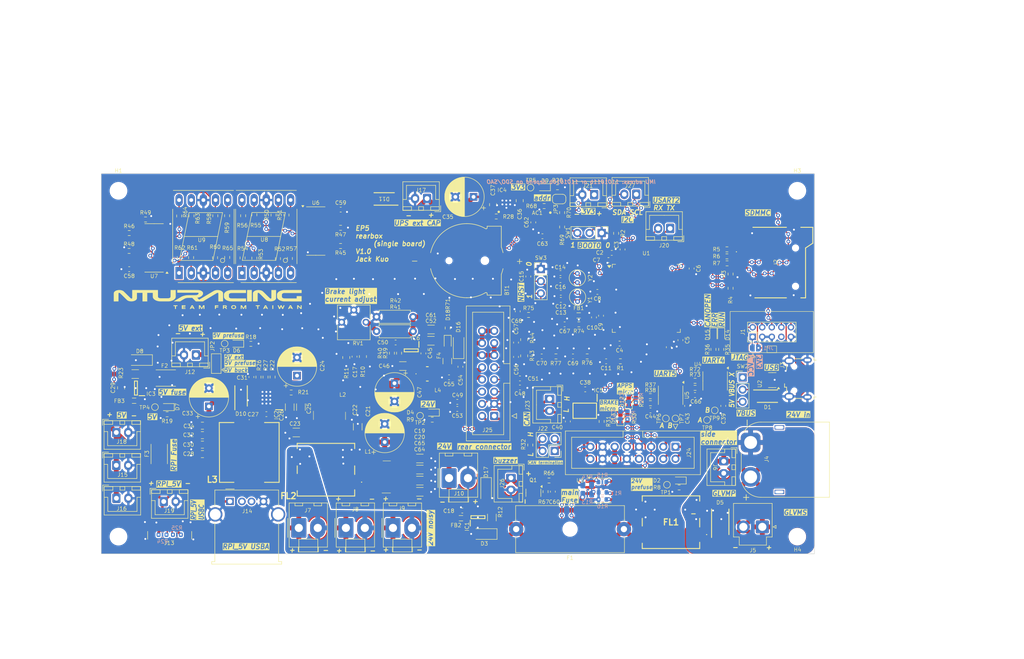
<source format=kicad_pcb>
(kicad_pcb (version 20240108) (generator "pcbnew") (generator_version "8.0")
  (title_block (title "EP5 rearbox ") (date "2024-08-07") (rev "1.0") (company "NTURacing") (comment 1 "郭哲明") (comment 2 "Electrical group") (comment 3 "1.6T/1oz/綠色防焊/白色文字/無鉛噴錫/各5pcs"))
  (layers (0 "F.Cu" signal) (31 "B.Cu" signal) (34 "B.Paste" user) (35 "F.Paste" user) (36 "B.SilkS" user "B.Silkscreen") (37 "F.SilkS" user "F.Silkscreen") (38 "B.Mask" user) (39 "F.Mask" user) (44 "Edge.Cuts" user))
  (net 0 "")
  (net 1 "+5V")
  (net 2 "GND")
  (net 3 "+24V")
  (net 4 "/IMU/LSM6D_INT1")
  (net 5 "Net-(AC1-SDO{slash}SA0)")
  (net 6 "+3V3")
  (net 7 "/I2C1_SCL")
  (net 10 "/I2C1_SDA")
  (net 11 "/IMU/LSM6D_INT2")
  (net 12 "/VBAT")
  (net 13 "/5V_3V3/5V_buck_sw")
  (net 14 "/24V_measure_all")
  (net 15 "/5V_3V3/24V_5VbuckIn")
  (net 16 "/5V_3V3/5V_buck_SS")
  (net 17 "/5V_3V3/5V_buck")
  (net 18 "Net-(Q1-G)")
  (net 19 "/electrical2/BL_SW")
  (net 20 "oilpressure_shunt_1")
  (net 21 "/electrical2/VCC_brakelightprefuse")
  (net 22 "/5V_3V3/5V_proUPS")
  (net 23 "oilpressure_shunt_2")
  (net 24 "/brake_gate")
  (net 25 "/brakemicro")
  (net 26 "suspension_R1")
  (net 27 "suspension_R2")
  (net 28 "/VCAP1")
  (net 29 "/VCAP2")
  (net 30 "/OSC_OUT")
  (net 31 "/OSC_IN")
  (net 32 "/power/+24V_premessure")
  (net 33 "/5V_3V3/5V_premeasure")
  (net 34 "/power/+24V_preCMfilter")
  (net 35 "GNDPWR")
  (net 36 "Net-(D6-K)")
  (net 37 "/5V_3V3/5V_prefuse")
  (net 38 "Net-(D7-K)")
  (net 39 "/electrical3/buzzer_outbox")
  (net 40 "Net-(U1-PC4)")
  (net 41 "brakelight_outboxN")
  (net 42 "brakelight_outboxP")
  (net 43 "/power/+24V_proCMfilter")
  (net 44 "/power/24V_noisyP")
  (net 45 "CANL")
  (net 46 "CANH")
  (net 47 "/APPSmicro")
  (net 48 "/5V_3V3/5V_buck_FB")
  (net 49 "/VDDA_MCU")
  (net 50 "/NRST")
  (net 51 "/SDMMC1_D3")
  (net 52 "/power/+24V_in")
  (net 53 "/5V_3V3/5V_ext")
  (net 54 "/SDMMC1_D0")
  (net 55 "/SDMMC1_CK")
  (net 56 "/SDMMC1_D2")
  (net 57 "/SDMMC1_CMD")
  (net 58 "/SDMMC1_D1")
  (net 59 "RS485_1B")
  (net 60 "RS485_1A")
  (net 61 "brakemicro_raw")
  (net 62 "APPSmicro_raw")
  (net 63 "RS485_2A")
  (net 64 "RS485_2B")
  (net 65 "/OSC32_OUT")
  (net 66 "/OSC32_IN")
  (net 67 "Net-(U6-QA)")
  (net 68 "Net-(U6-QB)")
  (net 69 "Net-(U6-QC)")
  (net 70 "Net-(U6-~{SRCLR})")
  (net 71 "Net-(U6-QD)")
  (net 72 "Net-(U6-QE)")
  (net 73 "Net-(U6-QF)")
  (net 74 "Net-(U6-~{OE})")
  (net 75 "Net-(U6-QG)")
  (net 76 "Net-(U6-QH)")
  (net 77 "Net-(U6-QH')")
  (net 78 "Net-(D9-K)")
  (net 79 "VBUS")
  (net 80 "/5V_3V3/Rpi_Vbus")
  (net 81 "/I_meassure_all")
  (net 82 "/I_measure_5v")
  (net 83 "/FDCAN1_RX")
  (net 84 "/JTCK{slash}SWLCK")
  (net 85 "/T_VCC")
  (net 86 "/JTDI{slash}SWO")
  (net 87 "/JTMS{slash}SWDIO")
  (net 88 "/NJTRST")
  (net 89 "/JTDO")
  (net 90 "/USB_D+")
  (net 91 "/USB_D-")
  (net 92 "/buzzer_gate")
  (net 93 "/BOOT0")
  (net 94 "/24V_lowTrig")
  (net 95 "/UART5_TX")
  (net 96 "/UART5_DE")
  (net 97 "/UART5_RX")
  (net 98 "/SPI4_CS")
  (net 99 "/SPI4_MOSI")
  (net 100 "/UART4_DE")
  (net 101 "/UART4_TX")
  (net 102 "/UART4_RX")
  (net 103 "/USB_DN")
  (net 104 "/USB_DP")
  (net 105 "/SPI4_MISO")
  (net 106 "Net-(IC1-VDD)")
  (net 107 "Net-(IC2-BOOT)")
  (net 108 "Net-(IC3-VDD)")
  (net 109 "Net-(IC6-CB)")
  (net 110 "Net-(D1-K)")
  (net 111 "Net-(D4-K)")
  (net 112 "Net-(IC2-EN)")
  (net 113 "Net-(IC2-RT{slash}SYNC)")
  (net 114 "Net-(IC4-EN)")
  (net 117 "Net-(IC5-S)")
  (net 118 "Net-(IC6-EN)")
  (net 119 "Net-(U3A-+)")
  (net 120 "Net-(U3B-+)")
  (net 121 "Net-(U3B--)")
  (net 122 "Net-(U7-QA)")
  (net 123 "Net-(U7-QB)")
  (net 124 "Net-(U7-QC)")
  (net 125 "Net-(U7-~{SRCLR})")
  (net 126 "Net-(U7-QD)")
  (net 127 "Net-(U7-QE)")
  (net 128 "Net-(U7-QF)")
  (net 129 "Net-(U7-~{OE})")
  (net 130 "Net-(U7-QG)")
  (net 131 "Net-(U7-QH)")
  (net 132 "Net-(U8-A)")
  (net 133 "Net-(U8-B)")
  (net 134 "Net-(U8-C)")
  (net 135 "Net-(U8-D)")
  (net 136 "Net-(U8-E)")
  (net 137 "Net-(U8-F)")
  (net 138 "Net-(U8-G)")
  (net 139 "Net-(U8-DP)")
  (net 141 "Net-(U7-QH')")
  (net 142 "Net-(C44-Pad1)")
  (net 143 "Net-(D2-K)")
  (net 144 "Net-(D12-K)")
  (net 145 "Net-(D13-K)")
  (net 146 "Net-(D14-A)")
  (net 147 "Net-(D15-A)")
  (net 151 "Net-(J13-CC1)")
  (net 152 "Net-(J13-CC2)")
  (net 155 "Net-(J22-Pin_2)")
  (net 156 "Net-(J22-Pin_4)")
  (net 158 "Net-(SW1-B)")
  (net 159 "Net-(R41-Pad1)")
  (net 160 "Net-(U9-A)")
  (net 161 "Net-(U9-B)")
  (net 162 "Net-(U9-C)")
  (net 163 "Net-(U9-D)")
  (net 164 "Net-(U9-E)")
  (net 165 "Net-(U9-F)")
  (net 166 "Net-(U9-G)")
  (net 167 "Net-(U9-DP)")
  (net 201 "Net-(D18-K)")
  (net 202 "/power/24V_noisyP_proCMfilt")
  (net 203 "Net-(C66-Pad1)")
  (net 204 "/FDCAN1_TX")
  (net 205 "/SPI4_SCK")
  (net 206 "/CAN_RUN")
  (net 207 "/CAN_ERR")
  (net 208 "Net-(U1-PA0)")
  (net 209 "Net-(U1-PA1)")
  (net 210 "Net-(U1-PA7)")
  (net 211 "Net-(U1-PA6)")
  (net 212 "/USART2_TX")
  (net 213 "/USART2_RX")
  (net 214 "/power/24V_noisyN")
  (footprint "Resistor_SMD:R_0603_1608Metric" (layer "F.Cu") (at 75.544 72.601 -90)
    (property "Reference" "R62")
    (property "Value" "150R")
  )
  (footprint "Connector_JST:JST_XH_B2B-XH-A_1x02_P2.50mm_Vertical" (layer "F.Cu") (at 152.8064 102.1334 -90)
    (property "Reference" "J23")
    (property "Value" "CAN")
  )
  (footprint "SamacSys_Parts:MSD4A" (layer "F.Cu") (at 200.067 73.6534 90)
    (property "Reference" "J2")
    (property "Value" "MSD-4-A" (hide yes))
  )
  (footprint "LED_SMD:LED_0603_1608Metric" (layer "F.Cu") (at 87.4366 90.6074 180)
    (property "Reference" "D6")
    (property "Value" "RED 5Vext")
  )
  (footprint "TestPoint:TestPoint_Pad_D1.0mm" (layer "F.Cu") (at 125.7554 105.664 180)
    (property "Reference" "TP2")
    (property "Value" "24V")
  )
  (footprint "TestPoint:TestPoint_Pad_D1.0mm" (layer "F.Cu") (at 84.9376 90.6018 180)
    (property "Reference" "TP3")
    (property "Value" "5V_prefuse")
  )
  (footprint "Resistor_SMD:R_0603_1608Metric" (layer "F.Cu") (at 95.1528 63.711 90)
    (property "Reference" "R50")
    (property "Value" "150R")
  )
  (footprint "Resistor_SMD:R_0603_1608Metric" (layer "F.Cu") (at 188.6458 91.7956 90)
    (property "Reference" "R35")
    (property "Value" "150R")
  )
  (footprint "Resistor_SMD:R_0603_1608Metric" (layer "F.Cu") (at 187.0202 91.7956 90)
    (property "Reference" "R36")
    (property "Value" "150R")
  )
  (footprint "TestPoint:TestPoint_Pad_D1.0mm" (layer "F.Cu") (at 70.3834 103.8606 90)
    (property "Reference" "TP4")
    (property "Value" "5V")
  )
  (footprint "Resistor_SMD:R_0603_1608Metric" (layer "F.Cu") (at 85.45 63.8634 90)
    (property "Reference" "R59")
    (property "Value" "150R")
  )
  (footprint "Capacitor_SMD:C_0603_1608Metric" (layer "F.Cu") (at 151.1554 93.2688 180)
    (property "Reference" "C70")
    (property "Value" "1u")
  )
  (footprint "Resistor_SMD:R_0805_2012Metric" (layer "F.Cu") (at 147.4978 93.1418 -90)
    (property "Reference" "R43")
    (property "Value" "120R 1%")
  )
  (footprint "LED_SMD:LED_0603_1608Metric" (layer "F.Cu") (at 169.3418 102.7561 90)
    (property "Reference" "D12")
    (property "Value" "APPS micro")
  )
  (footprint "Capacitor_SMD:C_0805_2012Metric" (layer "F.Cu") (at 80.294929 113.687892 180)
    (property "Reference" "C28")
    (property "Value" "10u 16V")
  )
  (footprint "Connector_Molex:Molex_KK-396_A-41791-0002_1x02_P3.96mm_Vertical" (layer "F.Cu") (at 120.08817 129.115)
    (property "Reference" "J9")
    (property "Value" "24V_noisy1")
  )
  (footprint "Resistor_SMD:R_0603_1608Metric" (layer "F.Cu") (at 183.183858 99.8388)
    (property "Reference" "R73")
    (property "Value" "60R")
  )
  (footprint "Resistor_SMD:R_0603_1608Metric" (layer "F.Cu") (at 91.1396 63.6612 90)
    (property "Reference" "R55")
    (property "Value" "150R")
  )
  (footprint "Resistor_SMD:R_0603_1608Metric" (layer "F.Cu") (at 173.8376 101.5776 180)
    (property "Reference" "R37")
    (property "Value" "60R")
  )
  (footprint "Capacitor_SMD:C_0603_1608Metric" (layer "F.Cu") (at 109.1736 62.5856)
    (property "Reference" "C59")
    (property "Value" "0u1")
  )
  (footprint "Resistor_SMD:R_1206_3216Metric" (layer "F.Cu") (at 66.26417 96.9552)
    (property "Reference" "R23")
    (property "Value" "3m")
  )
  (footprint "TestPoint:TestPoint_Pad_D1.0mm" (layer "F.Cu") (at 185.674 106.553)
    (property "Reference" "TP8")
    (property "Value" "USART1A")
  )
  (footprint "Resistor_SMD:R_0603_1608Metric" (layer "F.Cu") (at 78.0078 63.8888 90)
    (property "Reference" "R63")
    (property "Value" "150R")
  )
  (footprint "Resistor_SMD:R_0603_1608Metric" (layer "F.Cu") (at 190.6016 79.0194 -90)
    (property "Reference" "R4")
    (property "Value" "4k7")
  )
  (footprint "Connector_USB:USB_Micro-B_Wuerth_629105150521" (layer "F.Cu") (at 204.7056 97.8966 90)
    (property "Reference" "J3")
    (property "Value" "USB_OTG")
  )
  (footprint "SamacSys_Parts:SRR6040A180M" (layer "F.Cu") (at 118.7958 118.4656 -90)
    (property "Reference" "L1")
    (property "Value" "1.5uH 10A (SRP6530A-1R5M)" (hide yes))
  )
  (footprint "Resistor_SMD:R_0603_1608Metric" (layer "F.Cu") (at 90.4085 90.63495)
    (property "Reference" "R18")
    (property "Value" "1k")
  )
  (footprint "Package_TO_SOT_SMD:SOT-23-3" (layer "F.Cu") (at 149.418 121.7621 -90)
    (property "Reference" "Q1")
    (property "Value" "SI3407")
  )
  (footprint "Resistor_SMD:R_0603_1608Metric" (layer "F.Cu") (at 93.473099 97.587092 90)
    (property "Reference" "R27")
    (property "Value" "47k 1%")
  )
  (footprint "Capacitor_SMD:C_1206_3216Metric" (layer "F.Cu") (at 122.1562 95.2806 180)
    (property "Reference" "C46")
    (property "Value" "10u 35V")
  )
  (footprint "Capacitor_SMD:C_0805_2012Metric" (layer "F.Cu") (at 146.560975 60.718226 -90)
    (property "Reference" "C36")
    (property "Value" "10u 16V")
  )
  (footprint "SamacSys_Parts:SOT95P280X145-6N" (layer "F.Cu") (at 123.9088 92.004 -90)
    (property "Reference" "IC6")
    (property "Value" "LMR50410Y3FQDBVRQ1" (hide yes))
  )
  (footprint "Resistor_SMD:R_0805_2012Metric" (layer "F.Cu") (at 110.3376 93.4974 -90)
    (property "Reference" "R11")
    (property "Value" "5k9")
  )
  (footprint "Capacitor_SMD:C_0603_1608Metric" (layer "F.Cu") (at 168.0464 70.9168 90)
    (property "Reference" "C3")
    (property "Value" "2u2 16V")
  )
  (footprint "Capacitor_SMD:C_0603_1608Metric" (layer "F.Cu") (at 146.6086 99.7588)
    (property "Reference" "C48")
    (property "Value" "1u 16V")
  )
  (footprint "Capacitor_SMD:C_0603_1608Metric" (layer "F.Cu") (at 145.7958 93.3704 -90)
    (property "Reference" "C56")
    (property "Value" "330p")
  )
  (footprint "Capacitor_SMD:C_0603_1608Metric" (layer "F.Cu") (at 120.6452 90.353 180)
    (property "Reference" "C50")
    (property "Value" "0u1")
  )
  (footprint "Package_SO:SOIC-8_3.9x4.9mm_P1.27mm" (layer "F.Cu") (at 163.7528 121.2992)
    (property "Reference" "U3")
    (property "Value" "LM2903")
  )
  (footprint "Resistor_SMD:R_0603_1608Metric" (layer "F.Cu") (at 97.8452 63.711 90)
    (property "Reference" "R51")
    (property "Value" "150R")
  )
  (footprint "LED_SMD:LED_0603_1608Metric" (layer "F.Cu") (at 167.5892 106.2475 90)
    (property "Reference" "D13")
    (property "Value" "brake micro")
  )
  (footprint "Capacitor_SMD:C_1206_3216Metric" (layer "F.Cu") (at 128.0508 87.6352 180)
    (property "Reference" "C61")
    (property "Value" "10u 35V")
  )
  (footprint "Capacitor_SMD:C_0603_1608Metric" (layer "F.Cu") (at 146.1516 83.8454 90)
    (property "Reference" "C68")
    (property "Value" "1u")
  )
  (footprint "LED_SMD:LED_0603_1608Metric" (layer "F.Cu") (at 179.8574 119.2022 180)
    (property "Reference" "D2")
    (property "Value" "RED 24VpreFuse")
  )
  (footprint "MountingHole:MountingHole_3.2mm_M3" (layer "F.Cu") (at 62.7634 58.6486)
    (property "Reference" "H1")
    (property "Value" "MountingHole")
  )
  (footprint "Capacitor_SMD:C_1206_3216Metric" (layer "F.Cu") (at 125.7064 121.5644)
    (property "Reference" "C64")
    (property "Value" "10u 35V")
  )
  (footprint "Resistor_SMD:R_0603_1608Metric" (layer "F.Cu") (at 91.1396 72.7158 -90)
    (property "Reference" "R53")
    (property "Value" "150R")
  )
  (footprint "Resistor_SMD:R_1206_3216Metric" (layer "F.Cu") (at 140.7414 126.9345 -90)
    (property "Reference" "R12")
    (property "Value" "3m")
  )
  (footprint "Capacitor_SMD:C_0603_1608Metric" (layer "F.Cu") (at 134.1787 95.4278 90)
    (property "Reference" "C54")
    (property "Value" "0u1")
  )
  (footprint "SamacSys_Parts:SON95P300X300X90-7N-D" (layer "F.Cu") (at 143.782175 61.151426 90)
    (property "Reference" "IC4")
    (property "Value" "LD39100PU33RY" (hide yes))
  )
  (footprint "SamacSys_Parts:SRR6040A180M" (layer "F.Cu") (at 106.8324 105.6894 180)
    (property "Reference" "L2")
    (property "Value" "18uH 1.5A (SRR6040A-180M)" (hide yes))
  )
  (footprint "Capacitor_SMD:C_0603_1608Metric" (layer "F.Cu") (at 134.5692 125.4867 180)
    (property "Reference" "C18")
    (property "Value" "1u 16V")
  )
  (footprint "Resistor_SMD:R_0603_1608Metric" (layer "F.Cu") (at 98.832499 100.812892 180)
    (property "Reference" "R21")
    (property "Value" "10k")
  )
  (footprint "Capacitor_SMD:C_0603_1608Metric" (layer "F.Cu") (at 133.5278 102.7684 180)
    (property "Reference" "C49")
    (property "Value" "1u 16V")
  )
  (footprint "Resistor_SMD:R_0603_1608Metric" (layer "F.Cu") (at 77.9316 72.601 -90)
    (property "Reference" "R61")
    (property "Value" "150R")
  )
  (footprint "Capacitor_SMD:C_0603_1608Metric" (layer "F.Cu") (at 155.0728 75.8444 180)
    (property "Reference" "C14")
    (property "Value" "?p")
  )
  (footprint "Connector_USB:USB_C_Receptacle_GCT_USB4135-GF-A_6P_TopMnt_Horizontal" (layer "F.Cu") (at 73.4568 131.8768)
    (property "Reference" "J13")
    (property "Value" "USBC_RPI_5VOnly")
  )
  (footprint "Capacitor_SMD:C_0603_1608Metric" (layer "F.Cu") (at 155.1432 81.4578 180)
    (property "Reference" "C13")
    (property "Value" "20p")
  )
  (footprint "Connector_AMASS:AMASS_XT60PW-M_1x02_P7.20mm_Horizontal" (layer "F.Cu") (at 194.7926 111.252 -90)
    (property "Reference" "J4")
    (property "Value" "LVBattery")
  )
  (footprint "Resistor_SMD:R_0603_1608Metric" (layer "F.Cu") (at 160.655 93.2688)
    (property "Reference" "R76")
    (property "Value" "10k")
  )
  (footprint "Fuse:Fuse_2512_6332Metric_Pad1.52x3.35mm_HandSolder" (layer "F.Cu") (at 71.2724 113.665 -90)
    (property "Reference" "F3")
    (property "Value" "2.5A")
  )
  (footprint "Connector_IDC:IDC-Header_2x08_P2.54mm_Vertical" (layer "F.Cu") (at 141.2399 105.7148 180)
    (property "Reference" "J25")
    (property "Value" "rear_connector")
  )
  (footprint "Capacitor_SMD:C_0603_1608Metric" (layer "F.Cu") (at 153.482 121.528 90)
    (property "Reference" "C60")
    (property "Value" "0u1")
  )
  (footprint "Resistor_SMD:R_0603_1608Metric" (layer "F.Cu") (at 148.4122 84.6074)
    (property "Reference" "R75")
    (property "Value" "10k")
  )
  (footprint "Jumper:SolderJumper-3_P1.3mm_Open_Pad1.0x1.5mm" (layer "F.Cu") (at 83.185 94.7674 90)
    (property "Reference" "JP2")
    (property "Value" "5VonBoard")
  )
  (footprint "Connector_JST:JST_XH_B2B-XH-A_1x02_P2.50mm_Vertical" (layer "F.Cu") (at 62.3316 122.9106)
    (property "Reference" "J16")
    (property "Value" "fan2")
  )
  (footprint "Fuse:Fuseholder_Cylinder-5x20mm_Schurter_0031_8201_Horizontal_Open" (layer "F.Cu") (at 168.3258 129.3622 180)
    (property "Reference" "F1")
    (property "Value" "main fuse box")
  )
  (footprint "Capacitor_SMD:C_0805_2012Metric" (layer "F.Cu") (at 80.290499 109.725492 180)
    (property "Reference" "C32")
    (property "Value" "10u 16V")
  )
  (footprint "Resistor_SMD:R_0603_1608Metric" (layer "F.Cu") (at 151.6634 61.849)
    (property "Reference" "R68")
    (property "Value" "10k")
  )
  (footprint "SamacSys_Parts:SRN3012BTA100M" (layer "F.Cu") (at 127.2616 96.914)
    (property "Reference" "L4")
    (property "Value" "10uH 2A (SRN3012BTA-100M)" (hide yes))
  )
  (footprint "Capacitor_SMD:C_0603_1608Metric" (layer "F.Cu") (at 183.171458 101.3374)
    (property "Reference" "C66")
    (property "Value" "220p")
  )
  (footprint "Connector_PinHeader_2.54mm:PinHeader_1x03_P2.54mm_Vertical" (layer "F.Cu") (at 163.6776 67.4624 -90)
    (property "Reference" "SW1")
    (property "Value" "BOOT0")
  )
  (footprint "Capacitor_THT:CP_Radial_D8.0mm_P3.80mm" (layer "F.Cu") (at 118.364 111.175051 90)
    (property "Reference" "C21")
    (property "Value" "220u 35V")
  )
  (footprint "Capacitor_SMD:C_0603_1608Metric" (layer "F.Cu") (at 164.6174 94.2848 180)
    (property "Reference" "C11")
    (property "Value" "1u")
  )
  (footprint "Fuse:Fuse_1206_3216Metric" (layer "F.Cu") (at 131.4448 94.247 -90)
    (property "Reference" "F4")
    (property "Value" "1A")
  )
  (footprint "Diode_SMD:D_MiniMELF" (layer "F.Cu") (at 139.5476 121.2596 -90)
    (property "Reference" "D17")
    (property "Value" "1N4148")
  )
  (footprint "Connector_PinHeader_2.54mm:PinHeader_1x03_P2.54mm_Vertical" (layer "F.Cu") (at 150.9776 75.0062)
    (property "Reference" "SW3")
    (property "Value" "NRST")
  )
  (footprint "SamacSys_Parts:ACM12V3512PLTL00" (layer "F.Cu") (at 178.1556 127.9144 180)
    (property "Reference" "FL1")
    (property "Value" "ACM12V-351-2PL-TL00" (hide yes))
  )
  (footprint "SamacSys_Parts:DIOM5336X262N" (layer "F.Cu") (at 188.4426 127.8382 90)
    (property "Reference" "D5")
    (property "Value" "SMBJP6KE33A-TP" (hide yes))
  )
  (footprint "Diode_SMD:D_MiniMELF" (layer "F.Cu") (at 139.1666 130.3889 180)
    (property "Reference" "D3")
    (property "Value" "zener 30V")
  )
  (footprint "SamacSys_Parts:ACM12V3512PLTL00" (layer "F.Cu") (at 106.0958 116.9416 180)
    (property "Reference" "FL2")
    (property "Value" "ACM12V-351-2PL-TL00" (hide yes))
  )
  (footprint "Resistor_SMD:R_0603_1608Metric" (layer "F.Cu") (at 189.8414 70.8914 180)
    (property "Reference" "R5")
    (property "Value" "4k7")
  )
  (footprint "Resistor_SMD:R_0603_1608Metric" (layer "F.Cu") (at 163.6776 106.8578 -90)
    (property "Reference" "R31")
    (property "Value" "10k")
  )
  (footprint "Resistor_SMD:R_0603_1608Metric" (layer "F.Cu") (at 119.8702 92.5882 90)
    (property "Reference" "R40")
    (property "Value" "1k")
  )
  (footprint "Connector_JST:JST_XH_B2B-XH-A_1x02_P2.50mm_Vertical" (layer "F.Cu") (at 162.1282 59.4614 180)
    (property "Reference" "J21")
    (property "Value" "3V3out")
  )
  (footprint "Capacitor_SMD:C_0603_1608Metric" (layer "F.Cu") (at 163.5506 84.7598 90)
    (property "Reference" "C9")
    (property "Value" "0u1")
  )
  (footprint "Connector_JST:JST_XH_B2B-XH-A_1x02_P2.50mm_Vertical" (layer "F.Cu") (at 127.2086 60.2658 180)
    (property "Reference" "J17")
    (property "Value" "UPS_cap")
  )
  (footprint "Resistor_SMD:R_0603_1608Metric" (layer "F.Cu") (at 68.4138 64.6456)
    (property "Reference" "R49")
    (property "Value" "1k")
  )
  (footprint "Capacitor_SMD:C_0603_1608Metric" (layer "F.Cu") (at 173.8754 104.5494)
    (property "Reference" "C44")
    (property "Value" "220p")
  )
  (footprint "LED_SMD:LED_0603_1608Metric" (layer "F.Cu") (at 187.0202 88.7984 -90)
    (property "Reference" "D15")
    (property "Value" "RED CANopen_ERR")
  )
  (footprint "Resistor_SMD:R_0603_1608Metric" (layer "F.Cu") (at 170.815 102.7562 -90)
    (property "Reference" "R29")
    (property "Value" "1k")
  )
  (footprint "SamacSys_Parts:SODFL5226X100N" (layer "F.Cu") (at 118.253 60.3504 180)
    (property "Reference" "D11")
    (property "Value" "45V 3A (VSSAF5L45HM3_A_H)" (hide yes))
  )
  (footprint "Capacitor_THT:CP_Radial_D8.0mm_P3.80mm" (layer "F.Cu") (at 120.4036 98.872 -90)
    (property "Reference" "C47")
    (property "Value" "220u 35V")
  )
  (footprint "SamacSys_Parts:LGA-14_1" (layer "F.Cu") (at 152.2008 65.031 -90)
    (property "Reference" "AC1")
    (property "Value" "LSM6DSO32" (hide yes))
  )
  (footprint "Connector_Molex:Molex_KK-396_A-41791-0002_1x02_P3.96mm_Vertical" (layer "F.Cu") (at 100.42817 129.115)
    (property "Reference" "J7")
    (property "Value" "24V_noisy1")
  )
  (footprint "SamacSys_Parts:SODFL5226X100N" (layer "F.Cu") (at 88.367699 101.524092 90)
    (property "Reference" "D10")
    (property "Value" "45V 3A (VSSAF5L45HM3_A_H)" (hide yes))
  )
  (footprint "Capacitor_SMD:C_0603_1608Metric" (layer "F.Cu") (at 177.6984 91.3426 -90)
    (property "Reference" "C1" (hide yes))
    (property "Value" "2u2 16V")
  )
  (footprint "LED_SMD:LED_0603_1608Metric" (layer "F.Cu") (at 188.6458 88.7985 -90)
    (property "Reference" "D14")
    (property "Value" "GREEN CANopen_RUN")
  )
  (footprint "Resistor_SMD:R_0603_1608Metric" (layer "F.Cu") (at 154.1272 93.2688)
    (property "Reference" "R77")
    (property "Value" "10k")
  )
  (footprint "Connector_JST:JST_XH_B2B-XH-A_1x02_P2.50mm_Vertical" (layer "F.Cu") (at 72.2122 123.5964)
    (property "Reference" "J19")
    (property "Value" "Rpi")
  )
  (footprint "Resistor_SMD:R_0603_1608Metric" (layer "F.Cu") (at 65.003 67.4834)
    (property "Reference" "R46")
    (property "Value" "1k")
  )
  (footprint "Resistor_SMD:R_0603_1608Metric" (layer "F.Cu") (at 96.0672 72.8296 -90)
    (property "Reference" "R52")
    (property "Value" "150R")
  )
  (footprint "MountingHole:MountingHole_3.2mm_M3" (layer "F.Cu") (at 204.5462 58.6486)
    (property "Reference" "H3")
    (property "Value" "MountingHole")
  )
  (footprint "Capacitor_SMD:C_1206_3216Metric" (layer "F.Cu") (at 98.527699 103.860892 -90)
    (property "Reference" "C26")
    (property "Value" "10u 35V")
  )
  (footprint "SamacSys_Parts:SODFL5226X100N" (layer "F.Cu") (at 198.2978 101.5746)
    (property "Reference" "D1")
    (property "Value" "45V 3A (VSSAF5L45HM3_A_H)" (hide yes))
  )
  (footprint "Resistor_SMD:R_0603_1608Metric" (layer "F.Cu") (at 166.7002 67.5386 -90)
    (property "Reference" "R2")
    (property "Value" "10k")
  )
  (footprint "Resistor_SMD:R_0603_1608Metric" (layer "F.Cu") (at 167.5892 94.2848)
    (property "Reference" "R1")
    (property "Value" "1k")
  )
  (footprint "Capacitor_SMD:C_0603_1608Metric" (layer "F.Cu") (at 180.1302 89.8694 -90)
    (property "Reference" "C5")
    (property "Value" "0u1")
  )
  (footprint "Capacitor_THT:CP_Radial_D8.0mm_P3.80mm" (layer "F.Cu") (at 100.0506 97.282 90)
    (property "Reference" "C24")
    (property "Value" "220u 35V")
  )
  (footprint "Resistor_SMD:R_0603_1608Metric" (layer "F.Cu") (at 109.1482 66.3868 180)
    (property "Reference" "R47")
    (property "Value" "1k")
  )
  (footprint "Resistor_SMD:R_0603_1608Metric" (layer "F.Cu") (at 189.8414 72.356 180)
    (property "Reference" "R6")
    (property "Value" "4k7")
  )
  (footprint "Capacitor_SMD:C_0603_1608Metric" (layer "F.Cu") (at 148.3614 76.5556 90)
    (property "Reference" "C15")
    (property "Value" "0u1")
  )
  (footprint "Capacitor_SMD:C_0603_1608Metric" (layer "F.Cu") (at 65.003 75.0272 180)
    (property "Reference" "C58")
    (property "Value" "0u1")
  )
  (footprint "Resistor_SMD:R_0805_2012Metric" (layer "F.Cu") (at 147.4978 89.7636 90)
    (property "Reference" "R44")
    (property "Value" "120R 1%")
  )
  (footprint "Capacitor_SMD:C_0805_2012Metric" (layer "F.Cu") (at 140.998375 61.556426 -90)
    (property "Reference" "C37")
    (property "Value" "10u 16V")
  )
  (footprint "LED_SMD:LED_0603_1608Metric" (layer "F.Cu") (at 151.4857 57.912 180)
    (property "Reference" "D9")
    (property "Value" "RED 3V3")
  )
  (footprint "nturt_kicad_lib:IDC-Header_2x05_P2.00mm_Vertical" (layer "F.Cu") (at 195.2122 89.1728 90)
    (property "Reference" "J1")
    (property "Value" "JTAG")
  )
  (footprint "Resistor_SMD:R_0603_1608Metric" (layer "F.Cu") (at 151.958 121.528 -90)
    (property "Reference" "R67")
    (property "Value" "100k")
  )
  (footprint "Capacitor_SMD:C_1206_3216Metric" (layer "F.Cu") (at 125.7064 119.2276)
    (property "Reference" "C65")
    (property "Value" "10u 35V")
  )
  (footprint "SamacSys_Parts:SOIC127P600X175-8N" (layer "F.Cu") (at 160.147 104.6226 -90)
    (property "Reference" "IC5")
    (property "Value" "TCAN1057AVDRQ1" (hide yes))
  )
  (footprint "Capacitor_SMD:C_0603_1608Metric" (layer "F.Cu") (at 145.7958 90.3732 90)
    (property "Reference" "C57")
    (property "Value" "330p")
  )
  (footprint "Resistor_SMD:R_0603_1608Metric" (layer "F.Cu") (at 121.3688 92.5882 -90)
    (property "Reference" "R39")
    (property "Value" "100k")
  )
  (footprint "SamacSys_Parts:SOT95P280X145-6N" (layer "F.Cu") (at 66.41117 99.8762 180)
    (property "Reference" "IC3")
    (property "Value" "MCP6C04T-100E_CHY" (hide yes))
  )
  (footprint "Resistor_SMD:R_0603_1608Metric" (layer "F.Cu") (at 148.7678 111.7854 -90)
    (property "Reference" "R32")
    (property "Value" "120R")
  )
  (footprint "Capacitor_SMD:C_1206_3216Metric" (layer "F.Cu") (at 100.864499 103.862692 -90)
    (property "Reference" "C25")
    (property "Value" "10u 35V")
  )
  (footprint "Capacitor_SMD:C_1206_3216Metric" (layer "F.Cu") (at 128.0236 89.9974 180)
    (property "Reference" "C52")
    (property "Value" "10u 35V")
  )
  (footprint "Resistor_SMD:R_0603_1608Metric" (layer "F.Cu") (at 85.4754 72.5756 -90)
    (property "Reference" "R65")
    (property "Value" "150R")
  )
  (footprint "TestPoint:TestPoint_Pad_D1.0mm" (layer "F.Cu") (at 179.0954 106.237 90)
    (property "Reference" "TP7")
    (property "Value" "USART1B")
  )
  (footprint "Capacitor_SMD:C_0603_1608Metric" (layer "F.Cu") (at 126.4488 92.639 90)
    (property "Reference" "C45")
    (property "Value" "0u1")
  )
  (footprint "Resistor_SMD:R_0603_1608Metric" (layer "F.Cu") (at 190.6016 76.0476 90)
    (property "Reference" "R3")
    (property "Value" "4k7")
  )
  (footprint "LED_SMD:LED_0603_1608Metric" (layer "F.Cu") (at 72.9234 103.8606 180)
    (property "Reference" "D7")
    (property "Value" "RED 5V")
  )
  (footprint "Capacitor_SMD:C_1206_3216Metric" (layer "F.Cu") (at 112.7252 107.9754 90)
    (property "Reference" "C22")
    (property "Value" "10u 35V")
  )
  (footprint "Inductor_SMD:L_0805_2012Metric" (layer "F.Cu") (at 158.877 84.709)
    (property "Reference" "FB1")
    (property "Value" "FerriteBead")
  )
  (footprint "Diode_SMD:D_MiniMELF" (layer "F.Cu") (at 67.183 94.0308 180)
    (property "Reference" "D8")
    (property "Value" "zener 5.6V")
  )
  (footprint "LED_SMD:LED_0603_1608Metric" (layer "F.Cu") (at 131.5212 90.3478 -90)
    (property "Reference" "D18")
    (property "Value" "brake light")
  )
  (footprint "TestPoint:TestPoint_Pad_D1.0mm" (layer "F.Cu") (at 187.2996 104.5464)
    (property "Reference" "TP9")
    (property "Value" "USART1B")
  )
  (footprint "Capacitor_SMD:C_0603_1608Metric" (layer "F.Cu") (at 112.0648 93.3066 -90)
    (property "Reference" "C17")
    (property "Value" "1u 16V")
  )
  (footprint "Resistor_SMD:R_0603_1608Metric" (layer "F.Cu") (at 82.9354 72.6264 -90)
    (property "Reference" "R60")
    (property "Value" "150R")
  )
  (footprint "Package_SO:SOIC-8_3.9x4.9mm_P1.27mm" (layer "F.Cu") (at 187.376858 98.391 -90)
    (property "Reference" "U4")
    (property "Value" "MAX487E")
  )
  (footprint "Resistor_SMD:R_0603_1608Metric" (layer "F.Cu") (at 94.946299 97.574892 90)
    (property "Reference" "R22")
    (property "Value" "10k")
  )
  (footprint "Capacitor_SMD:C_0603_1608Metric" (layer "F.Cu") (at 93.650899 105.334092)
    (property "Reference" "C27")
    (property "Value" "10n")
  )
  (footprint "Resistor_SMD:R_0603_1608Metric" (layer "F.Cu") (at 155.4226 63.2084 -90)
    (property "Reference" "R70")
    (property "Value" "3k3")
  )
  (footprint "Package_SO:SOIC-16_3.9x9.9mm_P1.27mm" (layer "F.Cu") (at 70.1988 70.5822 180)
    (property "Reference" "U7")
    (property "Value" "74HC595")
  )
  (footprint "Connector_JST:JST_XH_B2B-XH-A_1x02_P2.50mm_Vertical" (layer "F.Cu") (at 62.3062 109.1692)
    (property "Reference" "J18")
    (property "Value" "5Vout")
  )
  (footprint "Resistor_SMD:R_0603_1608Metric" (layer "F.Cu") (at 131.5212 87.3252 90)
    (property "Reference" "R71")
    (property "Value" "1k")
  )
  (footprint "TestPoint:TestPoint_Pad_D1.0mm" (layer "F.Cu") (at 177.0888 106.237 90)
    (property "Reference" "TP6")
    (property "Value" "USART1A")
  )
  (footprint "Crystal:Crystal_C38-LF_D3.0mm_L8.0mm_Vertical" (layer "F.Cu") (at 158.5976 75.9206 -90)
    (property "Reference" "Y2")
    (property "Value" "32.768kHz")
  )
  (footprint "Resistor_SMD:R_0603_1608Metric" (layer "F.Cu") (at 128.2954 106.4768 180)
    (property "Reference" "R9")
    (property "Value" "10k")
  )
  (footprint "Capacitor_SMD:C_0603_1608Metric" (layer "F.Cu") (at 181.5338 103.6084 90)
    (property "Reference" "C43")
    (property "Value" "0u1")
  )
  (footprint "Resistor_SMD:R_0603_1608Metric" (layer "F.Cu") (at 169.0624 106.2476 -90)
    (property "Reference" "R33")
    (property "Value" "1k")
  )
  (footprint "Resistor_SMD:R_0603_1608Metric" (layer "F.Cu") (at 155.4226 66.2178 90)
    (property "Reference" "R69")
    (property "Value" "3k3")
  )
  (footprint "Resistor_SMD:R_0603_1608Metric" (layer "F.Cu") (at 154.4477 57.9048)
    (property "Reference" "R20")
    (property "Value" "510R")
  )
  (footprint "Resistor_SMD:R_0603_1608Metric" (layer "F.Cu") (at 109.1482 70.1968 180)
    (property "Reference" "R45")
    (property "Value" "1k")
  )
  (footprint "Connector_JST:JST_XH_B2B-XH-A_1x02_P2.50mm_Vertical" (layer "F.Cu") (at 62.3062 116.0272)
    (property "Reference" "J15")
    (property "Value" "fan1")
  )
  (footprint "Resistor_SMD:R_0603_1608Metric" (layer "F.Cu") (at 82.9862 63.8634 90)
    (property "Reference" "R58")
    (property "Value" "150R")
  )
  (footprint "Capacitor_SMD:C_0805_2012Metric" (layer "F.Cu") (at 80.290499 107.744292 180)
    (property "Reference" "C34")
    (property "Value" "10u 16V")
  )
  (footprint "Resistor_SMD:R_0603_1608Metric" (layer "F.Cu") (at 64.9776 71.2172)
    (property "Reference" "R48")
    (property "Value" "1k")
  )
  (footprint "Capacitor_SMD:C_1206_3216Metric" (layer "F.Cu") (at 125.7046 116.9162)
    (property "Reference" "C20")
    (property "Value" "10u 35V")
  )
  (footprint "TestPoint:TestPoint_Pad_D1.0mm" (layer "F.Cu") (at 177.3174 120.0912 180)
    (property "Reference" "TP1")
    (property "Value" "24V_prefuse")
  )
  (footprint "Resistor_SMD:R_0603_1608Metric" (layer "F.Cu") (at 158.9146 86.5632)
    (property "Reference" "R74")
    (property "Value" "10k")
  )
  (footprint "Package_SO:SOIC-16_3.9x9.9mm_P1.27mm" (layer "F.Cu") (at 103.9666 67.0604)
    (property "Reference" "U6")
    (property "Value" "74HC595")
  )
  (footprint "Package_TO_SOT_SMD:SOT-23-6" (layer "F.Cu") (at 199.315 98.2156 180)
    (property "Reference" "U2")
    (property "Value" "USBLC6-2SC6")
  )
  (footprint "Capacitor_SMD:C_0603_1608Metric" (layer "F.Cu") (at 160.2486 100.1522)
    (property "Reference" "C38")
    (property "Value" "0u1")
  )
  (footprint "Resistor_SMD:R_0603_1608Metric" (layer "F.Cu") (at 88.6758 72.6772 -90)
    (property "Reference" "R54")
    (property "Value" "150R")
  )
  (footprint "Connector_JST:JST_XH_B2B-XH-A_1x02_P2.50mm_Vertical" (layer "F.Cu") (at 144.7292 118.6434 -90)
    (property "Reference" "J26")
    (property "Value" "buzzer")
  )
  (footprint "Connector_JST:JST_VH_B2P-VH_1x02_P3.96mm_Vertical" (layer "F.Cu") (at 197.2333 128.8962 180)
    (property "Reference" "J5")
    (property "Value" "GLVMS")
  )
  (footprint "Potentiometer_THT:Potentiometer_Vishay_T73YP_Vertical" (layer "F.Cu") (at 114.4524 86.106 90)
    (property "Reference" "RV1")
    (property "Value" "100R")
  )
  (footprint "Resistor_SMD:R_0603_1608Metric" (layer "F.Cu") (at 173.863 103.0508)
    (property "Reference" "R38")
    (property "Value" "60R")
  )
  (footprint "Connector_Molex:Molex_KK-396_A-41791-0002_1x02_P3.96mm_Vertical" (layer "F.Cu") (at 131.8006 118.6942)
    (property "Reference" "J10")
    (property "Value" "24V_raw")
  )
  (footprint "Connector_PinHeader_2.54mm:PinHeader_2x02_P2.54mm_Vertical" (layer "F.Cu") (at 153.8732 113.03 180)
    (property "Reference" "J22")
    (property "Value" "CAN_termination")
  )
  (footprint "Resistor_SMD:R_0603_1608Metric" (layer "F.Cu") (at 183.183858 98.3656 180)
    (property "Reference" "R72")
    (property "Value" "60R")
  )
  (footprint "SamacSys_Parts:SRR1260A220M" (layer "F.Cu") (at 90.0684 113.3348)
    (property "Reference" "L3")
    (property "Value" "22uH 4A (SRR1260A-220M)" (hide yes))
  )
  (footprint "Capacitor_THT:CP_Radial_D8.0mm_P3.80mm" (layer "F.Cu") (at 81.649099 103.707743 90)
    (property "Reference" "C33")
    (property "Value" "220u 35V")
  )
  (footprint "Connector_JST:JST_XH_B2B-XH-A_1x02_P2.50mm_Vertical" (layer "F.Cu") (at 177.9778 66.5226 180)
    (property "Reference" "J20")
    (property "Value" "GPS_UART")
  )
  (footprint "Resistor_SMD:R_0603_1608Metric" (layer "F.Cu") (at 152.6794 119.2022 180)
    (property "Reference" "R66")
    (property "Value" "100k")
  )
  (footprint "Capacitor_SMD:C_0603_1608Metric" (layer "F.Cu") (at 133.5278 104.2416 180)
    (property "Reference" "C53")
    (property "Value" "1u 16V")
  )
  (footprint "Diode_SMD:D_MiniMELF" (layer "F.Cu") (at 133.8039 91.059 90)
    (property "Reference" "D16")
    (property "Value" "1N4148")
  )
  (footprint "Capacitor_SMD:C_0603_1608Metric" (layer "F.Cu") (at 155.943 86.5632 180)
    (property "Reference" "C67")
    (property "Value" "1u")
  )
  (footprint "Display_7Segment:7SegmentLED_LTS6760_LTS6780" (layer "F.Cu") (at 75.4192 75.8268 90)
    (property "Reference" "U9")
    (property "Value" "SM420561N")
  )
  (footprint "LED_SMD:LED_0603_1608Metric" (layer "F.Cu") (at 128.2955 105.0036 180)
    (property "Reference" "D4")
    (property "Value" "RED 24V")
  )
  (footprint "Package_QFP:LQFP-100_14x14mm_P0.5mm" (layer "F.Cu") (at 172.9994 81.1276)
    (property "Reference" "U1")
    (property "Value" "STM32H562VGTx")
  )
  (footprint "Capacitor_SMD:C_0603_1608Metric" (layer "F.Cu") (at 149.4028 65.2526 90)
    (property "Reference" "C62")
    (property "Value" "0u1")
  )
  (footprint "Display_7Segment:7SegmentLED_LTS6760_LTS6780" (layer "F.Cu") (at 88.5488 75.8146 90)
    (property "Reference" "U8")
    (property "Value" "SM420561N")
  )
  (footprint "Connector_JST:JST_XH_B2B-XH-A_1x02_P2.50mm_Vertical" (layer "F.Cu") (at 78.9432 92.964 180)
    (property "Reference" "J12")
    (property "Value" "5V external")
  )
  (footprint "TestPoint:TestPoint_Pad_D1.0mm" (layer "F.Cu") (at 148.8187 57.9882 180)
    (property "Reference" "TP5")
    (property "Value" "3V3")
  )
  (footprint "Capacitor_SMD:C_0603_1608Metric" (layer "F.Cu") (at 165.7858 71.628)
    (property "Reference" "C2")
    (property "Value" "10u 6V")
  )
  (footprint "Capacitor_SMD:C_0603_1608Metric" (layer "F.Cu") (at 189.0776 103.6066 -90)
    (property "Reference" "C39")
    (property "Value" "0u1")
  )
  (footprint "Resistor_SMD:R_0603_1608Metric" (layer "F.Cu") (at 88.8028 63.8634 90)
    (property "Reference" "R56")
    (property "Value" "150R")
  )
  (footprint "Resistor_SMD:R_0603_1608Metric" (layer "F.Cu") (at 98.5564 72.792 -90)
    (property "Reference" "R57")
    (property "Value" "150R")
  )
  (footprint "Resistor_SMD:R_0603_1608Metric" (layer "F.Cu") (at 72.9234 105.3592 180)
    (property "Reference" "R19")
    (property "Value" "1k")
  )
  (footprint "Capacitor_SMD:C_0603_1608Metric" (layer "F.Cu") (at 90.526699 97.574692 90)
    (property "Reference" "C31")
    (property "Value" "1n")
  )
  (footprint "Capacitor_SMD:C_0603_1608Metric" (layer "F.Cu") (at 155.067 77.3176 180)
    (property "Reference" "C16")
    (property "Value" "?p")
  )
  (footprint "Capacitor_SMD:C_0603_1608Metric" (layer "F.Cu") (at 182.4694 74.89 -90)
    (property "Reference" "C6")
    (property "Value" "0u1")
  )
  (footprint "Capacitor_SMD:C_0603_1608Metric" (layer "F.Cu") (at 162.782 79.7814 180)
    (property "Reference" "C8")
    (property "Value" "0u1")
  )
  (footprint "Inductor_SMD:L_0805_2012Metric" (layer "F.Cu") (at 134.2898 127.0869 180)
    (property "Reference" "FB2")
    (property "Value" "FerriteBead")
  )
  (footprint "Resistor_SMD:R_0603_1608Metric" (layer "F.Cu") (at 75.4424 63.9142 90)
    (property "Reference" "R64")
    (property "Value" "150R")
  )
  (footprint "Capacitor_SMD:C_1206_3216Metric" (layer "F.Cu") (at 99.8982 109.1692 180)
    (property "Reference" "C23")
    (property "Value" "10u 35V")
  )
  (footprint "Resistor_THT:R_Axial_DIN0207_L6.3mm_D2.5mm_P7.62mm_Horizontal" (layer "F.Cu") (at 116.6622 84.9884)
    (property "Reference" "R42")
    (property "Value" "5.1R 1/4W")
  )
  (footprint "Capacitor_SMD:C_0805_2012Metric" (layer "F.Cu") (at 80.290499 111.709492 180)
    (property "Reference" "C30")
    (property "Value" "10u 16V")
  )
  (footprint "Capacitor_SMD:C_0603_1608Metric" (layer "F.Cu") (at 151.3078 68.1482)
    (property "Reference" "C63")
    (property "Value" "0u1")
  )
  (footprint "Crystal:Crystal_C38-LF_D3.0mm_L8.0mm_Vertical" (layer "F.Cu") (at 158.6484 79.9084 -90)
    (property "Reference" "Y1")
    (property "Value" "24MHz")
  )
  (footprint "Connector_IDC:IDC-Header_2x08_P2.54mm_Vertical" (layer "F.Cu") (at 179.0954 112.141 -90)
    (property "Reference" "J24")
    (property "Value" "left connector")
  )
  (footprint "Capacitor_SMD:C_0603_1608Metric" (layer "F.Cu") (at 156.6164 106.8578 90)
    (property "Reference" "C40")
    (property "Value" "0u1")
  )
  (footprint "MountingHole:MountingHole_3.2mm_M3" (layer "F.Cu") (at 204.5462 130.937)
    (property "Reference" "H4")
    (property "Value" "MountingHole")
  )
  (footprint "Capacitor_SMD:C_0603_1608Metric" (layer "F.Cu") (at 165.0934 73.1308 180)
    (property "Reference" "C7")
    (property "Value" "0u1")
  )
  (footprint "Capacitor_SMD:C_0603_1608Metric" (layer "F.Cu") (at 131.8006 97.6376 180)
    (property "Reference" "C55")
    (property "Value" "0u1")
  )
  (footprint "SamacSys_Parts:SOT95P280X145-6N" (layer "F.Cu") (at 137.8356 126.8676 90)
    (property "Reference" "IC1")
    (property "Value" "MCP6C04T-100E_CHY" (hide yes))
  )
  (footprint "Capacitor_SMD:C_0805_2012Metric" (layer "F.Cu") (at 63.30697 99.8356 90)
    (property "Reference" "C29")
    (property "Value" "10u 16V")
  )
  (footprint "SamacSys_Parts:SOIC127P600X170-9N" (layer "F.Cu") (at 93.619699 101.828892 180)
    (property "Reference" "IC2")
    (property "Value" "LMR14050SDDAR" (hide yes))
  )
  (footprint "Connector_JST:JST_XH_B2B-XH-A_1x02_P2.50mm_Vertical" (layer "F.Cu") (at 189.1792 115.1782 -90)
    (property "Reference" "J6")
    (property "Value" "GPVMP")
  )
  (footprint "Connector_JST:JST_XH_B2B-XH-A_1x02_P2.50mm_Vertical" (layer "F.Cu") (at 170.902 59.3852 180)
    (property "Reference" "J27")
    (property "Value" "I2C")
  )
  (footprint "Resistor_SMD:R_0603_1608Metric" (layer "F.Cu") (at 189.865 73.8124 180)
    (property "Reference" "R7")
    (property "Value" "4k7")
  )
  (footprint "Connector_USB:USB_A_Molex_67643_Horizontal" (layer "F.Cu") (at 86.0436 123.5788)
    (property "Reference" "J14")
    (property "Value" "USBA_RPI_5Vonly")
  )
  (footprint "Capacitor_SMD:C_0603_1608Metric" (layer "F.Cu") (at 155.1432 79.9592 180)
    (property "Reference" "C12")
    (property "Value" "20p")
  )
  (footprint "Capacitor_SMD:C_0603_1608Metric" (layer "F.Cu") (at 167.4114 90.5764 180)
    (property "Reference" "C4")
    (property "Value" "0u1")
  )
  (footprint "Resistor_SMD:R_0603_1608Metric" (layer "F.Cu") (at 179.8574 120.65 180)
    (property "Reference" "R8")
    (property "Value" "10k")
  )
  (footprint "Resistor_SMD:R_0603_1608Metric" (layer "F.Cu") (at 91.999899 97.587092 -90)
    (property "Reference" "R26")
    (property "Value" "270k 1%")
  )
  (footprint "MountingHole:MountingHole_3.2mm_M3" (layer "F.Cu") (at 62.7634 130.937)
    (property "Reference" "H2" (hide yes))
    (property "Value" "MountingHole")
  )
  (footprint "Resistor_SMD:R_0603_1608Metric" (layer "F.Cu") (at 141.658775 64.020226)
    (property "Reference" "R28")
    (property "Value" "10k")
  )
  (footprint "Fuse:Fuse_2512_6332Metric_Pad1.52x3.35mm_HandSolder" (layer "F.Cu") (at 72.644 97.79 180)
    (property "Reference" "F2")
    (property "Value" "3A")
  )
  (footprint "Capacitor_SMD:C_0603_1608Metric" (layer "F.Cu") (at 146.6088 97.8662)
    (property "Reference" "C51")
    (property "Value" "1u 16V")
  )
  (footprint "nturt_kicad_lib:BAT_1056" (layer "F.Cu") (at 135.3058 73.2536 180)
    (property "Reference" "BT1")
    (property "Value" "1056")
  )
  (footprint "Capacitor_THT:CP_Radial_D8.0mm_P3.80mm" (layer "F.Cu") (at 136.9214 59.9186 180)
    (property "Reference" "C35")
    (property "Value" "470u 16V")
  )
  (footprint "Connector_Molex:Molex_KK-396_A-41791-0002_1x02_P3.96mm_Vertical" (layer "F.Cu") (at 110.25817 129.115)
    (property "Reference" "J8")
    (property "Value" "24V_noisy1")
  )
  (footprint "Capacitor_SMD:C_0603_1608Metric" (layer "F.Cu") (at 157.6832 93.2688 180)
    (property "Reference" "C69")
    (property "Value" "1u")
  )
  (footprint "Capacitor_SMD:C_1206_3216Metric" (layer "F.Cu") (at 125.7064 114.6048)
    (property "Reference" "C19")
    (property "Value" "10u 35V")
  )
  (footprint "Inductor_SMD:L_0805_2012Metric" (layer "F.Cu") (at 66.02477 102.528)
    (property "Reference" "FB3")
    (property "Value" "FerriteBead")
  )
  (footprint "Package_SO:SOIC-8_3.9x4.9mm_P1.27mm" (layer "F.Cu") (at 178.0794 101.3856 -90)
    (property "Reference" "U5")
    (property "Value" "MAX487E")
  )
  (footprint "Resistor_THT:R_Axial_DIN0207_L6.3mm_D2.5mm_P7.62mm_Horizontal" (layer "F.Cu") (at 116.6622 88.011)
    (property "Reference" "R41")
    (property "Value" "5.1R 1/4W")
  )
  (footprint "Jumper:SolderJumper-2_P1.3mm_Open_RoundedPad1.0x1.5mm" (layer "F.Cu") (at 154.8026 60.3758 180)
    (property "Reference" "JP3")
    (property "Value" "LSM6D_addr")
  )
  (footprint "Capacitor_SMD:C_0603_1608Metric" (layer "F.Cu") (at 162.0774 85.1154 90)
    (property "Reference" "C10")
    (property "Value" "10u 6V")
  )
  (footprint "Resistor_SMD:R_0805_2012Metric" (layer "F.Cu") (at 113.8174 93.2942 90)
    (property "Reference" "R10")
    (property "Value" "47k5")
  )
  (footprint "Connector_PinHeader_2.54mm:PinHeader_1x03_P2.54mm_Vertical" (layer "F.Cu") (at 193.1162 97.663)
    (property "Reference" "SW2")
    (property "Value" "VBUS")
  )
  (footprint "Jumper:SolderJumper-2_P1.3mm_Open_RoundedPad1.0x1.5mm" (layer "B.Cu") (at 195.7832 91.4908 180)
    (property "Reference" "JP1")
    (property "Value" "T_VCC")
  )
  (footprint "Resistor_SMD:R_0805_2012Metric" (layer "B.Cu") (at 160.6648 122.0724)
    (property "Reference" "R13")
    (property "Value" "270k")
  )
  (footprint "Resistor_SMD:R_0603_1608Metric" (layer "B.Cu") (at 163.829 119.5324 180)
    (property "Reference" "R15")
    (property "Value" "10k")
  )
  (footprint "Resistor_SMD:R_0603_1608Metric" (layer "B.Cu") (at 170.8404 101.9811 -90)
    (property "Reference" "R30")
    (property "Value" "10k")
  )
  (footprint "Capacitor_SMD:C_0603_1608Metric" (layer "B.Cu") (at 167.5892 105.5494 -90)
    (property "Reference" "C42")
    (property "Value" "330p")
  )
  (footprint "Resistor_SMD:R_0805_2012Metric" (layer "B.Cu") (at 160.6648 120.142 180)
    (property "Reference" "R14")
    (property "Value" "100k")
  )
  (footprint "Resistor_SMD:R_0603_1608Metric" (layer "B.Cu") (at 169.0624 105.5494 -90)
    (property "Reference" "R34")
    (property "Value" "10k")
  )
  (footprint "Resistor_SMD:R_0603_1608Metric" (layer "B.Cu") (at 163.8544 123.1646)
    (property "Reference" "R16")
    (property "Value" "10k")
  )
  (footprint "Resistor_SMD:R_0603_1608Metric" (layer "B.Cu") (at 71.9582 130.5306)
    (property "Reference" "R24")
    (property "Value" "56k")
  )
  (footprint "Resistor_SMD:R_0603_1608Metric" (layer "B.Cu") (at 163.8676 121.6914)
    (property "Reference" "R17")
    (property "Value" "10M")
  )
  (footprint "Resistor_SMD:R_0603_1608Metric" (layer "B.Cu") (at 74.9554 130.5306 180)
    (property "Reference" "R25")
    (property "Value" "56k")
  )
  (footprint "Capacitor_SMD:C_0603_1608Metric" (layer "B.Cu") (at 169.3418 101.9811 -90)
    (property "Reference" "C41")
    (property "Value" "330p")
  )
  (gr_poly (pts (xy 88.426875 82.58046) (xy 88.566574 82.583635) (xy 88.714739 82.860918) (xy 88.772651 82.969149) (xy 88.820839 83.057636) (xy 88.839736 83.091654) (xy 88.854342 83.117349) (xy 88.864037 83.133594) (xy 88.866848 83.13782) (xy 88.8682 83.13926) (xy 88.872028 83.134171) (xy 88.880768 83.119582) (xy 88.910798 83.06597) (xy 88.953925 82.986562) (xy 89.005782 82.889494) (xy 89.104737 82.70402) (xy 89.156064 82.609035) (xy 89.175118 82.578343) (xy 89.450281 82.578343) (xy 89.450281 83.341401) (xy 89.347625 83.338226) (xy 89.243907 83.335051) (xy 89.24179 83.087401) (xy 89.240814 82.991374) (xy 89.239541 82.912115) (xy 89.238824 82.881409) (xy 89.238069 82.858057) (xy 89.23729 82.843115) (xy 89.236895 82.839126) (xy 89.236498 82.837635) (xy 89.235431 82.838544) (xy 89.233066 82.84198) (xy 89.22471 82.855924) (xy 89.195358 82.908543) (xy 89.15271 82.987356) (xy 89.101033 83.084226) (xy 88.968739 83.335051) (xy 88.767657 83.335051) (xy 88.63325 83.081052) (xy 88.612892 83.043048) (xy 88.594612 83.009091) (xy 88.578304 82.979014) (xy 88.563862 82.952646) (xy 88.551182 82.929819) (xy 88.540157 82.910364) (xy 88.535233 82.901848) (xy 88.530683 82.894112) (xy 88.526494 82.887134) (xy 88.522653 82.880894) (xy 88.519147 82.87537) (xy 88.515963 82.870541) (xy 88.513088 82.866386) (xy 88.510507 82.862884) (xy 88.508209 82.860013) (xy 88.50618 82.857754) (xy 88.504407 82.856083) (xy 88.503612 82.855463) (xy 88.502876 82.854981) (xy 88.502197 82.854637) (xy 88.501575 82.854427) (xy 88.501006 82.854348) (xy 88.50049 82.854398) (xy 88.500024 82.854575) (xy 88.499608 82.854875) (xy 88.499239 82.855296) (xy 88.498916 82.855835) (xy 88.498637 82.85649) (xy 88.4984 82.857258) (xy 88.498049 82.859123) (xy 88.497847 82.861408) (xy 88.497783 82.864093) (xy 88.49699 82.953787) (xy 88.494608 83.118093) (xy 88.492491 83.335051) (xy 88.389833 83.338226) (xy 88.286117 83.341401) (xy 88.286117 82.577285)) (stroke (width -0.000001)) (fill solid) (layer "F.SilkS"))
  (gr_poly (pts (xy 92.276031 82.747677) (xy 91.958533 82.747677) (xy 91.958533 83.341401) (xy 91.855873 83.338226) (xy 91.752159 83.335051) (xy 91.748983 83.040835) (xy 91.746867 82.747677) (xy 91.429366 82.747677) (xy 91.429366 82.578343) (xy 92.276031 82.578343)) (stroke (width -0.000001)) (fill solid) (layer "F.SilkS"))
  (gr_poly (pts (xy 75.0887 82.747677) (xy 74.771201 82.747677) (xy 74.771201 83.340343) (xy 74.559533 83.340343) (xy 74.559533 82.747677) (xy 74.242033 82.747677) (xy 74.242033 82.578343) (xy 75.0887 82.578343)) (stroke (width -0.000001)) (fill solid) (layer "F.SilkS"))
  (gr_poly (pts (xy 76.760867 82.747677) (xy 76.212651 82.747677) (xy 76.208418 82.805885) (xy 76.205243 82.864093) (xy 76.729117 82.864093) (xy 76.729117 83.033426) (xy 76.210534 83.033426) (xy 76.210534 83.091635) (xy 76.210487 83.103396) (xy 76.210352 83.114687) (xy 76.210144 83.125233) (xy 76.209873 83.134762) (xy 76.209553 83.143001) (xy 76.209195 83.149678) (xy 76.208813 83.154519) (xy 76.208616 83.156166) (xy 76.208418 83.157251) (xy 76.209485 83.158243) (xy 76.213386 83.159232) (xy 76.229121 83.161187) (xy 76.254479 83.163093) (xy 76.288321 83.164924) (xy 76.37689 83.168265) (xy 76.4857 83.17101) (xy 76.766159 83.176301) (xy 76.766159 83.335051) (xy 76.37775 83.338226) (xy 75.988283 83.340343) (xy 75.988283 82.578343) (xy 76.760867 82.578343)) (stroke (width -0.000001)) (fill solid) (layer "F.SilkS"))
  (gr_poly (pts (xy 77.960833 79.382279) (xy 78.536469 79.382988) (xy 78.76334 79.38376) (xy 78.954521 79.384912) (xy 79.11372 79.38652) (xy 79.244643 79.38866) (xy 79.350997 79.391407) (xy 79.436489 79.394838) (xy 79.47257 79.396834) (xy 79.504825 79.399029) (xy 79.533718 79.401433) (xy 79.559712 79.404055) (xy 79.583271 79.406905) (xy 79.604857 79.409993) (xy 79.624935 79.413327) (xy 79.643967 79.416918) (xy 79.680749 79.424907) (xy 79.718908 79.434035) (xy 79.780896 79.450287) (xy 79.840606 79.468448) (xy 79.897969 79.488469) (xy 79.952916 79.510302) (xy 80.005375 79.533895) (xy 80.055278 79.5592) (xy 80.102555 79.586167) (xy 80.147136 79.614746) (xy 80.188952 79.644888) (xy 80.227931 79.676543) (xy 80.246336 79.692922) (xy 80.264006 79.709661) (xy 80.280932 79.726753) (xy 80.297105 79.744193) (xy 80.312518 79.761974) (xy 80.32716 79.78009) (xy 80.341024 79.798534) (xy 80.3541 79.817301) (xy 80.366381 79.836384) (xy 80.377856 79.855777) (xy 80.388518 79.875474) (xy 80.398358 79.895469) (xy 80.407532 79.915548) (xy 80.411311 79.924597) (xy 80.414597 79.933271) (xy 80.417424 79.941784) (xy 80.419827 79.950349) (xy 80.421838 79.959181) (xy 80.423494 79.968494) (xy 80.424826 79.978501) (xy 80.425871 79.989417) (xy 80.426661 80.001455) (xy 80.427231 80.014829) (xy 80.427847 80.046442) (xy 80.427992 80.085969) (xy 80.427424 80.121803) (xy 80.426421 80.152181) (xy 80.425715 80.165633) (xy 80.424848 80.178093) (xy 80.423805 80.189685) (xy 80.422568 80.200533) (xy 80.42112 80.210761) (xy 80.419445 80.220493) (xy 80.417524 80.229852) (xy 80.415341 80.238964) (xy 80.41288 80.247952) (xy 80.410122 80.256939) (xy 80.407051 80.266051) (xy 80.40365 80.27541) (xy 80.376618 80.338767) (xy 80.343269 80.40017) (xy 80.303784 80.459501) (xy 80.258344 80.516644) (xy 80.207131 80.57148) (xy 80.150326 80.623891) (xy 80.08811 80.67376) (xy 80.020666 80.720969) (xy 79.948173 80.765399) (xy 79.870815 80.806933) (xy 79.788771 80.845454) (xy 79.702224 80.880843) (xy 79.611354 80.912983) (xy 79.516344 80.941755) (xy 79.417374 80.967042) (xy 79.314626 80.988727) (xy 79.2162 81.007777) (xy 79.415168 81.204627) (xy 79.613075 81.402535) (xy 81.147658 80.480727) (xy 82.250971 79.821253) (xy 82.601411 79.613803) (xy 82.747857 79.529285) (xy 82.788254 79.512214) (xy 82.832707 79.495303) (xy 82.880408 79.478814) (xy 82.930553 79.463007) (xy 82.982335 79.448143) (xy 83.034947 79.434482) (xy 83.087585 79.422284) (xy 83.139441 79.41181) (xy 83.173337 79.40623) (xy 83.209347 79.401394) (xy 83.286533 79.393967) (xy 83.368655 79.389542) (xy 83.45337 79.38813) (xy 83.538333 79.389744) (xy 83.621199 79.394397) (xy 83.699626 79.402101) (xy 83.736442 79.407101) (xy 83.771269 79.412869) (xy 83.85392 79.42965) (xy 83.933457 79.449733) (xy 84.009672 79.472972) (xy 84.082351 79.499222) (xy 84.1173 79.513431) (xy 84.151285 79.528337) (xy 84.184282 79.543923) (xy 84.216263 79.560171) (xy 84.247202 79.577063) (xy 84.277074 79.594579) (xy 84.30585 79.612703) (xy 84.333506 79.631415) (xy 84.360015 79.650697) (xy 84.38535 79.670532) (xy 84.409485 79.690901) (xy 84.432394 79.711786) (xy 84.454051 79.733168) (xy 84.474428 79.75503) (xy 84.4935 79.777353) (xy 84.511241 79.80012) (xy 84.527623 79.82331) (xy 84.542621 79.846908) (xy 84.556208 79.870894) (xy 84.568358 79.89525) (xy 84.579045 79.919958) (xy 84.588242 79.944999) (xy 84.595922 79.970356) (xy 84.60206 79.99601) (xy 84.605291 80.022064) (xy 84.607864 80.069697) (xy 84.611187 80.237046) (xy 84.612328 80.512742) (xy 84.611584 80.911469) (xy 84.608409 81.768719) (xy 84.114167 81.771893) (xy 83.618866 81.77401) (xy 83.618866 80.058452) (xy 83.593468 80.033052) (xy 83.589018 80.028873) (xy 83.584216 80.02487) (xy 83.573628 80.017404) (xy 83.561855 80.010677) (xy 83.54905 80.004709) (xy 83.535365 79.999522) (xy 83.52095 79.995138) (xy 83.505959 79.991579) (xy 83.490543 79.988867) (xy 83.474855 79.987022) (xy 83.459045 79.986068) (xy 83.443267 79.986025) (xy 83.427671 79.986915) (xy 83.412411 79.988761) (xy 83.397637 79.991583) (xy 83.383502 79.995403) (xy 83.370158 80.000244) (xy 82.913752 80.269589) (xy 81.868384 80.894535) (xy 80.40365 81.77401) (xy 78.914576 81.77401) (xy 78.544159 81.403594) (xy 78.173742 81.033177) (xy 77.702784 81.033177) (xy 77.511339 81.033824) (xy 77.354906 81.03617) (xy 77.287769 81.03817) (xy 77.226925 81.040823) (xy 77.171553 81.044205) (xy 77.120833 81.048391) (xy 77.073946 81.053457) (xy 77.030071 81.05948) (xy 76.988388 81.066536) (xy 76.948077 81.0747) (xy 76.908318 81.084048) (xy 76.86829 81.094657) (xy 76.827175 81.106603) (xy 76.784151 81.11996) (xy 76.728077 81.138531) (xy 76.675489 81.158391) (xy 76.620049 81.182914) (xy 76.555418 81.215475) (xy 76.47526 81.259445) (xy 76.373236 81.318199) (xy 76.078243 81.493552) (xy 75.610459 81.77401) (xy 74.940533 81.771893) (xy 74.270609 81.768719) (xy 75.036841 81.308344) (xy 75.518912 81.019782) (xy 75.680002 80.924256) (xy 75.800164 80.854054) (xy 75.888676 80.803796) (xy 75.923962 80.784463) (xy 75.954814 80.768098) (xy 75.982392 80.754027) (xy 76.007855 80.741577) (xy 76.057076 80.718852) (xy 76.108676 80.696853) (xy 76.162845 80.675363) (xy 76.277556 80.634268) (xy 76.398544 80.596274) (xy 76.52314 80.562086) (xy 76.648678 80.532414) (xy 76.772493 80.507963) (xy 76.891917 80.48944) (xy 76.949149 80.482622) (xy 77.004284 80.477552) (xy 77.036099 80.47441) (xy 77.064344 80.471467) (xy 77.076134 80.470131) (xy 77.085841 80.46892) (xy 77.093068 80.467857) (xy 77.095627 80.46739) (xy 77.097417 80.466969) (xy 77.173782 80.464786) (xy 77.37179 80.463) (xy 78.012876 80.460619) (xy 78.330268 80.459736) (xy 78.574983 80.45832) (xy 78.673698 80.457245) (xy 78.758578 80.455837) (xy 78.831069 80.45403) (xy 78.892615 80.451755) (xy 78.94466 80.448947) (xy 78.98865 80.445539) (xy 79.026029 80.441465) (xy 79.058243 80.436657) (xy 79.086737 80.43105) (xy 79.112954 80.424575) (xy 79.13834 80.417168) (xy 79.164341 80.40876) (xy 79.198975 80.396091) (xy 79.232159 80.381967) (xy 79.263784 80.366498) (xy 79.293739 80.349791) (xy 79.321914 80.331956) (xy 79.3482 80.313101) (xy 79.372486 80.293334) (xy 79.394661 80.272764) (xy 79.404924 80.262212) (xy 79.414617 80.2515) (xy 79.423728 80.240641) (xy 79.432243 80.22965) (xy 79.440147 80.218539) (xy 79.447428 80.207322) (xy 79.454071 80.196013) (xy 79.460063 80.184625) (xy 79.46539 80.173172) (xy 79.470038 80.161668) (xy 79.473994 80.150126) (xy 79.477243 80.138559) (xy 79.479772 80.126981) (xy 79.481567 80.115406) (xy 79.482614 80.103848) (xy 79.4829 80.092319) (xy 79.482534 80.081979) (xy 79.481811 80.072355) (xy 79.480693 80.063395) (xy 79.479976 80.059147) (xy 79.479146 80.055046) (xy 79.478201 80.051083) (xy 79.477134 80.047254) (xy 79.475943 80.043551) (xy 79.474622 80.039968) (xy 79.473166 80.036499) (xy 79.471572 80.033135) (xy 79.469835 80.029872) (xy 79.467951 80.026702) (xy 79.465915 80.023619) (xy 79.463722 80.020616) (xy 79.461369 80.017687) (xy 79.45885 80.014825) (xy 79.456161 80.012023) (xy 79.453299 80.009275) (xy 79.450257 80.006575) (xy 79.447033 80.003915) (xy 79.443621 80.001289) (xy 79.440016 79.998691) (xy 79.432214 79.99355) (xy 79.42359 79.988441) (xy 79.414109 79.98331) (xy 79.369659 79.958969) (xy 77.20325 79.955794) (xy 75.035783 79.953677) (xy 75.035783 79.382177) (xy 77.197958 79.382177)) (stroke (width -0.000001)) (fill solid) (layer "F.SilkS"))
  (gr_poly (pts (xy 98.986923 82.949818) (xy 99.125565 83.214931) (xy 99.168493 83.297778) (xy 99.180407 83.321305) (xy 99.184831 83.330818) (xy 99.184878 83.331311) (xy 99.184629 83.331797) (xy 99.183268 83.332747) (xy 99.180803 83.333662) (xy 99.17729 83.334539) (xy 99.167344 83.336157) (xy 99.153876 83.337565) (xy 99.137331 83.338725) (xy 99.118158 83.339599) (xy 99.096801 83.340151) (xy 99.073708 83.340343) (xy 98.958351 83.340343) (xy 98.922364 83.26626) (xy 98.886383 83.192177) (xy 98.468343 83.192177) (xy 98.433417 83.263085) (xy 98.398492 83.335051) (xy 98.285248 83.338226) (xy 98.262105 83.338522) (xy 98.2406 83.338607) (xy 98.221178 83.338469) (xy 98.204286 83.338094) (xy 98.190371 83.337472) (xy 98.184669 83.337064) (xy 98.179879 83.33659) (xy 98.176056 83.336047) (xy 98.173257 83.335434) (xy 98.172258 83.335101) (xy 98.171536 83.33475) (xy 98.171098 83.334381) (xy 98.17095 83.333994) (xy 98.185618 83.303616) (xy 98.225587 83.225117) (xy 98.323572 83.03594) (xy 98.554039 83.03594) (xy 98.554352 83.036336) (xy 98.555963 83.037122) (xy 98.558832 83.037896) (xy 98.562896 83.038652) (xy 98.574343 83.040082) (xy 98.589784 83.041364) (xy 98.608698 83.042447) (xy 98.630563 83.043282) (xy 98.654858 83.04382) (xy 98.681064 83.04401) (xy 98.812299 83.04401) (xy 98.74774 82.911718) (xy 98.734887 82.885371) (xy 98.722704 82.860687) (xy 98.711463 82.838234) (xy 98.701438 82.818585) (xy 98.692901 82.802309) (xy 98.686125 82.789977) (xy 98.683483 82.785468) (xy 98.681383 82.782159) (xy 98.67986 82.780122) (xy 98.679325 82.779602) (xy 98.678947 82.779427) (xy 98.677033 82.781826) (xy 98.673061 82.788652) (xy 98.660031 82.813343) (xy 98.62127 82.891213) (xy 98.580127 82.977219) (xy 98.56412 83.01208) (xy 98.554065 83.035543) (xy 98.554039 83.03594) (xy 98.323572 83.03594) (xy 98.357216 82.970985) (xy 98.554065 82.596335) (xy 98.555595 82.593517) (xy 98.557476 82.591004) (xy 98.559809 82.58878) (xy 98.562697 82.586827) (xy 98.566243 82.585128) (xy 98.570548 82.583666) (xy 98.575715 82.582425) (xy 98.581847 82.581386) (xy 98.589045 82.580534) (xy 98.597412 82.57985) (xy 98.618062 82.578922) (xy 98.644616 82.578465) (xy 98.677892 82.578343) (xy 98.793249 82.578343)) (stroke (width -0.000001)) (fill solid) (layer "F.SilkS"))
  (gr_poly (pts (xy 83.62945 82.747677) (xy 83.110866 82.747677) (xy 83.110866 82.874677) (xy 83.605108 82.874677) (xy 83.607226 82.954052) (xy 83.609343 83.033426) (xy 83.110866 83.033426) (xy 83.110866 83.341401) (xy 83.008208 83.338226) (xy 82.904491 83.335051) (xy 82.901316 82.969926) (xy 82.90092 82.826952) (xy 82.901317 82.707989) (xy 82.902507 82.625538) (xy 82.9034 82.601912) (xy 82.903921 82.595182) (xy 82.904491 82.592101) (xy 82.906045 82.590203) (xy 82.909632 82.588472) (xy 82.923591 82.585487) (xy 82.947745 82.583097) (xy 82.98347 82.581254) (xy 83.032143 82.579906) (xy 83.095141 82.579005) (xy 83.269616 82.578343) (xy 83.62945 82.578343)) (stroke (width -0.000001)) (fill solid) (layer "F.SilkS"))
  (gr_poly (pts (xy 96.310397 82.827051) (xy 96.348928 82.923509) (xy 96.381306 83.002603) (xy 96.394135 83.033065) (xy 96.40416 83.056098) (xy 96.410961 83.070673) (xy 96.41302 83.074467) (xy 96.413692 83.075434) (xy 96.414115 83.07576) (xy 96.415198 83.074467) (xy 96.41722 83.070673) (xy 96.423872 83.056098) (xy 96.44613 83.002603) (xy 96.477517 82.923509) (xy 96.514659 82.827051) (xy 96.609906 82.578343) (xy 96.725266 82.58046) (xy 96.839565 82.583635) (xy 96.858615 82.63126) (xy 96.953866 82.889494) (xy 97.031126 83.099043) (xy 97.133782 82.841868) (xy 97.2375 82.583635) (xy 97.34439 82.58046) (xy 97.365997 82.58021) (xy 97.386079 82.580245) (xy 97.404201 82.580553) (xy 97.41993 82.581121) (xy 97.426761 82.581499) (xy 97.43283 82.581938) (xy 97.438085 82.582435) (xy 97.442469 82.58299) (xy 97.44593 82.583601) (xy 97.448412 82.584265) (xy 97.449269 82.584618) (xy 97.449862 82.584983) (xy 97.450183 82.585361) (xy 97.450225 82.585752) (xy 97.438352 82.618014) (xy 97.406039 82.700184) (xy 97.299939 82.964635) (xy 97.149657 83.335051) (xy 96.918941 83.335051) (xy 96.823689 83.08846) (xy 96.786102 82.993326) (xy 96.76946 82.952078) (xy 96.754766 82.916349) (xy 96.742404 82.887118) (xy 96.732757 82.865367) (xy 96.729072 82.857602) (xy 96.726211 82.852073) (xy 96.724221 82.848905) (xy 96.723567 82.848244) (xy 96.72315 82.848218) (xy 96.721099 82.851662) (xy 96.717461 82.859298) (xy 96.706216 82.88526) (xy 96.691002 82.922335) (xy 96.673407 82.966752) (xy 96.627369 83.085682) (xy 96.578156 83.210168) (xy 96.528417 83.340343) (xy 96.301934 83.340343) (xy 96.151648 82.966752) (xy 96.093342 82.821793) (xy 96.045552 82.701639) (xy 96.01324 82.618792) (xy 96.004438 82.595264) (xy 96.001366 82.585752) (xy 96.001505 82.585358) (xy 96.001915 82.584971) (xy 96.003524 82.584218) (xy 96.006138 82.583496) (xy 96.009701 82.582808) (xy 96.019449 82.581547) (xy 96.032323 82.58046) (xy 96.047876 82.579571) (xy 96.065661 82.578906) (xy 96.085232 82.578488) (xy 96.106143 82.578343) (xy 96.210916 82.578343)) (stroke (width -0.000001)) (fill solid) (layer "F.SilkS"))
  (gr_poly (pts (xy 93.485706 82.58046) (xy 93.600008 82.583635) (xy 93.703726 82.779427) (xy 93.825779 83.012839) (xy 93.915786 83.186223) (xy 93.971465 83.295116) (xy 93.985717 83.323982) (xy 93.990531 83.335051) (xy 93.989946 83.335622) (xy 93.988227 83.336143) (xy 93.981618 83.337036) (xy 93.971165 83.337731) (xy 93.957326 83.338227) (xy 93.921327 83.338624) (xy 93.877292 83.338226) (xy 93.76299 83.335051) (xy 93.725948 83.264143) (xy 93.688905 83.192177) (xy 93.275102 83.192177) (xy 93.239114 83.26626) (xy 93.203134 83.340343) (xy 92.972417 83.340343) (xy 93.092007 83.109627) (xy 93.12829 83.039409) (xy 93.358595 83.039409) (xy 93.358708 83.039776) (xy 93.359763 83.040335) (xy 93.362091 83.040822) (xy 93.3703 83.041596) (xy 93.382799 83.042121) (xy 93.399057 83.042423) (xy 93.440712 83.042456) (xy 93.490998 83.041893) (xy 93.618 83.038718) (xy 93.551324 82.906427) (xy 93.485706 82.774135) (xy 93.420092 82.905368) (xy 93.407036 82.931719) (xy 93.395022 82.956433) (xy 93.384298 82.978964) (xy 93.375112 82.998766) (xy 93.367712 83.015294) (xy 93.362346 83.028003) (xy 93.360503 83.032754) (xy 93.359262 83.036345) (xy 93.358653 83.038709) (xy 93.358595 83.039409) (xy 93.12829 83.039409) (xy 93.194269 82.911718) (xy 93.24039 82.823579) (xy 93.275102 82.75826) (xy 93.301641 82.708717) (xy 93.325502 82.663539) (xy 93.344007 82.627886) (xy 93.350412 82.615244) (xy 93.354474 82.606918) (xy 93.370349 82.577285)) (stroke (width -0.000001)) (fill solid) (layer "F.SilkS"))
  (gr_poly (pts (xy 94.993832 82.58046) (xy 95.096492 82.583635) (xy 95.096492 83.335051) (xy 94.993832 83.338226) (xy 94.890114 83.341401) (xy 94.890114 82.577285)) (stroke (width -0.000001)) (fill solid) (layer "F.SilkS"))
  (gr_poly (pts (xy 90.614447 79.383236) (xy 90.614447 81.77401) (xy 89.619617 81.77401) (xy 89.619617 80.585502) (xy 89.620179 80.123143) (xy 89.621733 79.743333) (xy 89.62408 79.485365) (xy 89.625489 79.414349) (xy 89.627022 79.388527) (xy 89.638543 79.387343) (xy 89.66858 79.386195) (xy 89.776117 79.384162) (xy 89.933461 79.382723) (xy 90.124439 79.382177)) (stroke (width -0.000001)) (fill solid) (layer "F.SilkS"))
  (gr_poly (pts (xy 78.165173 82.578393) (xy 78.17797 82.578542) (xy 78.189918 82.57879) (xy 78.201026 82.579137) (xy 78.211303 82.579584) (xy 78.220758 82.580129) (xy 78.229401 82.580774) (xy 78.237241 82.581518) (xy 78.244287 82.582362) (xy 78.250549 82.583304) (xy 78.256035 82.584346) (xy 78.260756 82.585487) (xy 78.26472 82.586727) (xy 78.266422 82.587385) (xy 78.267937 82.588067) (xy 78.269268 82.588774) (xy 78.270416 82.589505) (xy 78.271382 82.590262) (xy 78.272166 82.591043) (xy 78.286256 82.61598) (xy 78.317411 82.673858) (xy 78.360869 82.755945) (xy 78.411867 82.85351) (xy 78.52167 83.064118) (xy 78.569625 83.155333) (xy 78.604485 83.220752) (xy 78.666925 83.340343) (xy 78.434092 83.340343) (xy 78.398108 83.268377) (xy 78.362126 83.197468) (xy 78.154693 83.194293) (xy 77.9462 83.192177) (xy 77.909158 83.26626) (xy 77.872116 83.340343) (xy 77.760991 83.340343) (xy 77.740225 83.340285) (xy 77.721908 83.340077) (xy 77.705935 83.339666) (xy 77.698794 83.33937) (xy 77.6922 83.339004) (xy 77.686139 83.338562) (xy 77.680599 83.338037) (xy 77.675565 83.337424) (xy 77.671025 83.336715) (xy 77.666966 83.335905) (xy 77.663374 83.334988) (xy 77.660236 83.333955) (xy 77.65754 83.332802) (xy 77.655271 83.331522) (xy 77.653417 83.330109) (xy 77.652641 83.32935) (xy 77.651965 83.328555) (xy 77.651385 83.327724) (xy 77.6509 83.326855) (xy 77.65051 83.325949) (xy 77.650211 83.325003) (xy 77.649885 83.322991) (xy 77.649906 83.320814) (xy 77.650264 83.318465) (xy 77.650944 83.315938) (xy 77.651933 83.313226) (xy 77.653219 83.310323) (xy 77.654787 83.307223) (xy 77.656625 83.303918) (xy 77.65872 83.300404) (xy 77.663626 83.292718) (xy 77.682692 83.259067) (xy 77.723289 83.183048) (xy 77.795909 83.04401) (xy 78.020283 83.04401) (xy 78.152575 83.04401) (xy 78.179226 83.043913) (xy 78.204053 83.04363) (xy 78.226524 83.043173) (xy 78.246106 83.042555) (xy 78.262264 83.041788) (xy 78.274465 83.040884) (xy 78.278916 83.040386) (xy 78.282177 83.039857) (xy 78.284183 83.039301) (xy 78.284694 83.039013) (xy 78.284867 83.038718) (xy 78.283571 83.034987) (xy 78.279856 83.026531) (xy 78.266214 82.997575) (xy 78.246023 82.956119) (xy 78.221368 82.906427) (xy 78.196513 82.857115) (xy 78.185481 82.835547) (xy 78.175726 82.816733) (xy 78.16751 82.801193) (xy 78.161092 82.789448) (xy 78.156733 82.782019) (xy 78.155407 82.780085) (xy 78.154972 82.779593) (xy 78.154693 82.779427) (xy 78.152952 82.782116) (xy 78.148706 82.789828) (xy 78.13379 82.818188) (xy 78.085901 82.911718) (xy 78.020283 83.04401) (xy 77.795909 83.04401) (xy 77.845659 82.94876) (xy 77.911292 82.821446) (xy 77.967499 82.713677) (xy 78.026633 82.601627) (xy 78.029349 82.597877) (xy 78.032043 82.594549) (xy 78.034863 82.591618) (xy 78.037961 82.589059) (xy 78.041486 82.586847) (xy 78.04559 82.584958) (xy 78.050423 82.583366) (xy 78.056134 82.582048) (xy 78.062875 82.580977) (xy 78.070796 82.580129) (xy 78.080047 82.57948) (xy 78.090778 82.579005) (xy 78.117284 82.578476) (xy 78.151516 82.578343)) (stroke (width -0.000001)) (fill solid) (layer "F.SilkS"))
  (gr_poly (pts (xy 100.561725 82.838693) (xy 100.81678 83.099043) (xy 100.81678 82.578343) (xy 101.017867 82.578343) (xy 101.017867 83.340343) (xy 100.79773 83.340343) (xy 100.542675 83.077877) (xy 100.287616 82.816468) (xy 100.287616 83.340343) (xy 100.08653 83.340343) (xy 100.08653 82.578343) (xy 100.306667 82.578343)) (stroke (width -0.000001)) (fill solid) (layer "F.SilkS"))
  (gr_poly (pts (xy 68.318542 79.385352) (xy 71.008826 79.387469) (xy 71.014117 80.117719) (xy 71.019409 80.847969) (xy 71.047985 80.89771) (xy 71.054713 80.908256) (xy 71.061823 80.91848) (xy 71.069353 80.928406) (xy 71.077337 80.938059) (xy 71.08581 80.947464) (xy 71.09481 80.956646) (xy 71.10437 80.96563) (xy 71.114527 80.974439) (xy 71.125317 80.9831) (xy 71.136775 80.991637) (xy 71.148937 81.000075) (xy 71.161838 81.008438) (xy 71.175514 81.016752) (xy 71.190001 81.025041) (xy 71.205335 81.03333) (xy 71.22155 81.041644) (xy 71.270068 81.06596) (xy 71.315015 81.083977) (xy 71.340706 81.090917) (xy 71.370974 81.096635) (xy 71.452532 81.104879) (xy 71.574273 81.10965) (xy 71.750783 81.111891) (xy 72.326451 81.112552) (xy 72.608118 81.112471) (xy 72.825802 81.112106) (xy 72.988643 81.111268) (xy 73.052353 81.110615) (xy 73.105781 81.109774) (xy 73.150068 81.108722) (xy 73.186357 81.107436) (xy 73.21579 81.105893) (xy 73.239511 81.104069) (xy 73.258662 81.101941) (xy 73.274384 81.099486) (xy 73.287822 81.096681) (xy 73.300117 81.093502) (xy 73.328158 81.084927) (xy 73.355475 81.075506) (xy 73.381989 81.065285) (xy 73.407621 81.054311) (xy 73.432291 81.042629) (xy 73.455922 81.030287) (xy 73.478433 81.017331) (xy 73.499745 81.003808) (xy 73.519781 80.989764) (xy 73.538459 80.975246) (xy 73.555702 80.960299) (xy 73.571431 80.944972) (xy 73.578702 80.937179) (xy 73.585565 80.929309) (xy 73.59201 80.921367) (xy 73.598027 80.913358) (xy 73.603606 80.905289) (xy 73.608737 80.897165) (xy 73.613411 80.888993) (xy 73.617616 80.880777) (xy 73.624957 80.863906) (xy 73.630498 80.841652) (xy 73.634527 80.805358) (xy 73.637328 80.746369) (xy 73.640387 80.525673) (xy 73.641958 80.11031) (xy 73.644075 79.387469) (xy 74.723575 79.387469) (xy 74.723575 80.890302) (xy 74.699235 80.964385) (xy 74.691977 80.984915) (xy 74.684081 81.005241) (xy 74.675532 81.025384) (xy 74.666311 81.045364) (xy 74.656401 81.065202) (xy 74.645787 81.084918) (xy 74.63445 81.104531) (xy 74.622373 81.124061) (xy 74.60954 81.14353) (xy 74.595933 81.162957) (xy 74.581536 81.182362) (xy 74.566331 81.201766) (xy 74.550301 81.221188) (xy 74.533429 81.24065) (xy 74.515699 81.26017) (xy 74.497092 81.279769) (xy 74.453109 81.322938) (xy 74.406123 81.364326) (xy 74.356182 81.403912) (xy 74.303334 81.441677) (xy 74.247628 81.4776) (xy 74.189111 81.511661) (xy 74.127831 81.543841) (xy 74.063837 81.574118) (xy 73.997176 81.602472) (xy 73.927897 81.628884) (xy 73.856047 81.653334) (xy 73.781676 81.6758) (xy 73.704829 81.696264) (xy 73.625557 81.714704) (xy 73.543906 81.731101) (xy 73.459926 81.745435) (xy 73.354423 81.758896) (xy 73.288996 81.763034) (xy 73.198517 81.765808) (xy 72.892592 81.768355) (xy 72.337033 81.768719) (xy 71.872211 81.768057) (xy 71.697538 81.767156) (xy 71.55691 81.765808) (xy 71.44699 81.763964) (xy 71.364443 81.761575) (xy 71.30593 81.75859) (xy 71.268118 81.75496) (xy 71.176048 81.741146) (xy 71.086785 81.725108) (xy 71.000359 81.706856) (xy 70.9168 81.6864) (xy 70.836137 81.663749) (xy 70.7584 81.638911) (xy 70.683617 81.611898) (xy 70.611818 81.582716) (xy 70.543034 81.551377) (xy 70.477292 81.51789) (xy 70.414623 81.482262) (xy 70.355057 81.444505) (xy 70.298622 81.404627) (xy 70.245348 81.362637) (xy 70.195265 81.318545) (xy 70.148401 81.272361) (xy 70.130682 81.253545) (xy 70.113999 81.235143) (xy 70.098299 81.217073) (xy 70.083529 81.199253) (xy 70.069632 81.1816) (xy 70.056556 81.164032) (xy 70.044245 81.146467) (xy 70.032646 81.128824) (xy 70.021704 81.111019) (xy 70.011366 81.092971) (xy 70.001576 81.074597) (xy 69.992281 81.055815) (xy 69.983426 81.036544) (xy 69.974957 81.0167) (xy 69.966819 80.996203) (xy 69.958959 80.974968) (xy 69.929326 80.890302) (xy 69.926151 80.437335) (xy 69.922975 79.985427) (xy 68.770451 79.985427) (xy 68.770451 81.77401) (xy 67.775617 81.77401) (xy 67.775617 79.985427) (xy 66.622034 79.985427) (xy 66.622034 80.56116) (xy 66.621869 80.7762) (xy 66.621476 80.863653) (xy 66.620711 80.93925) (xy 66.61945 81.004131) (xy 66.617569 81.059437) (xy 66.616358 81.083856) (xy 66.614944 81.106309) (xy 66.613314 81.12694) (xy 66.611451 81.145889) (xy 66.60934 81.163301) (xy 66.606965 81.179318) (xy 66.604312 81.194082) (xy 66.601364 81.207736) (xy 66.598105 81.220422) (xy 66.594522 81.232284) (xy 66.590597 81.243464) (xy 66.586315 81.254104) (xy 66.581662 81.264347) (xy 66.576621 81.274336) (xy 66.571177 81.284214) (xy 66.565314 81.294122) (xy 66.552271 81.314603) (xy 66.537367 81.336919) (xy 66.506458 81.379287) (xy 66.471362 81.419836) (xy 66.432211 81.458506) (xy 66.389135 81.495239) (xy 66.342263 81.529974) (xy 66.291727 81.562654) (xy 66.237656 81.593219) (xy 66.18018 81.62161) (xy 66.11943 81.647769) (xy 66.055537 81.671637) (xy 65.988629 81.693155) (xy 65.918838 81.712263) (xy 65.846294 81.728903) (xy 65.771126 81.743017) (xy 65.693466 81.754544) (xy 65.613443 81.763427) (xy 65.558853 81.767649) (xy 65.503548 81.770017) (xy 65.447706 81.770561) (xy 65.391507 81.769314) (xy 65.335128 81.766305) (xy 65.278747 81.761567) (xy 65.222543 81.755129) (xy 65.166694 81.747023) (xy 65.111378 81.73728) (xy 65.056774 81.725931) (xy 65.00306 81.713006) (xy 64.950414 81.698538) (xy 64.899014 81.682557) (xy 64.849039 81.665093) (xy 64.800667 81.646178) (xy 64.754076 81.625844) (xy 64.70196 81.600068) (xy 64.650872 81.569057) (xy 64.622595 81.548745) (xy 64.590831 81.52371) (xy 64.51185 81.454923) (xy 64.403948 81.353591) (xy 64.257139 81.210613) (xy 63.806868 80.763302) (xy 63.62506 80.581843) (xy 63.468813 80.426653) (xy 63.337297 80.296912) (xy 63.229679 80.191802) (xy 63.145131 80.110505) (xy 63.082819 80.052201) (xy 63.059743 80.031417) (xy 63.041914 80.016073) (xy 63.029229 80.006069) (xy 63.021585 80.001302) (xy 63.007274 79.996252) (xy 62.992228 79.992201) (xy 62.976606 79.989133) (xy 62.960565 79.987031) (xy 62.944264 79.985878) (xy 62.92786 79.985656) (xy 62.911512 79.98635) (xy 62.895378 79.987941) (xy 62.879617 79.990412) (xy 62.864385 79.993747) (xy 62.849842 79.997928) (xy 62.836145 80.002939) (xy 62.823453 80.008762) (xy 62.817533 80.011973) (xy 62.811923 80.015381) (xy 62.806644 80.018983) (xy 62.801715 80.022777) (xy 62.797155 80.026762) (xy 62.792985 80.030935) (xy 62.769701 80.055277) (xy 62.767585 80.912527) (xy 62.76441 81.768719) (xy 62.270168 81.771893) (xy 61.774868 81.77401) (xy 61.774868 80.890302) (xy 61.774953 80.604777) (xy 61.775348 80.387478) (xy 61.775727 80.301207) (xy 61.776263 80.228147) (xy 61.776983 80.167015) (xy 61.777911 80.116528) (xy 61.779075 80.075405) (xy 61.780501 80.042364) (xy 61.78132 80.028473) (xy 61.782215 80.016123) (xy 61.783189 80.005151) (xy 61.784244 79.995398) (xy 61.785385 79.986705) (xy 61.786614 79.97891) (xy 61.787936 79.971853) (xy 61.789352 79.965374) (xy 61.792483 79.95351) (xy 61.796035 79.942035) (xy 61.817291 79.889509) (xy 61.844793 79.838782) (xy 61.878309 79.789989) (xy 61.917611 79.743267) (xy 61.962469 79.698753) (xy 62.012654 79.656583) (xy 62.067936 79.616893) (xy 62.128087 79.579821) (xy 62.192876 79.545501) (xy 62.262073 79.514072) (xy 62.335451 79.485668) (xy 62.412778 79.460428) (xy 62.493827 79.438486) (xy 62.578366 79.419979) (xy 62.666168 79.405045) (xy 62.757002 79.393819) (xy 62.802107 79.39028) (xy 62.8567 79.388329) (xy 62.917568 79.387866) (xy 62.9815 79.388792) (xy 63.045283 79.391008) (xy 63.105706 79.394414) (xy 63.159554 79.398912) (xy 63.203618 79.404402) (xy 63.245629 79.411336) (xy 63.286753 79.419045) (xy 63.327017 79.427536) (xy 63.366452 79.436813) (xy 63.405088 79.446885) (xy 63.442952 79.457757) (xy 63.480076 79.469435) (xy 63.516488 79.481925) (xy 63.552218 79.495234) (xy 63.587295 79.509367) (xy 63.621749 79.524332) (xy 63.655609 79.540133) (xy 63.688905 79.556778) (xy 63.721666 79.574273) (xy 63.753922 79.592623) (xy 63.785701 79.611835) (xy 63.811451 79.632679) (xy 63.86033 79.677187) (xy 64.023958 79.833821) (xy 64.269542 80.074989) (xy 64.590035 80.393944) (xy 64.772146 80.575357) (xy 64.928536 80.730428) (xy 65.060071 80.859999) (xy 65.16762 80.964914) (xy 65.252051 81.046017) (xy 65.314232 81.104151) (xy 65.33725 81.124868) (xy 65.355032 81.140159) (xy 65.367685 81.15013) (xy 65.375318 81.154885) (xy 65.389361 81.159936) (xy 65.404023 81.163986) (xy 65.419178 81.167054) (xy 65.4347 81.169156) (xy 65.450464 81.170309) (xy 65.466345 81.170531) (xy 65.482216 81.169838) (xy 65.497952 81.168247) (xy 65.513428 81.165775) (xy 65.528518 81.16244) (xy 65.543096 81.158259) (xy 65.557037 81.153248) (xy 65.570215 81.147425) (xy 65.582505 81.140806) (xy 65.593781 81.13341) (xy 65.599 81.129425) (xy 65.603918 81.125252) (xy 65.627201 81.104085) (xy 65.627201 79.382177)) (stroke (width -0.000001)) (fill solid) (layer "F.SilkS"))
  (gr_poly (pts (xy 95.683865 80.263768) (xy 95.683747 80.518449) (xy 95.683319 80.721448) (xy 95.68247 80.878931) (xy 95.681087 80.997061) (xy 95.679059 81.082003) (xy 95.677768 81.113954) (xy 95.676275 81.13992) (xy 95.674564 81.16067) (xy 95.672622 81.176976) (xy 95.670435 81.189607) (xy 95.66799 81.199335) (xy 95.65717 81.231375) (xy 95.643999 81.262784) (xy 95.62854 81.293533) (xy 95.610853 81.323594) (xy 95.569043 81.381533) (xy 95.519064 81.436369) (xy 95.461407 81.487868) (xy 95.396566 81.535798) (xy 95.325034 81.579927) (xy 95.247304 81.620023) (xy 95.163868 81.655852) (xy 95.075221 81.687181) (xy 94.981854 81.71378) (xy 94.884262 81.735414) (xy 94.782936 81.751852) (xy 94.67837 81.762861) (xy 94.571057 81.768208) (xy 94.46149 81.76766) (xy 94.408182 81.765216) (xy 94.3558 81.761451) (xy 94.304326 81.756359) (xy 94.253744 81.749933) (xy 94.204036 81.742168) (xy 94.155185 81.733058) (xy 94.107174 81.722595) (xy 94.059986 81.710775) (xy 94.013605 81.69759) (xy 93.968013 81.683035) (xy 93.923192 81.667103) (xy 93.879126 81.649788) (xy 93.835799 81.631084) (xy 93.793192 81.610985) (xy 93.751289 81.589485) (xy 93.710072 81.566577) (xy 93.680051 81.547175) (xy 93.642539 81.517927) (xy 93.590639 81.472257) (xy 93.517457 81.403593) (xy 93.279663 81.170992) (xy 92.873991 80.767535) (xy 92.533323 80.429332) (xy 92.400885 80.298876) (xy 92.29257 80.193125) (xy 92.207521 80.111286) (xy 92.144882 80.052565) (xy 92.1217 80.031626) (xy 92.103799 80.016168) (xy 92.091073 80.006094) (xy 92.083415 80.001302) (xy 92.075823 79.998489) (xy 92.06795 79.996) (xy 92.059825 79.993829) (xy 92.051475 79.991971) (xy 92.04293 79.990423) (xy 92.034219 79.989177) (xy 92.01641 79.987577) (xy 91.998279 79.98713) (xy 91.980055 79.987796) (xy 91.961967 79.989535) (xy 91.944245 79.992306) (xy 91.927119 79.99607) (xy 91.910817 80.000785) (xy 91.89557 80.006412) (xy 91.888413 80.009555) (xy 91.881606 80.012911) (xy 91.875177 80.016474) (xy 91.869155 80.02024) (xy 91.863569 80.024203) (xy 91.858447 80.02836) (xy 91.853818 80.032704) (xy 91.849711 80.03723) (xy 91.846154 80.041934) (xy 91.843177 80.04681) (xy 91.840244 80.064407) (xy 91.837784 80.106623) (xy 91.834177 80.268134) (xy 91.83216 80.537794) (xy 91.831531 80.922052) (xy 91.831531 81.775069) (xy 91.334114 81.77401) (xy 90.836701 81.772952) (xy 90.836701 80.895594) (xy 90.836786 80.614329) (xy 90.83718 80.399665) (xy 90.83756 80.314185) (xy 90.838096 80.241606) (xy 90.838815 80.180679) (xy 90.839743 80.130154) (xy 90.840907 80.088782) (xy 90.842333 80.055314) (xy 90.844047 80.0285) (xy 90.846076 80.00709) (xy 90.847216 79.998021) (xy 90.848445 79.989834) (xy 90.849766 79.982374) (xy 90.851182 79.975484) (xy 90.854313 79.96279) (xy 90.857864 79.950502) (xy 90.868089 79.921265) (xy 90.880475 79.89232) (xy 90.894975 79.863714) (xy 90.911544 79.835491) (xy 90.930134 79.807695) (xy 90.950698 79.780373) (xy 90.973192 79.753568) (xy 90.997567 79.727326) (xy 91.023778 79.701692) (xy 91.051778 79.67671) (xy 91.08152 79.652426) (xy 91.112958 79.628884) (xy 91.146046 79.606131) (xy 91.180737 79.584209) (xy 91.216984 79.563165) (xy 91.254742 79.543044) (xy 91.279948 79.530938) (xy 91.307767 79.518876) (xy 91.337933 79.506925) (xy 91.370182 79.495154) (xy 91.439864 79.472425) (xy 91.514693 79.451233) (xy 91.592549 79.432125) (xy 91.67131 79.415647) (xy 91.748855 79.402343) (xy 91.823064 79.39276) (xy 91.867517 79.389528) (xy 91.92111 79.387733) (xy 91.980879 79.387328) (xy 92.043861 79.388263) (xy 92.10709 79.390487) (xy 92.167604 79.393951) (xy 92.222437 79.398606) (xy 92.268626 79.404402) (xy 92.313828 79.411986) (xy 92.362155 79.421815) (xy 92.412467 79.433554) (xy 92.463623 79.446868) (xy 92.514481 79.461422) (xy 92.5639 79.476881) (xy 92.610739 79.492911) (xy 92.653858 79.509177) (xy 92.723619 79.538717) (xy 92.755263 79.554051) (xy 92.786695 79.57147) (xy 92.819373 79.592256) (xy 92.854757 79.617691) (xy 92.894305 79.649058) (xy 92.939475 79.687638) (xy 93.052521 79.791568) (xy 93.205564 79.939737) (xy 93.678326 80.409819) (xy 93.969267 80.698049) (xy 94.211194 80.935281) (xy 94.306027 81.027145) (xy 94.379303 81.097107) (xy 94.427925 81.142115) (xy 94.44202 81.154308) (xy 94.448789 81.159119) (xy 94.455167 81.161373) (xy 94.461784 81.163377) (xy 94.475649 81.166649) (xy 94.490215 81.168962) (xy 94.505312 81.170347) (xy 94.520768 81.170832) (xy 94.536413 81.170448) (xy 94.552077 81.169224) (xy 94.567589 81.167188) (xy 94.582778 81.164372) (xy 94.597474 81.160803) (xy 94.611507 81.156512) (xy 94.624705 81.151528) (xy 94.636899 81.145881) (xy 94.647918 81.139599) (xy 94.652933 81.13623) (xy 94.657591 81.132713) (xy 94.661869 81.129053) (xy 94.665747 81.125252) (xy 94.689031 81.10091) (xy 94.691148 80.24366) (xy 94.694323 79.387469) (xy 95.189623 79.385352) (xy 95.683865 79.383236)) (stroke (width -0.000001)) (fill solid) (layer "F.SilkS"))
  (gr_poly (pts (xy 101.017867 80.017177) (xy 99.153084 80.019294) (xy 97.287239 80.022469) (xy 97.21845 80.04681) (xy 97.189834 80.057665) (xy 97.162707 80.068812) (xy 97.137047 80.080269) (xy 97.112831 80.092054) (xy 97.090034 80.104187) (xy 97.068635 80.116685) (xy 97.048609 80.129568) (xy 97.029933 80.142854) (xy 97.012585 80.156562) (xy 96.99654 80.17071) (xy 96.981776 80.185317) (xy 96.968269 80.200401) (xy 96.955996 80.215981) (xy 96.944934 80.232077) (xy 96.93506 80.248705) (xy 96.926349 80.265885) (xy 96.918269 80.283641) (xy 96.914966 80.292158) (xy 96.912111 80.300976) (xy 96.909672 80.3105) (xy 96.907615 80.321138) (xy 96.905909 80.333295) (xy 96.904521 80.347377) (xy 96.902567 80.382943) (xy 96.901495 80.431085) (xy 96.900949 80.578094) (xy 96.901079 80.65787) (xy 96.901277 80.691124) (xy 96.901594 80.720407) (xy 96.902053 80.746055) (xy 96.902679 80.768408) (xy 96.903494 80.787802) (xy 96.904521 80.804577) (xy 96.905783 80.81907) (xy 96.907305 80.831618) (xy 96.909109 80.842561) (xy 96.911218 80.852235) (xy 96.913656 80.860979) (xy 96.916446 80.869131) (xy 96.919611 80.877029) (xy 96.923174 80.885011) (xy 96.936257 80.910664) (xy 96.952035 80.935209) (xy 96.970423 80.958604) (xy 96.991338 80.980806) (xy 97.014696 81.001774) (xy 97.040414 81.021467) (xy 97.068408 81.039842) (xy 97.098593 81.056857) (xy 97.130887 81.072471) (xy 97.165206 81.086641) (xy 97.201466 81.099327) (xy 97.239583 81.110485) (xy 97.279474 81.120074) (xy 97.321054 81.128053) (xy 97.36424 81.134379) (xy 97.408949 81.13901) (xy 97.551742 81.142896) (xy 97.8512 81.146286) (xy 98.756206 81.149594) (xy 99.980699 81.149594) (xy 99.980699 80.66276) (xy 101.017867 80.66276) (xy 101.017867 81.77401) (xy 99.200706 81.772952) (xy 97.882553 81.769248) (xy 97.454952 81.766106) (xy 97.266072 81.762369) (xy 97.213706 81.757503) (xy 97.162059 81.75162) (xy 97.110958 81.744695) (xy 97.060229 81.736704) (xy 97.009698 81.727621) (xy 96.959192 81.717422) (xy 96.908537 81.706083) (xy 96.85756 81.693577) (xy 96.767819 81.669164) (xy 96.681263 81.641644) (xy 96.598052 81.611135) (xy 96.518347 81.577755) (xy 96.442307 81.541622) (xy 96.370091 81.502854) (xy 96.30186 81.461567) (xy 96.237772 81.417881) (xy 96.177988 81.371913) (xy 96.122668 81.32378) (xy 96.096731 81.298939) (xy 96.07197 81.273602) (xy 96.048405 81.247782) (xy 96.026055 81.221494) (xy 96.004941 81.194754) (xy 95.985082 81.167576) (xy 95.966499 81.139975) (xy 95.949211 81.111965) (xy 95.933239 81.083561) (xy 95.918602 81.054779) (xy 95.905321 81.025632) (xy 95.893415 80.996135) (xy 95.885685 80.974613) (xy 95.87979 80.95314) (xy 95.875482 80.927302) (xy 95.872514 80.892683) (xy 95.870636 80.844868) (xy 95.869602 80.779442) (xy 95.869073 80.578094) (xy 95.869164 80.464199) (xy 95.869602 80.376746) (xy 95.870029 80.341555) (xy 95.870636 80.311319) (xy 95.871454 80.285486) (xy 95.872514 80.263504) (xy 95.873846 80.244821) (xy 95.875482 80.228885) (xy 95.876424 80.221775) (xy 95.877453 80.215144) (xy 95.878574 80.208925) (xy 95.87979 80.203047) (xy 95.882523 80.192041) (xy 95.885685 80.181574) (xy 95.889305 80.171095) (xy 95.893415 80.160052) (xy 95.926748 80.085067) (xy 95.968935 80.012661) (xy 96.019578 79.943054) (xy 96.078277 79.876468) (xy 96.144634 79.813126) (xy 96.218252 79.753249) (xy 96.298731 79.697058) (xy 96.385673 79.644776) (xy 96.478679 79.596624) (xy 96.577353 79.552823) (xy 96.681294 79.513596) (xy 96.790104 79.479163) (xy 96.903385 79.449748) (xy 97.02074 79.425571) (xy 97.141768 79.406854) (xy 97.266072 79.393819) (xy 97.876334 79.387336) (xy 99.195414 79.383236) (xy 101.017867 79.382177)) (stroke (width -0.000001)) (fill solid) (layer "F.SilkS"))
  (gr_poly (pts (xy 80.585684 82.58046) (xy 80.724324 82.583635) (xy 80.724324 83.335051) (xy 80.621668 83.338227) (xy 80.51795 83.341401) (xy 80.51795 82.816468) (xy 80.381426 83.07576) (xy 80.244899 83.335051) (xy 80.145418 83.338227) (xy 80.045935 83.341401) (xy 79.909408 83.08211) (xy 79.771824 82.822818) (xy 79.768649 83.08211) (xy 79.766532 83.341401) (xy 79.662816 83.338227) (xy 79.560158 83.335051) (xy 79.556983 82.969926) (xy 79.556587 82.826952) (xy 79.556983 82.707989) (xy 79.558174 82.625538) (xy 79.559066 82.601912) (xy 79.559587 82.595182) (xy 79.560158 82.592101) (xy 79.561169 82.590203) (xy 79.563039 82.588472) (xy 79.565809 82.586902) (xy 79.569518 82.585487) (xy 79.574207 82.584221) (xy 79.579916 82.583097) (xy 79.594555 82.581254) (xy 79.613758 82.579906) (xy 79.637848 82.579005) (xy 79.667147 82.5785) (xy 79.701977 82.578343) (xy 79.83956 82.578343) (xy 79.989842 82.85986) (xy 80.01145 82.900318) (xy 80.031092 82.936864) (xy 80.048862 82.969655) (xy 80.064852 82.998849) (xy 80.079155 83.0246) (xy 80.091864 83.047067) (xy 80.103073 83.066405) (xy 80.112874 83.082771) (xy 80.12136 83.096322) (xy 80.125139 83.102091) (xy 80.128625 83.107214) (xy 80.131828 83.111712) (xy 80.134761 83.115604) (xy 80.137435 83.11891) (xy 80.139862 83.121649) (xy 80.142052 83.12384) (xy 80.144019 83.125504) (xy 80.145774 83.12666) (xy 80.147328 83.127327) (xy 80.148033 83.127483) (xy 80.148692 83.127525) (xy 80.149308 83.127454) (xy 80.14988 83.127274) (xy 80.15041 83.126986) (xy 80.150901 83.126593) (xy 80.151768 83.125501) (xy 80.167576 83.098481) (xy 80.202038 83.036337) (xy 80.306283 82.843985) (xy 80.448102 82.577285)) (stroke (width -0.000001)) (fill solid) (layer "F.SilkS"))
  (gr_poly (pts (xy 84.965507 82.578757) (xy 85.010122 82.579348) (xy 85.049948 82.580262) (xy 85.08539 82.581547) (xy 85.116853 82.583255) (xy 85.14474 82.585433) (xy 85.169457 82.588133) (xy 85.191409 82.591403) (xy 85.201474 82.593267) (xy 85.210999 82.595293) (xy 85.220035 82.597486) (xy 85.228633 82.599853) (xy 85.236843 82.6024) (xy 85.244715 82.605132) (xy 85.2523 82.608057) (xy 85.25965 82.61118) (xy 85.273842 82.618047) (xy 85.287696 82.625782) (xy 85.301617 82.634435) (xy 85.314064 82.643786) (xy 85.325592 82.654326) (xy 85.336175 82.665979) (xy 85.345785 82.67867) (xy 85.354398 82.692321) (xy 85.361985 82.706858) (xy 85.368521 82.722204) (xy 85.37398 82.738284) (xy 85.378335 82.755021) (xy 85.38156 82.772339) (xy 85.383629 82.790162) (xy 85.384514 82.808415) (xy 85.38419 82.827021) (xy 85.382631 82.845905) (xy 85.379809 82.864991) (xy 85.375699 82.884202) (xy 85.37386 82.89155) (xy 85.371894 82.898541) (xy 85.369777 82.905212) (xy 85.367481 82.911603) (xy 85.364981 82.917751) (xy 85.36225 82.923697) (xy 85.359261 82.929478) (xy 85.355989 82.935134) (xy 85.352407 82.940703) (xy 85.348488 82.946224) (xy 85.344206 82.951735) (xy 85.339535 82.957276) (xy 85.334449 82.962885) (xy 85.328921 82.968602) (xy 85.322924 82.974463) (xy 85.316433 82.98051) (xy 85.306995 82.989014) (xy 85.297879 82.996947) (xy 85.289309 83.004137) (xy 85.285298 83.007398) (xy 85.281508 83.010408) (xy 85.277965 83.013145) (xy 85.274699 83.015588) (xy 85.271736 83.017714) (xy 85.269105 83.019503) (xy 85.266834 83.020932) (xy 85.264951 83.021979) (xy 85.263482 83.022624) (xy 85.262913 83.022788) (xy 85.262458 83.022843) (xy 85.261417 83.022892) (xy 85.260285 83.023036) (xy 85.25907 83.023269) (xy 85.257778 83.023588) (xy 85.256418 83.023987) (xy 85.254998 83.024462) (xy 85.253525 83.025008) (xy 85.252007 83.025622) (xy 85.250452 83.026297) (xy 85.248868 83.027029) (xy 85.247262 83.027814) (xy 85.245641 83.028648) (xy 85.24239 83.03044) (xy 85.239176 83.032368) (xy 85.23741 83.034092) (xy 85.236513 83.036529) (xy 85.236533 83.039751) (xy 85.237521 83.043828) (xy 85.239526 83.048828) (xy 85.242597 83.054822) (xy 85.246785 83.06188) (xy 85.252139 83.070071) (xy 85.266542 83.090132) (xy 85.286204 83.115563) (xy 85.311522 83.146922) (xy 85.342892 83.184768) (xy 85.388483 83.241124) (xy 85.425838 83.287956) (xy 85.440218 83.306311) (xy 85.451089 83.3205) (xy 85.457966 83.329925) (xy 85.459755 83.332666) (xy 85.460365 83.333994) (xy 85.459767 83.334588) (xy 85.458011 83.335178) (xy 85.451254 83.336325) (xy 85.440553 83.337398) (xy 85.426367 83.338359) (xy 85.409154 83.339171) (xy 85.389375 83.339797) (xy 85.367487 83.340201) (xy 85.343949 83.340343) (xy 85.227532 83.340343) (xy 85.114292 83.20276) (xy 85.001051 83.065176) (xy 84.783033 83.065176) (xy 84.781976 83.173127) (xy 84.781636 83.232354) (xy 84.781482 83.255687) (xy 84.781049 83.275272) (xy 84.78012 83.291441) (xy 84.779401 83.298347) (xy 84.778477 83.304523) (xy 84.777321 83.31001) (xy 84.775905 83.314849) (xy 84.774202 83.319081) (xy 84.772185 83.322748) (xy 84.769827 83.325892) (xy 84.767101 83.328552) (xy 84.76398 83.330771) (xy 84.760436 83.33259) (xy 84.756442 83.33405) (xy 84.751972 83.335192) (xy 84.746998 83.336058) (xy 84.741493 83.336689) (xy 84.728782 83.33741) (xy 84.713621 83.337687) (xy 84.675083 83.338226) (xy 84.571366 83.341401) (xy 84.571366 82.895843) (xy 84.777741 82.895843) (xy 84.955542 82.895843) (xy 84.984414 82.895815) (xy 85.010058 82.895715) (xy 85.032695 82.895522) (xy 85.052544 82.895215) (xy 85.069826 82.894771) (xy 85.084761 82.894169) (xy 85.091417 82.893802) (xy 85.097569 82.893387) (xy 85.103244 82.892922) (xy 85.10847 82.892404) (xy 85.113274 82.89183) (xy 85.117684 82.891197) (xy 85.121728 82.890503) (xy 85.125432 82.889745) (xy 85.128825 82.888921) (xy 85.131934 82.888027) (xy 85.134786 82.887061) (xy 85.137409 82.886021) (xy 85.13983 82.884902) (xy 85.142078 82.883704) (xy 85.144179 82.882423) (xy 85.146161 82.881056) (xy 85.148051 82.8796) (xy 85.149878 82.878054) (xy 85.151668 82.876413) (xy 85.153449 82.874677) (xy 85.156041 82.871916) (xy 85.15846 82.868998) (xy 85.160706 82.865935) (xy 85.16278 82.862737) (xy 85.164681 82.859415) (xy 85.166411 82.85598) (xy 85.167969 82.852442) (xy 85.169357 82.848813) (xy 85.170574 82.845104) (xy 85.171621 82.841325) (xy 85.172498 82.837486) (xy 85.173206 82.8336) (xy 85.173745 82.829676) (xy 85.174115 82.825727) (xy 85.174317 82.821761) (xy 85.174351 82.817791) (xy 85.174218 82.813827) (xy 85.173918 82.809881) (xy 85.173451 82.805962) (xy 85.172818 82.802082) (xy 85.172019 82.798251) (xy 85.171055 82.794481) (xy 85.169925 82.790782) (xy 85.168631 82.787166) (xy 85.167172 82.783642) (xy 85.165549 82.780223) (xy 85.163763 82.776918) (xy 85.161814 82.773738) (xy 85.159702 82.770695) (xy 85.157427 82.7678) (xy 85.154991 82.765062) (xy 85.152393 82.762493) (xy 85.148555 82.759302) (xy 85.144459 82.756455) (xy 85.139923 82.753929) (xy 85.134764 82.751695) (xy 85.128799 82.749728) (xy 85.121845 82.748001) (xy 85.113719 82.746488) (xy 85.104238 82.745163) (xy 85.080479 82.74297) (xy 85.049105 82.741211) (xy 85.008653 82.739675) (xy 84.957658 82.738151) (xy 84.785149 82.734976) (xy 84.780916 82.81541) (xy 84.777741 82.895843) (xy 84.571366 82.895843) (xy 84.571366 82.578343) (xy 84.860292 82.578343)) (stroke (width -0.000001)) (fill solid) (layer "F.SilkS"))
  (gr_poly (pts (xy 89.402659 79.387469) (xy 89.402659 80.011885) (xy 87.844792 80.014002) (xy 87.279161 80.015054) (xy 87.052499 80.015655) (xy 86.859269 80.016466) (xy 86.696469 80.017605) (xy 86.561094 80.019192) (xy 86.450143 80.021347) (xy 86.402888 80.022674) (xy 86.360612 80.024188) (xy 86.322941 80.025904) (xy 86.289499 80.027836) (xy 86.25991 80.029999) (xy 86.2338 80.032409) (xy 86.210793 80.03508) (xy 86.190513 80.038027) (xy 86.172585 80.041265) (xy 86.156634 80.044809) (xy 86.142285 80.048674) (xy 86.129162 80.052875) (xy 86.116889 80.057427) (xy 86.105092 80.062344) (xy 86.081422 80.073336) (xy 86.055149 80.085969) (xy 86.036475 80.09503) (xy 86.018917 80.103987) (xy 86.002426 80.112886) (xy 85.986953 80.12177) (xy 85.972446 80.130686) (xy 85.958857 80.139677) (xy 85.946137 80.148789) (xy 85.934235 80.158068) (xy 85.923102 80.167557) (xy 85.912688 80.177302) (xy 85.902944 80.187347) (xy 85.89382 80.197739) (xy 85.885266 80.208521) (xy 85.877234 80.219738) (xy 85.869672 80.231437) (xy 85.862533 80.24366) (xy 85.830782 80.297635) (xy 85.830782 80.575977) (xy 85.830904 80.658161) (xy 85.831361 80.723664) (xy 85.831758 80.750869) (xy 85.832289 80.774755) (xy 85.832973 80.795606) (xy 85.833825 80.813705) (xy 85.834863 80.829336) (xy 85.836105 80.842782) (xy 85.837567 80.854328) (xy 85.839266 80.864257) (xy 85.841219 80.872853) (xy 85.843443 80.880399) (xy 85.845956 80.887179) (xy 85.848774 80.893477) (xy 85.855008 80.905379) (xy 85.862181 80.917254) (xy 85.870266 80.929077) (xy 85.879235 80.940821) (xy 85.889059 80.952459) (xy 85.899711 80.963966) (xy 85.911163 80.975314) (xy 85.923388 80.986478) (xy 85.936356 80.997431) (xy 85.95004 81.008147) (xy 85.964413 81.018599) (xy 85.979446 81.028762) (xy 85.995112 81.038608) (xy 86.011383 81.048112) (xy 86.02823 81.057246) (xy 86.045625 81.065986) (xy 86.100665 81.092969) (xy 86.153361 81.112783) (xy 86.22915 81.126596) (xy 86.353469 81.135571) (xy 86.551755 81.140875) (xy 86.849447 81.143673) (xy 87.844792 81.146418) (xy 89.407951 81.150652) (xy 89.407951 81.775069) (xy 87.791875 81.770835) (xy 86.936344 81.768272) (xy 86.646568 81.766649) (xy 86.431651 81.764618) (xy 86.278747 81.76204) (xy 86.175005 81.75878) (xy 86.137555 81.756852) (xy 86.107578 81.754702) (xy 86.083466 81.752313) (xy 86.063615 81.749668) (xy 85.975722 81.734973) (xy 85.890646 81.718274) (xy 85.808401 81.699579) (xy 85.729 81.678893) (xy 85.652459 81.656222) (xy 85.57879 81.631573) (xy 85.508007 81.604953) (xy 85.440126 81.576367) (xy 85.375159 81.545821) (xy 85.31312 81.513321) (xy 85.254024 81.478875) (xy 85.197884 81.442487) (xy 85.144714 81.404165) (xy 85.094529 81.363914) (xy 85.047342 81.321741) (xy 85.003167 81.277652) (xy 84.985123 81.258199) (xy 84.968251 81.239453) (xy 84.952482 81.221302) (xy 84.937749 81.203635) (xy 84.923984 81.18634) (xy 84.911117 81.169305) (xy 84.899082 81.152419) (xy 84.887809 81.135571) (xy 84.877231 81.118648) (xy 84.867279 81.101539) (xy 84.857885 81.084132) (xy 84.848981 81.066316) (xy 84.840499 81.047979) (xy 84.83237 81.02901) (xy 84.824526 81.009296) (xy 84.8169 80.988727) (xy 84.788324 80.911469) (xy 84.788324 80.244719) (xy 84.8169 80.16746) (xy 84.823404 80.150436) (xy 84.830839 80.132271) (xy 84.838944 80.11351) (xy 84.847459 80.0947) (xy 84.856122 80.076386) (xy 84.864673 80.059113) (xy 84.872852 80.043429) (xy 84.880399 80.029877) (xy 84.891258 80.012531) (xy 84.904611 79.993606) (xy 84.920199 79.973357) (xy 84.937764 79.95204) (xy 84.957047 79.92991) (xy 84.977789 79.907224) (xy 84.999731 79.884237) (xy 85.022613 79.861205) (xy 85.046178 79.838384) (xy 85.070166 79.81603) (xy 85.094318 79.794398) (xy 85.118376 79.773744) (xy 85.14208 79.754324) (xy 85.165171 79.736394) (xy 85.187392 79.72021) (xy 85.208482 79.706027) (xy 85.260965 79.673335) (xy 85.315215 79.642335) (xy 85.371209 79.61303) (xy 85.42893 79.585427) (xy 85.488356 79.559528) (xy 85.549467 79.53534) (xy 85.612242 79.512866) (xy 85.676663 79.492111) (xy 85.742709 79.473081) (xy 85.810359 79.455779) (xy 85.879593 79.44021) (xy 85.950392 79.426379) (xy 86.022734 79.414291) (xy 86.096601 79.403949) (xy 86.171971 79.39536) (xy 86.248825 79.388527) (xy 87.846907 79.38641)) (stroke (width -0.000001)) (fill solid) (layer "F.SilkS"))
  (gr_poly (pts (xy 86.8359 82.561873) (xy 86.857367 82.562468) (xy 86.899228 82.565198) (xy 86.939098 82.569422) (xy 86.958293 82.572096) (xy 86.976997 82.575146) (xy 86.995212 82.578574) (xy 87.012942 82.582378) (xy 87.030187 82.586561) (xy 87.046952 82.591123) (xy 87.063237 82.596064) (xy 87.079046 82.601387) (xy 87.09438 82.60709) (xy 87.109243 82.613176) (xy 87.123635 82.619645) (xy 87.13756 82.626497) (xy 87.15102 82.633734) (xy 87.164018 82.641356) (xy 87.176554 82.649365) (xy 87.188633 82.65776) (xy 87.200256 82.666542) (xy 87.211426 82.675713) (xy 87.222144 82.685273) (xy 87.232413 82.695223) (xy 87.242236 82.705564) (xy 87.251615 82.716296) (xy 87.260552 82.72742) (xy 87.26905 82.738937) (xy 87.27711 82.750848) (xy 87.284736 82.763154) (xy 87.291928 82.775855) (xy 87.298691 82.788952) (xy 87.30756 82.807386) (xy 87.31125 82.815801) (xy 87.314483 82.82391) (xy 87.317288 82.831882) (xy 87.319694 82.839888) (xy 87.321731 82.848099) (xy 87.323429 82.856685) (xy 87.324817 82.865817) (xy 87.325925 82.875665) (xy 87.326781 82.886399) (xy 87.327415 82.898191) (xy 87.328137 82.92563) (xy 87.328325 82.959343) (xy 87.328106 82.990998) (xy 87.327809 83.004843) (xy 87.327366 83.017519) (xy 87.326762 83.02914) (xy 87.325981 83.039822) (xy 87.325008 83.049679) (xy 87.323827 83.058826) (xy 87.322423 83.067378) (xy 87.32078 83.07545) (xy 87.318883 83.083155) (xy 87.316716 83.09061) (xy 87.314264 83.097928) (xy 87.311511 83.105224) (xy 87.308442 83.112613) (xy 87.305041 83.12021) (xy 87.290493 83.148661) (xy 87.273839 83.175276) (xy 87.255079 83.200056) (xy 87.234215 83.223001) (xy 87.211249 83.244109) (xy 87.186183 83.263383) (xy 87.159017 83.28082) (xy 87.129754 83.296422) (xy 87.098395 83.310189) (xy 87.064942 83.32212) (xy 87.029396 83.332216) (xy 86.991758 83.340476) (xy 86.95203 83.3469) (xy 86.910215 83.351489) (xy 86.866312 83.354242) (xy 86.820324 83.35516) (xy 86.790876 83.354785) (xy 86.762261 83.353663) (xy 86.734485 83.351795) (xy 86.70755 83.349184) (xy 86.68146 83.345833) (xy 86.656218 83.341745) (xy 86.631829 83.336921) (xy 86.608294 83.331364) (xy 86.585619 83.325077) (xy 86.563805 83.318063) (xy 86.542858 83.310323) (xy 86.52278 83.301861) (xy 86.503575 83.292678) (xy 86.485246 83.282779) (xy 86.467797 83.272163) (xy 86.451231 83.260836) (xy 86.435552 83.248798) (xy 86.420763 83.236053) (xy 86.406868 83.222603) (xy 86.39387 83.20845) (xy 86.381773 83.193598) (xy 86.37058 83.178048) (xy 86.360294 83.161803) (xy 86.35092 83.144866) (xy 86.342461 83.127238) (xy 86.33492 83.108924) (xy 86.3283 83.089925) (xy 86.322606 83.070243) (xy 86.31784 83.049881) (xy 86.314006 83.028843) (xy 86.311108 83.007129) (xy 86.309149 82.984743) (xy 86.308305 82.963828) (xy 86.308312 82.960401) (xy 86.518698 82.960401) (xy 86.519054 82.974871) (xy 86.520117 82.988909) (xy 86.521881 83.002512) (xy 86.524339 83.015674) (xy 86.527487 83.028394) (xy 86.531319 83.040666) (xy 86.535827 83.052487) (xy 86.541006 83.063854) (xy 86.546851 83.074761) (xy 86.553354 83.085205) (xy 86.560511 83.095183) (xy 86.568314 83.10469) (xy 86.576759 83.113723) (xy 86.585839 83.122278) (xy 86.595547 83.13035) (xy 86.605879 83.137937) (xy 86.616828 83.145033) (xy 86.628388 83.151636) (xy 86.640553 83.157741) (xy 86.653316 83.163345) (xy 86.666673 83.168443) (xy 86.680617 83.173032) (xy 86.710242 83.180667) (xy 86.742142 83.186218) (xy 86.77627 83.189655) (xy 86.812579 83.190946) (xy 86.851018 83.19006) (xy 86.88442 83.187329) (xy 86.900278 83.185402) (xy 86.915578 83.183098) (xy 86.93032 83.180416) (xy 86.944507 83.177354) (xy 86.95814 83.17391) (xy 86.971221 83.170084) (xy 86.983751 83.165873) (xy 86.995733 83.161276) (xy 87.007168 83.156292) (xy 87.018058 83.150918) (xy 87.028404 83.145154) (xy 87.038209 83.138997) (xy 87.047474 83.132447) (xy 87.056201 83.125501) (xy 87.064391 83.118159) (xy 87.072047 83.110418) (xy 87.07917 83.102277) (xy 87.085762 83.093735) (xy 87.091824 83.08479) (xy 87.097359 83.075439) (xy 87.102367 83.065683) (xy 87.106852 83.055519) (xy 87.110814 83.044946) (xy 87.114255 83.033962) (xy 87.117177 83.022565) (xy 87.119582 83.010755) (xy 87.121472 82.998529) (xy 87.122848 82.985886) (xy 87.123712 82.972825) (xy 87.124065 82.959343) (xy 87.123604 82.941493) (xy 87.122213 82.924441) (xy 87.121165 82.916208) (xy 87.11988 82.908167) (xy 87.118355 82.900316) (xy 87.116591 82.892652) (xy 87.114585 82.885172) (xy 87.112335 82.877874) (xy 87.10984 82.870756) (xy 87.107099 82.863814) (xy 87.10411 82.857047) (xy 87.100871 82.850452) (xy 87.097381 82.844026) (xy 87.093639 82.837767) (xy 87.089642 82.831673) (xy 87.085389 82.82574) (xy 87.080879 82.819966) (xy 87.076111 82.81435) (xy 87.071081 82.808887) (xy 87.06579 82.803576) (xy 87.060235 82.798415) (xy 87.054415 82.7934) (xy 87.048328 82.788529) (xy 87.041973 82.7838) (xy 87.035349 82.779211) (xy 87.028453 82.774757) (xy 87.013841 82.766251) (xy 86.998125 82.75826) (xy 86.983735 82.752222) (xy 86.967341 82.746817) (xy 86.949219 82.742056) (xy 86.929648 82.737953) (xy 86.908905 82.73452) (xy 86.887267 82.731768) (xy 86.865012 82.729712) (xy 86.842417 82.728362) (xy 86.819761 82.727731) (xy 86.79732 82.727833) (xy 86.775372 82.728678) (xy 86.754195 82.73028) (xy 86.734066 82.732651) (xy 86.715262 82.735803) (xy 86.698061 82.739749) (xy 86.682741 82.744502) (xy 86.662237 82.752542) (xy 86.643179 82.761201) (xy 86.625551 82.770502) (xy 86.609335 82.780468) (xy 86.594515 82.791123) (xy 86.587622 82.796715) (xy 86.581072 82.802489) (xy 86.574863 82.808446) (xy 86.568991 82.814589) (xy 86.563456 82.820923) (xy 86.558254 82.827448) (xy 86.553384 82.834169) (xy 86.548844 82.841089) (xy 86.544631 82.848209) (xy 86.540744 82.855533) (xy 86.53718 82.863065) (xy 86.533937 82.870806) (xy 86.531013 82.87876) (xy 86.528405 82.88693) (xy 86.526113 82.895318) (xy 86.524133 82.903928) (xy 86.521102 82.921824) (xy 86.519297 82.94064) (xy 86.518698 82.960401) (xy 86.308312 82.960401) (xy 86.308347 82.943353) (xy 86.309269 82.923327) (xy 86.311066 82.903756) (xy 86.313729 82.884647) (xy 86.317254 82.866006) (xy 86.321633 82.847842) (xy 86.32686 82.83016) (xy 86.332929 82.812969) (xy 86.339834 82.796274) (xy 86.347567 82.780083) (xy 86.356124 82.764403) (xy 86.365496 82.749241) (xy 86.375678 82.734603) (xy 86.386664 82.720497) (xy 86.398446 82.70693) (xy 86.41102 82.693909) (xy 86.424377 82.681441) (xy 86.438513 82.669532) (xy 86.45342 82.658189) (xy 86.469092 82.64742) (xy 86.485522 82.637232) (xy 86.502705 82.627632) (xy 86.520634 82.618626) (xy 86.539302 82.610221) (xy 86.558704 82.602425) (xy 86.578832 82.595245) (xy 86.59968 82.588686) (xy 86.621243 82.582758) (xy 86.643513 82.577465) (xy 86.690149 82.568818) (xy 86.705712 82.566635) (xy 86.724164 82.564849) (xy 86.744824 82.56346) (xy 86.76701 82.562468) (xy 86.79004 82.561873) (xy 86.81323 82.561674)) (stroke (width -0.000001)) (fill solid) (layer "F.SilkS"))
  (gr_rect (start 59.1754 55.0714) (end 208.121 134.5226) (stroke (width 0.1)) (fill none) (layer "Edge.Cuts"))
  (gr_text "3V3" (at 197.231 92.837 90) (layer "B.SilkS" knockout) (effects (font (size 1 1) (thickness 0.2) (bold yes) (italic yes)) (justify left bottom mirror)))
  (gr_text "T_VCC" (at 195.4276 92.8116 90) (layer "B.SilkS" knockout) (effects (font (size 1 1) (thickness 0.2) (bold yes) (italic yes)) (justify left bottom mirror)))
  (gr_text "IMU adress: 1101011b or 1101010b depend on SDO/SAO" (at 175.0822 57.2516 -0) (layer "B.SilkS") (effects (font (size 0.8 0.8) (thickness 0.16) (bold yes) (italic yes)) (justify left bottom mirror)))
  (gr_text "RX TX" (at 174.3202 62.8142 0) (layer "F.SilkS") (effects (font (size 1 1) (thickness 0.2) (bold yes) (italic yes)) (justify left bottom)))
  (gr_text "-" (at 105.283 134.3406 0) (layer "F.SilkS") (effects (font (size 1 1) (thickness 0.2) (bold yes) (italic yes)) (justify left bottom)))
  (gr_text "APPS\nmicro" (at 166.8526 101.1428 0) (layer "F.SilkS" knockout) (effects (font (size 0.8 0.8) (thickness 0.16) (bold yes) (italic yes)) (justify left bottom)))
  (gr_text "EP5\nrearbox \n	(single board)\nV1.0\nJack Kuo" (at 112.141 73.5076 0) (layer "F.SilkS") (effects (font (size 1 1) (thickness 0.2) (bold yes) (italic yes)) (justify left bottom)))
  (gr_text "-" (at 124.841 134.239 0) (layer "F.SilkS") (effects (font (size 1 1) (thickness 0.2) (bold yes) (italic yes)) (justify left bottom)))
  (gr_text "SDMMC" (at 193.5226 63.8556 0) (layer "F.SilkS" knockout) (effects (font (size 1 1) (thickness 0.2) (bold yes) (italic yes)) (justify left bottom)))
  (gr_text "+" (at 107.8992 123.5964 0) (layer "F.SilkS") (effects (font (size 1 1) (thickness 0.2) (bold yes) (italic yes)) (justify left bottom)))
  (gr_text "Brake light\ncurrent adjust" (at 105.7656 81.8896 0) (layer "F.SilkS" knockout) (effects (font (size 1 1) (thickness 0.2) (bold yes) (italic yes)) (justify left bottom)))
  (gr_text "+" (at 127.2794 64.262 0) (layer "F.SilkS") (effects (font (size 1 1) (thickness 0.2) (bold yes) (italic yes)) (justify left bottom)))
  (gr_text "ERR" (at 187.9076 87.3134 90) (layer "F.SilkS" knockout) (effects (font (size 1 1) (thickness 0.2) (bold yes) (italic yes)) (justify left bottom)))
  (gr_text "+" (at 136.525 124.1298 0) (layer "F.SilkS") (effects (font (size 1 1) (thickness 0.2) (bold yes) (italic yes)) (justify left bottom)))
  (gr_text "-" (at 129.6416 124.2314 0) (layer "F.SilkS") (effects (font (size 1 1) (thickness 0.2) (bold yes) (italic yes)) (justify left bottom)))
  (gr_text "-" (at 114.9096 123.6218 0) (layer "F.SilkS") (effects (font (size 1 1) (thickness 0.2) (bold yes) (italic yes)) (justify left bottom)))
  (gr_text "+" (at 68.8086 120.3198 0) (layer "F.SilkS") (effects (font (size 1 1) (thickness 0.2) (bold yes) (italic yes)) (justify left bottom)))
  (gr_text "UART5" (at 174.4472 97.4598 0) (layer "F.SilkS" knockout) (effects (font (size 1 1) (thickness 0.2) (bold yes) (italic yes)) (justify left bottom)))
  (gr_text "CAN" (at 148.6662 107.9754 90) (layer "F.SilkS" knockout) (effects (font (size 1 1) (thickness 0.2) (bold yes) (italic yes)) (justify left bottom)))
  (gr_text "1" (at 157.0228 70.5612 0) (layer "F.SilkS") (effects (font (size 1 1) (thickness 0.2) (bold yes) (italic yes)) (justify left bottom)))
  (gr_text "side\nconnector" (at 184.2516 111.7092 0) (layer "F.SilkS" knockout) (effects (font (size 1 1) (thickness 0.2) (bold yes) (italic yes)) (justify left bottom)))
  (gr_text "-" (at 192.4133 132.7062 180) (layer "F.SilkS") (effects (font (size 1 1) (thickness 0.2) (bold yes) (italic yes)) (justify left bottom)))
  (gr_text "+" (at 162.3822 63.9572 0) (layer "F.SilkS") (effects (font (size 1 1) (thickness 0.2) (bold yes) (italic yes)) (justify left bottom)))
  (gr_text "+" (at 98.2726 134.3152 0) (layer "F.SilkS") (effects (font (size 1 1) (thickness 0.2) (bold yes) (italic yes)) (justify left bottom)))
  (gr_text "B" (at 185.1152 105.0798 0) (layer "F.SilkS") (effects (font (size 1 1) (thickness 0.2) (bold yes) (italic yes)) (justify left bottom)))
  (gr_text "CANOPEN" (at 186.4376 87.3134 90) (layer "F.SilkS" knockout) (effects (font (size 1 1) (thickness 0.2) (bold yes) (italic yes)) (justify left bottom)))
  (gr_text "-" (at 124.7902 123.571 0) (layer "F.SilkS") (effects (font (size 1 1) (thickness 0.2) (bold yes) (italic yes)) (justify left bottom)))
  (gr_text "-" (at 76.454 120.3452 0) (layer "F.SilkS") (effects (font (size 1 1) (thickness 0.2) (bold yes) (italic yes)) (justify left bottom)))
  (gr_text "USB" (at 197.485 96.1898 0) (layer "F.SilkS" knockout) (effects (font (size 1 1) (thickness 0.2) (bold yes) (italic yes)) (justify left bottom)))
  (gr_text "5V prefuse" (at 84.7852 95.0976 0) (layer "F.SilkS" knockout) (effects (font (size 0.8 0.8) (thickness 0.16) (bold yes) (italic yes)) (justify left bottom)))
  (gr_text "RPI_5V" (at 70.5104 120.523 0) (layer "F.SilkS" knockout) (effects (font (size 1 1) (thickness 0.2) (bold yes) (italic yes)) (justify left bottom)))
  (gr_text "+" (at 79.5528 89.1794 0) (layer "F.SilkS") (effects (font (size 1 1) (thickness 0.2) (bold yes) (italic yes)) (justify left bottom)))
  (gr_text "1" (at 149.1996 81.3562 90) (layer "F.SilkS") (effects (font (size 1 1) (thickness 0.2) (bold yes) (italic yes)) (justify left bottom)))
  (gr_text "24V\nprefuse" (at 169.7482 121.0564 0) (layer "F.SilkS" knockout) (effects (font (size 0.8 0.8) (thickness 0.16) (bold yes) (italic yes)) (justify left bottom)))
  (gr_text "-" (at 122.5804 64.389 0) (layer "F.SilkS") (effects (font (size 1 1) (thickness 0.2) (bold yes) (italic yes)) (justify left bottom)))
  (gr_text "addr" (at 149.4028 60.7314 0) (layer "F.SilkS" knockout) (effects (font (size 1 1) (thickness 0.2) (bold yes) (italic yes)) (justify left bottom)))
  (gr_text "24V" (at 129.2606 112.6744 0) (layer "F.SilkS" knockout) (effects (font (size 1 1) (thickness 0.2) (bold yes) (italic yes)) (justify left bottom)))
  (gr_text "GLVMS" (at 201.5998 126.492 0) (layer "F.SilkS" knockout) (effects (font (size 1 1) (thickness 0.2) (bold yes) (italic yes)) (justify left bottom)))
  (gr_text "-" (at 74.3966 89.027 0) (layer "F.SilkS") (effects (font (size 1 1) (thickness 0.2) (bold yes) (italic yes)) (justify left bottom)))
  (gr_text "JTAG" (at 190.6778 94.0308 0) (layer "F.SilkS" knockout) (effects (font (size 1 1) (thickness 0.2) (bold yes) (italic yes)) (justify left bottom)))
  (gr_text "+" (at 60.1218 105.9688 0) (layer "F.SilkS") (effects (font (size 1 1) (thickness 0.2) (bold yes) (italic yes)) (justify left bottom)))
  (gr_text "3V3" (at 159.3596 63.5762 0) (layer "F.SilkS" knockout) (effects (font (size 1 1) (thickness 0.2) (bold yes) (italic yes)) (justify left bottom)))
  (gr_text "BOOT0" (at 158.5214 70.6882 0) (layer "F.SilkS" knockout) (effects (font (size 1 1) (thickness 0.2) (bold yes) (italic yes)) (justify left bottom)))
  (gr_text "5V prefuse" (at 82.3722 89.3318 0) (layer "F.SilkS" knockout) (effects (font (size 0.8 0.8) (thickness 0.16) (bold yes) (italic yes)) (justify left bottom)))
  (gr_text "0" (at 149.098 74.5998 90) (layer "F.SilkS") (effects (font (size 1 1) (thickness 0.2) (bold yes) (italic yes)) (justify left bottom)))
  (gr_text "rear connector" (at 133.3754 112.7252 0) (layer "F.SilkS" knockout) (effects (font (size 1 1) (thickness 0.2) (bold yes) (italic yes)) (justify left bottom)))
  (gr_text "-" (at 183.642 125.6538 180) (layer "F.SilkS") (effects (font (size 1 1) (thickness 0.2) (bold yes) (italic yes)) (justify left bottom)))
  (gr_text "UPS ext CAP" (at 120.2182 65.9892 0) (layer "F.SilkS" knockout) (effects (font (size 1 1) (thickness 0.2) (bold yes) (italic yes)) (justify left bottom)))
  (gr_text "I2C" (at 167.6654 65.3034 0) (layer "F.SilkS" knockout) (effects (font (size 1 1) (thickness 0.2) (bold yes) (italic yes)) (justify left bottom)))
  (gr_text "5V fuse" (at 70.993 101.346 0) (layer "F.SilkS" knockout) (effects (font (size 1 1) (thickness 0.2) (bold yes) (italic yes)) (justify left bottom)))
  (gr_text "L" (at 149.4282 114.3508 90) (layer "F.SilkS") (effects (font (size 1 1) (thickness 0.2) (bold yes) (italic yes)) (justify left bottom)))
  (gr_text "BRAKE\nmicro" (at 163.1188 104.648 0) (layer "F.SilkS" knockout) (effects (font (size 0.8 0.8) (thickness 0.16) (bold yes) (italic yes)) (justify left bottom)))
  (gr_text "USART2" (at 174.1932 61.2394 0) (layer "F.SilkS" knockout) (effects (font (size 1 1) (thickness 0.2) (bold yes) (italic yes)) (justify left bottom)))
  (gr_text "+" (at 199.4237 132.7316 180) (layer "F.SilkS") (effects (font (size 1 1) (thickness 0.2) (bold yes) (italic yes)) (justify left bottom)))
  (gr_text "5V VBUS X" (at 191.4652 104.1146 90) (layer "F.SilkS") (effects (font (size 1 0.9) (thickness 0.2) (bold yes) (italic yes)) (justify left bottom)))
  (gr_text "+" (at 117.8306 134.2136 0) (layer "F.SilkS") (effects (font (size 1 1) (thickness 0.2) (bold yes) (italic yes)) (justify left bottom)))
  (gr_text "24V noisy" (at 128.4986 132.9944 90) (layer "F.SilkS" knockout) (effects (font (size 1 1) (thickness 0.2) (bold yes) (italic yes)) (justify left bottom)))
  (gr_text "+" (at 117.7798 123.5456 0) (layer "F.SilkS") (effects (font (size 1 1) (thickness 0.2) (bold yes) (italic yes)) (justify left bottom)))
  (gr_text "CAN termination" (at 148.1836 115.824 0) (layer "F.SilkS" knockout) (effects (font (size 0.6 0.6) (thickness 0.12) (bold yes) (italic yes)) (justify left bottom)))
  (gr_text "RPI_5V USBA" (at 84.3788 133.604 0) (layer "F.SilkS" knockout) (effects (font (size 1 1) (thickness 0.2) (bold yes) (italic yes)) (justify left bottom)))
  (gr_text "buzzer" (at 140.9192 115.6208 0) (layer "F.SilkS" knockout) (effects (font (size 1 1) (thickness 0.2) (bold yes) (italic yes)) (justify left bottom)))
  (gr_text "A" (at 183.6166 107.1626 0) (layer "F.SilkS") (effects (font (size 1 1) (thickness 0.2) (bold yes) (italic yes)) (justify left bottom)))
  (gr_text "-" (at 147.1792 122.7934 -90) (layer "F.SilkS") (effects (font (size 1 1) (thickness 0.2) (bold yes) (italic yes)) (justify left bottom)))
  (gr_text "UART4" (at 184.531 94.6912 0) (layer "F.SilkS" knockout) (effects (font (size 1 1) (thickness 0.2) (bold yes) (italic yes)) (justify left bottom)))
  (gr_text "-" (at 115.0874 134.4422 0) (layer "F.SilkS") (effects (font (size 1 1) (thickness 0.2) (bold yes) (italic yes)) (justify left bottom)))
  (gr_text "RUN" (at 189.3808 87.3135 90) (layer "F.SilkS" knockout) (effects (font (size 1 1) (thickness 0.2) (bold yes) (italic yes)) (justify left bottom)))
  (gr_text "RPI_5V\nUSBC" (at 80.6704 127.5842 90) (layer "F.SilkS" knockout) (effects (font (size 1 0.8) (thickness 0.2) (bold yes) (italic yes)) (justify left bottom)))
  (gr_text "5V ext" (at 84.7852 93.8784 0) (layer "F.SilkS" knockout) (effects (font (size 0.8 0.8) (thickness 0.16) (bold yes) (italic yes)) (justify left bottom)))
  (gr_text "SDA SCL" (at 165.7604 63.754 0) (layer "F.SilkS") (effects (font (size 1 1) (thickness 0.2) (bold yes) (italic yes)) (justify left bottom)))
  (gr_text "+" (at 108.077 134.4168 0) (layer "F.SilkS") (effects (font (size 1 1) (thickness 0.2) (bold yes) (italic yes)) (justify left bottom)))
  (gr_text "5V" (at 62.3062 106.172 0) (layer "F.SilkS" knockout) (effects (font (size 1 1) (thickness 0.2) (bold yes) (italic yes)) (justify left bottom)))
  (gr_text "+" (at 147.8788 116.9924 -90) (layer "F.SilkS") (effects (font (size 1 1) (thickness 0.2) (bold yes) (italic yes)) (justify left bottom)))
  (gr_text "RPI Fuse" (at 74.93 117.3988 90) (layer "F.SilkS" knockout) (effects (font (size 1 1) (thickness 0.2) (bold yes) (italic yes)) (justify left bottom)))
  (gr_text "5V ext" (at 75.2094 87.9602 0) (layer "F.SilkS" knockout) (effects (font (size 1 1) (thickness 0.2) (bold yes) (italic yes)) (justify left bottom)))
  (gr_text "5V" (at 68.707 106.5022 0) (layer "F.SilkS" knockout) (effects (font (size 1 1) (thickness 0.2) (bold yes) (italic yes)) (justify left bottom)))
  (gr_text "NRST" (at 147.447 81.9912 90) (layer "F.SilkS" knockout) (effects (font (size 1 1) (thickness 0.2) (bold yes) (italic yes)) (justify left bottom)))
  (gr_text "24V" (at 125.8316 103.886 0) (layer "F.SilkS" knockout) (effects (font (size 1 1) (thickness 0.2) (bold yes) (italic yes)) (justify left bottom)))
  (gr_text "main\nFuse" (at 155.0924 123.9012 0) (layer "F.SilkS" knockout) (effects (font (size 1 1) (thickness 0.2) (bold yes) (italic yes)) (justify left bottom)))
  (gr_text "0" (at 164.3126 70.6374 0) (layer "F.SilkS") (effects (font (size 1 1) (thickness 0.2) (bold yes) (italic yes)) (justify left bottom)))
  (gr_text "24V in" (at 202.184 106.045 0) (layer "F.SilkS" knockout) (effects (font (size 1 1) (thickness 0.2) (bold yes) (italic yes)) (justify left bottom)))
  (gr_text "-" (at 65.2018 106.1974 0) (layer "F.SilkS") (effects (font (size 1 1) (thickness 0.2) (bold yes) (italic yes)) (justify left bottom)))
  (gr_text "H" (at 149.4282 110.2614 90) (layer "F.SilkS") (effects (font (size 1 1) (thickness 0.2) (bold yes) (italic yes)) (justify left bottom)))
  (gr_text "-" (at 157.6832 64.0842 0) (layer "F.SilkS") (effects (font (size 1 1) (thickness 0.2) (bold yes) (italic yes)) (justify left bottom)))
  (gr_text "3V3" (at 144.6784 58.4962 0) (layer "F.SilkS" knockout) (effects (font (size 1 1) (thickness 0.2) (bold yes) (italic yes)) (justify left bottom)))
  (gr_text "VBUS" (at 191.7192 105.7402 0) (layer "F.SilkS" knockout) (effects (font (size 1 1) (thickness 0.2) (bold yes) (italic yes)) (justify left bottom)))
  (gr_text "H" (at 157.0482 102.7684 90) (layer "F.SilkS") (effects (font (size 1 1) (thickness 0.2) (bold yes) (italic yes)) (justify left bottom)))
  (gr_text "L" (at 156.845 105.156 90) (layer "F.SilkS") (effects (font (size 1 1) (thickness 0.2) (bold yes) (italic yes)) (justify left bottom)))
  (gr_text "A B" (at 175.6664 108.3056 0) (layer "F.SilkS") (effects (font (size 1 1) (thickness 0.2) (bold yes) (italic yes)) (justify left bottom)))
  (gr_text "GLVMP" (at 186.6392 122.5042 0) (layer "F.SilkS" knockout) (effects (font (size 1 1) (thickness 0.2) (bold yes) (italic yes)) (justify left bottom)))
  (gr_text "5V buck" (at 84.7852 96.5962 0) (layer "F.SilkS" knockout) (effects (font (size 0.8 0.8) (thickness 0.16) (bold yes) (italic yes)) (justify left bottom)))
  (segment (start 207.264 65.2018) (end 207.264 90.7796) (width 0.25) (layer "F.Cu") (net 1))
  (segment (start 60.6806 98.6536) (end 60.6552 98.679) (width 1) (layer "F.Cu") (net 1))
  (segment (start 70.3834 103.8606) (end 70.52155 103.99875) (width 0.25) (layer "F.Cu") (net 1))
  (segment (start 203.2508 106.045) (end 192.1256 106.045) (width 0.25) (layer "F.Cu") (net 1))
  (segment (start 189.0776 102.8316) (end 189.281858 102.627342) (width 0.25) (layer "F.Cu") (net 1))
  (segment (start 60.6806 96.9264) (end 60.6806 98.6536) (width 1) (layer "F.Cu") (net 1))
  (segment (start 60.6806 67.2084) (end 60.6806 96.9264) (width 1) (layer "F.Cu") (net 1))
  (segment (start 119.5832 56.8452) (end 195.098796 56.8452) (width 0.25) (layer "F.Cu") (net 1))
  (segment (start 175.7426 100.9396) (end 178.5366 100.9396) (width 0.25) (layer "F.Cu") (net 1))
  (segment (start 175.387 100.584) (end 175.7426 100.9396) (width 0.25) (layer "F.Cu") (net 1))
  (segment (start 181.5338 104.3834) (end 180.5072 104.3834) (width 0.25) (layer "F.Cu") (net 1))
  (segment (start 206.7052 95.827392) (end 206.7052 99.977192) (width 0.25) (layer "F.Cu") (net 1))
  (segment (start 62.3062 109.1692) (end 62.3062 116.0272) (width 1) (layer "F.Cu") (net 1))
  (segment (start 174.0154 112.141) (end 174.0154 109.3216) (width 0.25) (layer "F.Cu") (net 1))
  (segment (start 188.6458 92.6206) (end 190.6524 94.6272) (width 0.25) (layer "F.Cu") (net 1))
  (segment (start 174.0154 112.141) (end 174.0154 114.681) (width 0.25) (layer "F.Cu") (net 1))
  (segment (start 165.285 108.5668) (end 165.285 105.1124) (width 0.25) (layer "F.Cu") (net 1))
  (segment (start 71.2724 110.6775) (end 70.1137 111.8362) (width 1) (layer "F.Cu") (net 1))
  (segment (start 192.1256 106.045) (end 179.9082 118.2624) (width 0.25) (layer "F.Cu") (net 1))
  (segment (start 195.098796 56.8452) (end 201.550396 63.2968) (width 0.25) (layer "F.Cu") (net 1))
  (segment (start 160.514 103.3526) (end 159.512 102.3506) (width 0.25) (layer "F.Cu") (net 1))
  (segment (start 190.6524 99.495458) (end 189.281858 100.866) (width 0.25) (layer "F.Cu") (net 1))
  (segment (start 71.99775 103.99875) (end 72.1359 103.8606) (width 0.25) (layer "F.Cu") (net 1))
  (segment (start 64.80167 96.9552) (end 64.80167 98.5667) (width 1) (layer "F.Cu") (net 1))
  (segment (start 205.359 63.2968) (end 207.264 65.2018) (width 0.25) (layer "F.Cu") (net 1))
  (segment (start 205.1812 92.8624) (end 205.1812 94.303392) (width 0.25) (layer "F.Cu") (net 1))
  (segment (start 60.7094 96.9552) (end 60.6806 96.9264) (width 1) (layer "F.Cu") (net 1))
  (segment (start 167.64 115.4176) (end 167.64 110.9218) (width 0.25) (layer "F.Cu") (net 1))
  (segment (start 112.5728 56.8452) (end 71.0438 56.8452) (width 1) (layer "F.Cu") (net 1))
  (segment (start 172.0088 101.1174) (end 172.5422 100.584) (width 0.25) (layer "F.Cu") (net 1))
  (segment (start 179.9844 102.3874) (end 179.9844 103.8606) (width 0.25) (layer "F.Cu") (net 1))
  (segment (start 159.4736 100.1522) (end 159.512 100.1906) (width 0.25) (layer "F.Cu") (net 1))
  (segment (start 65.11117 98.8762) (end 65.16117 98.8762) (width 1) (layer "F.Cu") (net 1))
  (segment (start 62.3062 108.8898) (end 62.3062 109.1692) (width 0.25) (layer "F.Cu") (net 1))
  (segment (start 189.1662 102.743) (end 189.0776 102.8316) (width 0.25) (layer "F.Cu") (net 1))
  (segment (start 168.3258 116.1034) (end 167.64 115.4176) (width 0.25) (layer "F.Cu") (net 1))
  (segment (start 64.80167 98.5667) (end 65.11117 98.8762) (width 1) (layer "F.Cu") (net 1))
  (segment (start 172.722333 116.089638) (end 172.708571 116.1034) (width 0.25) (layer "F.Cu") (net 1))
  (segment (start 62.3062 109.1692) (end 60.6552 107.5182) (width 1) (layer "F.Cu") (net 1))
  (segment (start 187.259 97.216) (end 189.281858 99.238858) (width 0.25) (layer "F.Cu") (net 1))
  (segment (start 116.078 60.3504) (end 112.5728 56.8452) (width 1) (layer "F.Cu") (net 1))
  (segment (start 174.2186 118.2624) (end 172.722333 116.766133) (width 0.25) (layer "F.Cu") (net 1))
  (segment (start 64.80167 96.9552) (end 60.7094 96.9552) (width 1) (layer "F.Cu") (net 1))
  (segment (start 172.0088 107.315) (end 172.0088 101.1174) (width 0.25) (layer "F.Cu") (net 1))
  (segment (start 190.6524 94.6272) (end 190.6524 99.495458) (width 0.25) (layer "F.Cu") (net 1))
  (segment (start 205.3082 101.374192) (end 205.3082 103.9876) (width 0.25) (layer "F.Cu") (net 1))
  (segment (start 159.512 102.3506) (end 159.512 101.9116) (width 0.25) (layer "F.Cu") (net 1))
  (segment (start 70.1137 111.8362) (end 64.9732 111.8362) (width 1) (layer "F.Cu") (net 1))
  (segment (start 189.281858 102.627342) (end 189.281858 100.866) (width 0.25) (layer "F.Cu") (net 1))
  (segment (start 179.9844 102.885601) (end 181.1528 101.717201) (width 0.25) (layer "F.Cu") (net 1))
  (segment (start 60.6552 107.5182) (end 60.6552 98.679) (width 1) (layer "F.Cu") (net 1))
  (segment (start 207.264 90.7796) (end 205.1812 92.8624) (width 0.25) (layer "F.Cu") (net 1))
  (segment (start 172.708571 116.1034) (end 168.3258 116.1034) (width 0.25) (layer "F.Cu") (net 1))
  (segment (start 187.0202 92.6206) (end 188.6458 92.6206) (width 0.25) (layer "F.Cu") (net 1))
  (segment (start 179.9844 103.8606) (end 179.9844 102.885601) (width 0.25) (layer "F.Cu") (net 1))
  (segment (start 70.3834 103.8606) (end 67.3354 103.8606) (width 0.25) (layer "F.Cu") (net 1))
  (segment (start 163.5252 103.3526) (end 160.514 103.3526) (width 0.25) (layer "F.Cu") (net 1))
  (segment (start 165.285 105.1124) (end 163.5252 103.3526) (width 0.25) (layer "F.Cu") (net 1))
  (segment (start 62.3062 116.0272) (end 62.3062 122.8852) (width 1) (layer "F.Cu") (net 1))
  (segment (start 70.52155 103.99875) (end 71.99775 103.99875) (width 0.25) (layer "F.Cu") (net 1))
  (segment (start 180.5072 104.3834) (end 179.9844 103.8606) (width 0.25) (layer "F.Cu") (net 1))
  (segment (start 189.281858 99.238858) (end 189.281858 100.866) (width 0.25) (layer "F.Cu") (net 1))
  (segment (start 172.5422 100.584) (end 175.387 100.584) (width 0.25) (layer "F.Cu") (net 1))
  (segment (start 64.9732 111.8362) (end 62.3062 109.1692) (width 1) (layer "F.Cu") (net 1))
  (segment (start 174.0154 109.3216) (end 172.0088 107.315) (width 0.25) (layer "F.Cu") (net 1))
  (segment (start 181.1528 97.917) (end 181.8538 97.216) (width 0.25) (layer "F.Cu") (net 1))
  (segment (start 205.1812 94.303392) (end 206.7052 95.827392) (width 0.25) (layer "F.Cu") (net 1))
  (segment (start 201.550396 63.2968) (end 205.359 63.2968) (width 0.25) (layer "F.Cu") (net 1))
  (segment (start 178.5366 100.9396) (end 179.9844 102.3874) (width 0.25) (layer "F.Cu") (net 1))
  (segment (start 62.3062 122.8852) (end 62.3316 122.9106) (width 1) (layer "F.Cu") (net 1))
  (segment (start 159.512 100.1906) (end 159.512 101.9116) (width 0.25) (layer "F.Cu") (net 1))
  (segment (start 67.3354 103.8606) (end 62.3062 108.8898) (width 0.25) (layer "F.Cu") (net 1))
  (segment (start 181.1528 101.717201) (end 181.1528 97.917) (width 0.25) (layer "F.Cu") (net 1))
  (segment (start 193.1162 102.743) (end 189.1662 102.743) (width 0.25) (layer "F.Cu") (net 1))
  (segment (start 116.078 60.3504) (end 119.5832 56.8452) (width 0.25) (layer "F.Cu") (net 1))
  (segment (start 71.0438 56.8452) (end 60.6806 67.2084) (width 1) (layer "F.Cu") (net 1))
  (segment (start 167.64 110.9218) (end 165.285 108.5668) (width 0.25) (layer "F.Cu") (net 1))
  (segment (start 206.7052 99.977192) (end 205.3082 101.374192) (width 0.25) (layer "F.Cu") (net 1))
  (segment (start 172.722333 116.766133) (end 172.722333 116.089638) (width 0.25) (layer "F.Cu") (net 1))
  (segment (start 181.8538 97.216) (end 187.259 97.216) (width 0.25) (layer "F.Cu") (net 1))
  (segment (start 205.3082 103.9876) (end 203.2508 106.045) (width 0.25) (layer "F.Cu") (net 1))
  (segment (start 179.9082 118.2624) (end 174.2186 118.2624) (width 0.25) (layer "F.Cu") (net 1))
  (via (at 172.722333 116.089638) (size 0.8) (drill 0.4) (layers "F.Cu" "B.Cu") (net 1))
  (segment (start 172.722333 115.974067) (end 174.0154 114.681) (width 0.25) (layer "B.Cu") (net 1))
  (segment (start 172.722333 116.089638) (end 172.722333 115.974067) (width 0.25) (layer "B.Cu") (net 1))
  (segment (start 71.5772 106.1466) (end 72.0984 105.6254) (width 0.25) (layer "F.Cu") (net 2))
  (segment (start 125.207034 88.8238) (end 124.470267 89.560567) (width 0.25) (layer "F.Cu") (net 2))
  (segment (start 167.4994 88.8026) (end 167.4994 89.7134) (width 0.25) (layer "F.Cu") (net 2))
  (segment (start 149.3774 66.7004) (end 149.3774 66.053) (width 0.25) (layer "F.Cu") (net 2))
  (segment (start 155.9996 57.9048) (end 156.0068 57.912) (width 0.25) (layer "F.Cu") (net 2))
  (segment (start 115.8494 77.0382) (end 115.9256 77.1144) (width 0.25) (layer "F.Cu") (net 2))
  (segment (start 141.1224 77.1906) (end 140.97 77.0382) (width 0.25) (layer "F.Cu") (net 2))
  (segment (start 120.6812 95.2806) (end 119.9694 95.2806) (width 0.25) (layer "F.Cu") (net 2))
  (segment (start 172.8056 125.3144) (end 174.7358 125.3144) (width 0.25) (layer "F.Cu") (net 2))
  (segment (start 147.0914 85.6742) (end 144.7292 85.6742) (width 0.25) (layer "F.Cu") (net 2))
  (segment (start 94.946299 96.749892) (end 94.946299 95.911722) (width 0.25) (layer "F.Cu") (net 2))
  (segment (start 194.467 81.4034) (end 194.467 80.7928) (width 0.25) (layer "F.Cu") (net 2))
  (segment (start 68.3318 131.45103) (end 68.36663 131.4162) (width 0.25) (layer "F.Cu") (net 2))
  (segment (start 152.781 96.774) (end 154.9908 96.774) (width 0.25) (layer "F.Cu") (net 2))
  (segment (start 151.3078 87.7824) (end 151.3078 87.4776) (width 0.25) (layer "F.Cu") (net 2))
  (segment (start 143.782175 62.651426) (end 143.782175 62.205077) (width 0.25) (layer "F.Cu") (net 2))
  (segment (start 166.192164 79.6276) (end 165.3244 79.6276) (width 0.25) (layer "F.Cu") (net 2))
  (segment (start 142.788 121.1434) (end 144.7292 121.1434) (width 0.25) (layer "F.Cu") (net 2))
  (segment (start 63.30697 98.8856) (end 63.30697 98.89237) (width 0.25) (layer "F.Cu") (net 2))
  (segment (start 170.9074 125.3144) (end 170.8658 125.2728) (width 0.25) (layer "F.Cu") (net 2))
  (segment (start 66.3702 94.0308) (end 66.3956 94.0562) (width 0.25) (layer "F.Cu") (net 2))
  (segment (start 70.9422 88.9762) (end 71.12 88.7984) (width 0.25) (layer "F.Cu") (net 2))
  (segment (start 165.5572 90.932) (end 164.8714 91.6178) (width 0.25) (layer "F.Cu") (net 2))
  (segment (start 111.5406 114.3416) (end 111.4458 114.3416) (width 0.25) (layer "F.Cu") (net 2))
  (segment (start 70.9422 91.186) (end 70.9422 88.9762) (width 0.25) (layer "F.Cu") (net 2))
  (segment (start 157.6578 88.6968) (end 153.9748 88.6968) (width 0.25) (layer "F.Cu") (net 2))
  (segment (start 167.132 96.9518) (end 169.5196 96.9518) (width 0.25) (layer "F.Cu") (net 2))
  (segment (start 175.2854 104.7496) (end 174.8506 104.7496) (width 0.25) (layer "F.Cu") (net 2))
  (segment (start 200.4525 98.2156) (end 199.865304 98.2156) (width 0.25) (layer "F.Cu") (net 2))
  (segment (start 145.7958 89.5982) (end 146.5429 88.8511) (width 0.25) (layer "F.Cu") (net 2))
  (segment (start 142.473626 61.151426) (end 142.947826 60.677226) (width 0.25) (layer "F.Cu") (net 2))
  (segment (start 71.3486 94.9706) (end 70.9676 94.5896) (width 0.25) (layer "F.Cu") (net 2))
  (segment (start 203.767 65.9034) (end 203.767 66.7086) (width 0.25) (layer "F.Cu") (net 2))
  (segment (start 143.9926 89.2302) (end 145.1864 88.0364) (width 0.25) (layer "F.Cu") (net 2))
  (segment (start 163.322 94.456) (end 163.4932 94.2848) (width 0.25) (layer "F.Cu") (net 2))
  (segment (start 147.4978 94.869) (end 147.4724 94.8944) (width 0.25) (layer "F.Cu") (net 2))
  (segment (start 150.3804 93.2688) (end 149.7838 93.2688) (width 0.25) (layer "F.Cu") (net 2))
  (segment (start 150.5328 68.1482) (end 150.5328 67.4494) (width 0.25) (layer "F.Cu") (net 2))
  (segment (start 178.4994 89.924014) (end 178.757675 90.182289) (width 0.25) (layer "F.Cu") (net 2))
  (segment (start 94.6912 84.582) (end 94.6658 84.5566) (width 0.25) (layer "F.Cu") (net 2))
  (segment (start 89.918129 96.799692) (end 89.794529 96.923292) (width 0.25) (layer "F.Cu") (net 2))
  (segment (start 113.792 100.1776) (end 116.4844 100.1776) (width 0.25) (layer "F.Cu") (net 2))
  (segment (start 179.0324 120.65) (end 179.0324 120.967) (width 0.25) (layer "F.Cu") (net 2))
  (segment (start 112.7506 107.3658) (end 112.7506 106.5258) (width 0.25) (layer "F.Cu") (net 2))
  (segment (start 154.292 77.0506) (end 153.797 76.5556) (width 0.25) (layer "F.Cu") (net 2))
  (segment (start 107.7976 87.6808) (end 107.7976 84.9122) (width 0.25) (layer "F.Cu") (net 2))
  (segment (start 67.66117 99.8762) (end 66.3668 99.8762) (width 0.25) (layer "F.Cu") (net 2))
  (segment (start 133.7942 125.2965) (end 134.2898 124.8009) (width 0.25) (layer "F.Cu") (net 2))
  (segment (start 101.4916 71.5054) (end 102.3068 71.5054) (width 0.25) (layer "F.Cu") (net 2))
  (segment (start 173.1264 90.7288) (end 173.0502 90.805) (width 0.25) (layer "F.Cu") (net 2))
  (segment (start 139.5476 123.0096) (end 140.7186 123.0096) (width 0.25) (layer "F.Cu") (net 2))
  (segment (start 66.3228 99.8762) (end 66.3448 99.8982) (width 0.25) (layer "F.Cu") (net 2))
  (segment (start 117.1702 97.282) (end 118.2116 97.282) (width 0.25) (layer "F.Cu") (net 2))
  (segment (start 162.007 79.7814) (end 161.3916 79.7814) (width 0.25) (layer "F.Cu") (net 2))
  (segment (start 111.9886 80.2386) (end 115.1382 80.2386) (width 0.25) (layer "F.Cu") (net 2))
  (segment (start 124.6632 77.0636) (end 124.714 77.0128) (width 0.25) (layer "F.Cu") (net 2))
  (segment (start 144.7292 85.6742) (end 144.2466 85.1916) (width 0.25) (layer "F.Cu") (net 2))
  (segment (start 162.356531 82.7024) (end 160.528 82.7024) (width 0.25) (layer "F.Cu") (net 2))
  (segment (start 148.0566 87.63) (end 148.5392 88.1126) (width 0.25) (layer "F.Cu") (net 2))
  (segment (start 111.506 106.5004) (end 112.7252 106.5004) (width 0.25) (layer "F.Cu") (net 2))
  (segment (start 77.6732 88.4936) (end 78.8162 87.3506) (width 0.25) (layer "F.Cu") (net 2))
  (segment (start 111.8616 77.1144) (end 111.9378 77.0382) (width 0.25) (layer "F.Cu") (net 2))
  (segment (start 140.998375 62.506426) (end 140.998375 62.506425) (width 0.25) (layer "F.Cu") (net 2))
  (segment (start 154.3682 81.4578) (end 154.3682 81.2162) (width 0.25) (layer "F.Cu") (net 2))
  (segment (start 160.5026 82.7278) (end 160.528 82.7024) (width 0.25) (layer "F.Cu") (net 2))
  (segment (start 202.8056 96.5966) (end 202.413 96.5966) (width 0.25) (layer "F.Cu") (net 2))
  (segment (start 92.984699 102.463892) (end 93.619699 101.828892) (width 0.25) (layer "F.Cu") (net 2))
  (segment (start 114.1222 90.4748) (end 110.7694 90.4748) (width 0.25) (layer "F.Cu") (net 2))
  (segment (start 180.1302 90.6444) (end 179.9164 90.6444) (width 0.25) (layer "F.Cu") (net 2))
  (segment (start 100.5586 84.582) (end 100.9142 84.2264) (width 0.25) (layer "F.Cu") (net 2))
  (segment (start 185.000458 101.3374) (end 185.471858 100.866) (width 0.25) (layer "F.Cu") (net 2))
  (segment (start 146.560975 61.668226) (end 145.564426 61.668226) (width 0.25) (layer "F.Cu") (net 2))
  (segment (start 109.093 83.1342) (end 111.9886 80.2386) (width 0.25) (layer "F.Cu") (net 2))
  (segment (start 158.1658 73.7362) (end 158.6738 74.2442) (width 0.25) (layer "F.Cu") (net 2))
  (segment (start 181.5338 102.8334) (end 181.599286 102.8334) (width 0.25) (layer "F.Cu") (net 2))
  (segment (start 126.5758 87.6352) (end 126.5758 87.8256) (width 0.25) (layer "F.Cu") (net 2))
  (segment (start 108.3056 96.901) (end 108.3056 92.7354) (width 0.25) (layer "F.Cu") (net 2))
  (segment (start 151.6888 91.5416) (end 154.4574 91.5416) (width 0.25) (layer "F.Cu") (net 2))
  (segment (start 149.3774 66.053) (end 149.4028 66.0276) (width 0.25) (layer "F.Cu") (net 2))
  (segment (start 64.2908 99.8762) (end 64.0588 99.6442) (width 0.25) (layer "F.Cu") (net 2))
  (segment (start 169.5196 96.9518) (end 169.9006 96.5708) (width 0.25) (layer "F.Cu") (net 2))
  (segment (start 100.0252 106.172) (end 100.859508 105.337692) (width 0.25) (layer "F.Cu") (net 2))
  (segment (start 136.3726 80.9244) (end 131.953 80.9244) (width 0.25) (layer "F.Cu") (net 2))
  (segment (start 110.3376 94.4099) (end 110.3376 95.2754) (width 0.25) (layer "F.Cu") (net 2))
  (segment (start 154.3682 79.9592) (end 154.3682 80.1246) (width 0.25) (layer "F.Cu") (net 2))
  (segment (start 148.8186 88.1126) (end 149.6568 88.9508) (width 0.25) (layer "F.Cu") (net 2))
  (segment (start 162.052 76.794902) (end 162.052 77.5462) (width 0.25) (layer "F.Cu") (net 2))
  (segment (start 140.5128 80.9498) (end 136.398 80.9498) (width 0.25) (layer "F.Cu") (net 2))
  (segment (start 115.2652 95.377) (end 115.2652 91.6178) (width 0.25) (layer "F.Cu") (net 2))
  (segment (start 156.4894 73.7362) (end 158.1658 73.7362) (width 0.25) (layer "F.Cu") (net 2))
  (segment (start 166.515182 79.304582) (end 166.192164 79.6276) (width 0.25) (layer "F.Cu") (net 2))
  (segment (start 150.8384 62.3946) (end 150.6728 62.5602) (width 0.25) (layer "F.Cu") (net 2))
  (segment (start 140.998375 62.506425) (end 141.8336 61.6712) (width 0.25) (layer "F.Cu") (net 2))
  (segment (start 165.3244 84.1276) (end 163.6934 84.1276) (width 0.25) (layer "F.Cu") (net 2))
  (segment (start 178.757675 90.182289) (end 178.757675 90.619675) (width 0.25) (layer "F.Cu") (net 2))
  (segment (start 163.0294 123.1646) (end 161.3174 123.1646) (width 0.25) (layer "F.Cu") (net 2))
  (segment (start 132.6388 104.2416) (end 132.0292 104.8512) (width 0.25) (layer "F.Cu") (net 2))
  (segment (start 150.5328 67.4494) (end 150.5204 67.437) (width 0.25) (layer "F.Cu") (net 2))
  (segment (start 112.7506 106.5258) (end 112.7252 106.5004) (width 0.25) (layer "F.Cu") (net 2))
  (segment (start 140.7186 123.0096) (end 140.843 122.8852) (width 0.25) (layer "F.Cu") (net 2))
  (segment (start 161.2138 96.8756) (end 164.2618 96.8756) (width 0.25) (layer "F.Cu") (net 2))
  (segment (start 65.433 94.0308) (end 66.3702 94.0308) (width 0.25) (layer "F.Cu") (net 2))
  (segment (start 147.8026 80.0862) (end 149.8346 82.1182) (width 0.25) (layer "F.Cu") (net 2))
  (segment (start 145.5928 87.63) (end 148.0566 87.63) (width 0.25) (layer "F.Cu") (net 2))
  (segment (start 153.0858 74.9554) (end 153.0858 78.613) (width 0.25) (layer "F.Cu") (net 2))
  (segment (start 144.8562 77.1906) (end 144.78 77.1906) (width 0.25) (layer "F.Cu") (net 2))
  (segment (start 165.3244 84.1276) (end 166.574281 84.1276) (width 0.25) (layer "F.Cu") (net 2))
  (segment (start 126.5174 80.2386) (end 121.158 80.2386) (width 0.25) (layer "F.Cu") (net 2))
  (segment (start 98.3724 109.22) (end 98.4232 109.1692) (width 0.25) (layer "F.Cu") (net 2))
  (segment (start 109.6391 112.8141) (end 111.1666 114.3416) (width 0.25) (layer "F.Cu") (net 2))
  (segment (start 109.9486 62.5856) (end 110.0074 62.5856) (width 0.25) (layer "F.Cu") (net 2))
  (segment (start 166.5608 71.628) (end 166.5608 70.8784) (width 0.25) (layer "F.Cu") (net 2))
  (segment (start 171.8818 94.5896) (end 171.8818 94.3864) (width 0.25) (layer "F.Cu") (net 2))
  (segment (start 154.2978 75.8444) (end 154.2978 76.0548) (width 0.25) (layer "F.Cu") (net 2))
  (segment (start 154.051 82.7278) (end 156.9466 82.7278) (width 0.25) (layer "F.Cu") (net 2))
  (segment (start 172.8056 123.6378) (end 172.8216 123.6218) (width 0.25) (layer "F.Cu") (net 2))
  (segment (start 148.0696 99.7588) (end 148.1582 99.8474) (width 0.25) (layer "F.Cu") (net 2))
  (segment (start 131.5212 86.5002) (end 131.5212 86.5124) (width 0.25) (layer "F.Cu") (net 2))
  (segment (start 182.994094 75.665) (end 183.407747 76.078653) (width 0.25) (layer "F.Cu") (net 2))
  (segment (start 167.4994 89.7134) (end 166.6364 90.5764) (width 0.25) (layer "F.Cu") (net 2))
  (segment (start 88.4174 84.5312) (end 88.4428 84.5566) (width 0.25) (layer "F.Cu") (net 2))
  (segment (start 127.9398 73.2536) (end 129.4384 71.755) (width 0.25) (layer "F.Cu") (net 2))
  (segment (start 149.6568 88.9508) (end 149.6568 89.789) (width 0.25) (layer "F.Cu") (net 2))
  (segment (start 97.7646 105.9942) (end 97.869391 105.9942) (width 0.25) (layer "F.Cu") (net 2))
  (segment (start 91.2335 90.63495) (end 91.99105 90.63495) (width 0.25) (layer "F.Cu") (net 2))
  (segment (start 131.953 80.9244) (end 131.8768 81.0006) (width 0.25) (layer "F.Cu") (net 2))
  (segment (start 154.686 91.7702) (end 157.6578 91.7702) (width 0.25) (layer "F.Cu") (net 2))
  (segment (start 101.1428 87.376) (end 97.155 87.376) (width 0.25) (layer "F.Cu") (net 2))
  (segment (start 145.564426 61.668226) (end 145.538626 61.642426) (width 0.25) (layer "F.Cu") (net 2))
  (segment (start 88.4428 84.5566) (end 92.7354 84.5566) (width 0.25) (layer "F.Cu") (net 2))
  (segment (start 151.0284 98.0948) (end 149.3139 99.8093) (width 0.25) (layer "F.Cu") (net 2))
  (segment (start 105.4354 89.3826) (end 105.4354 88.519) (width 0.25) (layer "F.Cu") (net 2))
  (segment (start 69.2388 64.6456) (end 69.2388 64.289) (width 0.25) (layer "F.Cu") (net 2))
  (segment (start 137.8356 129.0275) (end 137.795 129.0681) (width 0.25) (layer "F.Cu") (net 2))
  (segment (start 115.2652 91.6178) (end 114.1222 90.4748) (width 0.25) (layer "F.Cu") (net 2))
  (segment (start 137.8356 124.6276) (end 137.8204 124.6124) (width 0.25) (layer "F.Cu") (net 2))
  (segment (start 78.5818 132.4793) (end 78.5818 131.69997) (width 0.25) (layer "F.Cu") (net 2))
  (segment (start 73.3806 86.7664) (end 74.041 86.7664) (width 0.25) (layer "F.Cu") (net 2))
  (segment (start 164.3184 73.1578) (end 164.8714 73.7108) (width 0.25) (layer "F.Cu") (net 2))
  (segment (start 154.3682 80.1246) (end 153.8224 80.6704) (width 0.25) (layer "F.Cu") (net 2))
  (segment (start 71.7296 101.727) (end 71.247 102.2096) (width 0.25) (layer "F.Cu") (net 2))
  (segment (start 71.7296 101.727) (end 71.7296 101.4984) (width 0.25) (layer "F.Cu") (net 2))
  (segment (start 70.358 100.1014) (end 71.3486 99.1108) (width 0.25) (layer "F.Cu") (net 2))
  (segment (start 104.2924 87.376) (end 101.1428 87.376) (width 0.25) (layer "F.Cu") (net 2))
  (segment (start 166.5608 70.8784) (end 166.5986 70.8406) (width 0.25) (layer "F.Cu") (net 2))
  (segment (start 163.5384 106.0328) (end 162.9918 105.4862) (width 0.25) (layer "F.Cu") (net 2))
  (segment (start 161.0106 91.5924) (end 161.036 91.6178) (width 0.25) (layer "F.Cu") (net 2))
  (segment (start 76.1492 84.6582) (end 79.6544 84.6582) (width 0.25) (layer "F.Cu") (net 2))
  (segment (start 73.8378 94.1578) (end 73.8378 99.1362) (width 0.25) (layer "F.Cu") (net 2))
  (segment (start 167.0304 97.0534) (end 167.132 96.9518) (width 0.25) (layer "F.Cu") (net 2))
  (segment (start 147.3836 99.7588) (end 148.0696 99.7588) (width 0.25) (layer "F.Cu") (net 2))
  (segment (start 74.041 86.7664) (end 76.1492 84.6582) (width 0.25) (layer "F.Cu") (net 2))
  (segment (start 92.7354 84.5566) (end 94.6658 84.5566) (width 0.25) (layer "F.Cu") (net 2))
  (segment (start 112.0648 94.869) (end 112.0394 94.8944) (width 0.25) (layer "F.Cu") (net 2))
  (segment (start 105.4354 89.8652) (end 108.3056 92.7354) (width 0.25) (layer "F.Cu") (net 2))
  (segment (start 127.4704 106.4768) (end 126.6953 106.4768) (width 0.25) (layer "F.Cu") (net 2))
  (segment (start 89.823329 102.463892) (end 89.794529 102.435092) (width 0.25) (layer "F.Cu") (net 2))
  (segment (start 151.3008 65.031) (end 151.3008 65.531) (width 0.25) (layer "F.Cu") (net 2))
  (segment (start 67.66117 99.8762) (end 68.5326 99.8762) (width 0.25) (layer "F.Cu") (net 2))
  (segment (start 144.78 77.1906) (end 141.1224 77.1906) (width 0.25) (layer "F.Cu") (net 2))
  (segment (start 152.4508 63.881) (end 151.9508 63.881) (width 0.25) (layer "F.Cu") (net 2))
  (segment (start 136.398 80.9498) (end 136.3726 80.9244) (width 0.25) (layer "F.Cu") (net 2))
  (segment (start 163.6934 84.1276) (end 163.5506 83.9848) (width 0.25) (layer "F.Cu") (net 2))
  (segment (start 115.9256 77.1144) (end 120.396 77.1144) (width 0.25) (layer "F.Cu") (net 2))
  (segment (start 105.4354 89.3826) (end 105.4354 89.8652) (width 0.25) (layer "F.Cu") (net 2))
  (segment (start 133.7942 125.4867) (end 133.7942 125.2965) (width 0.25) (layer "F.Cu") (net 2))
  (segment (start 147.4216 97.8662) (end 147.9296 97.3582) (width 0.25) (layer "F.Cu") (net 2))
  (segment (start 97.0788 84.582) (end 100.5586 84.582) (width 0.25) (layer "F.Cu") (net 2))
  (segment (start 199.865304 98.2156) (end 199.808552 98.158848) (width 0.25) (layer "F.Cu") (net 2))
  (segment (start 148.3614 75.7806) (end 148.3614 75.3618) (width 0.25) (layer "F.Cu") (net 2))
  (segment (start 131.5212 86.5124) (end 132.2324 87.2236) (width 0.25) (layer "F.Cu") (net 2))
  (segment (start 93.473099 96.762092) (end 93.473099 96.038722) (width 0.25) (layer "F.Cu") (net 2))
  (segment (start 109.9732 66.3868) (end 110.6512 66.3868) (width 0.25) (layer "F.Cu") (net 2))
  (segment (start 97.0788 84.582) (end 94.6912 84.582) (width 0.25) (layer "F.Cu") (net 2))
  (segment (start 179.9164 90.6444) (end 179.3494 91.2114) (width 0.25) (layer "F.Cu") (net 2))
  (segment (start 87.3506 87.4522) (end 82.0928 87.4522) (width 0.25) (layer "F.Cu") (net 2))
  (segment (start 143.7386 93.7006) (end 143.7386 91.567) (width 0.25) (layer "F.Cu") (net 2))
  (segment (start 149.8854 86.0552) (end 149.5552 86.0552) (width 0.25) (layer "F.Cu") (net 2))
  (segment (start 119.9694 95.2806) (end 119.9642 95.2754) (width 0.25) (layer "F.Cu") (net 2))
  (segment (start 69.2388 64.289) (end 69.596 63.9318) (width 0.25) (layer "F.Cu") (net 2))
  (segment (start 78.8162 87.3506) (end 81.9912 87.3506) (width 0.25) (layer "F.Cu") (net 2))
  (segment (start 183.946458 101.574258) (end 184.4548 102.0826) (width 0.25) (layer "F.Cu") (net 2))
  (segment (start 125.5776 88.8238) (end 125.207034 88.8238) (width 0.25) (layer "F.Cu") (net 2))
  (segment (start 74.041 93.9546) (end 73.8378 94.1578) (width 0.25) (layer "F.Cu") (net 2))
  (segment (start 163.195 84.3404) (end 162.0774 84.3404) (width 0.25) (layer "F.Cu") (net 2))
  (segment (start 149.8346 82.1182) (end 150.0124 82.1182) (width 0.25) (layer "F.Cu") (net 2))
  (segment (start 157.8356 91.5924) (end 161.0106 91.5924) (width 0.25) (layer "F.Cu") (net 2))
  (segment (start 149.7838 93.2688) (end 149.479 92.964) (width 0.25) (layer "F.Cu") (net 2))
  (segment (start 180.6744 75.6276) (end 182.432 75.6276) (width 0.25) (layer "F.Cu") (net 2))
  (segment (start 143.782175 62.205077) (end 143.786026 62.201226) (width 0.25) (layer "F.Cu") (net 2))
  (segment (start 147.7537 88.8511) (end 147.4978 88.8511) (width 0.25) (layer "F.Cu") (net 2))
  (segment (start 97.869391 105.9942) (end 98.527699 105.335892) (width 0.25) (layer "F.Cu") (net 2))
  (segment (start 68.5326 99.8762) (end 68.5546 99.8982) (width 0.25) (layer "F.Cu") (net 2))
  (segment (start 120.4468 77.0636) (end 124.6632 77.0636) (width 0.25) (layer "F.Cu") (net 2))
  (segment (start 70.9676 91.2114) (end 70.9422 91.186) (width 0.25) (layer "F.Cu") (net 2))
  (segment (start 174.7358 125.3144) (end 174.752 125.2982) (width 0.25) (layer "F.Cu") (net 2))
  (segment (start 115.2652 95.377) (end 117.1702 97.282) (width 0.25) (layer "F.Cu") (net 2))
  (segment (start 113.2586 99.6442) (end 113.792 100.1776) (width 0.25) (layer "F.Cu") (net 2))
  (segment (start 168.0464 70.1418) (end 168.0464 70.0532) (width 0.25) (layer "F.Cu") (net 2))
  (segment (start 151.638 91.5924) (end 151.6888 91.5416) (width 0.25) (layer "F.Cu") (net 2))
  (segment (start 166.574281 84.1276) (end 166.577914 84.123967) (width 0.25) (layer "F.Cu") (net 2))
  (segment (start 145.7958 94.1454) (end 145.7958 94.8946) (width 0.25) (layer "F.Cu") (net 2))
  (segment (start 145.7958 94.8946) (end 145.7706 94.9198) (width 0.25) (layer "F.Cu") (net 2))
  (segment (start 178.355468 91.512544) (end 177.750412 92.1176) (width 0.25) (layer "F.Cu") (net 2))
  (segment (start 143.782175 62.197375) (end 143.786026 62.201226) (width 0.25) (layer "F.Cu") (net 2))
  (segment (start 133.0452 77.089) (end 136.7028 77.089) (width 0.25) (layer "F.Cu") (net 2))
  (segment (start 192.0494 76.708) (end 192.9716 76.708) (width 0.25) (layer "F.Cu") (net 2))
  (segment (start 75.946 88.4936) (end 74.041 90.3986) (width 0.25) (layer "F.Cu") (net 2))
  (segment (start 161.8234 100.1522) (end 161.8488 100.1776) (width 0.25) (layer "F.Cu") (net 2))
  (segment (start 171.8818 94.3864) (end 173.0502 93.218) (width 0.25) (layer "F.Cu") (net 2))
  (segment (start 154.305 73.7362) (end 153.416 74.6252) (width 0.25) (layer "F.Cu") (net 2))
  (segment (start 167.4876 87.122) (end 167.4994 87.1338) (width 0.25) (layer "F.Cu") (net 2))
  (segment (start 161.3916 79.7814) (end 161.3154 79.7052) (width 0.25) (layer "F.Cu") (net 2))
  (segment (start 90.907699 102.463892) (end 89.823329 102.463892) (width 0.25) (layer "F.Cu") (net 2))
  (segment (start 156.754 85.634) (end 158.841 85.634) (width 0.25) (layer "F.Cu") (net 2))
  (segment (start 73.004 66.1372) (end 73.5838 65.5574) (width 0.25) (layer "F.Cu") (net 2))
  (segment (start 161.2494 84.3404) (end 162.0774 84.3404) (width 0.25) (layer "F.Cu") (net 2))
  (segment (start 172.8056 125.3144) (end 170.9074 125.3144) (width 0.25) (layer "F.Cu") (net 2))
  (segment (start 142.947826 60.677226) (end 143.422026 61.151426) (width 0.25) (layer "F.Cu") (net 2))
  (segment (start 146.1516 83.0704) (end 145.7836 83.0704) (width 0.25) (layer "F.Cu") (net 2))
  (segment (start 148.3614 75.3618) (end 148.1328 75.1332) (width 0.25) (layer "F.Cu") (net 2))
  (segment (start 72.6738 66.1372) (end 73.004 66.1372) (width 0.25) (layer "F.Cu") (net 2))
  (segment (start 123.9088 90.122034) (end 123.9088 90.754) (width 0.25) (layer "F.Cu") (net 2))
  (segment (start 63.3774 75.0272) (end 63.373 75.0316) (width 0.25) (layer "F.Cu") (net 2))
  (segment (start 105.3846 79.9846) (end 108.2548 77.1144) (width 0.25) (layer "F.Cu") (net 2))
  (segment (start 126.5428 80.2132) (end 126.5174 80.2386) (width 0.25) (layer "F.Cu") (net 2))
  (segment (start 113.1443 112.7379) (end 111.5406 114.3416) (width 0.25) (layer "F.Cu") (net 2))
  (segment (start 64.1526 70.655) (end 63.9572 70.4596) (width 0.25) (layer "F.Cu") (net 2))
  (segment (start 156.6164 106.0828) (end 155.7658 106.0828) (width 0.25) (layer "F.Cu") (net 2))
  (segment (start 110.1158 115.6716) (end 111.4458 114.3416) (width 0.25) (layer "F.Cu") (net 2))
  (segment (start 161.3174 123.1646) (end 161.2778 123.2042) (width 0.25) (layer "F.Cu") (net 2))
  (segment (start 153.9748 88.6968) (end 153.7716 88.9) (width 0.25) (layer "F.Cu") (net 2))
  (segment (start 70.9676 94.5896) (end 70.9676 91.2114) (width 0.25) (layer "F.Cu") (net 2))
  (segment (start 174.8506 104.7496) (end 174.6504 104.5494) (width 0.25) (layer "F.Cu") (net 2))
  (segment (start 144.272 103.1748) (end 141.2399 103.1748) (width 0.25) (layer "F.Cu") (net 2))
  (segment (start 151.2062 98.0948) (end 151.4602 98.0948) (width 0.25) (layer "F.Cu") (net 2))
  (segment (start 144.6276 102.8192) (end 144.272 103.1748) (width 0.25) (layer "F.Cu") (net 2))
  (segment (start 169.9006 96.5708) (end 171.8818 94.5896) (width 0.25) (layer "F.Cu") (net 2))
  (segment (start 71.247 102.2096) (end 68.2752 102.2096) (width 0.25) (layer "F.Cu") (net 2))
  (segment (start 131.0256 97.6376) (end 130.3528 97.6376) (width 0.25) (layer "F.Cu") (net 2))
  (segment (start 98.4758 110.4138) (end 98.4758 109.2218) (width 0.25) (layer "F.Cu") (net 2))
  (segment (start 149.8994 65.531) (end 149.4028 66.0276) (width 0.25) (layer "F.Cu") (net 2))
  (segment (start 164.8714 91.6178) (end 164.2872 91.6178) (width 0.25) (layer "F.Cu") (net 2))
  (segment (start 71.3486 99.1108) (end 71.3486 97.5614) (width 0.25) (layer "F.Cu") (net 2))
  (segment (start 167.4994 87.1338) (end 167.4994 88.8026) (width 0.25) (layer "F.Cu") (net 2))
  (segment (start 111.9378 77.0382) (end 115.8494 77.0382) (width 0.25) (layer "F.Cu") (net 2))
  (segment (start 79.7814 84.5312) (end 83.82 84.5312) (width 0.25) (layer "F.Cu") (net 2))
  (segment (start 159.501298 74.2442) (end 158.6738 74.2442) (width 0.25) (layer "F.Cu") (net 2))
  (segment (start 127.6958 73.2536) (end 127.9398 73.2536) (width 0.25) (layer "F.Cu") (net 2))
  (segment (start 132.7528 104.2416) (end 132.6388 104.2416) (width 0.25) (layer "F.Cu") (net 2))
  (segment (start 102.3068 71.5054) (end 102.3112 71.501) (width 0.25) (layer "F.Cu") (net 2))
  (segment (start 110.5916 90.4748) (end 108.1786 88.0618) (width 0.25) (layer "F.Cu") (net 2))
  (segment (start 110.7694 90.4748) (end 110.5916 90.4748) (width 0.25) (layer "F.Cu") (net 2))
  (segment (start 164.0586 87.7316) (end 163.2966 87.7316) (width 0.25) (layer "F.Cu") (net 2))
  (segment (start 181.599286 102.8334) (end 182.230626 103.46474) (width 0.25) (layer "F.Cu") (net 2))
  (segment (start 154.292 77.3176) (end 154.292 77.0506) (width 0.25) (layer "F.Cu") (net 2))
  (segment (start 109.093 83.1342) (end 107.7976 84.4296) (width 0.25) (layer "F.Cu") (net 2))
  (segment (start 150.8384 61.849) (end 150.8384 62.3946) (width 0.25) (layer "F.Cu") (net 2))
  (segment (start 136.4488 130.3889) (end 136.4234 130.3635) (width 0.25) (layer "F.Cu") (net 2))
  (segment (start 65.16117 99.8762) (end 66.3228 99.8762) (width 0.25) (layer "F.Cu") (net 2))
  (segment (start 183.946458 101.3374) (end 183.946458 101.574258) (width 0.25) (layer "F.Cu") (net 2))
  (segment (start 157.6578 91.7702) (end 157.8356 91.5924) (width 0.25) (layer "F.Cu") (net 2))
  (segment (start 154.2978 76.0548) (end 153.797 76.5556) (width 0.25) (layer "F.Cu") (net 2))
  (segment (start 161.163 96.8248) (end 161.2138 96.8756) (width 0.25) (layer "F.Cu") (net 2))
  (segment (start 98.4758 109.2218) (end 98.4232 109.1692) (width 0.25) (layer "F.Cu") (net 2))
  (segment (start 74.041 90.3986) (end 74.041 93.9546) (width 0.25) (layer "F.Cu") (net 2))
  (segment (start 145.1864 88.0364) (end 145.5928 87.63) (width 0.25) (layer "F.Cu") (net 2))
  (segment (start 90.907699 102.463892) (end 92.984699 102.463892) (width 0.25) (layer "F.Cu") (net 2))
  (segment (start 93.473099 96.038722) (end 93.477529 96.034292) (width 0.25) (layer "F.Cu") (net 2))
  (segment (start 151.2062 98.0948) (end 151.0284 98.0948) (width 0.25) (layer "F.Cu") (net 2))
  (segment (start 147.3838 97.8662) (end 147.4216 97.8662) (width 0.25) (layer "F.Cu") (net 2))
  (segment (start 164.2618 96.8756) (end 164.4396 97.0534) (width 0.25) (layer "F.Cu") (net 2))
  (segment (start 137.4166 130.3889) (end 136.4488 130.3889) (width 0.25) (layer "F.Cu") (net 2))
  (segment (start 167.4994 73.4526) (end 167.4994 72.5666) (width 0.25) (layer "F.Cu") (net 2))
  (segment (start 76.2068 127.75017) (end 76.18983 127.7332) (width 0.25) (layer "F.Cu") (net 2))
  (segment (start 153.5684 82.2452) (end 153.0858 81.7626) (width 0.25) (layer "F.Cu") (net 2))
  (segment (start 105.3084 79.9846) (end 105.3846 79.9846) (width 0.25) (layer "F.Cu") (net 2))
  (segment (start 111.1666 114.3416) (end 111.4458 114.3416) (width 0.25) (layer "F.Cu") (net 2))
  (segment (start 153.416 74.6252) (end 153.0858 74.9554) (width 0.25) (layer "F.Cu") (net 2))
  (segment (start 189.0776 104.5718) (end 189.0776 104.3816) (width 0.25) (layer "F.Cu") (net 2))
  (segment (start 91.99105 90.63495) (end 92.0242 90.6018) (width 0.25) (layer "F.Cu") (net 2))
  (segment (start 70.7068 128.8443) (end 70.7068 128.01597) (width 0.25) (layer "F.Cu") (net 2))
  (segment (start 103.0224 82.2706) (end 105.3084 79.9846) (width 0.25) (layer "F.Cu") (net 2))
  (segment (start 137.8356 126.8984) (end 137.8356 128.1176) (width 0.25) (layer "F.Cu") (net 2))
  (segment (start 163.5506 83.9848) (end 163.195 84.3404) (width 0.25) (layer "F.Cu") (net 2))
  (segment (start 124.470267 89.560567) (end 123.9088 90.122034) (width 0.25) (layer "F.Cu") (net 2))
  (segment (start 68.3318 132.4793) (end 68.3318 131.45103) (width 0.25) (layer "F.Cu") (net 2))
  (segment (start 149.3139 99.8093) (end 147.3708 101.7524) (width 0.25) (layer "F.Cu") (net 2))
  (segment (start 71.3486 88.7984) (end 73.3806 86.7664) (width 0.25) (layer "F.Cu") (net 2))
  (segment (start 64.228 75.0272) (end 63.3774 75.0272) (width 0.25) (layer "F.Cu") (net 2))
  (segment (start 102.7684 82.2706) (end 103.0224 82.2706) (width 0.25) (layer "F.Cu") (net 2))
  (segment (start 153.0858 81.7626) (end 153.0858 78.613) (width 0.25) (layer "F.Cu") (net 2))
  (segment (start 145.047626 61.151426) (end 145.538626 61.642426) (width 0.25) (layer "F.Cu") (net 2))
  (segment (start 88.346729 100.225292) (end 88.346729 100.987292) (width 0.25) (layer "F.Cu") (net 2))
  (segment (start 154.3682 81.2162) (end 153.8224 80.6704) (width 0.25) (layer "F.Cu") (net 2))
  (segment (start 156.464 85.344) (end 156.754 85.634) (width 0.25) (layer "F.Cu") (net 2))
  (segment (start 120.396 77.1144) (end 120.4468 77.0636) (width 0.25) (layer "F.Cu") (net 2))
  (segment (start 110.0074 62.5856) (end 110.49 63.0682) (width 0.25) (layer "F.Cu") (net 2))
  (segment (start 109.728 115.6716) (end 110.1158 115.6716) (width 0.25) (layer "F.Cu") (net 2))
  (segment (start 164.3184 73.1308) (end 164.3184 73.1578) (width 0.25) (layer "F.Cu") (net 2))
  (segment (start 168.0464 70.0532) (end 167.5638 69.5706) (width 0.25) (layer "F.Cu") (net 2))
  (segment (start 155.0924 96.8756) (end 157.7086 96.8756) (width 0.25) (layer "F.Cu") (net 2))
  (segment (start 161.0868 84.1778) (end 161.2494 84.3404) (width 0.25) (layer "F.Cu") (net 2))
  (segment (start 68.3318 127.92697) (end 68.29043 127.8856) (width 0.25) (layer "F.Cu") (net 2))
  (segment (start 132.9182 76.962) (end 133.0452 77.089) (width 0.25) (layer "F.Cu") (net 2))
  (segment (start 111.4458 112.776) (end 111.4458 114.3416) (width 0.25) (layer "F.Cu") (net 2))
  (segment (start 149.8346 89.789) (end 149.6568 89.789) (width 0.25) (layer "F.Cu") (net 2))
  (segment (start 136.7028 77.089) (end 136.7536 77.0382) (width 0.25) (layer "F.Cu") (net 2))
  (segment (start 126.6953 106.4768) (end 126.6699 106.5022) (width 0.25) (layer "F.Cu") (net 2))
  (segment (start 109.6772 98.2726) (end 111.887 98.2726) (width 0.25) (layer "F.Cu") (net 2))
  (segment (start 148.4376 89.535) (end 147.7537 88.8511) (width 0.25) (layer "F.Cu") (net 2))
  (segment (start 78.5818 128.8993) (end 78.5818 128.70277) (width 0.25) (layer "F.Cu") (net 2))
  (segment (start 104.521 87.6046) (end 104.2924 87.376) (width 0.25) (layer "F.Cu") (net 2))
  (segment (start 72.0984 105.6254) (end 72.0984 105.3592) (width 0.25) (layer "F.Cu") (net 2))
  (segment (start 143.782175 61.151426) (end 143.782175 62.197375) (width 0.25) (layer "F.Cu") (net 2))
  (segment (start 165.3244 84.1276) (end 165.3244 84.6276) (width 0.25) (layer "F.Cu") (net 2))
  (segment (start 65.16117 99.8762) (end 64.2908 99.8762) (width 0.25) (layer "F.Cu") (net 2))
  (segment (start 144.2466 85.1916) (end 144.2466 84.6836) (width 0.25) (layer "F.Cu") (net 2))
  (segment (start 188.5188 105.1306) (end 189.0776 104.5718) (width 0.25) (layer "F.Cu") (net 2))
  (segment (start 109.6772 98.2726) (end 108.3056 96.901) (width 0.25) (layer "F.Cu") (net 2))
  (segment (start 167.4994 72.5666) (end 166.5608 71.628) (width 0.25) (layer "F.Cu") (net 2))
  (segment (start 143.7386 91.567) (end 143.7386 90.0938) (width 0.25) (layer "F.Cu") (net 2))
  (segment (start 76.2068 128.8443) (end 76.2068 127.75017) (width 0.25) (layer "F.Cu") (net 2))
  (segment (start 92.3544 87.3506) (end 87.4522 87.3506) (width 0.25) (layer "F.Cu") (net 2))
  (segment (start 108.2548 77.1144) (end 111.8616 77.1144) (width 0.25) (layer "F.Cu") (net 2))
  (segment (start 142.353375 61.151426) (end 142.473626 61.151426) (width 0.25) (layer "F.Cu") (net 2))
  (segment (start 77.6732 88.4936) (end 75.946 88.4936) (width 0.25) (layer "F.Cu") (net 2))
  (segment (start 97.155 87.376) (end 96.9518 87.5792) (width 0.25) (layer "F.Cu") (net 2))
  (segment (start 155.7658 106.0828) (end 155.7528 106.0958) (width 0.25) (layer "F.Cu") (net 2))
  (segment (start 71.12 88.7984) (end 71.3486 88.7984) (width 0.25) (layer "F.Cu") (net 2))
  (segment (start 141.8336 61.6712) (end 142.353375 61.151426) (width 0.25) (layer "F.Cu") (net 2))
  (segment (start 63.30697 98.89237) (end 64.0588 99.6442) (width 0.25) (layer "F.Cu") (net 2))
  (segment (start 203.767 81.4034) (end 203.767 80.4844) (width 0.25) (layer "F.Cu") (net 2))
  (segment (start 132.2578 102.7684) (end 132.0546 102.9716) (width 0.25) (layer "F.Cu") (net 2))
  (segment (start 164.4396 97.0534) (end 167.0304 97.0534) (width 0.25) (layer "F.Cu") (net 2))
  (segment (start 182.4694 75.665) (end 182.994094 75.665) (width 0.25) (layer "F.Cu") (net 2))
  (segment (start 179.0324 120.967) (end 178.435 121.5644) (width 0.25) (layer "F.Cu") (net 2))
  (segment (start 172.8056 125.3144) (end 172.8056 123.6378) (width 0.25) (layer "F.Cu") (net 2))
  (segment (start 151.3008 65.531) (end 149.8994 65.531) (width 0.25) (layer "F.Cu") (net 2))
  (segment (start 163.206332 81.852599) (end 162.356531 82.7024) (width 0.25) (layer "F.Cu") (net 2))
  (segment (start 194.467 80.7928) (end 194.7418 80.518) (width 0.25) (layer "F.Cu") (net 2))
  (segment (start 155.168 86.5632) (end 154.3812 86.5632) (width 0.25) (layer "F.Cu") (net 2))
  (segment (start 126.5486 89.9974) (end 126.5486 89.7948) (width 0.25) (layer "F.Cu") (net 2))
  (segment (start 148.5392 88.1126) (end 148.8186 88.1126) (width 0.25) (layer "F.Cu") (net 2))
  (segment (start 163.4932 94.2848) (end 163.8424 94.2848) (width 0.25) (layer "F.Cu") (net 2))
  (segment (start 156.9466 82.7278) (end 160.5026 82.7278) (width 0.25) (layer "F.Cu") (net 2))
  (segment (start 147.4978 94.0543) (end 147.4978 94.869) (width 0.25) (layer "F.Cu") (net 2))
  (segment (start 202.413 96.5966) (end 202.1078 96.2914) (width 0.25) (layer "F.Cu") (net 2))
  (segment (start 137.8356 126.8984) (end 137.8356 125.6176) (width 0.25) (layer "F.Cu") (net 2))
  (segment (start 153.7716 88.9) (end 152.4254 88.9) (width 0.25) (layer "F.Cu") (net 2))
  (segment (start 182.432 75.6276) (end 182.4694 75.665) (width 0.25) (layer "F.Cu") (net 2))
  (segment (start 203.767 66.7086) (end 203.835 66.7766) (width 0.25) (layer "F.Cu") (net 2))
  (segment (start 92.583 87.5792) (end 92.3544 87.3506) (width 0.25) (layer "F.Cu") (net 2))
  (segment (start 161.036 91.6178) (end 164.2872 91.6178) (width 0.25) (layer "F.Cu") (net 2))
  (segment (start 83.82 84.5312) (end 88.4174 84.5312) (width 0.25) (layer "F.Cu") (net 2))
  (segment (start 87.4522 87.3506) (end 87.3506 87.4522) (width 0.25) (layer "F.Cu") (net 2))
  (segment (start 161.017949 75.760851) (end 159.501298 74.2442) (width 0.25) (layer "F.Cu") (net 2))
  (segment (start 108.1786 88.0618) (end 107.7976 87.6808) (width 0.25) (layer "F.Cu") (net 2))
  (segment (start 146.5429 88.8511) (end 147.4978 88.8511) (width 0.25) (layer "F.Cu") (net 2))
  (segment (start 192.9716 76.708) (end 193.167 76.9034) (width 0.25) (layer "F.Cu") (net 2))
  (segment (start 70.7068 128.01597) (end 70.67803 127.9872) (width 0.25) (layer "F.Cu") (net 2))
  (segment (start 151.4602 98.0948) (end 152.781 96.774) (width 0.25) (layer "F.Cu") (net 2))
  (segment (start 96.9518 87.5792) (end 92.583 87.5792) (width 0.25) (layer "F.Cu") (net 2))
  (segment (start 143.129 94.3102) (end 143.7386 93.7006) (width 0.25) (layer "F.Cu") (net 2))
  (segment (start 143.422026 61.151426) (end 143.782175 61.151426) (width 0.25) (layer "F.Cu") (net 2))
  (segment (start 131.0894 80.2132) (end 131.8768 81.0006) (width 0.25) (layer "F.Cu") (net 2))
  (segment (start 160.782 100.3938) (end 161.0236 100.1522) (width 0.25) (layer "F.Cu") (net 2))
  (segment (start 68.3318 128.8993) (end 68.3318 127.92697) (width 0.25) (layer "F.Cu") (net 2))
  (segment (start 157.7086 96.8756) (end 157.7594 96.8248) (width 0.25) (layer "F.Cu") (net 2))
  (segment (start 149.1742 85.6742) (end 147.0914 85.6742) (width 0.25) (layer "F.Cu") (net 2))
  (segment (start 66.3668 99.8762) (end 66.3448 99.8982) (width 0.25) (layer "F.Cu") (net 2))
  (segment (start 143.9926 89.8398) (end 143.9926 89.2302) (width 0.25) (layer "F.Cu") (net 2))
  (segment (start 112.6998 106.475) (end 112.7252 106.5004) (width 0.25) (layer "F.Cu") (net 2))
  (segment (start 100.9142 84.2264) (end 102.7684 82.3722) (width 0.25) (layer "F.Cu") (net 2))
  (segment (start 142.367 82.804) (end 140.5128 80.9498) (width 0.25) (layer "F.Cu") (net 2))
  (segment (start 100.859508 105.337692) (end 100.864499 105.337692) (width 0.25) (layer "F.Cu") (net 2))
  (segment (start 177.750412 92.1176) (end 177.6984 92.1176) (width 0.25) (layer "F.Cu") (net 2))
  (segment (start 144.6276 102.8192) (end 146.304 102.8192) (width 0.25) (layer "F.Cu") (net 2))
  (segment (start 140.843 122.8852) (end 141.0462 122.8852) (width 0.25) (layer "F.Cu") (net 2))
  (segment (start 151.9508 62.9614) (end 150.8384 61.849) (width 0.25) (layer "F.Cu") (net 2))
  (segment (start 71.7296 101.4984) (end 73.9648 99.2632) (width 0.25) (layer "F.Cu") (net 2))
  (segment (start 151.638 91.5924) (end 149.8346 89.789) (width 0.25) (layer "F.Cu") (net 2))
  (segment (start 152.4254 88.9) (end 151.3078 87.7824) (width 0.25) (layer "F.Cu") (net 2))
  (segment (start 78.5818 128.70277) (end 77.81543 127.9364) (width 0.25) (layer "F.Cu") (net 2))
  (segment (start 126.5486 89.7948) (end 125.5776 88.8238) (width 0.25) (layer "F.Cu") (net 2))
  (segment (start 124.714 77.0128) (end 128.905 77.0128) (width 0.25) (layer "F.Cu") (net 2))
  (segment (start 141.0462 122.8852) (end 142.788 121.1434) (width 0.25) (layer "F.Cu") (net 2))
  (segment (start 173.0502 93.218) (end 173.0502 92.837) (width 0.25) (layer "F.Cu") (net 2))
  (segment (start 97.6122 109.22) (end 98.3724 109.22) (width 0.25) (layer "F.Cu") (net 2))
  (segment (start 194.217 66.8034) (end 194.3876 66.8034) (width 0.25) (layer "F.Cu") (net 2))
  (segment (start 151.3078 87.4776) (end 149.8854 86.0552) (width 0.25) (layer "F.Cu") (net 2))
  (segment (start 128.9558 76.962) (end 132.9182 76.962) (width 0.25) (layer "F.Cu") (net 2))
  (segment (start 90.526699 96.799692) (end 89.918129 96.799692) (width 0.25) (layer "F.Cu") (net 2))
  (segment (start 107.7976 84.4296) (end 107.7976 84.9122) (width 0.25) (layer "F.Cu") (net 2))
  (segment (start 178.4994 88.8026) (end 178.4994 89.924014) (width 0.25) (layer "F.Cu") (net 2))
  (segment (start 82.0928 87.4522) (end 81.9912 87.3506) (width 0.25) (layer "F.Cu") (net 2))
  (segment (start 157.7086 88.7476) (end 157.6578 88.6968) (width 0.25) (layer "F.Cu") (net 2))
  (segment (start 128.905 77.0128) (end 128.9558 76.962) (width 0.25) (layer "F.Cu") (net 2))
  (segment (start 130.3528 97.6376) (end 130.3274 97.663) (width 0.25) (layer "F.Cu") (net 2))
  (segment (start 161.0236 100.1522) (end 161.8234 100.1522) (width 0.25) (layer "F.Cu") (net 2))
  (segment (start 109.6264 114.3416) (end 111.4458 114.3416) (width 0.25) (layer "F.Cu") (net 2))
  (segment (start 134.1787 94.6528) (end 134.9124 94.6528) (width 0.25) (layer "F.Cu") (net 2))
  (segment (start 153.5684 82.2452) (end 154.051 82.7278) (width 0.25) (layer "F.Cu") (net 2))
  (segment (start 88.367699 100.204322) (end 88.346729 100.225292) (width 0.25) (layer "F.Cu") (net 2))
  (segment (start 73.8378 99.1362) (end 73.9648 99.2632) (width 0.25) (layer "F.Cu") (net 2))
  (segment (start 71.3486 97.5614) (end 71.3486 94.9706) (width 0.25) (layer "F.Cu") (net 2))
  (segment (start 153.3144 85.4202) (end 156.3878 85.4202) (width 0.25) (layer "F.Cu") (net 2))
  (segment (start 121.158 80.2386) (end 115.1382 80.2386) (width 0.25) (layer "F.Cu") (net 2))
  (segment (start 144.2466 84.6836) (end 142.367 82.804) (width 0.25) (layer "F.Cu") (net 2))
  (segment (start 157.7594 96.8248) (end 161.163 96.8248) (width 0.25) (layer "F.Cu") (net 2))
  (segment (start 156.3878 85.4202) (end 156.464 85.344) (width 0.25) (layer "F.Cu") (net 2))
  (segment (start 147.8026 80.0862) (end 147.7518 80.0862) (width 0.25) (layer "F.Cu") (net 2))
  (segment (start 146.304 102.8192) (end 147.3708 101.7524) (width 0.25) (layer "F.Cu") (net 2))
  (segment (start 78.5818 131.69997) (end 78.39963 131.5178) (width 0.25) (layer "F.Cu") (net 2))
  (segment (start 102.7684 82.3722) (end 102.7684 82.2706) (width 0.25) (layer "F.Cu") (net 2))
  (segment (start 175.3392 103.8606) (end 174.6504 104.5494) (width 0.25) (layer "F.Cu") (net 2))
  (segment (start 105.4354 88.519) (end 104.521 87.6046) (width 0.25) (layer "F.Cu") (net 2))
  (segment (start 112.6998 105.537) (end 112.6998 106.475) (width 0.25) (layer "F.Cu") (net 2))
  (segment (start 154.4574 91.5416) (end 154.686 91.7702) (width 0.25) (layer "F.Cu") (net 2))
  (segment (start 145.7836 83.0704) (end 145.4658 83.3882) (width 0.25) (layer "F.Cu") (net 2))
  (segment (start 172.8056 126.857) (end 172.847 126.8984) (width 0.25) (layer "F.Cu") (net 2))
  (segment (start 147.7518 80.0862) (end 144.8562 77.1906) (width 0.25) (layer "F.Cu") (net 2))
  (segment (start 156.4894 73.7362) (end 154.305 73.7362) (width 0.25) (layer "F.Cu") (net 2))
  (segment (start 88.346729 100.987292) (end 89.794529 102.435092) (width 0.25) (layer "F.Cu") (net 2))
  (segment (start 160.782 101.9116) (end 160.782 100.3938) (width 0.25) (layer "F.Cu") (net 2))
  (segment (start 136.7536 77.0382) (end 140.97 77.0382) (width 0.25) (layer "F.Cu") (net 2))
  (segment (start 155.2727 57.9048) (end 155.9996 57.9048) (width 0.25) (layer "F.Cu") (net 2))
  (segment (start 161.017949 75.760851) (end 162.052 76.794902) (width 0.25) (layer "F.Cu") (net 2))
  (segment (start 172.8056 125.3144) (end 172.8056 126.857) (width 0.25) (layer "F.Cu") (net 2))
  (segment (start 111.887 98.2726) (end 113.2586 99.6442) (width 0.25) (layer "F.Cu") (net 2))
  (segment (start 134.9124 94.6528) (end 135.0264 94.5388) (width 0.25) (layer "F.Cu") (net 2))
  (segment (start 154.9908 96.774) (end 155.0924 96.8756) (width 0.25) (layer "F.Cu") (net 2))
  (segment (start 203.767 80.4844) (end 203.7842 80.4672) (width 0.25) (layer "F.Cu") (net 2))
  (segment (start 126.5758 87.8256) (end 125.5776 88.8238) (width 0.25) (layer "F.Cu") (net 2))
  (segment (start 112.0648 94.0816) (end 112.0648 94.869) (width 0.25) (layer "F.Cu") (net 2))
  (segment (start 137.8356 125.6176) (end 137.8356 124.6276) (width 0.25) (layer "F.Cu") (net 2))
  (segment (start 162.2806 88.7476) (end 157.7086 88.7476) (width 0.25) (layer "F.Cu") (net 2))
  (segment (start 137.8356 128.1176) (end 137.8356 129.0275) (width 0.25) (layer "F.Cu") (net 2))
  (segment (start 176.1744 103.8606) (end 175.3392 103.8606) (width 0.25) (layer "F.Cu") (net 2))
  (segment (start 79.756 84.5566) (end 79.7814 84.5312) (width 0.25) (layer "F.Cu") (net 2))
  (segment (start 150.0124 82.1182) (end 153.3144 85.4202) (width 0.25) (layer "F.Cu") (net 2))
  (segment (start 183.946458 101.3374) (end 185.000458 101.3374) (width 0.25) (layer "F.Cu") (net 2))
  (segment (start 194.3876 66.8034) (end 195.0974 67.5132) (width 0.25) (layer "F.Cu") (net 2))
  (segment (start 110.6512 66.3868) (end 110.6932 66.3448) (width 0.25) (layer "F.Cu") (net 2))
  (segment (start 94.946299 95.911722) (end 94.950729 95.907292) (width 0.25) (layer "F.Cu") (net 2))
  (segment (start 166.716896 79.304582) (end 166.515182 79.304582) (width 0.25) (layer "F.Cu") (net 2))
  (segment (start 178.757675 90.619675) (end 179.3494 91.2114) (width 0.25) (layer "F.Cu") (net 2))
  (segment (start 64.1526 71.2172) (end 64.1526 70.655) (width 0.25) (layer "F.Cu") (net 2))
  (segment (start 126.5428 80.2132) (end 131.0894 80.2132) (width 0.25) (layer "F.Cu") (net 2))
  (segment (start 173.0502 90.805) (end 173.0502 92.837) (width 0.25) (layer "F.Cu") (net 2))
  (segment (start 88.367699 99.349092) (end 88.367699 100.204322) (width 0.25) (layer "F.Cu") (net 2))
  (segment (start 158.841 85.634) (end 158.9024 85.5726) (width 0.25) (layer "F.Cu") (net 2))
  (segment (start 163.6776 106.0328) (end 163.5384 106.0328) (width 0.25) (layer "F.Cu") (net 2))
  (segment (start 163.2966 87.7316) (end 162.2806 88.7476) (width 0.25) (layer "F.Cu") (net 2))
  (segment (start 143.7386 90.0938) (end 143.9926 89.8398) (width 0.25) (layer "F.Cu") (net 2))
  (segment (start 149.5552 86.0552) (end 149.1742 85.6742) (width 0.25) (layer "F.Cu") (net 2))
  (segment (start 143.782175 61.151426) (end 145.047626 61.151426) (width 0.25) (layer "F.Cu") (net 2))
  (segment (start 151.9508 63.881) (end 151.9508 62.9614) (width 0.25) (layer "F.Cu") (net 2))
  (segment (start 165.9128 90.5764) (end 166.6364 90.5764) (width 0.25) (layer "F.Cu") (net 2))
  (segment (start 156.9082 93.2688) (end 156.0576 93.2688) (width 0.25) (layer "F.Cu") (net 2))
  (segment (start 132.7528 102.7684) (end 132.2578 102.7684) (width 0.25) (layer "F.Cu") (net 2))
  (segment (start 79.6544 84.6582) (end 79.756 84.5566) (width 0.25) (layer "F.Cu") (net 2))
  (segment (start 165.5572 90.932) (end 165.9128 90.5764) (width 0.25) (layer "F.Cu") (net 2))
  (via (at 152.781 96.774) (size 0.8) (drill 0.4) (layers "F.Cu" "B.Cu") (net 2))
  (via (at 92.838099 100.685892) (size 0.8) (drill 0.4) (layers "F.Cu" "B.Cu") (net 2))
  (via (at 68.2752 102.2096) (size 0.8) (drill 0.4) (layers "F.Cu" "B.Cu") (net 2))
  (via (at 71.3486 97.5614) (size 0.8) (drill 0.4) (layers "F.Cu" "B.Cu") (net 2))
  (via (at 71.7296 101.727) (size 0.8) (drill 0.4) (layers "F.Cu" "B.Cu") (net 2))
  (via (at 143.786026 62.201226) (size 0.8) (drill 0.4) (layers "F.Cu" "B.Cu") (net 2))
  (via (at 167.132 96.9518) (size 0.8) (drill 0.4) (layers "F.Cu" "B.Cu") (net 2))
  (via (at 143.9926 89.8398) (size 0.8) (drill 0.4) (layers "F.Cu" "B.Cu") (net 2))
  (via (at 136.4234 130.3635) (size 0.8) (drill 0.4) (layers "F.Cu" "B.Cu") (net 2))
  (via (at 145.1864 88.0364) (size 0.8) (drill 0.4) (layers "F.Cu" "B.Cu") (net 2))
  (via (at 163.0294 123.1646) (size 0.8) (drill 0.4) (layers "F.Cu" "B.Cu") (net 2))
  (via (at 126.6699 106.5022) (size 0.8) (drill 0.4) (layers "F.Cu" "B.Cu") (net 2))
  (via (at 128.84223 120.9796) (size 0.8) (drill 0.4) (layers "F.Cu" "B.Cu") (net 2))
  (via (at 92.0242 90.6018) (size 0.8) (drill 0.4) (layers "F.Cu" "B.Cu") (net 2))
  (via (at 97.0788 84.582) (size 0.8) (drill 0.4) (layers "F.Cu" "B.Cu") (net 2))
  (via (at 87.3506 87.4522) (size 0.8) (drill 0.4) (layers "F.Cu" "B.Cu") (net 2))
  (via (at 68.36663 131.4162) (size 0.8) (drill 0.4) (layers "F.Cu" "B.Cu") (net 2))
  (via (at 79.756 84.5566) (size 0.8) (drill 0.4) (layers "F.Cu" "B.Cu") (net 2))
  (via (at 116.4844 100.1776) (size 0.8) (drill 0.4) (layers "F.Cu" "B.Cu") (net 2))
  (via (at 97.6122 109.22) (size 0.8) (drill 0.4) (layers "F.Cu" "B.Cu") (net 2))
  (via (at 144.573426 60.677226) (size 0.8) (drill 0.4) (layers "F.Cu" "B.Cu") (net 2))
  (via (at 105.3084 79.9846) (size 0.8) (drill 0.4) (layers "F.Cu" "B.Cu") (net 2))
  (via (at 108.1786 88.0618) (size 0.8) (drill 0.4) (layers "F.Cu" "B.Cu") (net 2))
  (via (at 88.4428 84.5566) (size 0.8) (drill 0.4) (layers "F.Cu" "B.Cu") (net 2))
  (via (at 113.2586 99.6442) (size 0.8) (drill 0.4) (layers "F.Cu" "B.Cu") (net 2))
  (via (at 63.373 75.0316) (size 0.8) (drill 0.4) (layers "F.Cu" "B.Cu") (net 2))
  (via (at 128.0922 119.253) (size 0.8) (drill 0.4) (layers "F.Cu" "B.Cu") (net 2))
  (via (at 156.0576 93.2688) (size 0.8) (drill 0.4) (layers "F.Cu" "B.Cu") (net 2))
  (via (at 144.78 77.1906) (size 0.8) (drill 0.4) (layers "F.Cu" "B.Cu") (net 2))
  (via (at 128.9558 76.962) (size 0.8) (drill 0.4) (layers "F.Cu" "B.Cu") (net 2))
  (via (at 145.538626 61.642426) (size 0.8) (drill 0.4) (layers "F.Cu" "B.Cu") (net 2))
  (via (at 100.0252 106.172) (size 0.8) (drill 0.4) (layers "F.Cu" "B.Cu") (net 2))
  (via (at 157.6578 88.6968) (size 0.8) (drill 0.4) (layers "F.Cu" "B.Cu") (net 2))
  (via (at 69.596 63.9318) (size 0.8) (drill 0.4) (layers "F.Cu" "B.Cu") (net 2))
  (via (at 81.9912 87.3506) (size 0.8) (drill 0.4) (layers "F.Cu" "B.Cu") (net 2))
  (via (at 153.7716 88.9) (size 0.8) (drill 0.4) (layers "F.Cu" "B.Cu") (net 2))
  (via (at 101.1428 87.376) (size 0.8) (drill 0.4) (layers "F.Cu" "B.Cu") (net 2))
  (via (at 128.89303 119.4302) (size 0.8) (drill 0.4) (layers "F.Cu" "B.Cu") (net 2))
  (via (at 92.838099 103.124292) (size 0.8) (drill 0.4) (layers "F.Cu" "B.Cu") (net 2))
  (via (at 88.346729 100.225292) (size 0.8) (drill 0.4) (layers "F.Cu" "B.Cu") (net 2))
  (via (at 130.3274 97.663) (size 0.8) (drill 0.4) (layers "F.Cu" "B.Cu") (net 2))
  (via (at 148.5392 88.1126) (size 0.8) (drill 0.4) (layers "F.Cu" "B.Cu") (net 2))
  (via (at 143.760626 61.515426) (size 0.8) (drill 0.4) (layers "F.Cu" "B.Cu") (net 2))
  (via (at 136.7536 77.0382) (size 0.8) (drill 0.4) (layers "F.Cu" "B.Cu") (net 2))
  (via (at 108.2548 77.1144) (size 0.8) (drill 0.4) (layers "F.Cu" "B.Cu") (net 2))
  (via (at 178.435 121.5644) (size 0.8) (drill 0.4) (layers "F.Cu" "B.Cu") (net 2))
  (via (at 161.0868 84.1778) (size 0.8) (drill 0.4) (layers "F.Cu" "B.Cu") (net 2))
  (via (at 70.9676 94.5896) (size 0.8) (drill 0.4) (layers "F.Cu" "B.Cu") (net 2))
  (via (at 128.0922 114.554) (size 0.8) (drill 0.4) (layers "F.Cu" "B.Cu") (net 2))
  (via (at 166.577914 84.123967) (size 0.8) (drill 0.4) (layers "F.Cu" "B.Cu") (net 2))
  (via (at 93.650899 103.124292) (size 0.8) (drill 0.4) (layers "F.Cu" "B.Cu") (net 2))
  (via (at 164.4396 97.0534) (size 0.8) (drill 0.4) (layers "F.Cu" "B.Cu") (net 2))
  (via (at 149.479 92.964) (size 0.8) (drill 0.4) (layers "F.Cu" "B.Cu") (net 2))
  (via (at 129.4384 71.755) (size 0.8) (drill 0.4) (layers "F.Cu" "B.Cu") (net 2))
  (via (at 115.1382 80.2386) (size 0.8) (drill 0.4) (layers "F.Cu" "B.Cu") (net 2))
  (via (at 172.847 126.8984) (size 0.8) (drill 0.4) (layers "F.Cu" "B.Cu") (net 2))
  (via (at 73.3806 86.7664) (size 0.8) (drill 0.4) (layers "F.Cu" "B.Cu") (net 2))
  (via (at 143.7386 91.567) (size 0.8) (drill 0.4) (layers "F.Cu" "B.Cu") (net 2))
  (via (at 158.6738 74.2442) (size 0.8) (drill 0.4) (layers "F.Cu" "B.Cu") (net 2))
  (via (at 92.3544 87.3506) (size 0.8) (drill 0.4) (layers "F.Cu" "B.Cu") (net 2))
  (via (at 192.0494 76.708) (size 0.8) (drill 0.4) (layers "F.Cu" "B.Cu") (net 2))
  (via (at 144.2466 85.1916) (size 0.8) (drill 0.4) (layers "F.Cu" "B.Cu") (net 2))
  (via (at 94.463699 102.311492) (size 0.8) (drill 0.4) (layers "F.Cu" "B.Cu") (net 2))
  (via (at 77.983529 111.172692) (size 0.8) (drill 0.4) (layers "F.Cu" "B.Cu") (net 2))
  (via (at 110.7694 90.4748) (size 0.8) (drill 0.4) (layers "F.Cu" "B.Cu") (net 2))
  (via (at 119.9642 95.2754) (size 0.8) (drill 0.4) (layers "F.Cu" "B.Cu") (net 2))
  (via (at 163.322 94.456) (size 0.8) (drill 0.4) (layers "F.Cu" "B.Cu") (net 2))
  (via (at 100.9142 84.2264) (size 0.8) (drill 0.4) (layers "F.Cu" "B.Cu") (net 2))
  (via (at 128.91843 117.9824) (size 0.8) (drill 0.4) (layers "F.Cu" "B.Cu") (net 2))
  (via (at 150.5204 67.437) (size 0.8) (drill 0.4) (layers "F.Cu" "B.Cu") (net 2))
  (via (at 112.6998 105.537) (size 0.8) (drill 0.4) (layers "F.Cu" "B.Cu") (net 2))
  (via (at 147.4724 94.8944) (size 0.8) (drill 0.4) (layers "F.Cu" "B.Cu") (net 2))
  (via (at 83.82 84.5312) (size 0.8) (drill 0.4) (layers "F.Cu" "B.Cu") (net 2))
  (via (at 158.9024 85.5726) (size 0.8) (drill 0.4) (layers "F.Cu" "B.Cu") (net 2))
  (via (at 172.8216 123.6218) (size 0.8) (drill 0.4) (layers "F.Cu" "B.Cu") (net 2))
  (via (at 178.355468 91.512544) (size 0.8) (drill 0.4) (layers "F.Cu" "B.Cu") (net 2))
  (via (at 93.650899 101.498692) (size 0.8) (drill 0.4) (layers "F.Cu" "B.Cu") (net 2))
  (via (at 66.3956 94.0562) (size 0.8) (drill 0.4) (layers "F.Cu" "B.Cu") (net 2))
  (via (at 115.2652 95.377) (size 0.8) (drill 0.4) (layers "F.Cu" "B.Cu") (net 2))
  (via (at 141.8336 61.6712) (size 0.8) (drill 0.4) (layers "F.Cu" "B.Cu") (net 2))
  (via (at 148.1328 75.1332) (size 0.8) (drill 0.4) (layers "F.Cu" "B.Cu") (net 2))
  (via (at 149.6568 89.789) (size 0.8) (drill 0.4) (layers "F.Cu" "B.Cu") (net 2))
  (via (at 93.650899 100.685892) (size 0.8) (drill 0.4) (layers "F.Cu" "B.Cu") (net 2))
  (via (at 162.2806 88.7476) (size 0.8) (drill 0.4) (layers "F.Cu" "B.Cu") (net 2))
  (via (at 68.29043 127.8856) (size 0.8) (drill 0.4) (layers "F.Cu" "B.Cu") (net 2))
  (via (at 128.91843 116.5346) (size 0.8) (drill 0.4) (layers "F.Cu" "B.Cu") (net 2))
  (via (at 144.6276 102.8192) (size 0.8) (drill 0.4) (layers "F.Cu" "B.Cu") (net 2))
  (via (at 132.0292 104.8512) (size 0.8) (drill 0.4) (layers "F.Cu" "B.Cu") (net 2))
  (via (at 63.9572 70.4596) (size 0.8) (drill 0.4) (layers "F.Cu" "B.Cu") (net 2))
  (via (at 124.714 77.0128) (size 0.8) (drill 0.4) (layers "F.Cu" "B.Cu") (net 2))
  (via (at 194.7418 80.518) (size 0.8) (drill 0.4) (layers "F.Cu" "B.Cu") (net 2))
  (via (at 179.3494 91.2114) (size 0.8) (drill 0.4) (layers "F.Cu" "B.Cu") (net 2))
  (via (at 77.958129 109.775692) (size 0.8) (drill 0.4) (layers "F.Cu" "B.Cu") (net 2))
  (via (at 107.7976 84.9122) (size 0.8) (drill 0.4) (layers "F.Cu" "B.Cu") (net 2))
  (via (at 111.4458 112.776) (size 0.8) (drill 0.4) (layers "F.Cu" "B.Cu") (net 2))
  (via (at 97.7646 105.9942) (size 0.8) (drill 0.4) (layers "F.Cu" "B.Cu") (net 2))
  (via (at 153.3144 85.4202) (size 0.8) (drill 0.4) (layers "F.Cu" "B.Cu") (net 2))
  (via (at 94.950729 95.907292) (size 0.8) (drill 0.4) (layers "F.Cu" "B.Cu") (net 2))
  (via (at 77.983529 108.277092) (size 0.8) (drill 0.4) (layers "F.Cu" "B.Cu") (net 2))
  (via (at 104.521 87.6046) (size 0.8) (drill 0.4) (layers "F.Cu" "B.Cu") (net 2))
  (via (at 149.3139 99.8093) (size 0.8) (drill 0.4) (layers "F.Cu" "B.Cu") (net 2))
  (via (at 70.358 100.1014) (size 0.8) (drill 0.4) (layers "F.Cu" "B.Cu") (net 2))
  (via (at 162.052 77.5462) (size 0.8) (drill 0.4) (layers "F.Cu" "B.Cu") (net 2))
  (via (at 140.97 77.0382) (size 0.8) (drill 0.4) (layers "F.Cu" "B.Cu") (net 2))
  (via (at 167.4876 87.122) (size 0.8) (drill 0.4) (layers "F.Cu" "B.Cu") (net 2))
  (via (at 105.4354 89.3826) (size 0.8) (drill 0.4) (layers "F.Cu" "B.Cu") (net 2))
  (via (at 113.1443 112.7379) (size 0.8) (drill 0.4) (layers "F.Cu" "B.Cu") (net 2))
  (via (at 73.5838 65.5574) (size 0.8) (drill 0.4) (layers "F.Cu" "B.Cu") (net 2))
  (via (at 92.838099 101.498692) (size 0.8) (drill 0.4) (layers "F.Cu" "B.Cu") (net 2))
  (via (at 149.3774 66.7004) (size 0.8) (drill 0.4) (layers "F.Cu" "B.Cu") (net 2))
  (via (at 76.1492 84.6582) (size 0.8) (drill 0.4) (layers "F.Cu" "B.Cu") (net 2))
  (via (at 78.39963 131.5178) (size 0.8) (drill 0.4) (layers "F.Cu" "B.Cu") (net 2))
  (via (at 131.8768 81.0006) (size 0.8) (drill 0.4) (layers "F.Cu" "B.Cu") (net 2))
  (via (at 157.8356 91.5924) (size 0.8) (drill 0.4) (layers "F.Cu" "B.Cu") (net 2))
  (via (at 92.838099 102.311492) (size 0.8) (drill 0.4) (layers "F.Cu" "B.Cu") (net 2))
  (via (at 115.9256 77.1144) (size 0.8) (drill 0.4) (layers "F.Cu" "B.Cu") (net 2))
  (via (at 111.506 106.5004) (size 0.8) (drill 0.4) (layers "F.Cu" "B.Cu") (net 2))
  (via (at 73.9648 99.2632) (size 0.8) (drill 0.4) (layers "F.Cu" "B.Cu") (net 2))
  (via (at 153.416 74.6252) (size 0.8) (drill 0.4) (layers "F.Cu" "B.Cu") (net 2))
  (via (at 144.573426 61.490026) (size 0.8) (drill 0.4) (layers "F.Cu" "B.Cu") (net 2))
  (via (at 161.036 91.6178) (size 0.8) (drill 0.4) (layers "F.Cu" "B.Cu") (net 2))
  (via (at 174.752 125.2982) (size 0.8) (drill 0.4) (layers "F.Cu" "B.Cu") (net 2))
  (via (at 145.4658 83.3882) (size 0.8) (drill 0.4) (layers "F.Cu" "B.Cu") (net 2))
  (via (at 153.0858 78.613) (size 0.8) (drill 0.4) (layers "F.Cu" "B.Cu") (net 2))
  (via (at 164.0586 87.7316) (size 0.8) (drill 0.4) (layers "F.Cu" "B.Cu") (net 2))
  (via (at 124.470267 89.560567) (size 0.8) (drill 0.4) (layers "F.Cu" "B.Cu") (net 2))
  (via (at 164.8714 73.7108) (size 0.8) (drill 0.4) (layers "F.Cu" "B.Cu") (net 2))
  (via (at 109.6772 98.2726) (size 0.8) (drill 0.4) (layers "F.Cu" "B.Cu") (net 2))
  (via (at 98.4758 110.4138) (size 0.8) (drill 0.4) (layers "F.Cu" "B.Cu") (net 2))
  (via (at 153.5684 82.2452) (size 0.8) (drill 0.4) (layers "F.Cu" "B.Cu") (net 2))
  (via (at 93.477529 96.034292) (size 0.8) (drill 0.4) (layers "F.Cu" "B.Cu") (net 2))
  (via (at 128.91843 115.1884) (size 0.8) (drill 0.4) (layers "F.Cu" "B.Cu") (net 2))
  (via (at 89.794529 102.435092) (size 0.8) (drill 0.4) (layers "F.Cu" "B.Cu") (net 2))
  (via (at 109.6391 112.8141) (size 0.8) (drill 0.4) (layers "F.Cu" "B.Cu") (net 2))
  (via (at 156.4894 73.7362) (size 0.8) (drill 0.4) (layers "F.Cu" "B.Cu") (net 2))
  (via (at 68.5546 99.8982) (size 0.8) (drill 0.4) (layers "F.Cu" "B.Cu") (net 2))
  (via (at 140.843 122.8852) (size 0.8) (drill 0.4) (layers "F.Cu" "B.Cu") (net 2))
  (via (at 112.0394 94.8944) (size 0.8) (drill 0.4) (layers "F.Cu" "B.Cu") (net 2))
  (via (at 128.0668 121.5898) (size 0.8) (drill 0.4) (layers "F.Cu" "B.Cu") (net 2))
  (via (at 188.5188 105.1306) (size 0.8) (drill 0.4) (layers "F.Cu" "B.Cu") (net 2))
  (via (at 175.2854 104.7496) (size 0.8) (drill 0.4) (layers "F.Cu" "B.Cu") (net 2))
  (via (at 183.407747 76.078653) (size 0.8) (drill 0.4) (layers "F.Cu" "B.Cu") (net 2))
  (via (at 147.0914 85.6742) (size 0.8) (drill 0.4) (layers "F.Cu" "B.Cu") (net 2))
  (via (at 143.760626 60.702626) (size 0.8) (drill 0.4) (layers "F.Cu" "B.Cu") (net 2))
  (via (at 135.0264 94.5388) (size 0.8) (drill 0.4) (layers "F.Cu" "B.Cu") (net 2))
  (via (at 112.7506 107.3658) (size 0.8) (drill 0.4) (layers "F.Cu" "B.Cu") (net 2))
  (via (at 94.463699 103.124292) (size 0.8) (drill 0.4) (layers "F.Cu" "B.Cu") (net 2))
  (via (at 166.716896 79.304582) (size 0.8) (drill 0.4) (layers "F.Cu" "B.Cu") (net 2))
  (via (at 171.8818 94.3864) (size 0.8) (drill 0.4) (layers "F.Cu" "B.Cu") (net 2))
  (via (at 173.1264 90.7288) (size 0.8) (drill 0.4) (layers "F.Cu" "B.Cu") (net 2))
  (via (at 92.7354 84.5566) (size 0.8) (drill 0.4) (layers "F.Cu" "B.Cu") (net 2))
  (via (at 148.1582 99.8474) (size 0.8) (drill 0.4) (layers "F.Cu" "B.Cu") (net 2))
  (via (at 77.958129 112.696692) (size 0.8) (drill 0.4) (layers "F.Cu" "B.Cu") (net 2))
  (via (at 143.129 94.3102) (size 0.8) (drill 0.4) (layers "F.Cu" "B.Cu") (net 2))
  (via (at 203.835 66.7766) (size 0.8) (drill 0.4) (layers "F.Cu" "B.Cu") (net 2))
  (via (at 132.0546 102.9716) (size 0.8) (drill 0.4) (layers "F.Cu" "B.Cu") (net 2))
  (via (at 137.8356 126.8984) (size 0.8) (drill 0.4) (layers "F.Cu" "B.Cu") (net 2))
  (via (at 161.017949 75.760851) (size 0.8) (drill 0.4) (layers "F.Cu" "B.Cu") (net 2))
  (via (at 71.5772 106.1466) (size 0.8) (drill 0.4) (layers "F.Cu" "B.Cu") (net 2))
  (via (at 165.5572 90.932) (size 0.8) (drill 0.4) (layers "F.Cu" "B.Cu") (net 2))
  (via (at 184.4548 102.0826) (size 0.8) (drill 0.4) (layers "F.Cu" "B.Cu") (net 2))
  (via (at 203.7842 80.4672) (size 0.8) (drill 0.4) (layers "F.Cu" "B.Cu") (net 2))
  (via (at 102.3112 71.501) (size 0.8) (drill 0.4) (layers "F.Cu" "B.Cu") (net 2))
  (via (at 164.2872 91.6178) (size 0.8) (drill 0.4) (layers "F.Cu" "B.Cu") (net 2))
  (via (at 74.041 90.3986) (size 0.8) (drill 0.4) (layers "F.Cu" "B.Cu") (net 2))
  (via (at 178.757675 90.182289) (size 0.8) (drill 0.4) (layers "F.Cu" "B.Cu") (net 2))
  (via (at 154.4574 91.5416) (size 0.8) (drill 0.4) (layers "F.Cu" "B.Cu") (net 2))
  (via (at 155.0924 96.8756) (size 0.8) (drill 0.4) (layers "F.Cu" "B.Cu") (net 2))
  (via (at 151.638 91.5924) (size 0.8) (drill 0.4) (layers "F.Cu" "B.Cu") (net 2))
  (via (at 71.12 88.7984) (size 0.8) (drill 0.4) (layers "F.Cu" "B.Cu") (net 2))
  (via (at 77.907329 113.992092) (size 0.8) (drill 0.4) (layers "F.Cu" "B.Cu") (net 2))
  (via (at 147.8026 80.0862) (size 0.8) (drill 0.4) (layers "F.Cu" "B.Cu") (net 2))
  (via (at 150.6728 62.5602) (size 0.8) (drill 0.4) (layers "F.Cu" "B.Cu") (net 2))
  (via (at 156.0068 57.912) (size 0.8) (drill 0.4) (layers "F.Cu" "B.Cu") (net 2))
  (via (at 149.8346 82.1182) (size 0.8) (drill 0.4) (layers "F.Cu" "B.Cu") (net 2))
  (via (at 96.9518 87.5792) (size 0.8) (drill 0.4) (layers "F.Cu" "B.Cu") (net 2))
  (via (at 134.2898 124.8009) (size 0.8) (drill 0.4) (layers "F.Cu" "B.Cu") (net 2))
  (via (at 166.5986 70.8406) (size 0.8) (drill 0.4) (layers "F.Cu" "B.Cu") (net 2))
  (via (at 120.4468 77.0636) (size 0.8) (drill 0.4) (layers "F.Cu" "B.Cu") (net 2))
  (via (at 142.947826 61.490026) (size 0.8) (drill 0.4) (layers "F.Cu" "B.Cu") (net 2))
  (via (at 161.3154 79.7052) (size 0.8) (drill 0.4) (layers "F.Cu" "B.Cu") (net 2))
  (via (at 118.2116 97.282) (size 0.8) (drill 0.4) (layers "F.Cu" "B.Cu") (net 2))
  (via (at 89.794529 96.923292) (size 0.8) (drill 0.4) (layers "F.Cu" "B.Cu") (net 2))
  (via (at 108.3056 92.7354) (size 0.8) (drill 0.4) (layers "F.Cu" "B.Cu") (net 2))
  (via (at 147.9296 97.3582) (size 0.8) (drill 0.4) (layers "F.Cu" "B.Cu") (net 2))
  (via (at 77.983529 107.007092) (size 0.8) (drill 0.4) (layers "F.Cu" "B.Cu") (net 2))
  (via (at 173.0502 92.837) (size 0.8) (drill 0.4) (layers "F.Cu" "B.Cu") (net 2))
  (via (at 160.528 82.7024) (size 0.8) (drill 0.4) (layers "F.Cu" "B.Cu") (net 2))
  (via (at 140.5128 80.9498) (size 0.8) (drill 0.4) (layers "F.Cu" "B.Cu") (net 2))
  (via (at 94.463699 101.498692) (size 0.8) (drill 0.4) (layers "F.Cu" "B.Cu") (net 2))
  (via (at 163.206332 81.852599) (size 0.8) (drill 0.4) (layers "F.Cu" "B.Cu") (net 2))
  (via (at 70.67803 127.9872) (size 0.8) (drill 0.4) (layers "F.Cu" "B.Cu") (net 2))
  (via (at 93.650899 102.311492) (size 0.8) (drill 0.4) (layers "F.Cu" "B.Cu") (net 2))
  (via (at 110.49 63.0682) (size 0.8) (drill 0.4) (layers "F.Cu" "B.Cu") (net 2))
  (via (at 157.7594 96.8248) (size 0.8) (drill 0.4) (layers "F.Cu" "B.Cu") (net 2))
  (via (at 136.3726 80.9244) (size 0.8) (drill 0.4) (layers "F.Cu" "B.Cu") (net 2))
  (via (at 167.5638 69.5706) (size 0.8) (drill 0.4) (layers "F.Cu" "B.Cu") (net 2))
  (via (at 153.8224 80.6704) (size 0.8) (drill 0.4) (layers "F.Cu" "B.Cu") (net 2))
  (via (at 156.9466 82.7278) (size 0.8) (drill 0.4) (layers "F.Cu" "B.Cu") (net 2))
  (via (at 156.464 85.344) (size 0.8) (drill 0.4) (layers "F.Cu" "B.Cu") (net 2))
  (via (at 94.463699 100.685892) (size 0.8) (drill 0.4) (layers "F.Cu" "B.Cu") (net 2))
  (via (at 102.7684 82.2706) (size 0.8) (drill 0.4) (layers "F.Cu" "B.Cu") (net 2))
  (via (at 77.81543 127.9364) (size 0.8) (drill 0.4) (layers "F.Cu" "B.Cu") (net 2))
  (via (at 155.7528 106.0958) (size 0.8) (drill 0.4) (layers "F.Cu" "B.Cu") (net 2))
  (via (at 151.2062 98.0948) (size 0.8) (drill 0.4) (layers "F.Cu" "B.Cu") (net 2))
  (via (at 132.2324 87.2236) (size 0.8) (drill 0.4) (layers "F.Cu" "B.Cu") (net 2))
  (via (at 133.0452 77.089) (size 0.8) (drill 0.4) (layers "F.Cu" "B.Cu") (net 2))
  (via (at 142.367 82.804) (size 0.8) (drill 0.4) (layers "F.Cu" "B.Cu") (net 2))
  (via (at 161.2138 96.8756) (size 0.8) (drill 0.4) (layers "F.Cu" "B.Cu") (net 2))
  (via (at 73.8378 94.1578) (size 0.8) (drill 0.4) (layers "F.Cu" "B.Cu") (net 2))
  (via (at 126.5428 80.2132) (size 0.8) (drill 0.4) (layers "F.Cu" "B.Cu") (net 2))
  (via (at 110.6932 66.3448) (size 0.8) (drill 0.4) (layers "F.Cu" "B.Cu") (net 2))
  (via (at 147.3708 101.7524) (size 0.8) (drill 0.4) (layers "F.Cu" "B.Cu") (net 2))
  (via (at 121.158 80.2386) (size 0.8) (drill 0.4) (layers "F.Cu" "B.Cu") (net 2))
  (via (at 142.947826 60.677226) (size 0.8) (drill 0.4) (layers "F.Cu" "B.Cu") (net 2))
  (via (at 145.7706 94.9198) (size 0.8) (drill 0.4) (layers "F.Cu" "B.Cu") (net 2))
  (via (at 170.8658 125.2728) (size 0.8) (drill 0.4) (layers "F.Cu" "B.Cu") (net 2))
  (via (at 110.3376 95.2754) (size 0.8) (drill 0.4) (layers "F.Cu" "B.Cu") (net 2))
  (via (at 199.808552 98.158848) (size 0.8) (drill 0.4) (layers "F.Cu" "B.Cu") (net 2))
  (via (at 202.1078 96.2914) (size 0.8) (drill 0.4) (layers "F.Cu" "B.Cu") (net 2))
  (via (at 125.5776 88.8238) (size 0.8) (drill 0.4) (layers "F.Cu" "B.Cu") (net 2))
  (via (at 77.6732 88.4936) (size 0.8) (drill 0.4) (layers "F.Cu" "B.Cu") (net 2))
  (via (at 109.728 115.6716) (size 0.8) (drill 0.4) (layers "F.Cu" "B.Cu") (net 2))
  (via (at 195.0974 67.5132) (size 0.8) (drill 0.4) (layers "F.Cu" "B.Cu") (net 2))
  (via (at 64.0588 99.6442) (size 0.8) (drill 0.4) (layers "F.Cu" "B.Cu") (net 2))
  (via (at 137.795 129.0681) (size 0.8) (drill 0.4) (layers "F.Cu" "B.Cu") (net 2))
  (via (at 111.9378 77.0382) (size 0.8) (drill 0.4) (layers "F.Cu" "B.Cu") (net 2))
  (via (at 182.230626 103.46474) (size 0.8) (drill 0.4) (layers "F.Cu" "B.Cu") (net 2))
  (via (at 76.18983 127.7332) (size 0.8) (drill 0.4) (layers "F.Cu" "B.Cu") (net 2))
  (via (at 128.0668 116.9416) (size 0.8) (drill 0.4) (layers "F.Cu" "B.Cu") (net 2))
  (via (at 148.4376 89.535) (size 0.8) (drill 0.4) (layers "F.Cu" "B.Cu") (net 2))
  (via (at 162.9918 105.4862) (size 0.8) (drill 0.4) (layers "F.Cu" "B.Cu") (net 2))
  (via (at 161.8488 100.1776) (size 0.8) (drill 0.4) (layers "F.Cu" "B.Cu") (net 2))
  (via (at 149.5552 86.0552) (size 0.8) (drill 0.4) (layers "F.Cu" "B.Cu") (net 2))
  (via (at 109.093 83.1342) (size 0.8) (drill 0.4) (layers "F.Cu" "B.Cu") (net 2))
  (via (at 137.8204 124.6124) (size 0.8) (drill 0.4) (layers "F.Cu" "B.Cu") (net 2))
  (via (at 109.6264 114.3416) (size 0.8) (drill 0.4) (layers "F.Cu" "B.Cu") (net 2))
  (via (at 70.9422 91.186) (size 0.8) (drill 0.4) (layers "F.Cu" "B.Cu") (net 2))
  (via (at 154.3812 86.5632) (size 0.8) (drill 0.4) (layers "F.Cu" "B.Cu") (net 2))
  (via (at 153.797 76.5556) (size 0.8) (drill 0.4) (layers "F.Cu" "B.Cu") (net 2))
  (via (at 151.3078 87.7824) (size 0.8) (drill 0.4) (layers "F.Cu" "B.Cu") (net 2))
  (via (at 66.3448 99.8982) (size 0.8) (drill 0.4) (layers "F.Cu" "B.Cu") (net 2))
  (via (at 169.9006 96.5708) (size 0.8) (drill 0.4) (layers "F.Cu" "B.Cu") (net 2))
  (segment (start 163.0426 121.6914) (end 163.0426 123.1514) (width 0.25) (layer "B.Cu") (net 2))
  (segment (start 163.0426 123.1514) (end 163.0294 123.1646) (width 0.25) (layer "B.Cu") (net 2))
  (segment (start 153.482 122.303) (end 152.008 122.303) (width 1) (layer "F.Cu") (net 3))
  (segment (start 138.2681 97.663) (end 138.6999 98.0948) (width 1) (layer "F.Cu") (net 3))
  (segment (start 153.482 122.303) (end 153.482 124.4752) (width 1) (layer "F.Cu") (net 3))
  (segment (start 168.0972 125.3998) (end 169.5704 123.9266) (width 1) (layer "F.Cu") (net 3))
  (segment (start 138.0519 96.2028) (end 138.6999 95.5548) (width 1) (layer "F.Cu") (net 3))
  (segment (start 127.508 105.0036) (end 126.4158 105.0036) (width 1) (layer "F.Cu") (net 3))
  (segment (start 121.1958 118.4656) (end 122.6058 117.0556) (width 1) (layer "F.Cu") (net 3))
  (segment (start 134.1787 96.2028) (end 138.0519 96.2028) (width 1) (layer "F.Cu") (net 3))
  (segment (start 114.5032 107.7976) (end 114.5032 104.7724) (width 1) (layer "F.Cu") (net 3))
  (segment (start 125.7554 104.2238) (end 120.4036 98.872) (width 1) (layer "F.Cu") (net 3))
  (segment (start 113.8174 94.2067) (end 113.8174 97.1042) (width 1) (layer "F.Cu") (net 3))
  (segment (start 122.6058 117.0556) (end 122.6058 101.0742) (width 1) (layer "F.Cu") (net 3))
  (segment (start 105.7018 109.22) (end 106.8324 108.0894) (width 1) (layer "F.Cu") (net 3))
  (segment (start 122.4712 100.9396) (end 129.512982 100.9396) (width 1) (layer "F.Cu") (net 3))
  (segment (start 111.3134 108.0386) (end 112.7252 109.4504) (width 1) (layer "F.Cu") (net 3))
  (segment (start 152.008 122.303) (end 151.958 122.353) (width 1) (layer "F.Cu") (net 3))
  (segment (start 132.5756 97.6376) (end 132.601 97.663) (width 1) (layer "F.Cu") (net 3))
  (segment (start 132.5756 97.876982) (end 132.5756 97.6376) (width 1) (layer "F.Cu") (net 3))
  (segment (start 115.5852 98.872) (end 120.4036 98.872) (width 1) (layer "F.Cu") (net 3))
  (segment (start 134.0104 96.2028) (end 132.5756 97.6376) (width 1) (layer "F.Cu") (net 3))
  (segment (start 112.7252 109.4504) (end 112.8504 109.4504) (width 1) (layer "F.Cu") (net 3))
  (segment (start 122.6058 101.0742) (end 120.4036 98.872) (width 1) (layer "F.Cu") (net 3))
  (segment (start 159.687331 122.678797) (end 159.5882 122.777928) (width 1) (layer "F.Cu") (net 3))
  (segment (start 159.5882 122.777928) (end 159.5882 125.3998) (width 1) (layer "F.Cu") (net 3))
  (segment (start 101.3732 109.1692) (end 101.424 109.22) (width 1) (layer "F.Cu") (net 3))
  (segment (start 166.3954 116.4082) (end 166.3954 114.681) (width 1) (layer "F.Cu") (net 3))
  (segment (start 123.9088 93.254) (end 123.9088 95.003) (width 0.5) (layer "F.Cu") (net 3))
  (segment (start 129.512982 100.9396) (end 132.5756 97.876982) (width 1) (layer "F.Cu") (net 3))
  (segment (start 123.9088 93.254) (end 123.9088 92.154) (width 0.5) (layer "F.Cu") (net 3))
  (segment (start 154.4066 125.3998) (end 168.0972 125.3998) (width 1) (layer "F.Cu") (net 3))
  (segment (start 114.5032 104.7724) (end 120.4036 98.872) (width 1) (layer "F.Cu") (net 3))
  (segment (start 120.4036 98.5082) (end 123.6312 95.2806) (width 1) (layer "F.Cu") (net 3))
  (segment (start 120.4036 98.872) (end 122.4712 100.9396) (width 1) (layer "F.Cu") (net 3))
  (segment (start 132.601 97.663) (end 138.2681 97.663) (width 1) (layer "F.Cu") (net 3))
  (segment (start 126.4158 105.0036) (end 125.7554 105.664) (width 1) (layer "F.Cu") (net 3))
  (segment (start 166.3954 114.681) (end 166.3954 112.141) (width 1) (layer "F.Cu") (net 3))
  (segment (start 121.3688 90.4044) (end 121.4202 90.353) (width 0.5) (layer "F.Cu") (net 3))
  (segment (start 121.7596 92.154) (end 121.3688 91.7632) (width 0.5) (layer "F.Cu") (net 3))
  (segment (start 123.9088 92.154) (end 121.7596 92.154) (width 0.5) (layer "F.Cu") (net 3))
  (segment (start 112.8504 109.4504) (end 114.5032 107.7976) (width 1) (layer "F.Cu") (net 3))
  (segment (start 149.9646 122.353) (end 149.418 122.8996) (width 1) (layer "F.Cu") (net 3))
  (segment (start 106.8832 108.0386) (end 111.3134 108.0386) (width 1) (layer "F.Cu") (net 3))
  (segment (start 123.9088 95.003) (end 123.6312 95.2806) (width 0.5) (layer "F.Cu") (net 3))
  (segment (start 101.424 109.22) (end 105.7018 109.22) (width 1) (layer "F.Cu") (net 3))
  (segment (start 169.5704 123.9266) (end 169.5704 119.5832) (width 1) (layer "F.Cu") (net 3))
  (segment (start 153.482 124.4752) (end 154.4066 125.3998) (width 1) (layer "F.Cu") (net 3))
  (segment (start 120.4036 98.872) (end 120.4036 98.5082) (width 1) (layer "F.Cu") (net 3))
  (segment (start 125.7554 105.664) (end 125.7554 104.2238) (width 1) (layer "F.Cu") (net 3))
  (segment (start 113.8174 97.1042) (end 115.5852 98.872) (width 1) (layer "F.Cu") (net 3))
  (segment (start 121.3688 91.7632) (end 121.3688 90.4044) (width 0.5) (layer "F.Cu") (net 3))
  (segment (start 134.1787 96.2028) (end 134.0104 96.2028) (width 1) (layer "F.Cu") (net 3))
  (segment (start 106.8324 108.0894) (end 106.8832 108.0386) (width 1) (layer "F.Cu") (net 3))
  (segment (start 169.5704 119.5832) (end 166.3954 116.4082) (width 1) (layer "F.Cu") (net 3))
  (segment (start 151.958 122.353) (end 149.9646 122.353) (width 1) (layer "F.Cu") (net 3))
  (via (at 159.687331 122.678797) (size 1) (drill 0.6) (layers "F.Cu" "B.Cu") (net 3))
  (segment (start 159.7523 122.0724) (end 159.7523 122.613828) (width 1) (layer "B.Cu") (net 3))
  (segment (start 159.7523 122.613828) (end 159.687331 122.678797) (width 1) (layer "B.Cu") (net 3))
  (segment (start 152.9508 62.3114) (end 152.9508 63.881) (width 0.25) (layer "F.Cu") (net 5))
  (segment (start 152.6794 61.849) (end 154.1526 60.3758) (width 0.25) (layer "F.Cu") (net 5))
  (segment (start 152.4884 61.849) (end 152.9508 62.3114) (width 0.25) (layer "F.Cu") (net 5))
  (segment (start 152.4884 61.849) (end 152.6794 61.849) (width 0.25) (layer "F.Cu") (net 5))
  (segment (start 62.1494 95.6056) (end 62.1494 78.6558) (width 0.25) (layer "F.Cu") (net 6))
  (segment (start 200.5838 83.5406) (end 202.2122 85.169) (width 0.25) (layer "F.Cu") (net 6))
  (segment (start 134.3028 104.2416) (end 134.3028 102.7684) (width 0.25) (layer "F.Cu") (net 6))
  (segment (start 135.7777 133.5786) (end 133.2273 131.0282) (width 0.25) (layer "F.Cu") (net 6))
  (segment (start 151.1554 69.1134) (end 149.9616 69.1134) (width 0.25) (layer "F.Cu") (net 6))
  (segment (start 149.9616 69.1134) (end 148.3106 67.4624) (width 0.25) (layer "F.Cu") (net 6))
  (segment (start 158.5976 67.6656) (end 159.9184 68.9864) (width 0.25) (layer "F.Cu") (net 6))
  (segment (start 155.4226 67.0428) (end 153.1882 67.0428) (width 0.25) (layer "F.Cu") (net 6))
  (segment (start 200.524953 63.669753) (end 194.691 57.8358) (width 0.25) (layer "F.Cu") (net 6))
  (segment (start 166.9994 74.320364) (end 166.9994 73.4526) (width 0.25) (layer "F.Cu") (net 6))
  (segment (start 146.560975 59.768226) (end 144.848975 59.768226) (width 0.25) (layer "F.Cu") (net 6))
  (segment (start 158.178 67.0428) (end 155.4226 67.0428) (width 0.25) (layer "F.Cu") (net 6))
  (segment (start 199.175584 75.8952) (end 200.5838 77.303416) (width 0.25) (layer "F.Cu") (net 6))
  (segment (start 62.865 72.1142) (end 65.778 75.0272) (width 0.25) (layer "F.Cu") (net 6))
  (segment (start 186.1428 78.6754) (end 186.1428 79.4628) (width 0.25) (layer "F.Cu") (net 6))
  (segment (start 178.9994 87.934836) (end 167.5638 76.499236) (width 0.25) (layer "F.Cu") (net 6))
  (segment (start 146.560975 59.768226) (end 149.4028 62.610051) (width 0.25) (layer "F.Cu") (net 6))
  (segment (start 166.6776 73.1308) (end 166.9994 73.4526) (width 0.25) (layer "F.Cu") (net 6))
  (segment (start 180.9302 89.8944) (end 180.9302 91.103452) (width 0.25) (layer "F.Cu") (net 6))
  (segment (start 167.5638 79.5528) (end 167.5638 74.884764) (width 0.25) (layer "F.Cu") (net 6))
  (segment (start 148.8187 57.9882) (end 147.038674 59.768226) (width 0.25) (layer "F.Cu") (net 6))
  (segment (start 140.7414 71.8566) (end 141.993349 70.604651) (width 0.25) (layer "F.Cu") (net 6))
  (segment (start 146.9136 114.2746) (end 146.9136 110.8964) (width 0.25) (layer "F.Cu") (net 6))
  (segment (start 157.6621 84.5566) (end 153.289 84.5566) (width 0.25) (layer "F.Cu") (net 6))
  (segment (start 173.863 98.1456) (end 173.863 98.459705) (width 0.25) (layer "F.Cu") (net 6))
  (segment (start 109.9732 70.1968) (end 109.9732 71.5606) (width 0.25) (layer "F.Cu") (net 6))
  (segment (start 179.5494 75.870364) (end 179.806636 76.1276) (width 0.25) (layer "F.Cu") (net 6))
  (segment (start 148.8187 57.9882) (end 150.622 57.9882) (width 0.25) (layer "F.Cu") (net 6))
  (segment (start 165.0108 71.628) (end 165.0108 72.2732) (width 0.25) (layer "F.Cu") (net 6))
  (segment (start 155.4526 60.3758) (end 155.4526 62.3534) (width 0.25) (layer "F.Cu") (net 6))
  (segment (start 141.5034 75.5904) (end 140.7414 74.8284) (width 0.25) (layer "F.Cu") (net 6))
  (segment (start 166.0358 119.2022) (end 166.2278 119.3942) (width 0.25) (layer "F.Cu") (net 6))
  (segment (start 99.6696 81.8642) (end 71.7296 81.8642) (width 0.25) (layer "F.Cu") (net 6))
  (segment (start 155.4526 62.3534) (end 155.4226 62.3834) (width 0.25) (layer "F.Cu") (net 6))
  (segment (start 202.2122 85.169) (end 202.2122 90.218) (width 0.25) (layer "F.Cu") (net 6))
  (segment (start 145.890251 68.815949) (end 145.890251 67.850749) (width 0.25) (layer "F.Cu") (net 6))
  (segment (start 166.7692 101.5928) (end 166.7692 104.64) (width 0.25) (layer "F.Cu") (net 6))
  (segment (start 189.931 74.7034) (end 193.167 74.7034) (width 0.25) (layer "F.Cu") (net 6))
  (segment (start 179.806636 75.1276) (end 179.5494 75.384836) (width 0.25) (layer "F.Cu") (net 6))
  (segment (start 167.9994 88.8026) (end 167.9994 87.635505) (width 0.25) (layer "F.Cu") (net 6))
  (segment (start 153.1882 67.0428) (end 152.0828 68.1482) (width 0.25) (layer "F.Cu") (net 6))
  (segment (start 182.4694 74.115) (end 184.4294 76.075) (width 0.25) (layer "F.Cu") (net 6))
  (segment (start 165.8684 73.1308) (end 166.6776 73.1308) (width 0.25) (layer "F.Cu") (net 6))
  (segment (start 149.2634 64.4776) (end 149.4028 64.4776) (width 0.25) (layer "F.Cu") (net 6))
  (segment (start 153.289 84.5566) (end 150.9776 82.2452) (width 0.25) (layer "F.Cu") (net 6))
  (segment (start 149.4562 64.531) (end 149.4028 64.4776) (width 0.25) (layer "F.Cu") (net 6))
  (segment (start 157.0482 133.5786) (end 135.7777 133.5786) (width 0.25) (layer "F.Cu") (net 6))
  (segment (start 180.6744 75.1276) (end 179.806636 75.1276) (width 0.25) (layer "F.Cu") (net 6))
  (segment (start 65.70387 103.9114) (end 63.8302 103.9114) (width 0.25) (layer "F.Cu") (net 6))
  (segment (start 138.0236 104.4194) (end 147.0914 104.4194) (width 0.25) (layer "F.Cu") (net 6))
  (segment (start 200.5838 77.303416) (end 200.5838 83.5406) (width 0.25) (layer "F.Cu") (net 6))
  (segment (start 146.9136 110.8964) (end 149.352 108.458) (width 0.25) (layer "F.Cu") (net 6))
  (segment (start 147.0914 104.4194) (end 153.4414 98.0694) (width 0.25) (layer "F.Cu") (net 6))
  (segment (start 169.3418 101.9686) (end 168.5418 102.7686) (width 0.25) (layer "F.Cu") (net 6))
  (segment (start 191.1208 74.7034) (end 190.6016 75.2226) (width 0.25) (layer "F.Cu") (net 6))
  (segment (start 197.725584 75.9206) (end 197.544518 76.101666) (width 0.25) (layer "F.Cu") (net 6))
  (segment (start 153.9108 65.531) (end 155.4226 67.0428) (width 0.25) (layer "F.Cu") (net 6))
  (segment (start 166.9994 74.320364) (end 167.5638 74.884764) (width 0.25) (layer "F.Cu") (net 6))
  (segment (start 138.6999 100.6348) (end 136.4364 100.6348) (width 0.25) (layer "F.Cu") (net 6))
  (segment (start 196.215 81.8054) (end 195.1402 82.8802) (width 0.25) (layer "F.Cu") (net 6))
  (segment (start 136.5896 108.4834) (end 136.615 108.458) (width 0.25) (layer "F.Cu") (net 6))
  (segment (start 158.1658 118.527199) (end 158.1658 117.7544) (width 0.25) (layer "F.Cu") (net 6))
  (segment (start 136.4364 100.6348) (end 134.3028 102.7684) (width 0.25) (layer "F.Cu") (net 6))
  (segment (start 195.45904 76.101666) (end 196.215 76.857626) (width 0.25) (layer "F.Cu") (net 6))
  (segment (start 157.3784 124.2998) (end 157.7594 123.9188) (width 0.25) (layer "F.Cu") (net 6))
  (segment (start 180.1302 89.0944) (end 180.9302 89.8944) (width 0.25) (layer "F.Cu") (net 6))
  (segment (start 61.8998 95.8552) (end 62.1494 95.6056) (width 0.25) (layer "F.Cu") (net 6))
  (segment (start 108.3986 62.5856) (end 108.3942 62.59) (width 0.25) (layer "F.Cu") (net 6))
  (segment (start 200.5076 65.241) (end 200.5076 65.532) (width 0.25) (layer "F.Cu") (net 6))
  (segment (start 153.4414 98.0694) (end 163.2458 98.0694) (width 0.25) (layer "F.Cu") (net 6))
  (segment (start 163.982801 120.6642) (end 161.2778 120.6642) (width 0.25) (layer "F.Cu") (net 6))
  (segment (start 151.9174 58.9788) (end 149.4028 61.4934) (width 0.25) (layer "F.Cu") (net 6))
  (segment (start 202.6666 73.242) (end 202.274 73.6346) (width 0.25) (layer "F.Cu") (net 6))
  (segment (start 189.0164 70.8914) (end 189.0164 72.356) (width 0.25) (layer "F.Cu") (net 6))
  (segment (start 148.3106 67.4624) (end 148.3106 65.4304) (width 0.25) (layer "F.Cu") (net 6))
  (segment (start 173.863 98.459705) (end 171.129105 101.1936) (width 0.25) (layer "F.Cu") (net 6))
  (segment (start 158.242 107.3336) (end 156.9156 107.3336) (width 0.25) (layer "F.Cu") (net 6))
  (segment (start 144.848975 59.768226) (end 144.732175 59.651426) (width 0.25) (layer "F.Cu") (net 6))
  (segment (start 202.6666 69.2542) (end 202.6666 73.242) (width 0.25) (layer "F.Cu") (net 6))
  (segment (start 137.1092 105.3338) (end 138.0236 104.4194) (width 0.25) (layer "F.Cu") (net 6))
  (segment (start 67.08727 102.528) (end 65.70387 103.9114) (width 0.25) (layer "F.Cu") (net 6))
  (segment (start 196.215 76.857626) (end 196.215 81.8054) (width 0.25) (layer "F.Cu") (net 6))
  (segment (start 161.2778 120.6642) (end 160.302801 120.6642) (width 0.25) (layer "F.Cu") (net 6))
  (segment (start 179.806636 76.1276) (end 180.6744 76.1276) (width 0.25) (layer "F.Cu") (net 6))
  (segment (start 162.3692 68.9864) (end 165.0108 71.628) (width 0.25) (layer "F.Cu") (net 6))
  (segment (start 189.0164 72.356) (end 189.0164 73.7888) (width 0.25) (layer "F.Cu") (net 6))
  (segment (start 157.7594 118.933599) (end 158.1658 118.527199) (width 0.25) (layer "F.Cu") (net 6))
  (segment (start 141.993349 70.604651) (end 144.355549 70.604651) (width 0.25) (layer "F.Cu") (net 6))
  (segment (start 189.0164 73.7888) (end 189.04 73.8124) (width 0.25) (layer "F.Cu") (net 6))
  (segment (start 119.9642 57.9882) (end 118.4402 59.5122) (width 0.25) (layer "F.Cu") (net 6))
  (segment (start 163.557 79.7814) (end 163.9032 80.1276) (width 0.25) (layer "F.Cu") (net 6))
  (segment (start 134.3028 107.5704) (end 135.1396 108.4072) (width 0.25) (layer "F.Cu") (net 6))
  (segment (start 157.3784 126.4998) (end 159.7914 128.9128) (width 0.25) (layer "F.Cu") (net 6))
  (segment (start 150.622 57.9882) (end 150.6982 57.912) (width 0.25) (layer "F.Cu") (net 6))
  (segment (start 158.5976 67.4624) (end 158.5976 67.6656) (width 0.25) (layer "F.Cu") (net 6))
  (segment (start 178.9994 88.8026) (end 178.9994 87.934836) (width 0.25) (layer "F.Cu") (net 6))
  (segment (start 149.4028 62.610051) (end 149.4028 64.4776) (width 0.25) (layer "F.Cu") (net 6))
  (segment (start 106.467 62.59) (end 106.4416 62.6154) (width 0.25) (layer "F.Cu") (net 6))
  (segment (start 150.9776 80.0862) (end 149.3382 80.0862) (width 0.25) (layer "F.Cu") (net 6))
  (segment (start 196.2122 91.2698) (end 196.4332 91.4908) (width 0.25) (layer "F.Cu") (net 6))
  (segment (start 160.5026 57.8358) (end 157.9926 57.8358) (width 0.25) (layer "F.Cu") (net 6))
  (segment (start 143.318949 57.9882) (end 119.9642 57.9882) (width 0.25) (layer "F.Cu") (net 6))
  (segment (start 180.9302 91.103452) (end 173.888052 98.1456) (width 0.25) (layer "F.Cu") (net 6))
  (segment (start 180.6744 75.1276) (end 181.4568 75.1276) (width 0.25) (layer "F.Cu") (net 6))
  (segment (start 160.302801 120.6642) (end 158.1658 118.527199) (width 0.25) (layer "F.Cu") (net 6))
  (segment (start 155.7912 108.458) (end 156.6164 107.6328) (width 0.25) (layer "F.Cu") (net 6))
  (segment (start 194.691 57.8358) (end 157.9926 57.8358) (width 0.25) (layer "F.Cu") (net 6))
  (segment (start 118.4402 59.5122) (end 118.4402 60.9854) (width 0.25) (layer "F.Cu") (net 6))
  (segment (start 157.9926 57.8358) (end 155.4526 60.3758) (width 0.25) (layer "F.Cu") (net 6))
  (segment (start 194.060775 74.7034) (end 193.167 74.7034) (width 0.25) (layer "F.Cu") (net 6))
  (segment (start 178.9994 88.8026) (end 179.8384 88.8026) (width 0.25) (layer "F.Cu") (net 6))
  (segment (start 151.3008 64.531) (end 149.4562 64.531) (width 0.25) (layer "F.Cu") (net 6))
  (segment (start 157.7594 123.9188) (end 157.7594 118.933599) (width 0.25) (layer "F.Cu") (net 6))
  (segment (start 158.1658 117.7544) (end 155.4226 115.0112) (width 0.25) (layer "F.Cu") (net 6))
  (segment (start 144.8424 75.5904) (end 141.5034 75.5904) (width 0.25) (layer "F.Cu") (net 6))
  (segment (start 62.865 68.7964) (end 62.865 72.1142) (width 0.25) (layer "F.Cu") (net 6))
  (segment (start 63.8302 103.9114) (end 61.849 101.9302) (width 0.25) (layer "F.Cu") (net 6))
  (segment (start 108.3942 62.59) (end 106.467 62.59) (width 0.25) (layer "F.Cu") (net 6))
  (segment (start 165.0108 72.2732) (end 165.8684 73.1308) (width 0.25) (layer "F.Cu") (net 6))
  (segment (start 67.7238 77.8584) (end 67.7238 75.0272) (width 0.25) (layer "F.Cu") (net 6))
  (segment (start 200.524953 63.791) (end 200.524953 63.669753) (width 0.25) (layer "F.Cu") (net 6))
  (segment (start 62.1494 78.6558) (end 65.778 75.0272) (width 0.25) (layer "F.Cu") (net 6))
  (segment (start 136.5896 108.4834) (end 137.1092 107.9638) (width 0.25) (layer "F.Cu") (net 6))
  (segment (start 101.8906 58.0644) (end 71.8058 58.0644) (width 0.25) (layer "F.Cu") (net 6))
  (segment (start 149.3382 80.0862) (end 144.8424 75.5904) (width 0.25) (layer "F.Cu") (net 6))
  (segment (start 173.888052 98.1456) (end 173.863 98.1456) (width 0.25) (layer "F.Cu") (net 6))
  (segment (start 163.9032 80.1276) (end 165.3244 80.1276) (width 0.25) (layer "F.Cu") (net 6))
  (segment (start 179.8384 88.8026) (end 180.1302 89.0944) (width 0.25) (layer "F.Cu") (net 6))
  (segment (start 165.252801 119.3942) (end 163.982801 120.6642) (width 0.25) (layer "F.Cu") (net 6))
  (segment (start 106.4416 62.6154) (end 101.8906 58.0644) (width 0.25) (layer "F.Cu") (net 6))
  (segment (start 155.4226 115.0112) (end 147.6502 115.0112) (width 0.25) (layer "F.Cu") (net 6))
  (segment (start 140.7414 74.8284) (end 140.7414 71.8566) (width 0.25) (layer "F.Cu") (net 6))
  (segment (start 190.6016 80.306803) (end 190.6016 79.8444) (width 0.25) (layer "F.Cu") (net 6))
  (segment (start 195.626414 86.1728) (end 196.2122 86.758586) (width 0.25) (layer "F.Cu") (net 6))
  (segment (start 71.7296 81.8642) (end 67.7238 77.8584) (width 0.25) (layer "F.Cu") (net 6))
  (segment (start 109.9732 71.5606) (end 99.6696 81.8642) (width 0.25) (layer "F.Cu") (net 6))
  (segment (start 200.5076 74.563184) (end 199.175584 75.8952) (width 0.25) (layer "F.Cu") (net 6))
  (segment (start 168.5418 102.7686) (end 168.5418 104.5074) (width 0.25) (layer "F.Cu") (net 6))
  (segment (start 195.1402 82.8802) (end 193.174997 82.8802) (width 0.25) (layer "F.Cu") (net 6))
  (segment (start 152.0828 68.186) (end 151.1554 69.1134) (width 0.25) (layer "F.Cu") (net 6))
  (segment (start 200.5076 73.951) (end 200.5076 74.563184) (width 0.25) (layer "F.Cu") (net 6))
  (segment (start 155.4526 60.3758) (end 155.4526 59.6208) (width 0.25) (layer "F.Cu") (net 6))
  (segment (start 65.778 75.0272) (end 67.7238 75.0272) (width 0.25) (layer "F.Cu") (net 6))
  (segment (start 163.2458 98.0694) (end 166.7692 101.5928) (width 0.25) (layer "F.Cu") (net 6))
  (segment (start 200.9394 91.4908) (end 196.4332 91.4908) (width 0.25) (layer "F.Cu") (net 6))
  (segment (start 134.3028 104.2416) (end 134.3028 107.5704) (width 0.25) (layer "F.Cu") (net 6))
  (segment (start 194.433735 75.07636) (end 194.060775 74.7034) (width 0.25) (layer "F.Cu") (net 6))
  (segment (start 64.178 67.4834) (end 62.865 68.7964) (width 0.25) (layer "F.Cu") (net 6))
  (segment (start 165.226 119.2022) (end 166.0358 119.2022) (width 0.25) (layer "F.Cu") (net 6))
  (segment (start 167.9994 90.3894) (end 167.9994 88.8026) (width 0.25) (layer "F.Cu") (net 6))
  (segment (start 159.7914 130.8354) (end 157.0482 133.5786) (width 0.25) (layer "F.Cu") (net 6))
  (segment (start 147.6502 115.0112) (end 146.9136 114.2746) (width 0.25) (layer "F.Cu") (net 6))
  (segment (start 184.4294 76.075) (end 184.4294 76.962) (width 0.25) (layer "F.Cu") (net 6))
  (segment (start 148.3106 65.4304) (end 149.2634 64.4776) (width 0.25) (layer "F.Cu") (net 6))
  (segment (start 168.2126 87.422305) (end 168.2126 82.148036) (width 0.25) (layer "F.Cu") (net 6))
  (segment (start 168.2126 82.148036) (end 166.192164 80.1276) (width 0.25) (layer "F.Cu") (net 6))
  (segment (start 71.8058 58.0644) (end 64.178 65.6922) (width 0.25) (layer "F.Cu") (net 6))
  (segment (start 171.129105 101.1936) (end 170.1168 101.1936) (width 0.25) (layer "F.Cu") (net 6))
  (segment (start 144.732175 59.401426) (end 143.318949 57.9882) (width 0.25) (layer "F.Cu") (net 6))
  (segment (start 118.4402 60.9854) (end 117.6996 61.726) (width 0.25) (layer "F.Cu") (net 6))
  (segment (start 159.9184 68.9864) (end 162.3692 68.9864) (width 0.25) (layer "F.Cu") (net 6))
  (segment (start 144.732175 59.651426) (end 144.732175 59.401426) (width 0.25) (layer "F.Cu") (net 6))
  (segment (start 200.5076 65.532) (end 202.6666 67.691) (width 0.25) (layer "F.Cu") (net 6))
  (segment (start 61.849 101.9302) (end 61.849 98.0552) (width 0.25) (layer "F.Cu") (net 6))
  (segment (start 166.2278 119.3942) (end 165.252801 119.3942) (width 0.25) (layer "F.Cu") (net 6))
  (segment (start 193.174997 82.8802) (end 190.6016 80.306803) (width 0.25) (layer "F.Cu") (net 6))
  (segment (start 136.615 108.458) (end 155.7912 108.458) (width 0.25) (layer "F.Cu") (net 6))
  (segment (start 168.1864 90.5764) (end 167.9994 90.3894) (width 0.25) (layer "F.Cu") (net 6))
  (segment (start 166.7692 104.64) (end 167.5892 105.46) (width 0.25) (layer "F.Cu") (net 6))
  (segment (start 157.8145 84.709) (end 157.6621 84.5566) (width 0.25) (layer "F.Cu") (net 6))
  (segment (start 117.6996 61.726) (end 109.2582 61.726) (width 0.25) (layer "F.Cu") (net 6))
  (segment (start 149.4028 61.4934) (end 149.4028 64.4776) (width 0.25) (layer "F.Cu") (net 6))
  (segment (start 158.5976 67.4624) (end 158.178 67.0428) (width 0.25) (layer "F.Cu") (net 6))
  (segment (start 162.1282 59.4614) (end 160.5026 57.8358) (width 0.25) (layer "F.Cu") (net 6))
  (segment (start 166.192164 80.1276) (end 166.989 80.1276) (width 0.25) (layer "F.Cu") (net 6))
  (segment (start 152.0828 68.1482) (end 152.0828 68.186) (width 0.25) (layer "F.Cu") (net 6))
  (segment (start 170.1168 101.1936) (end 169.3418 101.9686) (width 0.25) (layer "F.Cu") (net 6))
  (segment (start 184.4294 76.962) (end 186.1428 78.6754) (width 0.25) (layer "F.Cu") (net 6))
  (segment (start 168.5418 104.5074) (end 167.5892 105.46) (width 0.25) (layer "F.Cu") (net 6))
  (segment (start 167.9994 87.635505) (end 168.2126 87.422305) (width 0.25) (layer "F.Cu") (net 6))
  (segment (start 133.2273 131.0282) (end 133.2273 127.0869) (width 0.25) (layer "F.Cu") (net 6))
  (segment (start 153.1008 65.531) (end 153.9108 65.531) (width 0.25) (layer "F.Cu") (net 6))
  (segment (start 145.890251 67.850749) (end 149.2634 64.4776) (width 0.25) (layer "F.Cu") (net 6))
  (segment (start 166.192164 80.1276) (end 165.3244 80.1276) (width 0.25) (layer "F.Cu") (net 6))
  (segment (start 159.7914 128.9128) (end 159.7914 130.8354) (width 0.25) (layer "F.Cu") (net 6))
  (segment (start 149.352 108.458) (end 155.7912 108.458) (width 0.25) (layer "F.Cu") (net 6))
  (segment (start 137.1092 107.9638) (end 137.1092 105.3338) (width 0.25) (layer "F.Cu") (net 6))
  (segment (start 154.8106 58.9788) (end 151.9174 58.9788) (width 0.25) (layer "F.Cu") (net 6))
  (segment (start 150.9776 82.2452) (end 150.9776 80.0862) (width 0.25) (layer "F.Cu") (net 6))
  (segment (start 181.4568 75.1276) (end 182.4694 74.115) (width 0.25) (layer "F.Cu") (net 6))
  (segment (start 192.8528 86.1728) (end 195.626414 86.1728) (width 0.25) (layer "F.Cu") (net 6))
  (segment (start 189.04 73.8124) (end 189.931 74.7034) (width 0.25) (layer "F.Cu") (net 6))
  (segment (start 147.038674 59.768226) (end 146.560975 59.768226) (width 0.25) (layer "F.Cu") (net 6))
  (segment (start 179.5494 75.384836) (end 179.5494 75.870364) (width 0.25) (layer "F.Cu") (net 6))
  (segment (start 196.2122 86.758586) (end 196.2122 91.2698) (width 0.25) (layer "F.Cu") (net 6))
  (segment (start 156.9156 107.3336) (end 156.6164 107.6328) (width 0.25) (layer "F.Cu") (net 6))
  (segment (start 193.167 74.7034) (end 191.1208 74.7034) (width 0.25) (layer "F.Cu") (net 6))
  (segment (start 151.4508 66.181) (end 151.4508 67.5162) (width 0.25) (layer "F.Cu") (net 6))
  (segment (start 155.4526 59.6208) (end 154.8106 58.9788) (width 0.25) (layer "F.Cu") (net 6))
  (segment (start 109.2582 61.726) (end 108.3986 62.5856) (width 0.25) (layer "F.Cu") (net 6))
  (segment (start 202.2122 90.218) (end 200.9394 91.4908) (width 0.25) (layer "F.Cu") (net 6))
  (segment (start 186.1428 79.4628) (end 192.8528 86.1728) (width 0.25) (layer "F.Cu") (net 6))
  (segment (start 151.4508 67.5162) (end 152.0828 68.1482) (width 0.25) (layer "F.Cu") (net 6))
  (segment (start 200.824 73.6346) (end 200.5076 73.951) (width 0.25) (layer "F.Cu") (net 6))
  (segment (start 64.178 65.6922) (end 64.178 67.4834) (width 0.25) (layer "F.Cu") (net 6))
  (segment (start 166.989 80.1276) (end 167.5638 79.5528) (width 0.25) (layer "F.Cu") (net 6))
  (segment (start 197.544518 76.101666) (end 195.45904 76.101666) (width 0.25) (layer "F.Cu") (net 6))
  (segment (start 167.5638 76.499236) (end 167.5638 74.884764) (width 0.25) (layer "F.Cu") (net 6))
  (via (at 195.45904 76.101666) (size 0.8) (drill 0.4) (layers "F.Cu" "B.Cu") (net 6))
  (via (at 165.226 119.2022) (size 0.8) (drill 0.4) (layers "F.Cu" "B.Cu") (net 6))
  (via (at 200.824 73.6346) (size 0.8) (drill 0.4) (layers "F.Cu" "B.Cu") (net 6))
  (via (at 194.433735 75.07636) (size 0.8) (drill 0.4) (layers "F.Cu" "B.Cu") (net 6))
  (via (at 61.849 98.0552) (size 0.8) (drill 0.4) (layers "F.Cu" "B.Cu") (net 6))
  (via (at 200.524953 63.791) (size 0.8) (drill 0.4) (layers "F.Cu" "B.Cu") (net 6))
  (via (at 202.274 73.6346) (size 0.8) (drill 0.4) (layers "F.Cu" "B.Cu") (net 6))
  (via (at 200.5076 65.241) (size 0.8) (drill 0.4) (layers "F.Cu" "B.Cu") (net 6))
  (via (at 135.1396 108.4072) (size 0.8) (drill 0.4) (layers "F.Cu" "B.Cu") (net 6))
  (via (at 157.3784 124.2998) (size 0.8) (drill 0.4) (layers "F.Cu" "B.Cu") (net 6))
  (via (at 157.3784 126.4998) (size 0.8) (drill 0.4) (layers "F.Cu" "B.Cu") (net 6))
  (via (at 202.6666 69.2542) (size 0.8) (drill 0.4) (layers "F.Cu" "B.Cu") (net 6))
  (via (at 196.4332 91.4908) (size 0.8) (drill 0.4) (layers "F.Cu" "B.Cu") (net 6))
  (via (at 144.355549 70.604651) (size 0.8) (drill 0.4) (layers "F.Cu" "B.Cu") (net 6))
  (via (at 202.6666 67.691) (size 0.8) (drill 0.4) (layers "F.Cu" "B.Cu") (net 6))
  (via (at 197.725584 75.9206) (size 0.8) (drill 0.4) (layers "F.Cu" "B.Cu") (net 6))
  (via (at 145.890251 68.815949) (size 0.8) (drill 0.4) (layers "F.Cu" "B.Cu") (net 6))
  (via (at 136.5896 108.4834) (size 0.8) (drill 0.4) (layers "F.Cu" "B.Cu") (net 6))
  (via (at 61.8998 95.8552) (size 0.8) (drill 0.4) (layers "F.Cu" "B.Cu") (net 6))
  (via (at 199.175584 75.8952) (size 0.8) (drill 0.4) (layers "F.Cu" "B.Cu") (net 6))
  (segment (start 195.45904 76.101666) (end 195.45904 76.101665) (width 0.25) (layer "B.Cu") (net 6))
  (segment (start 202.6666 69.2542) (end 202.6666 67.691) (width 0.25) (layer "B.Cu") (net 6))
  (segment (start 61.849 95.906) (end 61.8998 95.8552) (width 0.25) (layer "B.Cu") (net 6))
  (segment (start 200.824 73.6346) (end 202.274 73.6346) (width 0.25) (layer "B.Cu") (net 6))
  (segment (start 199.150184 75.9206) (end 197.725584 75.9206) (width 0.25) (layer "B.Cu") (net 6))
  (segment (start 195.45904 76.101665) (end 194.433735 75.07636) (width 0.25) (layer "B.Cu") (net 6))
  (segment (start 200.5076 65.241) (end 200.5076 64.1858) (width 0.25) (layer "B.Cu") (net 6))
  (segment (start 144.355549 70.604651) (end 144.355549 70.350651) (width 0.25) (layer "B.Cu") (net 6))
  (segment (start 164.654 119.5324) (end 164.8958 119.5324) (width 0.25) (layer "B.Cu") (net 6))
  (segment (start 144.355549 70.350651) (end 145.890251 68.815949) (width 0.25) (layer "B.Cu") (net 6))
  (segment (start 136.5134 108.4072) (end 136.5896 108.4834) (width 0.25) (layer "B.Cu") (net 6))
  (segment (start 164.8958 119.5324) (end 165.226 119.2022) (width 0.25) (layer "B.Cu") (net 6))
  (segment (start 200.5076 64.1858) (end 200.524953 64.168447) (width 0.25) (layer "B.Cu") (net 6))
  (segment (start 61.849 98.0552) (end 61.849 95.906) (width 0.25) (layer "B.Cu") (net 6))
  (segment (start 157.3784 126.4998) (end 157.3784 124.2998) (width 0.25) (layer "B.Cu") (net 6))
  (segment (start 135.1396 108.4072) (end 136.5134 108.4072) (width 0.25) (layer "B.Cu") (net 6))
  (segment (start 200.524953 64.168447) (end 200.524953 63.791) (width 0.25) (layer "B.Cu") (net 6))
  (segment (start 199.175584 75.8952) (end 199.150184 75.9206) (width 0.25) (layer "B.Cu") (net 6))
  (segment (start 158.8262 61.2118) (end 170.249094 61.2118) (width 0.25) (layer "F.Cu") (net 7))
  (segment (start 153.1008 65.031) (end 155.0608 65.031) (width 0.25) (layer "F.Cu") (net 7))
  (segment (start 170.543647 60.917247) (end 170.543647 59.743553) (width 0.25) (layer "F.Cu") (net 7))
  (segment (start 155.6198 65.3928) (end 155.4226 65.3928) (width 0.25) (layer "F.Cu") (net 7))
  (segment (start 171.6786 62.469302) (end 171.6786 70.4342) (width 0.25) (layer "F.Cu") (net 7))
  (segment (start 170.543647 59.743553) (end 170.902 59.3852) (width 0.25) (layer "F.Cu") (net 7))
  (segment (start 170.249094 61.2118) (end 170.543647 60.917247) (width 0.25) (layer "F.Cu") (net 7))
  (segment (start 155.0608 65.031) (end 155.4226 65.3928) (width 0.25) (layer "F.Cu") (net 7))
  (segment (start 158.9024 62.6618) (end 158.3508 62.6618) (width 0.25) (layer "F.Cu") (net 7))
  (segment (start 158.3508 62.6618) (end 155.6198 65.3928) (width 0.25) (layer "F.Cu") (net 7))
  (segment (start 171.912551 62.235351) (end 171.6786 62.469302) (width 0.25) (layer "F.Cu") (net 7))
  (segment (start 170.9994 71.1134) (end 170.9994 73.4526) (width 0.25) (layer "F.Cu") (net 7))
  (segment (start 171.6786 70.4342) (end 170.9994 71.1134) (width 0.25) (layer "F.Cu") (net 7))
  (via (at 171.912551 62.235351) (size 0.8) (drill 0.4) (layers "F.Cu" "B.Cu") (net 7))
  (via (at 170.543647 60.917247) (size 0.8) (drill 0.4) (layers "F.Cu" "B.Cu") (net 7))
  (via (at 158.8262 61.2118) (size 0.8) (drill 0.4) (layers "F.Cu" "B.Cu") (net 7))
  (via (at 158.9024 62.6618) (size 0.8) (drill 0.4) (layers "F.Cu" "B.Cu") (net 7))
  (segment (start 170.594447 60.917247) (end 170.543647 60.917247) (width 0.25) (layer "B.Cu") (net 7))
  (segment (start 171.912551 62.235351) (end 170.594447 60.917247) (width 0.25) (layer "B.Cu") (net 7))
  (segment (start 158.8262 61.2118) (end 158.9024 61.288) (width 0.25) (layer "B.Cu") (net 7))
  (segment (start 158.9024 61.288) (end 158.9024 62.6618) (width 0.25) (layer "B.Cu") (net 7))
  (segment (start 171.0182 64.518106) (end 171.0182 69.723) (width 0.25) (layer "F.Cu") (net 10))
  (segment (start 153.1008 64.531) (end 154.925 64.531) (width 0.25) (layer "F.Cu") (net 10))
  (segment (start 171.0182 69.723) (end 170.4994 70.2418) (width 0.25) (layer "F.Cu") (net 10))
  (segment (start 169.032347 62.428547) (end 168.5406 61.9368) (width 0.25) (layer "F.Cu") (net 10))
  (segment (start 170.4994 70.2418) (end 170.4994 73.4526) (width 0.25) (layer "F.Cu") (net 10))
  (segment (start 165.4048 61.9368) (end 157.5192 61.9368) (width 0.25) (layer "F.Cu") (net 10))
  (segment (start 168.402 59.3852) (end 166.5064 59.3852) (width 0.25) (layer "F.Cu") (net 10))
  (segment (start 170.323998 63.823904) (end 171.0182 64.518106) (width 0.25) (layer "F.Cu") (net 10))
  (segment (start 166.5064 59.3852) (end 165.4048 60.4868) (width 0.25) (layer "F.Cu") (net 10))
  (segment (start 154.925 64.531) (end 155.4226 64.0334) (width 0.25) (layer "F.Cu") (net 10))
  (segment (start 168.5406 61.9368) (end 165.4048 61.9368) (width 0.25) (layer "F.Cu") (net 10))
  (segment (start 157.5192 61.9368) (end 155.4226 64.0334) (width 0.25) (layer "F.Cu") (net 10))
  (via (at 170.323998 63.823904) (size 0.8) (drill 0.4) (layers "F.Cu" "B.Cu") (net 10))
  (via (at 165.4048 60.4868) (size 0.8) (drill 0.4) (layers "F.Cu" "B.Cu") (net 10))
  (via (at 169.032347 62.428547) (size 0.8) (drill 0.4) (layers "F.Cu" "B.Cu") (net 10))
  (via (at 165.4048 61.9368) (size 0.8) (drill 0.4) (layers "F.Cu" "B.Cu") (net 10))
  (segment (start 170.323998 63.720198) (end 169.032347 62.428547) (width 0.25) (layer "B.Cu") (net 10))
  (segment (start 165.4048 60.4868) (end 165.4048 61.9368) (width 0.25) (layer "B.Cu") (net 10))
  (segment (start 170.323998 63.823904) (end 170.323998 63.720198) (width 0.25) (layer "B.Cu") (net 10))
  (segment (start 163.910004 77.6276) (end 165.3244 77.6276) (width 0.25) (layer "F.Cu") (net 12))
  (segment (start 144.0446 72.6948) (end 158.977204 72.6948) (width 0.25) (layer "F.Cu") (net 12))
  (segment (start 143.4858 73.2536) (end 144.0446 72.6948) (width 0.25) (layer "F.Cu") (net 12))
  (segment (start 158.977204 72.6948) (end 163.910004 77.6276) (width 0.25) (layer "F.Cu") (net 12))
  (segment (start 110.3909 92.5316) (end 110.3376 92.5849) (width 0.25) (layer "F.Cu") (net 14))
  (segment (start 147.5872 84.6074) (end 146.1646 84.6074) (width 0.25) (layer "F.Cu") (net 14))
  (segment (start 112.0648 92.5316) (end 110.3909 92.5316) (width 0.25) (layer "F.Cu") (net 14))
  (segment (start 106.5784 88.8257) (end 110.3376 92.5849) (width 0.25) (layer "F.Cu") (net 14))
  (segment (start 146.1646 84.6074) (end 146.1516 84.6204) (width 0.25) (layer "F.Cu") (net 14))
  (segment (start 144.702404 79.121) (end 109.5502 79.121) (width 0.25) (layer "F.Cu") (net 14))
  (segment (start 113.8174 92.3817) (end 112.2147 92.3817) (width 0.25) (layer "F.Cu") (net 14))
  (segment (start 112.2147 92.3817) (end 112.0648 92.5316) (width 0.25) (layer "F.Cu") (net 14))
  (segment (start 109.5502 79.121) (end 106.5784 82.0928) (width 0.25) (layer "F.Cu") (net 14))
  (segment (start 106.5784 82.0928) (end 106.5784 88.8257) (width 0.25) (layer "F.Cu") (net 14))
  (segment (start 147.5872 84.6074) (end 147.5872 82.005796) (width 0.25) (layer "F.Cu") (net 14))
  (segment (start 147.5872 82.005796) (end 144.702404 79.121) (width 0.25) (layer "F.Cu") (net 14))
  (segment (start 96.331699 102.463892) (end 98.449699 102.463892) (width 0.25) (layer "F.Cu") (net 15))
  (segment (start 98.449699 102.463892) (end 98.527699 102.385892) (width 0.25) (layer "F.Cu") (net 15))
  (segment (start 90.526699 98.349692) (end 90.170499 98.349692) (width 0.25) (layer "F.Cu") (net 16))
  (segment (start 90.018699 101.193892) (end 90.907699 101.193892) (width 0.25) (layer "F.Cu") (net 16))
  (segment (start 89.612299 100.787492) (end 90.018699 101.193892) (width 0.25) (layer "F.Cu") (net 16))
  (segment (start 90.170499 98.349692) (end 89.612299 98.907892) (width 0.25) (layer "F.Cu") (net 16))
  (segment (start 89.612299 98.907892) (end 89.612299 100.787492) (width 0.25) (layer "F.Cu") (net 16))
  (segment (start 81.240499 111.709492) (end 81.240499 113.683462) (width 1) (layer "F.Cu") (net 17))
  (segment (start 81.649099 107.335692) (end 81.240499 107.744292) (width 1) (layer "F.Cu") (net 17))
  (segment (start 81.240499 109.725492) (end 81.240499 111.709492) (width 1) (layer "F.Cu") (net 17))
  (segment (start 85.868837 118.3118) (end 81.244929 113.687892) (width 1) (layer "F.Cu") (net 17))
  (segment (start 81.240499 107.744292) (end 81.240499 109.725492) (width 1) (layer "F.Cu") (net 17))
  (segment (start 89.9414 118.3118) (end 85.868837 118.3118) (width 1) (layer "F.Cu") (net 17))
  (segment (start 90.0684 118.1848) (end 89.9414 118.3118) (width 1) (layer "F.Cu") (net 17))
  (segment (start 83.8454 96.7278) (end 83.8454 101.511442) (width 1) (layer "F.Cu") (net 17))
  (segment (start 81.649099 103.707743) (end 81.649099 107.335692) (width 1) (layer "F.Cu") (net 17))
  (segment (start 81.240499 113.683462) (end 81.244929 113.687892) (width 1) (layer "F.Cu") (net 17))
  (segment (start 83.185 96.0674) (end 83.8454 96.7278) (width 1) (layer "F.Cu") (net 17))
  (segment (start 83.8454 101.511442) (end 81.649099 103.707743) (width 1) (layer "F.Cu") (net 17))
  (segment (start 152.008 120.753) (end 151.958 120.703) (width 0.25) (layer "F.Cu") (net 18))
  (segment (start 151.8796 120.6246) (end 151.958 120.703) (width 0.25) (layer "F.Cu") (net 18))
  (segment (start 153.482 120.753) (end 153.482 119.2246) (width 0.25) (layer "F.Cu") (net 18))
  (segment (start 153.482 119.2246) (end 153.5044 119.2022) (width 0.25) (layer "F.Cu") (net 18))
  (segment (start 150.368 120.6246) (end 151.8796 120.6246) (width 0.25) (layer "F.Cu") (net 18))
  (segment (start 153.482 120.753) (end 152.008 120.753) (width 0.25) (layer "F.Cu") (net 18))
  (segment (start 159.83 93.2688) (end 158.4582 93.2688) (width 0.25) (layer "F.Cu") (net 20))
  (segment (start 142.494 98.0948) (end 141.2399 98.0948) (width 0.25) (layer "F.Cu") (net 20))
  (segment (start 145.7958 92.5954) (end 146.1619 92.2293) (width 0.25) (layer "F.Cu") (net 20))
  (segment (start 157.562 94.165) (end 149.4335 94.165) (width 0.25) (layer "F.Cu") (net 20))
  (segment (start 145.7958 92.5954) (end 144.7292 93.662) (width 0.25) (layer "F.Cu") (net 20))
  (segment (start 146.1619 92.2293) (end 147.4978 92.2293) (width 0.25) (layer "F.Cu") (net 20))
  (segment (start 144.7292 95.8596) (end 142.494 98.0948) (width 0.25) (layer "F.Cu") (net 20))
  (segment (start 144.7292 93.662) (end 144.7292 95.8596) (width 0.25) (layer "F.Cu") (net 20))
  (segment (start 149.4335 94.165) (end 147.4978 92.2293) (width 0.25) (layer "F.Cu") (net 20))
  (segment (start 158.4582 93.2688) (end 157.562 94.165) (width 0.25) (layer "F.Cu") (net 20))
  (segment (start 129.4986 87.6624) (end 129.5258 87.6352) (width 1) (layer "F.Cu") (net 21))
  (segment (start 128.3616 91.1344) (end 129.4986 89.9974) (width 1) (layer "F.Cu") (net 21))
  (segment (start 131.4448 95.647) (end 129.6286 95.647) (width 1) (layer "F.Cu") (net 21))
  (segment (start 128.3616 96.914) (end 128.3616 91.1344) (width 1) (layer "F.Cu") (net 21))
  (segment (start 129.4986 89.9974) (end 129.4986 87.6624) (width 1) (layer "F.Cu") (net 21))
  (segment (start 129.6286 95.647) (end 128.3616 96.914) (width 1) (layer "F.Cu") (net 21))
  (segment (start 140.433775 64.020226) (end 139.823375 63.409826) (width 0.5) (layer "F.Cu") (net 22))
  (segment (start 141.953375 59.651426) (end 142.832175 59.651426) (width 0.5) (layer "F.Cu") (net 22))
  (segment (start 139.823375 63.409826) (end 139.823375 61.781426) (width 0.5) (layer "F.Cu") (net 22))
  (segment (start 140.833775 64.020226) (end 140.433775 64.020226) (width 0.5) (layer "F.Cu") (net 22))
  (segment (start 140.998375 60.606426) (end 141.953375 59.651426) (width 0.5) (layer "F.Cu") (net 22))
  (segment (start 125.1428 62.3316) (end 127.2086 60.2658) (width 1) (layer "F.Cu") (net 22))
  (segment (start 120.428 60.3504) (end 122.4092 62.3316) (width 1) (layer "F.Cu") (net 22))
  (segment (start 134.8386 62.0014) (end 136.9214 59.9186) (width 1) (layer "F.Cu") (net 22))
  (segment (start 136.9214 59.9186) (end 140.310549 59.9186) (width 0.5) (layer "F.Cu") (net 22))
  (segment (start 122.4092 62.3316) (end 125.1428 62.3316) (width 1) (layer "F.Cu") (net 22))
  (segment (start 139.823375 61.781426) (end 140.998375 60.606426) (width 0.5) (layer "F.Cu") (net 22))
  (segment (start 127.2086 60.2658) (end 128.9442 62.0014) (width 1) (layer "F.Cu") (net 22))
  (segment (start 128.9442 62.0014) (end 134.8386 62.0014) (width 1) (layer "F.Cu") (net 22))
  (segment (start 140.310549 59.9186) (end 140.998375 60.606426) (width 0.5) (layer "F.Cu") (net 22))
  (segment (start 144.2212 92.7228) (end 145.7958 91.1482) (width 0.25) (layer "F.Cu") (net 23))
  (segment (start 143.3068 95.5548) (end 144.2212 94.6404) (width 0.25) (layer "F.Cu") (net 23))
  (segment (start 151.9304 93.2688) (end 153.3022 93.2688) (width 0.25) (layer "F.Cu") (net 23))
  (segment (start 145.7958 91.1482) (end 147.0257 91.1482) (width 0.25) (layer "F.Cu") (net 23))
  (segment (start 144.2212 94.6404) (end 144.2212 92.7228) (width 0.25) (layer "F.Cu") (net 23))
  (segment (start 141.2399 95.5548) (end 143.3068 95.5548) (width 0.25) (layer "F.Cu") (net 23))
  (segment (start 147.0257 91.1482) (end 147.4978 90.6761) (width 0.25) (layer "F.Cu") (net 23))
  (segment (start 149.3377 90.6761) (end 151.9304 93.2688) (width 0.25) (layer "F.Cu") (net 23))
  (segment (start 147.4978 90.6761) (end 149.3377 90.6761) (width 0.25) (layer "F.Cu") (net 23))
  (segment (start 165.3244 88.574) (end 164.2292 89.6692) (width 0.25) (layer "F.Cu") (net 24))
  (segment (start 119.8702 90.353) (end 119.8702 91.7632) (width 0.25) (layer "F.Cu") (net 24))
  (segment (start 119.8702 86.327) (end 123.0376 83.1596) (width 0.25) (layer "F.Cu") (net 24))
  (segment (start 165.3244 87.1276) (end 165.3244 88.574) (width 0.25) (layer "F.Cu") (net 24))
  (segment (start 140.6144 83.1596) (end 123.0376 83.1596) (width 0.25) (layer "F.Cu") (net 24))
  (segment (start 119.8702 90.353) (end 119.8702 86.327) (width 0.25) (layer "F.Cu") (net 24))
  (segment (start 148.877996 86.5958) (end 144.0506 86.5958) (width 0.25) (layer "F.Cu") (net 24))
  (segment (start 151.951396 89.6692) (end 148.877996 86.5958) (width 0.25) (layer "F.Cu") (net 24))
  (segment (start 164.2292 89.6692) (end 151.951396 89.6692) (width 0.25) (layer "F.Cu") (net 24))
  (segment (start 144.0506 86.5958) (end 140.6144 83.1596) (width 0.25) (layer "F.Cu") (net 24))
  (segment (start 175.9994 92.7326) (end 175.9994 88.8026) (width 0.25) (layer "F.Cu") (net 25))
  (segment (start 167.5892 104.1654) (end 167.5892 101.1428) (width 0.25) (layer "F.Cu") (net 25))
  (segment (start 167.5892 101.1428) (end 175.9994 92.7326) (width 0.25) (layer "F.Cu") (net 25))
  (via (at 167.5892 104.1654) (size 0.8) (drill 0.4) (layers "F.Cu" "B.Cu") (net 25))
  (segment (start 167.6392 104.7244) (end 167.5892 104.7744) (width 0.25) (layer "B.Cu") (net 25))
  (segment (start 167.5892 104.7744) (end 167.5892 104.1654) (width 0.25) (layer "B.Cu") (net 25))
  (segment (start 169.0624 104.7244) (end 167.6392 104.7244) (width 0.25) (layer "B.Cu") (net 25))
  (segment (start 143.5926 101.9998) (end 145.8336 99.7588) (width 0.25) (layer "F.Cu") (net 26))
  (segment (start 146.6336 98.9588) (end 147.7006 98.9588) (width 0.25) (layer "F.Cu") (net 26))
  (segment (start 139.192 103.1748) (end 140.367 101.9998) (width 0.25) (layer "F.Cu") (net 26))
  (segment (start 147.7006 98.9588) (end 151.0284 95.631) (width 0.25) (layer "F.Cu") (net 26))
  (segment (start 138.6999 103.1748) (end 139.192 103.1748) (width 0.25) (layer "F.Cu") (net 26))
  (segment (start 151.0284 95.631) (end 169.1132 95.631) (width 0.25) (layer "F.Cu") (net 26))
  (segment (start 171.9994 92.7448) (end 171.9994 88.8026) (width 0.25) (layer "F.Cu") (net 26))
  (segment (start 169.1132 95.631) (end 171.9994 92.7448) (width 0.25) (layer "F.Cu") (net 26))
  (segment (start 145.8336 99.7588) (end 146.6336 98.9588) (width 0.25) (layer "F.Cu") (net 26))
  (segment (start 140.367 101.9998) (end 143.5926 101.9998) (width 0.25) (layer "F.Cu") (net 26))
  (segment (start 141.2399 100.6348) (end 142.6208 100.6348) (width 0.25) (layer "F.Cu") (net 27))
  (segment (start 147.1034 96.5966) (end 148.5134 96.5966) (width 0.25) (layer "F.Cu") (net 27))
  (segment (start 145.3894 97.8662) (end 145.8338 97.8662) (width 0.25) (layer "F.Cu") (net 27))
  (segment (start 145.8338 97.8662) (end 147.1034 96.5966) (width 0.25) (layer "F.Cu") (net 27))
  (segment (start 142.6208 100.6348) (end 145.3894 97.8662) (width 0.25) (layer "F.Cu") (net 27))
  (segment (start 149.929 95.181) (end 168.926804 95.181) (width 0.25) (layer "F.Cu") (net 27))
  (segment (start 171.4994 92.608404) (end 171.4994 88.8026) (width 0.25) (layer "F.Cu") (net 27))
  (segment (start 148.5134 96.5966) (end 149.929 95.181) (width 0.25) (layer "F.Cu") (net 27))
  (segment (start 168.926804 95.181) (end 171.4994 92.608404) (width 0.25) (layer "F.Cu") (net 27))
  (segment (start 177.9994 90.2666) (end 177.9994 88.8026) (width 0.25) (layer "F.Cu") (net 28))
  (segment (start 177.6984 90.5676) (end 177.9994 90.2666) (width 0.25) (layer "F.Cu") (net 28))
  (segment (start 167.9994 71.7388) (end 167.9994 73.4526) (width 0.25) (layer "F.Cu") (net 29))
  (segment (start 168.0464 71.6918) (end 167.9994 71.7388) (width 0.25) (layer "F.Cu") (net 29))
  (segment (start 158.2978 81.4578) (end 158.6484 81.8084) (width 0.25) (layer "F.Cu") (net 30))
  (segment (start 158.6484 81.8084) (end 159.3292 81.1276) (width 0.25) (layer "F.Cu") (net 30))
  (segment (start 155.9182 81.4578) (end 158.2978 81.4578) (width 0.25) (layer "F.Cu") (net 30))
  (segment (start 159.3292 81.1276) (end 165.3244 81.1276) (width 0.25) (layer "F.Cu") (net 30))
  (segment (start 155.9182 79.9592) (end 158.5976 79.9592) (width 0.25) (layer "F.Cu") (net 31))
  (segment (start 165.3244 80.6276) (end 159.3676 80.6276) (width 0.25) (layer "F.Cu") (net 31))
  (segment (start 158.5976 79.9592) (end 158.6484 79.9084) (width 0.25) (layer "F.Cu") (net 31))
  (segment (start 159.3676 80.6276) (end 158.6484 79.9084) (width 0.25) (layer "F.Cu") (net 31))
  (segment (start 68.933 94.0308) (end 68.933 95.74887) (width 1) (layer "F.Cu") (net 33))
  (segment (start 68.8217 96.9552) (end 69.6565 97.79) (width 1) (layer "F.Cu") (net 33))
  (segment (start 67.72667 96.9552) (end 68.8217 96.9552) (width 1) (layer "F.Cu") (net 33))
  (segment (start 68.933 95.74887) (end 67.72667 96.9552) (width 1) (layer "F.Cu") (net 33))
  (segment (start 67.72667 98.8607) (end 67.71117 98.8762) (width 1) (layer "F.Cu") (net 33))
  (segment (start 67.71117 98.8762) (end 67.66117 98.8762) (width 1) (layer "F.Cu") (net 33))
  (segment (start 67.72667 96.9552) (end 67.72667 98.8607) (width 1) (layer "F.Cu") (net 33))
  (via (at 183.4896 123.2662) (size 0.8) (drill 0.4) (layers "F.Cu" "B.Cu") (net 35))
  (via (at 181.1274 125.2982) (size 0.8) (drill 0.4) (layers "F.Cu" "B.Cu") (net 35))
  (via (at 188.6712 127.2794) (size 0.8) (drill 0.4) (layers "F.Cu" "B.Cu") (net 35))
  (via (at 185.6994 125.5268) (size 0.8) (drill 0.4) (layers "F.Cu" "B.Cu") (net 35))
  (via (at 189.992 125.9586) (size 0.8) (drill 0.4) (layers "F.Cu" "B.Cu") (net 35))
  (via (at 183.4134 127.2794) (size 0.8) (drill 0.4) (layers "F.Cu" "B.Cu") (net 35))
  (via (at 186.944 125.476) (size 0.8) (drill 0.4) (layers "F.Cu" "B.Cu") (net 35))
  (segment (start 89.5835 90.63495) (end 88.25165 90.63495) (width 0.25) (layer "F.Cu") (net 36))
  (segment (start 88.25165 90.63495) (end 88.2241 90.6074) (width 0.25) (layer "F.Cu") (net 36))
  (segment (start 83.185 94.7674) (end 84.935 94.7674) (width 1) (layer "F.Cu") (net 37))
  (segment (start 79.0702 97.79) (end 75.6315 97.79) (width 1) (layer "F.Cu") (net 37))
  (segment (start 83.185 94.7674) (end 82.0928 94.7674) (width 1) (layer "F.Cu") (net 37))
  (segment (start 86.6491 93.0533) (end 86.6491 90.6074) (width 1) (layer "F.Cu") (net 37))
  (segment (start 84.9432 90.6074) (end 84.9376 90.6018) (width 1) (layer "F.Cu") (net 37))
  (segment (start 82.0928 94.7674) (end 79.0702 97.79) (width 1) (layer "F.Cu") (net 37))
  (segment (start 84.935 94.7674) (end 86.6491 93.0533) (width 1) (layer "F.Cu") (net 37))
  (segment (start 86.6491 90.6074) (end 84.9432 90.6074) (width 1) (layer "F.Cu") (net 37))
  (segment (start 73.7109 103.8606) (end 73.7109 105.3217) (width 0.25) (layer "F.Cu") (net 38))
  (segment (start 73.7109 105.3217) (end 73.7484 105.3592) (width 0.25) (layer "F.Cu") (net 38))
  (segment (start 147.833 119.9896) (end 148.468 120.6246) (width 1) (layer "F.Cu") (net 39))
  (segment (start 146.0754 119.9896) (end 147.833 119.9896) (width 1) (layer "F.Cu") (net 39))
  (segment (start 143.863 119.5096) (end 144.7292 118.6434) (width 1) (layer "F.Cu") (net 39))
  (segment (start 139.5476 119.5096) (end 143.863 119.5096) (width 1) (layer "F.Cu") (net 39))
  (segment (start 144.7292 118.6434) (end 146.0754 119.9896) (width 1) (layer "F.Cu") (net 39))
  (segment (start 168.4142 94.2848) (end 169.0878 94.2848) (width 0.25) (layer "F.Cu") (net 40))
  (segment (start 170.4994 92.8732) (end 170.4994 88.8026) (width 0.25) (layer "F.Cu") (net 40))
  (segment (start 169.0878 94.2848) (end 170.4994 92.8732) (width 0.25) (layer "F.Cu") (net 40))
  (segment (start 141.2399 87.9348) (end 138.6999 87.9348) (width 1) (layer "F.Cu") (net 41))
  (segment (start 133.8039 87.029566) (end 131.762734 84.9884) (width 1) (layer "F.Cu") (net 41))
  (segment (start 124.2822 88.011) (end 122.9088 89.3844) (width 1) (layer "F.Cu") (net 41))
  (segment (start 133.8039 89.309) (end 133.8039 87.029566) (width 1) (layer "F.Cu") (net 41))
  (segment (start 138.6999 90.4748) (end 134.9697 90.4748) (width 1) (layer "F.Cu") (net 41))
  (segment (start 134.9697 90.4748) (end 133.8039 89.309) (width 1) (layer "F.Cu") (net 41))
  (segment (start 131.762734 84.9884) (end 124.2822 84.9884) (width 1) (layer "F.Cu") (net 41))
  (segment (start 124.2822 84.9884) (end 124.2822 88.011) (width 1) (layer "F.Cu") (net 41))
  (segment (start 122.9088 89.3844) (end 122.9088 90.754) (width 1) (layer "F.Cu") (net 41))
  (segment (start 138.6999 87.9348) (end 138.6999 90.4748) (width 1) (layer "F.Cu") (net 41))
  (segment (start 133.8039 92.809) (end 138.4941 92.809) (width 1) (layer "F.Cu") (net 42))
  (segment (start 141.2399 93.0148) (end 141.2399 90.4748) (width 1) (layer "F.Cu") (net 42))
  (segment (start 131.4448 92.847) (end 133.7659 92.847) (width 1) (layer "F.Cu") (net 42))
  (segment (start 133.7659 92.847) (end 133.8039 92.809) (width 1) (layer "F.Cu") (net 42))
  (segment (start 138.6999 93.0148) (end 141.2399 93.0148) (width 1) (layer "F.Cu") (net 42))
  (segment (start 138.4941 92.809) (end 138.6999 93.0148) (width 1) (layer "F.Cu") (net 42))
  (segment (start 131.5212 92.7706) (end 131.4448 92.847) (width 1) (layer "F.Cu") (net 42))
  (segment (start 131.5212 91.1353) (end 131.5212 92.7706) (width 1) (layer "F.Cu") (net 42))
  (segment (start 177.3174 120.0912) (end 177.3174 126.0026) (width 0.25) (layer "F.Cu") (net 43))
  (segment (start 178.2064 119.2022) (end 177.3174 120.0912) (width 0.25) (layer "F.Cu") (net 43))
  (segment (start 177.3174 126.0026) (end 172.8056 130.5144) (width 0.25) (layer "F.Cu") (net 43))
  (segment (start 179.0699 119.2022) (end 178.2064 119.2022) (width 0.25) (layer "F.Cu") (net 43))
  (segment (start 159.512 107.9776) (end 159.512 107.3336) (width 0.5) (layer "F.Cu") (net 45))
  (segment (start 139.9999 107.0148) (end 138.6999 105.7148) (width 0.5) (layer "F.Cu") (net 45))
  (segment (start 159.512 107.3336) (end 159.512 106.33455) (width 0.5) (layer "F.Cu") (net 45))
  (segment (start 159.517482 113.4872) (end 159.819541 113.185141) (width 0.5) (layer "F.Cu") (net 45))
  (segment (start 156.10905 112.3188) (end 157.27745 113.4872) (width 0.5) (layer "F.Cu") (net 45))
  (segment (start 154.5844 112.3188) (end 156.10905 112.3188) (width 0.5) (layer "F.Cu") (net 45))
  (segment (start 157.27745 113.4872) (end 159.517482 113.4872) (width 0.5) (layer "F.Cu") (net 45))
  (segment (start 153.8732 113.03) (end 154.5844 112.3188) (width 0.5) (layer "F.Cu") (net 45))
  (segment (start 161.3154 114.681) (end 160.0154 113.381) (width 0.5) (layer "F.Cu") (net 45))
  (segment (start 150.88995 104.6334) (end 148.50855 107.0148) (width 0.5) (layer "F.Cu") (net 45))
  (segment (start 148.50855 107.0148) (end 139.9999 107.0148) (width 0.5) (layer "F.Cu") (net 45))
  (segment (start 159.819541 113.185141) (end 161.3154 114.681) (width 0.5) (layer "F.Cu") (net 45))
  (segment (start 159.512 106.33455) (end 158.13025 104.9528) (width 0.5) (layer "F.Cu") (net 45))
  (segment (start 152.8064 104.6334) (end 150.88995 104.6334) (width 0.5) (layer "F.Cu") (net 45))
  (segment (start 158.13025 104.9528) (end 153.1258 104.9528) (width 0.5) (layer "F.Cu") (net 45))
  (segment (start 160.0154 108.481) (end 159.512 107.9776) (width 0.5) (layer "F.Cu") (net 45))
  (segment (start 153.1258 104.9528) (end 152.8064 104.6334) (width 0.5) (layer "F.Cu") (net 45))
  (segment (start 160.0154 113.381) (end 160.0154 108.481) (width 0.5) (layer "F.Cu") (net 45))
  (segment (start 161.3154 112.141) (end 160.7154 111.541) (width 0.5) (layer "F.Cu") (net 46))
  (segment (start 152.4 102.1334) (end 148.2186 106.3148) (width 0.5) (layer "F.Cu") (net 46))
  (segment (start 160.7154 107.4002) (end 160.782 107.3336) (width 0.5) (layer "F.Cu") (net 46))
  (segment (start 159.0154 112.7872) (end 157.5674 112.7872) (width 0.5) (layer "F.Cu") (net 46))
  (segment (start 141.8399 106.3148) (end 141.2399 105.7148) (width 0.5) (layer "F.Cu") (net 46))
  (segment (start 157.5674 112.7872) (end 156.399 111.6188) (width 0.5) (layer "F.Cu") (net 46))
  (segment (start 160.7154 111.541) (end 160.7154 107.4002) (width 0.5) (layer "F.Cu") (net 46))
  (segment (start 160.782 107.3336) (end 160.782 106.6146) (width 0.5) (layer "F.Cu") (net 46))
  (segment (start 160.782 106.6146) (end 158.4036 104.2362) (width 0.5) (layer "F.Cu") (net 46))
  (segment (start 156.399 111.6188) (end 155.002 111.6188) (width 0.5) (layer "F.Cu") (net 46))
  (segment (start 148.2186 106.3148) (end 141.8399 106.3148) (width 0.5) (layer "F.Cu") (net 46))
  (segment (start 159.1654 112.6372) (end 159.0154 112.7872) (width 0.5) (layer "F.Cu") (net 46))
  (segment (start 152.8064 102.2858) (end 152.8064 102.1334) (width 0.5) (layer "F.Cu") (net 46))
  (segment (start 155.002 111.6188) (end 153.8732 110.49) (width 0.5) (layer "F.Cu") (net 46))
  (segment (start 154.7568 104.2362) (end 152.8064 102.2858) (width 0.5) (layer "F.Cu") (net 46))
  (segment (start 158.4036 104.2362) (end 154.7568 104.2362) (width 0.5) (layer "F.Cu") (net 46))
  (segment (start 152.8064 102.1334) (end 152.4 102.1334) (width 0.5) (layer "F.Cu") (net 46))
  (via (at 159.1654 112.6372) (size 0.8) (drill 0.4) (layers "F.Cu" "B.Cu") (net 46))
  (segment (start 159.1654 112.6372) (end 159.6616 112.141) (width 0.5) (layer "B.Cu") (net 46))
  (segment (start 159.6616 112.141) (end 161.3154 112.141) (width 0.5) (layer "B.Cu") (net 46))
  (segment (start 176.4994 88.8026) (end 176.4994 93.4518) (width 0.25) (layer "F.Cu") (net 47))
  (segment (start 176.4994 93.4518) (end 170.8658 99.0854) (width 0.25) (layer "F.Cu") (net 47))
  (segment (start 170.8658 99.0854) (end 170.8658 100.4316) (width 0.25) (layer "F.Cu") (net 47))
  (via (at 170.8658 100.4316) (size 0.8) (drill 0.4) (layers "F.Cu" "B.Cu") (net 47))
  (segment (start 170.7904 101.2061) (end 170.8404 101.1561) (width 0.25) (layer "B.Cu") (net 47))
  (segment (start 169.3418 101.2061) (end 170.7904 101.2061) (width 0.25) (layer "B.Cu") (net 47))
  (segment (start 170.8658 100.4316) (end 170.8658 101.1307) (width 0.25) (layer "B.Cu") (net 47))
  (segment (start 170.8658 101.1307) (end 170.8404 101.1561) (width 0.25) (layer "B.Cu") (net 47))
  (segment (start 90.907699 99.504292) (end 91.999899 98.412092) (width 0.25) (layer "F.Cu") (net 48))
  (segment (start 90.907699 99.923892) (end 90.907699 99.504292) (width 0.25) (layer "F.Cu") (net 48))
  (segment (start 91.999899 98.412092) (end 93.473099 98.412092) (width 0.25) (layer "F.Cu") (net 48))
  (segment (start 165.3244 85.1276) (end 165.3244 85.6276) (width 0.25) (layer "F.Cu") (net 49))
  (segment (start 165.3244 85.6276) (end 163.6434 85.6276) (width 0.25) (layer "F.Cu") (net 49))
  (segment (start 163.5506 85.5348) (end 162.433 85.5348) (width 0.25) (layer "F.Cu") (net 49))
  (segment (start 162.0774 85.8904) (end 161.6332 85.8904) (width 0.25) (layer "F.Cu") (net 49))
  (segment (start 163.6434 85.6276) (end 163.5506 85.5348) (width 0.25) (layer "F.Cu") (net 49))
  (segment (start 161.6332 85.8904) (end 160.4518 84.709) (width 0.25) (layer "F.Cu") (net 49))
  (segment (start 162.433 85.5348) (end 162.0774 85.8904) (width 0.25) (layer "F.Cu") (net 49))
  (segment (start 160.4518 84.709) (end 159.9395 84.709) (width 0.25) (layer "F.Cu") (net 49))
  (segment (start 148.577 77.5462) (end 148.3614 77.3306) (width 0.25) (layer "F.Cu") (net 50))
  (segment (start 150.9776 77.5462) (end 148.577 77.5462) (width 0.25) (layer "F.Cu") (net 50))
  (segment (start 153.0742 83.4528) (end 162.631436 83.4528) (width 0.25) (layer "F.Cu") (net 50))
  (segment (start 152.1526 78.7212) (end 152.1526 82.5312) (width 0.25) (layer "F.Cu") (net 50))
  (segment (start 150.9776 77.5462) (end 152.1526 78.7212) (width 0.25) (layer "F.Cu") (net 50))
  (segment (start 162.631436 83.4528) (end 164.456636 81.6276) (width 0.25) (layer "F.Cu") (net 50))
  (segment (start 152.1526 82.5312) (end 153.0742 83.4528) (width 0.25) (layer "F.Cu") (net 50))
  (segment (start 164.456636 81.6276) (end 165.3244 81.6276) (width 0.25) (layer "F.Cu") (net 50))
  (segment (start 189.7126 67.7672) (end 191.5668 69.6214) (width 0.25) (layer "F.Cu") (net 51))
  (segment (start 177.4994 71.2936) (end 181.0258 67.7672) (width 0.25) (layer "F.Cu") (net 51))
  (segment (start 194.217 72.5034) (end 193.167 72.5034) (width 0.25) (layer "F.Cu") (net 51))
  (segment (start 181.0258 67.7672) (end 189.7126 67.7672) (width 0.25) (layer "F.Cu") (net 51))
  (segment (start 190.6664 72.356) (end 190.8138 72.5034) (width 0.25) (layer "F.Cu") (net 51))
  (segment (start 177.4994 73.4526) (end 177.4994 71.2936) (width 0.25) (layer "F.Cu") (net 51))
  (segment (start 190.8138 72.5034) (end 193.167 72.5034) (width 0.25) (layer "F.Cu") (net 51))
  (segment (start 194.6402 70.866) (end 194.6402 72.0802) (width 0.25) (layer "F.Cu") (net 51))
  (segment (start 193.3956 69.6214) (end 194.6402 70.866) (width 0.25) (layer "F.Cu") (net 51))
  (segment (start 191.5668 69.6214) (end 193.3956 69.6214) (width 0.25) (layer "F.Cu") (net 51))
  (segment (start 194.6402 72.0802) (end 194.217 72.5034) (width 0.25) (layer "F.Cu") (net 51))
  (segment (start 78.9432 92.964) (end 79.0194 92.8878) (width 1) (layer "F.Cu") (net 53))
  (segment (start 82.6054 92.8878) (end 83.185 93.4674) (width 1) (layer "F.Cu") (net 53))
  (segment (start 79.0194 92.8878) (end 82.6054 92.8878) (width 1) (layer "F.Cu") (net 53))
  (segment (start 191.7832 78.0542) (end 193.1162 78.0542) (width 0.25) (layer "F.Cu") (net 54))
  (segment (start 189.0086 76.8726) (end 190.6016 76.8726) (width 0.25) (layer "F.Cu") (net 54))
  (segment (start 179.07 75.22784) (end 179.07 77.390964) (width 0.25) (layer "F.Cu") (net 54))
  (segment (start 179.5494 73.8918) (end 179.5494 74.74844) (width 0.25) (layer "F.Cu") (net 54))
  (segment (start 190.6016 76.8726) (end 191.7832 78.0542) (width 0.25) (layer "F.Cu") (net 54))
  (segment (start 188.7678 76.6318) (end 189.0086 76.8726) (width 0.25) (layer "F.Cu") (net 54))
  (segment (start 179.5494 74.74844) (end 179.07 75.22784) (width 0.25) (layer "F.Cu") (net 54))
  (segment (start 193.1162 78.0542) (end 193.167 78.0034) (width 0.25) (layer "F.Cu") (net 54))
  (segment (start 181.2544 72.1868) (end 179.5494 73.8918) (width 0.25) (layer "F.Cu") (net 54))
  (segment (start 179.07 77.390964) (end 179.806636 78.1276) (width 0.25) (layer "F.Cu") (net 54))
  (segment (start 183.6928 72.1868) (end 181.2544 72.1868) (width 0.25) (layer "F.Cu") (net 54))
  (segment (start 186.8678 75.3618) (end 183.6928 72.1868) (width 0.25) (layer "F.Cu") (net 54))
  (segment (start 186.8678 76.6318) (end 186.8678 75.3618) (width 0.25) (layer "F.Cu") (net 54))
  (segment (start 179.806636 78.1276) (end 180.6744 78.1276) (width 0.25) (layer "F.Cu") (net 54))
  (via (at 188.7678 76.6318) (size 0.8) (drill 0.4) (layers "F.Cu" "B.Cu") (net 54))
  (via (at 186.8678 76.6318) (size 0.8) (drill 0.4) (layers "F.Cu" "B.Cu") (net 54))
  (segment (start 186.8678 76.6318) (end 188.7678 76.6318) (width 0.25) (layer "B.Cu") (net 54))
  (segment (start 181.3814 66.4464) (end 190.627 66.4464) (width 0.25) (layer "F.Cu") (net 55))
  (segment (start 195.7578 70.0786) (end 195.7578 74.7776) (width 0.25) (layer "F.Cu") (net 55))
  (segment (start 195.7578 74.7776) (end 194.732 75.8034) (width 0.25) (layer "F.Cu") (net 55))
  (segment (start 194.732 75.8034) (end 193.167 75.8034) (width 0.25) (layer "F.Cu") (net 55))
  (segment (start 176.9994 73.4526) (end 176.9994 70.8284) (width 0.25) (layer "F.Cu") (net 55))
  (segment (start 192.3034 68.1228) (end 193.802 68.1228) (width 0.25) (layer "F.Cu") (net 55))
  (segment (start 193.802 68.1228) (end 195.7578 70.0786) (width 0.25) (layer "F.Cu") (net 55))
  (segment (start 190.627 66.4464) (end 192.3034 68.1228) (width 0.25) (layer "F.Cu") (net 55))
  (segment (start 176.9994 70.8284) (end 181.3814 66.4464) (width 0.25) (layer "F.Cu") (net 55))
  (segment (start 180.7464 69.1642) (end 188.9392 69.1642) (width 0.25) (layer "F.Cu") (net 56))
  (segment (start 191.1784 71.4034) (end 193.167 71.4034) (width 0.25) (layer "F.Cu") (net 56))
  (segment (start 177.9994 71.9112) (end 180.7464 69.1642) (width 0.25) (layer "F.Cu") (net 56))
  (segment (start 190.6664 70.8914) (end 191.1784 71.4034) (width 0.25) (layer "F.Cu") (net 56))
  (segment (start 177.9994 73.4526) (end 177.9994 71.9112) (width 0.25) (layer "F.Cu") (net 56))
  (segment (start 188.9392 69.1642) (end 190.6664 70.8914) (width 0.25) (layer "F.Cu") (net 56))
  (segment (start 190.69 73.8124) (end 192.385 73.8124) (width 0.25) (layer "F.Cu") (net 57))
  (segment (start 195.0328 73.5584) (end 193.212 73.5584) (width 0.25) (layer "F.Cu") (net 57))
  (segment (start 192.594 73.6034) (end 193.167 73.6034) (width 0.25) (layer "F.Cu") (net 57))
  (segment (start 193.212 73.5584) (end 193.167 73.6034) (width 0.25) (layer "F.Cu") (net 57))
  (segment (start 175.4994 71.287) (end 175.4994 73.4526) (width 0.25) (layer "F.Cu") (net 57))
  (segment (start 181.483 65.3034) (end 175.4994 71.287) (width 0.25) (layer "F.Cu") (net 57))
  (segment (start 194.917 65.3034) (end 181.483 65.3034) (width 0.25) (layer "F.Cu") (net 57))
  (segment (start 192.385 73.8124) (end 192.594 73.6034) (width 0.25) (layer "F.Cu") (net 57))
  (segment (start 197.231 67.6174) (end 194.917 65.3034) (width 0.25) (layer "F.Cu") (net 57))
  (segment (start 197.231 72.8726) (end 197.231 67.6174) (width 0.25) (layer "F.Cu") (net 57))
  (segment (start 196.4944 73.6092) (end 197.231 72.8726) (width 0.25) (layer "F.Cu") (net 57))
  (via (at 195.0328 73.5584) (size 0.8) (drill 0.4) (layers "F.Cu" "B.Cu") (net 57))
  (via (at 196.4944 73.6092) (size 0.8) (drill 0.4) (layers "F.Cu" "B.Cu") (net 57))
  (segment (start 196.4436 73.5584) (end 196.4944 73.6092) (width 0.25) (layer "B.Cu") (net 57))
  (segment (start 195.0328 73.5584) (end 196.4436 73.5584) (width 0.25) (layer "B.Cu") (net 57))
  (segment (start 190.402737 78.393263) (end 190.6016 78.1944) (width 0.25) (layer "F.Cu") (net 58))
  (segment (start 178.419936 78.2409) (end 179.806636 79.6276) (width 0.25) (layer "F.Cu") (net 58))
  (segment (start 185.3438 75.1586) (end 183.2864 73.1012) (width 0.25) (layer "F.Cu") (net 58))
  (segment (start 185.3438 76.8604) (end 185.3438 75.1586) (width 0.25) (layer "F.Cu") (net 58))
  (segment (start 191.5106 79.1034) (end 193.167 79.1034) (width 0.25) (layer "F.Cu") (net 58))
  (segment (start 190.6016 78.1944) (end 191.5106 79.1034) (width 0.25) (layer "F.Cu") (net 58))
  (segment (start 179.806636 79.6276) (end 180.6744 79.6276) (width 0.25) (layer "F.Cu") (net 58))
  (segment (start 183.2864 73.1012) (end 181.57074 73.1012) (width 0.25) (layer "F.Cu") (net 58))
  (segment (start 188.7678 78.393263) (end 190.402737 78.393263) (width 0.25) (layer "F.Cu") (net 58))
  (segment (start 181.57074 73.1012) (end 180.294339 74.377601) (width 0.25) (layer "F.Cu") (net 58))
  (segment (start 186.8678 78.3844) (end 185.3438 76.8604) (width 0.25) (layer "F.Cu") (net 58))
  (segment (start 178.419936 74.8526) (end 178.419936 78.2409) (width 0.25) (layer "F.Cu") (net 58))
  (via (at 178.419936 74.8526) (size 0.8) (drill 0.4) (layers "F.Cu" "B.Cu") (net 58))
  (via (at 180.294339 74.377601) (size 0.8) (drill 0.4) (layers "F.Cu" "B.Cu") (net 58))
  (via (at 188.7678 78.393263) (size 0.8) (drill 0.4) (layers "F.Cu" "B.Cu") (net 58))
  (via (at 186.8678 78.3844) (size 0.8) (drill 0.4) (layers "F.Cu" "B.Cu") (net 58))
  (segment (start 186.8678 78.3844) (end 186.876663 78.393263) (width 0.25) (layer "B.Cu") (net 58))
  (segment (start 180.294339 74.377601) (end 179.81934 74.8526) (width 0.25) (layer "B.Cu") (net 58))
  (segment (start 186.876663 78.393263) (end 188.7678 78.393263) (width 0.25) (layer "B.Cu") (net 58))
  (segment (start 179.81934 74.8526) (end 178.419936 74.8526) (width 0.25) (layer "B.Cu") (net 58))
  (segment (start 188.011858 100.866) (end 187.5536 101.324258) (width 0.5) (layer "F.Cu") (net 59))
  (segment (start 187.2996 104.5464) (end 187.0496 104.7964) (width 0.5) (layer "F.Cu") (net 59))
  (segment (start 187.5536 104.2924) (end 187.2996 104.5464) (width 0.5) (layer "F.Cu") (net 59))
  (segment (start 187.0496 106.7268) (end 179.0954 114.681) (width 0.5) (layer "F.Cu") (net 59))
  (segment (start 187.0496 104.7964) (end 187.0496 106.7268) (width 0.5) (layer "F.Cu") (net 59))
  (segment (start 187.5536 101.324258) (end 187.5536 104.2924) (width 0.5) (layer "F.Cu") (net 59))
  (segment (start 186.486457 98.3656) (end 188.011858 99.891001) (width 0.5) (layer "F.Cu") (net 59))
  (segment (start 188.011858 99.891001) (end 188.011858 100.866) (width 0.5) (layer "F.Cu") (net 59))
  (segment (start 184.008858 98.3656) (end 186.486457 98.3656) (width 0.5) (layer "F.Cu") (net 59))
  (segment (start 186.3496 104.152897) (end 186.3496 105.8774) (width 0.5) (layer "F.Cu") (net 60))
  (segment (start 185.874542 99.441) (end 186.741858 100.308316) (width 0.5) (layer "F.Cu") (net 60))
  (segment (start 184.406658 99.441) (end 185.874542 99.441) (width 0.5) (layer "F.Cu") (net 60))
  (segment (start 186.7408 103.761697) (end 186.3496 104.152897) (width 0.5) (layer "F.Cu") (net 60))
  (segment (start 186.3496 105.8774) (end 185.674 106.553) (width 0.5) (layer "F.Cu") (net 60))
  (segment (start 185.674 107.1118) (end 180.6448 112.141) (width 0.5) (layer "F.Cu") (net 60))
  (segment (start 186.741858 100.308316) (end 186.741858 100.866) (width 0.5) (layer "F.Cu") (net 60))
  (segment (start 186.7408 100.867058) (end 186.7408 103.761697) (width 0.5) (layer "F.Cu") (net 60))
  (segment (start 185.674 106.553) (end 185.674 107.1118) (width 0.5) (layer "F.Cu") (net 60))
  (segment (start 180.6448 112.141) (end 179.0954 112.141) (width 0.5) (layer "F.Cu") (net 60))
  (segment (start 186.741858 100.866) (end 186.7408 100.867058) (width 0.5) (layer "F.Cu") (net 60))
  (segment (start 184.008858 99.8388) (end 184.406658 99.441) (width 0.5) (layer "F.Cu") (net 60))
  (segment (start 169.0624 107.0726) (end 169.0624 106.4226) (width 0.25) (layer "F.Cu") (net 61))
  (segment (start 169.0624 107.0726) (end 169.8504 107.8606) (width 0.25) (layer "F.Cu") (net 61))
  (segment (start 169.8504 111.226) (end 168.9354 112.141) (width 0.25) (layer "F.Cu") (net 61))
  (segment (start 169.8504 107.8606) (end 169.8504 111.226) (width 0.25) (layer "F.Cu") (net 61))
  (via (at 169.0624 106.4226) (size 0.8) (drill 0.4) (layers "F.Cu" "B.Cu") (net 61))
  (segment (start 170.815 103.5812) (end 170.815 102.93343) (width 0.25) (layer "F.Cu") (net 62))
  (segment (start 170.3004 104.0958) (end 170.3004 113.506) (width 0.25) (layer "F.Cu") (net 62))
  (segment (start 170.3004 113.506) (end 171.4754 114.681) (width 0.25) (layer "F.Cu") (net 62))
  (segment (start 170.815 102.93343) (end 170.81277 102.9312) (width 0.25) (layer "F.Cu") (net 62))
  (segment (start 170.815 103.5812) (end 170.3004 104.0958) (width 0.25) (layer "F.Cu") (net 62))
  (via (at 170.81277 102.9312) (size 0.8) (drill 0.4) (layers "F.Cu" "B.Cu") (net 62))
  (segment (start 177.4444 105.8814) (end 177.0888 106.237) (width 0.5) (layer "F.Cu") (net 63))
  (segment (start 177.0888 106.237) (end 177.0888 111.6076) (width 0.5) (layer "F.Cu") (net 63))
  (segment (start 175.3032 102.4356) (end 176.7306 102.4356) (width 0.5) (layer "F.Cu") (net 63))
  (segment (start 176.7306 102.4356) (end 177.4444 103.1494) (width 0.5) (layer "F.Cu") (net 63))
  (segment (start 177.4444 103.8606) (end 177.4444 105.8814) (width 0.5) (layer "F.Cu") (net 63))
  (segment (start 177.0888 111.6076) (end 176.5554 112.141) (width 0.5) (layer "F.Cu") (net 63))
  (segment (start 177.4444 103.1494) (end 177.4444 103.8606) (width 0.5) (layer "F.Cu") (net 63))
  (segment (start 174.688 103.0508) (end 175.3032 102.4356) (width 0.5) (layer "F.Cu") (net 63))
  (segment (start 174.6626 101.5776) (end 176.989084 101.5776) (width 0.5) (layer "F.Cu") (net 64))
  (segment (start 178.7144 103.302916) (end 178.7144 103.8606) (width 0.5) (layer "F.Cu") (net 64))
  (segment (start 177.7888 107.5436) (end 177.7888 111.535922) (width 0.5) (layer "F.Cu") (net 64))
  (segment (start 179.0954 106.237) (end 177.7888 107.5436) (width 0.5) (layer "F.Cu") (net 64))
  (segment (start 177.7954 113.441) (end 177.7954 112.739478) (width 0.5) (layer "F.Cu") (net 64))
  (segment (start 176.5554 114.681) (end 177.7954 113.441) (width 0.5) (layer "F.Cu") (net 64))
  (segment (start 176.989084 101.5776) (end 178.7144 103.302916) (width 0.5) (layer "F.Cu") (net 64))
  (segment (start 178.7144 105.856) (end 179.0954 106.237) (width 0.5) (layer "F.Cu") (net 64))
  (segment (start 178.7144 103.8606) (end 178.7144 105.856) (width 0.5) (layer "F.Cu") (net 64))
  (segment (start 158.5976 77.8206) (end 156.345 77.8206) (width 0.25) (layer "F.Cu") (net 65))
  (segment (start 158.5976 77.8206) (end 159.5424 78.7654) (width 0.25) (layer "F.Cu") (net 65))
  (segment (start 159.5424 78.7654) (end 163.95804 78.7654) (width 0.25) (layer "F.Cu") (net 65))
  (segment (start 164.32024 79.1276) (end 165.3244 79.1276) (width 0.25) (layer "F.Cu") (net 65))
  (segment (start 156.345 77.8206) (end 155.842 77.3176) (width 0.25) (layer "F.Cu") (net 65))
  (segment (start 163.95804 78.7654) (end 164.32024 79.1276) (width 0.25) (layer "F.Cu") (net 65))
  (segment (start 155.924 75.9206) (end 158.5976 75.9206) (width 0.25) (layer "F.Cu") (net 66))
  (segment (start 164.137236 78.3082) (end 160.9852 78.3082) (width 0.25) (layer "F.Cu") (net 66))
  (segment (start 155.8478 75.8444) (end 155.924 75.9206) (width 0.25) (layer "F.Cu") (net 66))
  (segment (start 164.456636 78.6276) (end 164.137236 78.3082) (width 0.25) (layer "F.Cu") (net 66))
  (segment (start 165.3244 78.6276) (end 164.456636 78.6276) (width 0.25) (layer "F.Cu") (net 66))
  (segment (start 160.9852 78.3082) (end 158.5976 75.9206) (width 0.25) (layer "F.Cu") (net 66))
  (segment (start 105.0554 63.8854) (end 102.7142 61.5442) (width 0.25) (layer "F.Cu") (net 67))
  (segment (start 102.7142 61.5442) (end 100.4316 61.5442) (width 0.25) (layer "F.Cu") (net 67))
  (segment (start 100.4316 61.5442) (end 98.3156 63.6602) (width 0.25) (layer "F.Cu") (net 67))
  (segment (start 98.3156 63.6602) (end 96.0286 63.6602) (width 0.25) (layer "F.Cu") (net 67))
  (segment (start 106.4416 63.8854) (end 105.0554 63.8854) (width 0.25) (layer "F.Cu") (net 67))
  (segment (start 96.0286 63.6602) (end 95.1528 64.536) (width 0.25) (layer "F.Cu") (net 67))
  (segment (start 100.7696 62.6154) (end 101.4916 62.6154) (width 0.25) (layer "F.Cu") (net 68))
  (segment (start 98.849 64.536) (end 100.7696 62.6154) (width 0.25) (layer "F.Cu") (net 68))
  (segment (start 97.8452 64.536) (end 98.849 64.536) (width 0.25) (layer "F.Cu") (net 68))
  (segment (start 101.4916 63.8854) (end 102.466599 63.8854) (width 0.25) (layer "F.Cu") (net 69))
  (segment (start 102.466599 63.8854) (end 103.2764 64.695201) (width 0.25) (layer "F.Cu") (net 69))
  (segment (start 103.2764 64.695201) (end 103.2764 72.0344) (width 0.25) (layer "F.Cu") (net 69))
  (segment (start 96.8844 72.8218) (end 96.0672 72.0046) (width 0.25) (layer "F.Cu") (net 69))
  (segment (start 102.489 72.8218) (end 96.8844 72.8218) (width 0.25) (layer "F.Cu") (net 69))
  (segment (start 103.2764 72.0344) (end 102.489 72.8218) (width 0.25) (layer "F.Cu") (net 69))
  (segment (start 108.2856 70.1592) (end 106.5178 70.1592) (width 0.25) (layer "F.Cu") (net 70))
  (segment (start 108.3232 70.1968) (end 108.2856 70.1592) (width 0.25) (layer "F.Cu") (net 70))
  (segment (start 106.5178 70.1592) (end 106.4416 70.2354) (width 0.25) (layer "F.Cu") (net 70))
  (segment (start 89.822447 68.952953) (end 92.8624 65.913) (width 0.25) (layer "F.Cu") (net 71))
  (segment (start 90.9828 70.6882) (end 91.1396 70.845) (width 0.25) (layer "F.Cu") (net 71))
  (segment (start 91.1396 70.845) (end 91.1396 71.8908) (width 0.25) (layer "F.Cu") (net 71))
  (segment (start 92.8624 65.913) (end 99.759001 65.913) (width 0.25) (layer "F.Cu") (net 71))
  (segment (start 89.822447 69.680247) (end 89.822447 68.952953) (width 0.25) (layer "F.Cu") (net 71))
  (segment (start 100.516601 65.1554) (end 101.4916 65.1554) (width 0.25) (layer "F.Cu") (net 71))
  (segment (start 99.759001 65.913) (end 100.516601 65.1554) (width 0.25) (layer "F.Cu") (net 71))
  (via (at 89.822447 69.680247) (size 0.8) (drill 0.4) (layers "F.Cu" "B.Cu") (net 71))
  (via (at 90.9828 70.6882) (size 0.8) (drill 0.4) (layers "F.Cu" "B.Cu") (net 71))
  (segment (start 89.974847 69.680247) (end 90.9828 70.6882) (width 0.25) (layer "B.Cu") (net 71))
  (segment (start 89.822447 69.680247) (end 89.974847 69.680247) (width 0.25) (layer "B.Cu") (net 71))
  (segment (start 101.242 66.675) (end 98.9838 66.675) (width 0.25) (layer "F.Cu") (net 72))
  (segment (start 97.8916 67.7672) (end 92.7608 67.7672) (width 0.25) (layer "F.Cu") (net 72))
  (segment (start 98.9838 66.675) (end 97.8916 67.7672) (width 0.25) (layer "F.Cu") (net 72))
  (segment (start 92.7608 67.7672) (end 88.6758 71.8522) (width 0.25) (layer "F.Cu") (net 72))
  (segment (start 101.4916 66.4254) (end 101.242 66.675) (width 0.25) (layer "F.Cu") (net 72))
  (segment (start 93.577536 65.188) (end 91.8414 65.188) (width 0.25) (layer "F.Cu") (net 73))
  (segment (start 93.818453 66.832053) (end 97.413653 66.832053) (width 0.25) (layer "F.Cu") (net 73))
  (segment (start 99.1108 67.5894) (end 101.3856 67.5894) (width 0.25) (layer "F.Cu") (net 73))
  (segment (start 101.3856 67.5894) (end 101.4916 67.6954) (width 0.25) (layer "F.Cu") (net 73))
  (segment (start 93.6244 66.638) (end 93.818453 66.832053) (width 0.25) (layer "F.Cu") (net 73))
  (segment (start 97.413653 66.832053) (end 97.5614 66.9798) (width 0.25) (layer "F.Cu") (net 73))
  (segment (start 91.8414 65.188) (end 91.1396 64.4862) (width 0.25) (layer "F.Cu") (net 73))
  (via (at 93.577536 65.188) (size 0.8) (drill 0.4) (layers "F.Cu" "B.Cu") (net 73))
  (via (at 99.1108 67.5894) (size 0.8) (drill 0.4) (layers "F.Cu" "B.Cu") (net 73))
  (via (at 93.6244 66.638) (size 0.8) (drill 0.4) (layers "F.Cu" "B.Cu") (net 73))
  (via (at 97.5614 66.9798) (size 0.8) (drill 0.4) (layers "F.Cu" "B.Cu") (net 73))
  (segment (start 93.6244 66.638) (end 93.577536 66.591136) (width 0.25) (layer "B.Cu") (net 73))
  (segment (start 93.577536 66.591136) (end 93.577536 65.188) (width 0.25) (layer "B.Cu") (net 73))
  (segment (start 97.5614 66.9798) (end 98.5012 66.9798) (width 0.25) (layer "B.Cu") (net 73))
  (segment (start 98.5012 66.9798) (end 99.1108 67.5894) (width 0.25) (layer "B.Cu") (net 73))
  (segment (start 108.3232 66.3868) (end 108.2846 66.4254) (width 0.25) (layer "F.Cu") (net 74))
  (segment (start 108.2846 66.4254) (end 106.4416 66.4254) (width 0.25) (layer "F.Cu") (net 74))
  (segment (start 87.863 72.3064) (end 87.863 65.6282) (width 0.25) (layer "F.Cu") (net 75))
  (segment (start 101.4916 68.9654) (end 95.288004 68.9654) (width 0.25) (layer "F.Cu") (net 75))
  (segment (start 88.183 72.6264) (end 87.863 72.3064) (width 0.25) (layer "F.Cu") (net 75))
  (segment (start 91.627004 72.6264) (end 88.183 72.6264) (width 0.25) (layer "F.Cu") (net 75))
  (segment (start 95.288004 68.9654) (end 91.627004 72.6264) (width 0.25) (layer "F.Cu") (net 75))
  (segment (start 87.863 65.6282) (end 88.8028 64.6884) (width 0.25) (layer "F.Cu") (net 75))
  (segment (start 100.288 70.2354) (end 98.5564 71.967) (width 0.25) (layer "F.Cu") (net 76))
  (segment (start 101.4916 70.2354) (end 100.288 70.2354) (width 0.25) (layer "F.Cu") (net 76))
  (segment (start 67.7238 72.4872) (end 68.104708 72.4872) (width 0.25) (layer "F.Cu") (net 77))
  (segment (start 99.5426 80.4672) (end 106.4416 73.5682) (width 0.25) (layer "F.Cu") (net 77))
  (segment (start 68.104708 72.4872) (end 69.215 73.597492) (width 0.25) (layer "F.Cu") (net 77))
  (segment (start 69.215 73.597492) (end 69.215 77.0636) (width 0.25) (layer "F.Cu") (net 77))
  (segment (start 69.215 77.0636) (end 72.6186 80.4672) (width 0.25) (layer "F.Cu") (net 77))
  (segment (start 72.6186 80.4672) (end 99.5426 80.4672) (width 0.25) (layer "F.Cu") (net 77))
  (segment (start 106.4416 73.5682) (end 106.4416 71.5054) (width 0.25) (layer "F.Cu") (net 77))
  (segment (start 153.6227 57.9048) (end 152.2804 57.9048) (width 0.25) (layer "F.Cu") (net 78))
  (segment (start 152.2804 57.9048) (end 152.2732 57.912) (width 0.25) (layer "F.Cu") (net 78))
  (segment (start 198.1775 98.2156) (end 198.839999 98.2156) (width 0.25) (layer "F.Cu") (net 79))
  (segment (start 199.2884 98.664001) (end 199.2884 100.3902) (width 0.25) (layer "F.Cu") (net 79))
  (segment (start 199.2884 100.3902) (end 200.4728 101.5746) (width 0.25) (layer "F.Cu") (net 79))
  (segment (start 198.839999 98.2156) (end 199.2884 98.664001) (width 0.25) (layer "F.Cu") (net 79))
  (segment (start 200.4728 101.5746) (end 200.4728 101.5294) (width 0.25) (layer "F.Cu") (net 79))
  (segment (start 200.4728 101.5294) (end 202.8056 99.1966) (width 0.25) (layer "F.Cu") (net 79))
  (segment (start 82.507 123.5788) (end 86.0436 123.5788) (width 0.5) (layer "F.Cu") (net 80))
  (segment (start 74.3712 127.3556) (end 72.8255 127.3556) (width 0.5) (layer "F.Cu") (net 80))
  (segment (start 74.9768 129.727) (end 74.9768 127.9612) (width 0.5) (layer "F.Cu") (net 80))
  (segment (start 71.9368 129.2058) (end 71.9368 128.8443) (width 0.5) (layer "F.Cu") (net 80))
  (segment (start 80.0862 121.158) (end 82.507 123.5788) (width 0.5) (layer "F.Cu") (net 80))
  (segment (start 74.6506 121.158) (end 80.0862 121.158) (width 0.5) (layer "F.Cu") (net 80))
  (segment (start 71.2724 122.6566) (end 72.2122 123.5964) (width 0.5) (layer "F.Cu") (net 80))
  (segment (start 72.2122 123.5964) (end 71.9368 123.8718) (width 0.5) (layer "F.Cu") (net 80))
  (segment (start 71.1332 130.5306) (end 71.1332 130.0094) (width 0.5) (layer "F.Cu") (net 80))
  (segment (start 75.7804 130.5306) (end 74.9768 129.727) (width 0.5) (layer "F.Cu") (net 80))
  (segment (start 72.2122 123.5964) (end 74.6506 121.158) (width 0.5) (layer "F.Cu") (net 80))
  (segment (start 71.2724 116.6525) (end 71.2724 122.6566) (width 0.5) (layer "F.Cu") (net 80))
  (segment (start 72.8255 127.3556) (end 71.9368 128.2443) (width 0.5) (layer "F.Cu") (net 80))
  (segment (start 71.9368 123.8718) (end 71.9368 128.8443) (width 0.5) (layer "F.Cu") (net 80))
  (segment (start 74.9768 127.9612) (end 74.3712 127.3556) (width 0.5) (layer "F.Cu") (net 80))
  (segment (start 71.1332 130.0094) (end 71.9368 129.2058) (width 0.5) (layer "F.Cu") (net 80))
  (segment (start 71.9368 128.2443) (end 71.9368 128.8443) (width 0.5) (layer "F.Cu") (net 80))
  (via (at 71.1332 130.5306) (size 0.8) (drill 0.4) (layers "F.Cu" "B.Cu") (net 80))
  (via (at 75.7804 130.5306) (size 0.8) (drill 0.4) (layers "F.Cu" "B.Cu") (net 80))
  (segment (start 139.9794 101.3847) (end 139.9794 100.0506) (width 0.25) (layer "F.Cu") (net 81))
  (segment (start 164.5924 93.4848) (end 165.3924 94.2848) (width 0.25) (layer "F.Cu") (net 81))
  (segment (start 137.0076 101.9048) (end 139.4593 101.9048) (width 0.25) (layer "F.Cu") (net 81))
  (segment (start 155.3464 126.4998) (end 155.3464 127.338) (width 0.25) (layer "F.Cu") (net 81))
  (segment (start 161.7472 94.615) (end 162.8774 93.4848) (width 0.25) (layer "F.Cu") (net 81))
  (segment (start 154.7368 115.824) (end 142.0114 115.824) (width 0.25) (layer "F.Cu") (net 81))
  (segment (start 137.0731 132.6896) (end 135.6106 131.2271) (width 0.25) (layer "F.Cu") (net 81))
  (segment (start 155.3718 124.2998) (end 156.1592 123.5124) (width 0.25) (layer "F.Cu") (net 81))
  (segment (start 135.8646 109.6772) (end 135.8646 103.0478) (width 0.25) (layer "F.Cu") (net 81))
  (segment (start 162.8774 93.4848) (end 164.5924 93.4848) (width 0.25) (layer "F.Cu") (net 81))
  (segment (start 156.1592 117.2464) (end 154.7368 115.824) (width 0.25) (layer "F.Cu") (net 81))
  (segment (start 135.8646 103.0478) (end 137.0076 101.9048) (width 0.25) (layer "F.Cu") (net 81))
  (segment (start 139.9794 100.0506) (end 140.6652 99.3648) (width 0.25) (layer "F.Cu") (net 81))
  (segment (start 148.0312 96.012) (end 149.4282 94.615) (width 0.25) (layer "F.Cu") (net 81))
  (segment (start 165.3924 94.2848) (end 166.7642 94.2848) (width 0.25) (layer "F.Cu") (net 81))
  (segment (start 142.4432 99.3648) (end 145.796 96.012) (width 0.25) (layer "F.Cu") (net 81))
  (segment (start 135.6106 131.2271) (end 135.6106 129.3926) (width 0.25) (layer "F.Cu") (net 81))
  (segment (start 135.6106 129.3926) (end 136.8856 128.1176) (width 0.25) (layer "F.Cu") (net 81))
  (segment (start 149.9948 132.6896) (end 137.0731 132.6896) (width 0.25) (layer "F.Cu") (net 81))
  (segment (start 140.6652 99.3648) (end 142.4432 99.3648) (width 0.25) (layer "F.Cu") (net 81))
  (segment (start 142.0114 115.824) (end 135.8646 109.6772) (width 0.25) (layer "F.Cu") (net 81))
  (segment (start 156.1592 123.5124) (end 156.1592 117.2464) (width 0.25) (layer "F.Cu") (net 81))
  (segment (start 139.4593 101.9048) (end 139.9794 101.3847) (width 0.25) (layer "F.Cu") (net 81))
  (segment (start 149.4282 94.615) (end 161.7472 94.615) (width 0.25) (layer "F.Cu") (net 81))
  (segment (start 155.3464 127.338) (end 149.9948 132.6896) (width 0.25) (layer "F.Cu") (net 81))
  (segment (start 145.796 96.012) (end 148.0312 96.012) (width 0.25) (layer "F.Cu") (net 81))
  (via (at 155.3464 126.4998) (size 0.8) (drill 0.4) (layers "F.Cu" "B.Cu") (net 81))
  (via (at 155.3718 124.2998) (size 0.8) (drill 0.4) (layers "F.Cu" "B.Cu") (net 81))
  (segment (start 155.3718 126.4744) (end 155.3718 124.2998) (width 0.25) (layer "B.Cu") (net 81))
  (segment (start 155.3464 126.4998) (end 155.3718 126.4744) (width 0.25) (layer "B.Cu") (net 81))
  (segment (start 101.4476 86.0298) (end 76.5302 86.0298) (width 0.25) (layer "F.Cu") (net 82))
  (segment (start 156.718 86.5632) (end 155.8396 87.4416) (width 0.25) (layer "F.Cu") (net 82))
  (segment (start 155.8396 87.4416) (end 153.6594 87.4416) (width 0.25) (layer "F.Cu") (net 82))
  (segment (start 76.5302 86.0298) (end 72.4154 90.1446) (width 0.25) (layer "F.Cu") (net 82))
  (segment (start 70.7254 100.8262) (end 67.66117 100.8262) (width 0.25) (layer "F.Cu") (net 82))
  (segment (start 72.4154 99.1362) (end 70.7254 100.8262) (width 0.25) (layer "F.Cu") (net 82))
  (segment (start 153.6594 87.4416) (end 144.5006 78.2828) (width 0.25) (layer "F.Cu") (net 82))
  (segment (start 72.4154 90.1446) (end 72.4154 99.1362) (width 0.25) (layer "F.Cu") (net 82))
  (segment (start 144.5006 78.2828) (end 109.1946 78.2828) (width 0.25) (layer "F.Cu") (net 82))
  (segment (start 156.718 86.5632) (end 158.0896 86.5632) (width 0.25) (layer "F.Cu") (net 82))
  (segment (start 109.1946 78.2828) (end 101.4476 86.0298) (width 0.25) (layer "F.Cu") (net 82))
  (segment (start 166.3192 103.4288) (end 161.9758 99.0854) (width 0.25) (layer "F.Cu") (net 83))
  (segment (start 204.3756 102.7104) (end 204.3756 101.022616) (width 0.25) (layer "F.Cu") (net 83))
  (segment (start 171.6902 108.1278) (end 171.0254 108.1278) (width 0.25) (layer "F.Cu") (net 83))
  (segment (start 204.851 95.245984) (end 204.1806 94.575584) (width 0.25) (layer "F.Cu") (net 83))
  (segment (start 166.3192 107.0864) (end 166.3192 103.4288) (width 0.25) (layer "F.Cu") (net 83))
  (segment (start 169.1254 108.1786) (end 167.4114 108.1786) (width 0.25) (layer "F.Cu") (net 83))
  (segment (start 158.877 99.0854) (end 158.242 99.7204) (width 0.25) (layer "F.Cu") (net 83))
  (segment (start 169.4994 63.623196) (end 169.4994 73.4526) (width 0.25) (layer "F.Cu") (net 83))
  (segment (start 204.1806 91.423204) (end 205.5114 90.092404) (width 0.25) (layer "F.Cu") (net 83))
  (segment (start 158.242 99.7204) (end 158.242 101.9116) (width 0.25) (layer "F.Cu") (net 83))
  (segment (start 174.7404 109.728) (end 175.1904 110.178) (width 0.25) (layer "F.Cu") (net 83))
  (segment (start 167.4114 108.1786) (end 166.3192 107.0864) (width 0.25) (layer "F.Cu") (net 83))
  (segment (start 202.9714 104.1146) (end 204.3756 102.7104) (width 0.25) (layer "F.Cu") (net 83))
  (segment (start 204.5716 68.5292) (end 202.2602 68.5292) (width 0.25) (layer "F.Cu") (net 83))
  (segment (start 195.0466 61.3156) (end 171.806996 61.3156) (width 0.25) (layer "F.Cu") (net 83))
  (segment (start 205.5114 69.469) (end 204.5716 68.5292) (width 0.25) (layer "F.Cu") (net 83))
  (segment (start 204.1806 94.575584) (end 204.1806 91.423204) (width 0.25) (layer "F.Cu") (net 83))
  (segment (start 205.5114 90.092404) (end 205.5114 69.469) (width 0.25) (layer "F.Cu") (net 83))
  (segment (start 171.806996 61.3156) (end 169.4994 63.623196) (width 0.25) (layer "F.Cu") (net 83))
  (segment (start 204.851 100.547216) (end 204.851 95.245984) (width 0.25) (layer "F.Cu") (net 83))
  (segment (start 175.1904 110.178) (end 175.1904 115.6274) (width 0.25) (layer "F.Cu") (net 83))
  (segment (start 191.667004 104.1146) (end 202.9714 104.1146) (width 0.25) (layer "F.Cu") (net 83))
  (segment (start 179.297204 116.4844) (end 191.667004 104.1146) (width 0.25) (layer "F.Cu") (net 83))
  (segment (start 204.3756 101.022616) (end 204.851 100.547216) (width 0.25) (layer "F.Cu") (net 83))
  (segment (start 202.2602 68.5292) (end 195.0466 61.3156) (width 0.25) (layer "F.Cu") (net 83))
  (segment (start 173.2904 109.728) (end 171.6902 108.1278) (width 0.25) (layer "F.Cu") (net 83))
  (segment (start 176.0474 116.4844) (end 179.297204 116.4844) (width 0.25) (layer "F.Cu") (net 83))
  (segment (start 175.1904 115.6274) (end 176.0474 116.4844) (width 0.25) (layer "F.Cu") (net 83))
  (segment (start 161.9758 99.0854) (end 158.877 99.0854) (width 0.25) (layer "F.Cu") (net 83))
  (via (at 169.1254 108.1786) (size 0.8) (drill 0.4) (layers "F.Cu" "B.Cu") (net 83))
  (via (at 174.7404 109.728) (size 0.8) (drill 0.4) (layers "F.Cu" "B.Cu") (net 83))
  (via (at 173.2904 109.728) (size 0.8) (drill 0.4) (layers "F.Cu" "B.Cu") (net 83))
  (via (at 171.0254 108.1278) (size 0.8) (drill 0.4) (layers "F.Cu" "B.Cu") (net 83))
  (segment (start 169.1254 108.1786) (end 170.9746 108.1786) (width 0.25) (layer "B.Cu") (net 83))
  (segment (start 174.7404 109.728) (end 173.2904 109.728) (width 0.25) (layer "B.Cu") (net 83))
  (segment (start 170.9746 108.1786) (end 171.0254 108.1278) (width 0.25) (layer "B.Cu") (net 83))
  (segment (start 192.7352 85.1154) (end 195.8594 85.1154) (width 0.25) (layer "F.Cu") (net 84))
  (segment (start 178.9994 73.4526) (end 181.205 71.247) (width 0.25) (layer "F.Cu") (net 84))
  (segment (start 187.5928 79.973) (end 192.7352 85.1154) (width 0.25) (layer "F.Cu") (net 84))
  (segment (start 195.8594 85.1154) (end 197.2122 86.4682) (width 0.25) (layer "F.Cu") (net 84))
  (segment (start 181.205 71.247) (end 184.1754 71.247) (width 0.25) (layer "F.Cu") (net 84))
  (segment (start 184.1754 71.247) (end 187.5928 74.6644) (width 0.25) (layer "F.Cu") (net 84))
  (segment (start 197.2122 86.4682) (end 197.2122 87.1728) (width 0.25) (layer "F.Cu") (net 84))
  (segment (start 187.5928 74.6644) (end 187.5928 79.973) (width 0.25) (layer "F.Cu") (net 84))
  (segment (start 195.1332 91.4908) (end 195.1332 89.2518) (width 0.25) (layer "B.Cu") (net 85))
  (segment (start 195.1332 89.2518) (end 195.2122 89.1728) (width 0.25) (layer "B.Cu") (net 85))
  (segment (start 201.2122 86.218206) (end 199.474394 84.4804) (width 0.25) (layer "F.Cu") (net 86))
  (segment (start 193.5734 84.4804) (end 188.0428 78.9498) (width 0.25) (layer "F.Cu") (net 86))
  (segment (start 178.4994 72.584836) (end 178.4994 73.4526) (width 0.25) (layer "F.Cu") (net 86))
  (segment (start 201.2122 87.1728) (end 201.2122 86.218206) (width 0.25) (layer "F.Cu") (net 86))
  (segment (start 188.0428 73.311) (end 185.0898 70.358) (width 0.25) (layer "F.Cu") (net 86))
  (segment (start 188.0428 78.9498) (end 188.0428 73.311) (width 0.25) (layer "F.Cu") (net 86))
  (segment (start 180.726236 70.358) (end 178.4994 72.584836) (width 0.25) (layer "F.Cu") (net 86))
  (segment (start 185.0898 70.358) (end 180.726236 70.358) (width 0.25) (layer "F.Cu") (net 86))
  (segment (start 199.474394 84.4804) (end 193.5734 84.4804) (width 0.25) (layer "F.Cu") (net 86))
  (segment (start 182.9266 76.6276) (end 185.2422 78.9432) (width 0.25) (layer "F.Cu") (net 87))
  (segment (start 180.6744 76.6276) (end 182.9266 76.6276) (width 0.25) (layer "F.Cu") (net 87))
  (segment (start 185.2422 79.756) (end 192.659 87.1728) (width 0.25) (layer "F.Cu") (net 87))
  (segment (start 192.659 87.1728) (end 195.2122 87.1728) (width 0.25) (layer "F.Cu") (net 87))
  (segment (start 185.2422 78.9432) (end 185.2422 79.756) (width 0.25) (layer "F.Cu") (net 87))
  (segment (start 174.1424 62.4586) (end 194.564 62.4586) (width 0.25) (layer "F.Cu") (net 88))
  (segment (start 203.2122 84.2894) (end 203.2122 87.1728) (width 0.25) (layer "F.Cu") (net 88))
  (segment (start 171.9994 73.4526) (end 171.9994 71.3834) (width 0.25) (layer "F.Cu") (net 88))
  (segment (start 201.549 69.4436) (end 201.549 82.6262) (width 0.25) (layer "F.Cu") (net 88))
  (segment (start 171.9994 71.3834) (end 172.7454 70.6374) (width 0.25) (layer "F.Cu") (net 88))
  (segment (start 201.549 82.6262) (end 203.2122 84.2894) (width 0.25) (layer "F.Cu") (net 88))
  (segment (start 194.564 62.4586) (end 201.549 69.4436) (width 0.25) (layer "F.Cu") (net 88))
  (segment (start 172.7454 70.6374) (end 172.7454 63.8556) (width 0.25) (layer "F.Cu") (net 88))
  (segment (start 172.7454 63.8556) (end 174.1424 62.4586) (width 0.25) (layer "F.Cu") (net 88))
  (segment (start 199.2122 85.9166) (end 198.501 85.2054) (width 0.25) (layer "F.Cu") (net 89))
  (segment (start 194.437 63.5762) (end 175.1076 63.5762) (width 0.25) (layer "F.Cu") (net 89))
  (segment (start 173.5582 65.1256) (end 173.5582 70.460996) (width 0.25) (layer "F.Cu") (net 89))
  (segment (start 175.1076 63.5762) (end 173.5582 65.1256) (width 0.25) (layer "F.Cu") (net 89))
  (segment (start 172.4994 71.519796) (end 172.4994 73.4526) (width 0.25) (layer "F.Cu") (net 89))
  (segment (start 198.450584 67.589784) (end 194.437 63.5762) (width 0.25) (layer "F.Cu") (net 89))
  (segment (start 198.450584 83.7554) (end 198.450584 67.589784) (width 0.25) (layer "F.Cu") (net 89))
  (segment (start 173.5582 70.460996) (end 172.4994 71.519796) (width 0.25) (layer "F.Cu") (net 89))
  (segment (start 199.2122 87.1728) (end 199.2122 85.9166) (width 0.25) (layer "F.Cu") (net 89))
  (via (at 198.450584 83.7554) (size 0.8) (drill 0.4) (layers "F.Cu" "B.Cu") (net 89))
  (via (at 198.501 85.2054) (size 0.8) (drill 0.4) (layers "F.Cu" "B.Cu") (net 89))
  (segment (start 198.501 85.2054) (end 198.501 83.805816) (width 0.25) (layer "B.Cu") (net 89))
  (segment (start 198.501 83.805816) (end 198.450584 83.7554) (width 0.25) (layer "B.Cu") (net 89))
  (segment (start 201.4598 97.8966) (end 200.8288 97.2656) (width 0.2) (layer "F.Cu") (net 90))
  (segment (start 200.8288 97.2656) (end 200.4525 97.2656) (width 0.2) (layer "F.Cu") (net 90))
  (segment (start 202.8056 97.8966) (end 201.4598 97.8966) (width 0.2) (layer "F.Cu") (net 90))
  (segment (start 200.8288 99.1656) (end 200.4525 99.1656) (width 0.2) (layer "F.Cu") (net 91))
  (segment (start 201.4478 98.5466) (end 200.8288 99.1656) (width 0.2) (layer "F.Cu") (net 91))
  (segment (start 202.8056 98.5466) (end 201.4478 98.5466) (width 0.2) (layer "F.Cu") (net 91))
  (segment (start 144.0942 87.0458) (end 148.6916 87.0458) (width 0.25) (layer "F.Cu") (net 92))
  (segment (start 165.7562 88.8026) (end 166.9994 88.8026) (width 0.25) (layer "F.Cu") (net 92))
  (segment (start 140.4366 94.2848) (end 141.9606 94.2848) (width 0.25) (layer "F.Cu") (net 92))
  (segment (start 130.937 102.5398) (end 134.112 99.3648) (width 0.25) (layer "F.Cu") (net 92))
  (segment (start 142.9766 88.1634) (end 144.0942 87.0458) (width 0.25) (layer "F.Cu") (net 92))
  (segment (start 139.3952 99.3648) (end 139.9794 98.7806) (width 0.25) (layer "F.Cu") (net 92))
  (segment (start 139.9794 94.742) (end 140.4366 94.2848) (width 0.25) (layer "F.Cu") (net 92))
  (segment (start 151.765 90.1192) (end 164.4396 90.1192) (width 0.25) (layer "F.Cu") (net 92))
  (segment (start 148.6916 87.0458) (end 151.765 90.1192) (width 0.25) (layer "F.Cu") (net 92))
  (segment (start 139.9794 98.7806) (end 139.9794 94.742) (width 0.25) (layer "F.Cu") (net 92))
  (segment (start 140.7922 117.4242) (end 130.937 107.569) (width 0.25) (layer "F.Cu") (net 92))
  (segment (start 150.0764 117.4242) (end 140.7922 117.4242) (width 0.25) (layer "F.Cu") (net 92))
  (segment (start 142.9766 93.2688) (end 142.9766 88.1634) (width 0.25) (layer "F.Cu") (net 92))
  (segment (start 164.4396 90.1192) (end 165.7562 88.8026) (width 0.25) (layer "F.Cu") (net 92))
  (segment (start 151.8544 119.2022) (end 150.0764 117.4242) (width 0.25) (layer "F.Cu") (net 92))
  (segment (start 134.112 99.3648) (end 139.3952 99.3648) (width 0.25) (layer "F.Cu") (net 92))
  (segment (start 141.9606 94.2848) (end 142.9766 93.2688) (width 0.25) (layer "F.Cu") (net 92))
  (segment (start 130.937 107.569) (end 130.937 102.5398) (width 0.25) (layer "F.Cu") (net 92))
  (segment (start 170.2244 68.5038) (end 170.2244 68.8376) (width 0.25) (layer "F.Cu") (net 93))
  (segment (start 170.2244 68.8376) (end 169.9994 69.0626) (width 0.25) (layer "F.Cu") (net 93))
  (segment (start 168.2744 68.8086) (end 167.8294 68.3636) (width 0.25) (layer "F.Cu") (net 93))
  (segment (start 167.8294 68.3636) (end 166.7002 68.3636) (width 0.25) (layer "F.Cu") (net 93))
  (segment (start 169.9994 69.0626) (end 169.9994 73.4526) (width 0.25) (layer "F.Cu") (net 93))
  (via (at 168.2744 68.8086) (size 0.8) (drill 0.4) (layers "F.Cu" "B.Cu") (net 93))
  (via (at 170.2244 68.5038) (size 0.8) (drill 0.4) (layers "F.Cu" "B.Cu") (net 93))
  (segment (start 170.2244 68.5038) (end 169.9196 68.8086) (width 0.25) (layer "B.Cu") (net 93))
  (segment (start 169.9196 68.8086) (end 168.2744 68.8086) (width 0.25) (layer "B.Cu") (net 93))
  (segment (start 156.5402 102.3874) (end 157.5562 103.4034) (width 0.25) (layer "F.Cu") (net 94))
  (segment (start 164.358747 100.207653) (end 162.786494 98.6354) (width 0.25) (layer "F.Cu") (net 94))
  (segment (start 166.849373 97.869427) (end 169.627278 97.869427) (width 0.25) (layer "F.Cu") (net 94))
  (segment (start 156.5402 100.1522) (end 156.5402 102.3874) (width 0.25) (layer "F.Cu") (net 94))
  (segment (start 162.5854 119.0996) (end 162.5702 119.1148) (width 0.25) (layer "F.Cu") (net 94))
  (segment (start 162.786494 98.6354) (end 158.057 98.6354) (width 0.25) (layer "F.Cu") (net 94))
  (segment (start 163.83 104.4194) (end 164.7262 105.3156) (width 0.25) (layer "F.Cu") (net 94))
  (segment (start 162.5702 119.1148) (end 162.2908 119.3942) (width 0.25) (layer "F.Cu") (net 94))
  (segment (start 174.9994 92.497305) (end 174.9994 88.8026) (width 0.25) (layer "F.Cu") (net 94))
  (segment (start 162.5854 110.9726) (end 162.5854 119.0996) (width 0.25) (layer "F.Cu") (net 94))
  (segment (start 165.460253 99.258547) (end 166.849373 97.869427) (width 0.25) (layer "F.Cu") (net 94))
  (segment (start 164.7262 108.8318) (end 162.5854 110.9726) (width 0.25) (layer "F.Cu") (net 94))
  (segment (start 157.5562 103.4034) (end 159.1818 103.4034) (width 0.25) (layer "F.Cu") (net 94))
  (segment (start 159.1818 103.4034) (end 160.1978 104.4194) (width 0.25) (layer "F.Cu") (net 94))
  (segment (start 164.7262 105.3156) (end 164.7262 108.8318) (width 0.25) (layer "F.Cu") (net 94))
  (segment (start 169.627278 97.869427) (end 174.9994 92.497305) (width 0.25) (layer "F.Cu") (net 94))
  (segment (start 158.057 98.6354) (end 156.5402 100.1522) (width 0.25) (layer "F.Cu") (net 94))
  (segment (start 162.2908 119.3942) (end 161.2778 119.3942) (width 0.25) (layer "F.Cu") (net 94))
  (segment (start 160.1978 104.4194) (end 163.83 104.4194) (width 0.25) (layer "F.Cu") (net 94))
  (via (at 164.358747 100.207653) (size 0.8) (drill 0.4) (layers "F.Cu" "B.Cu") (net 94))
  (via (at 165.460253 99.258547) (size 0.8) (drill 0.4) (layers "F.Cu" "B.Cu") (net 94))
  (via (at 162.5702 119.1148) (size 0.8) (drill 0.4) (layers "F.Cu" "B.Cu") (net 94))
  (segment (start 162.9878 119.5324) (end 163.004 119.5324) (width 0.25) (layer "B.Cu") (net 94))
  (segment (start 162.5702 119.1148) (end 162.9878 119.5324) (width 0.25) (layer "B.Cu") (net 94))
  (segment (start 164.511147 100.207653) (end 164.358747 100.207653) (width 0.25) (layer "B.Cu") (net 94))
  (segment (start 165.460253 99.258547) (end 164.511147 100.207653) (width 0.25) (layer "B.Cu") (net 94))
  (segment (start 182.88 92.4814) (end 182.88 87.965436) (width 0.25) (layer "F.Cu") (net 95))
  (segment (start 182.88 87.965436) (end 181.542164 86.6276) (width 0.25) (layer "F.Cu") (net 95))
  (segment (start 176.1744 98.9106) (end 176.1744 98.0948) (width 0.25) (layer "F.Cu") (net 95))
  (segment (start 178.4858 96.8756) (end 182.88 92.4814) (width 0.25) (layer "F.Cu") (net 95))
  (segment (start 177.3936 96.8756) (end 178.4858 96.8756) (width 0.25) (layer "F.Cu") (net 95))
  (segment (start 176.1744 98.0948) (end 177.3936 96.8756) (width 0.25) (layer "F.Cu") (net 95))
  (segment (start 181.542164 86.6276) (end 180.6744 86.6276) (width 0.25) (layer "F.Cu") (net 95))
  (segment (start 181.864 88.953596) (end 180.845204 87.9348) (width 0.25) (layer "F.Cu") (net 96))
  (segment (start 181.864 91.2622) (end 181.864 88.953596) (width 0.25) (layer "F.Cu") (net 96))
  (segment (start 177.4444 98.9106) (end 177.4444 99.885599) (width 0.25) (layer "F.Cu") (net 96))
  (segment (start 178.943 86.763964) (end 178.943 80.991236) (width 0.25) (layer "F.Cu") (net 96))
  (segment (start 180.113836 87.9348) (end 178.943 86.763964) (width 0.25) (layer "F.Cu") (net 96))
  (segment (start 175.5494 99.8828) (end 175.0822 99.4156) (width 0.25) (layer "F.Cu") (net 96))
  (segment (start 177.4444 98.9106) (end 178.7144 98.9106) (width 0.25) (layer "F.Cu") (net 96))
  (segment (start 175.917492 100.3046) (end 175.5494 99.936508) (width 0.25) (layer "F.Cu") (net 96))
  (segment (start 180.845204 87.9348) (end 180.113836 87.9348) (width 0.25) (layer "F.Cu") (net 96))
  (segment (start 179.806636 80.1276) (end 180.6744 80.1276) (width 0.25) (layer "F.Cu") (net 96))
  (segment (start 177.025399 100.3046) (end 175.917492 100.3046) (width 0.25) (layer "F.Cu") (net 96))
  (segment (start 178.943 80.991236) (end 179.806636 80.1276) (width 0.25) (layer "F.Cu") (net 96))
  (segment (start 175.0822 98.044) (end 181.864 91.2622) (width 0.25) (layer "F.Cu") (net 96))
  (segment (start 175.0822 99.4156) (end 175.0822 98.044) (width 0.25) (layer "F.Cu") (net 96))
  (segment (start 177.4444 99.885599) (end 177.025399 100.3046) (width 0.25) (layer "F.Cu") (net 96))
  (segment (start 175.5494 99.936508) (end 175.5494 99.8828) (width 0.25) (layer "F.Cu") (net 96))
  (segment (start 182.314 88.7672) (end 180.6744 87.1276) (width 0.25) (layer "F.Cu") (net 97))
  (segment (start 178.951047 95.258047) (end 182.314 91.895094) (width 0.25) (layer "F.Cu") (net 97))
  (segment (start 182.314 91.895094) (end 182.314 88.7672) (width 0.25) (layer "F.Cu") (net 97))
  (segment (start 179.9844 96.402306) (end 179.9844 98.9106) (width 0.25) (layer "F.Cu") (net 97))
  (segment (start 180.039853 96.346853) (end 179.9844 96.402306) (width 0.25) (layer "F.Cu") (net 97))
  (via (at 180.039853 96.346853) (size 0.8) (drill 0.4) (layers "F.Cu" "B.Cu") (net 97))
  (via (at 178.951047 95.258047) (size 0.8) (drill 0.4) (layers "F.Cu" "B.Cu") (net 97))
  (segment (start 180.039853 96.346853) (end 178.951047 95.258047) (width 0.25) (layer "B.Cu") (net 97))
  (segment (start 105.466601 67.6954) (end 104.0638 69.098201) (width 0.25) (layer "F.Cu") (net 98))
  (segment (start 163.2712 75.863164) (end 163.535636 76.1276) (width 0.25) (layer "F.Cu") (net 98))
  (segment (start 73.9902 78.5114) (end 70.4342 74.9554) (width 0.25) (layer "F.Cu") (net 98))
  (segment (start 163.535636 76.1276) (end 165.3244 76.1276) (width 0.25) (layer "F.Cu") (net 98))
  (segment (start 146.2786 70.866) (end 143.108 67.6954) (width 0.25) (layer "F.Cu") (net 98))
  (segment (start 163.15146 74.413164) (end 162.2298 73.491504) (width 0.25) (layer "F.Cu") (net 98))
  (segment (start 162.2298 73.491504) (end 162.2298 72.644) (width 0.25) (layer "F.Cu") (net 98))
  (segment (start 106.4416 67.6954) (end 105.466601 67.6954) (width 0.25) (layer "F.Cu") (net 98))
  (segment (start 70.4342 72.2122) (end 68.1692 69.9472) (width 0.25) (layer "F.Cu") (net 98))
  (segment (start 98.7044 78.5114) (end 73.9902 78.5114) (width 0.25) (layer "F.Cu") (net 98))
  (segment (start 104.0638 73.152) (end 98.7044 78.5114) (width 0.25) (layer "F.Cu") (net 98))
  (segment (start 160.4518 70.866) (end 146.2786 70.866) (width 0.25) (layer "F.Cu") (net 98))
  (segment (start 70.4342 74.9554) (end 70.4342 72.2122) (width 0.25) (layer "F.Cu") (net 98))
  (segment (start 68.1692 69.9472) (end 67.7238 69.9472) (width 0.25) (layer "F.Cu") (net 98))
  (segment (start 104.0638 69.098201) (end 104.0638 73.152) (width 0.25) (layer "F.Cu") (net 98))
  (segment (start 162.2298 72.644) (end 160.4518 70.866) (width 0.25) (layer "F.Cu") (net 98))
  (segment (start 143.108 67.6954) (end 106.4416 67.6954) (width 0.25) (layer "F.Cu") (net 98))
  (via (at 163.2712 75.863164) (size 0.8) (drill 0.4) (layers "F.Cu" "B.Cu") (net 98))
  (via (at 163.15146 74.413164) (size 0.8) (drill 0.4) (layers "F.Cu" "B.Cu") (net 98))
  (segment (start 163.2712 75.863164) (end 163.15146 75.743424) (width 0.25) (layer "B.Cu") (net 98))
  (segment (start 163.15146 75.743424) (end 163.15146 74.413164) (width 0.25) (layer "B.Cu") (net 98))
  (segment (start 161.2392 69.6976) (end 163.0172 71.4756) (width 0.25) (layer "F.Cu") (net 99))
  (segment (start 164.1994 74.4358) (end 166.1044 74.4358) (width 0.25) (layer "F.Cu") (net 99))
  (segment (start 166.7256 75.057) (end 166.7256 76.594164) (width 0.25) (layer "F.Cu") (net 99))
  (segment (start 166.192164 77.1276) (end 165.3244 77.1276) (width 0.25) (layer "F.Cu") (net 99))
  (segment (start 166.1044 74.4358) (end 166.7256 75.057) (width 0.25) (layer "F.Cu") (net 99))
  (segment (start 145.746596 69.6976) (end 161.2392 69.6976) (width 0.25) (layer "F.Cu") (net 99))
  (segment (start 163.0172 71.4756) (end 163.0172 73.2536) (width 0.25) (layer "F.Cu") (net 99))
  (segment (start 106.4416 65.1554) (end 141.204396 65.1554) (width 0.25) (layer "F.Cu") (net 99))
  (segment (start 166.7256 76.594164) (end 166.192164 77.1276) (width 0.25) (layer "F.Cu") (net 99))
  (segment (start 141.204396 65.1554) (end 145.746596 69.6976) (width 0.25) (layer "F.Cu") (net 99))
  (segment (start 163.0172 73.2536) (end 164.1994 74.4358) (width 0.25) (layer "F.Cu") (net 99))
  (segment (start 186.741858 95.916) (end 186.741858 95.327258) (width 0.25) (layer "F.Cu") (net 100))
  (segment (start 186.741858 95.916) (end 188.011858 95.916) (width 0.25) (layer "F.Cu") (net 100))
  (segment (start 184.3554 92.9408) (end 184.3554 86.233) (width 0.25) (layer "F.Cu") (net 100))
  (segment (start 186.741858 95.327258) (end 184.3554 92.9408) (width 0.25) (layer "F.Cu") (net 100))
  (segment (start 182.9054 86.233) (end 182.8 86.1276) (width 0.25) (layer "F.Cu") (net 100))
  (segment (start 182.8 86.1276) (end 180.6744 86.1276) (width 0.25) (layer "F.Cu") (net 100))
  (via (at 182.9054 86.233) (size 0.8) (drill 0.4) (layers "F.Cu" "B.Cu") (net 100))
  (via (at 184.3554 86.233) (size 0.8) (drill 0.4) (layers "F.Cu" "B.Cu") (net 100))
  (segment (start 184.3554 86.233) (end 182.9054 86.233) (width 0.25) (layer "B.Cu") (net 100))
  (segment (start 180.6744 83.6276) (end 182.1542 83.6276) (width 0.25) (layer "F.Cu") (net 101))
  (segment (start 183.6166 94.060742) (end 185.471858 95.916) (width 0.25) (layer "F.Cu") (net 101))
  (segment (start 183.6166 86.547105) (end 183.6166 94.060742) (width 0.25) (layer "F.Cu") (net 101))
  (segment (start 182.1542 83.6276) (end 183.6304 85.1038) (width 0.25) (layer "F.Cu") (net 101))
  (segment (start 183.6304 86.533305) (end 183.6166 86.547105) (width 0.25) (layer "F.Cu") (net 101))
  (segment (start 183.6304 85.1038) (end 183.6304 86.533305) (width 0.25) (layer "F.Cu") (net 101))
  (segment (start 185.3438 85.8774) (end 182.619 83.1526) (width 0.25) (layer "F.Cu") (net 102))
  (segment (start 185.3438 92.2782) (end 185.3438 85.8774) (width 0.25) (layer "F.Cu") (net 102))
  (segment (start 189.281858 95.535092) (end 187.752166 94.0054) (width 0.25) (layer "F.Cu") (net 102))
  (segment (start 187.071 94.0054) (end 185.3438 92.2782) (width 0.25) (layer "F.Cu") (net 102))
  (segment (start 189.281858 95.916) (end 189.281858 95.535092) (width 0.25) (layer "F.Cu") (net 102))
  (segment (start 182.619 83.1526) (end 180.6994 83.1526) (width 0.25) (layer "F.Cu") (net 102))
  (segment (start 180.6994 83.1526) (end 180.6744 83.1276) (width 0.25) (layer "F.Cu") (net 102))
  (segment (start 187.752166 94.0054) (end 187.071 94.0054) (width 0.25) (layer "F.Cu") (net 102))
  (segment (start 197.815 99.1656) (end 197.09 98.4406) (width 0.2) (layer "F.Cu") (net 103))
  (segment (start 181.874401 77.6276) (end 180.6744 77.6276) (width 0.2) (layer "F.Cu") (net 103))
  (segment (start 181.899401 77.6026) (end 181.874401 77.6276) (width 0.2) (layer "F.Cu") (net 103))
  (segment (start 183.3154 78.7824) (end 182.1356 77.6026) (width 0.2) (layer "F.Cu") (net 103))
  (segment (start 191.418 88.282) (end 183.3154 80.1794) (width 0.2) (layer "F.Cu") (net 103))
  (segment (start 195.6344 95.7242) (end 191.418 91.5078) (width 0.2) (layer "F.Cu") (net 103))
  (segment (start 183.3154 80.1794) (end 183.3154 78.7824) (width 0.2) (layer "F.Cu") (net 103))
  (segment (start 195.6344 97.331642) (end 195.6344 95.7242) (width 0.2) (layer "F.Cu") (net 103))
  (segment (start 191.418 91.5078) (end 191.418 88.282) (width 0.2) (layer "F.Cu") (net 103))
  (segment (start 198.1775 99.1656) (end 197.815 99.1656) (width 0.2) (layer "F.Cu") (net 103))
  (segment (start 196.743358 98.4406) (end 195.6344 97.331642) (width 0.2) (layer "F.Cu") (net 103))
  (segment (start 182.1356 77.6026) (end 181.899401 77.6026) (width 0.2) (layer "F.Cu") (net 103))
  (segment (start 197.09 98.4406) (end 196.743358 98.4406) (width 0.2) (layer "F.Cu") (net 103))
  (segment (start 181.899401 77.1526) (end 181.874401 77.1276) (width 0.2) (layer "F.Cu") (net 104))
  (segment (start 183.7654 78.596) (end 182.322 77.1526) (width 0.2) (layer "F.Cu") (net 104))
  (segment (start 198.1775 97.2656) (end 197.815 97.2656) (width 0.2) (layer "F.Cu") (net 104))
  (segment (start 191.868 91.3214) (end 191.868 88.0956) (width 0.2) (layer "F.Cu") (net 104))
  (segment (start 196.0844 95.5378) (end 191.868 91.3214) (width 0.2) (layer "F.Cu") (net 104))
  (segment (start 191.868 88.0956) (end 183.7654 79.993) (width 0.2) (layer "F.Cu") (net 104))
  (segment (start 197.815 97.2656) (end 197.09 97.9906) (width 0.2) (layer "F.Cu") (net 104))
  (segment (start 181.874401 77.1276) (end 180.6744 77.1276) (width 0.2) (layer "F.Cu") (net 104))
  (segment (start 196.929758 97.9906) (end 196.0844 97.145242) (width 0.2) (layer "F.Cu") (net 104))
  (segment (start 196.0844 97.145242) (end 196.0844 95.5378) (width 0.2) (layer "F.Cu") (net 104))
  (segment (start 197.09 97.9906) (end 196.929758 97.9906) (width 0.2) (layer "F.Cu") (net 104))
  (segment (start 183.7654 79.993) (end 183.7654 78.596) (width 0.2) (layer "F.Cu") (net 104))
  (segment (start 182.322 77.1526) (end 181.899401 77.1526) (width 0.2) (layer "F.Cu") (net 104))
  (segment (start 136.7547 125.4867) (end 136.8856 125.6176) (width 0.25) (layer "F.Cu") (net 106))
  (segment (start 135.3523 125.4948) (end 135.3442 125.4867) (width 0.25) (layer "F.Cu") (net 106))
  (segment (start 135.3442 125.4867) (end 136.7547 125.4867) (width 0.25) (layer "F.Cu") (net 106))
  (segment (start 135.3523 127.0869) (end 135.3523 125.4948) (width 0.25) (layer "F.Cu") (net 106))
  (segment (start 94.731499 105.334092) (end 96.331699 103.733892) (width 1) (layer "F.Cu") (net 107))
  (segment (start 94.425899 105.334092) (end 94.731499 105.334092) (width 1) (layer "F.Cu") (net 107))
  (segment (start 65.12057 100.7856) (end 65.16117 100.8262) (width 0.25) (layer "F.Cu") (net 108))
  (segment (start 63.30697 100.7856) (end 65.12057 100.7856) (width 0.25) (layer "F.Cu") (net 108))
  (segment (start 65.16117 100.8262) (end 65.16117 102.3291) (width 0.25) (layer "F.Cu") (net 108))
  (segment (start 65.16117 102.3291) (end 64.96227 102.528) (width 0.25) (layer "F.Cu") (net 108))
  (segment (start 125.3388 90.754) (end 126.4488 91.864) (width 0.25) (layer "F.Cu") (net 109))
  (segment (start 124.8588 90.754) (end 125.3388 90.754) (width 0.25) (layer "F.Cu") (net 109))
  (segment (start 194.7512 100.203) (end 196.1228 101.5746) (width 0.25) (layer "F.Cu") (net 110))
  (segment (start 193.1162 100.203) (end 194.7512 100.203) (width 0.25) (layer "F.Cu") (net 110))
  (segment (start 129.083 105.0036) (end 129.083 106.4394) (width 0.25) (layer "F.Cu") (net 111))
  (segment (start 129.083 106.4394) (end 129.1204 106.4768) (width 0.25) (layer "F.Cu") (net 111))
  (segment (start 98.007499 100.812892) (end 96.712699 100.812892) (width 0.25) (layer "F.Cu") (net 112))
  (segment (start 96.712699 100.812892) (end 96.331699 101.193892) (width 0.25) (layer "F.Cu") (net 112))
  (segment (start 96.331699 99.785292) (end 94.946299 98.399892) (width 0.25) (layer "F.Cu") (net 113))
  (segment (start 96.331699 99.923892) (end 96.331699 99.785292) (width 0.25) (layer "F.Cu") (net 113))
  (segment (start 142.832175 63.671826) (end 142.483775 64.020226) (width 0.25) (layer "F.Cu") (net 114))
  (segment (start 142.832175 62.651426) (end 142.832175 63.671826) (width 0.25) (layer "F.Cu") (net 114))
  (segment (start 162.4012 107.6828) (end 162.052 107.3336) (width 0.25) (layer "F.Cu") (net 117))
  (segment (start 163.6776 107.6828) (end 162.4012 107.6828) (width 0.25) (layer "F.Cu") (net 117))
  (segment (start 119.8702 93.4132) (end 121.3688 93.4132) (width 0.25) (layer "F.Cu") (net 118))
  (segment (start 121.3688 93.4132) (end 122.7996 93.4132) (width 0.25) (layer "F.Cu") (net 118))
  (segment (start 122.7996 93.4132) (end 122.9588 93.254) (width 0.25) (layer "F.Cu") (net 118))
  (segment (start 161.2778 121.9342) (end 161.621211 121.9342) (width 0.25) (layer "F.Cu") (net 119))
  (segment (start 161.621211 121.9342) (end 161.991212 121.564199) (width 0.25) (layer "F.Cu") (net 119))
  (via (at 161.991212 121.564199) (size 0.8) (drill 0.4) (layers "F.Cu" "B.Cu") (net 119))
  (segment (start 161.991212 121.564199) (end 161.991212 121.658488) (width 0.25) (layer "B.Cu") (net 119))
  (segment (start 161.991212 121.658488) (end 161.5773 122.0724) (width 0.25) (layer "B.Cu") (net 119))
  (segment (start 161.5773 120.142) (end 161.5773 122.0724) (width 0.25) (layer "B.Cu") (net 119))
  (segment (start 165.1752 123.1138) (end 166.1374 123.1138) (width 0.25) (layer "F.Cu") (net 120))
  (segment (start 166.1374 123.1138) (end 166.2278 123.2042) (width 0.25) (layer "F.Cu") (net 120))
  (via (at 165.1752 123.1138) (size 0.8) (drill 0.4) (layers "F.Cu" "B.Cu") (net 120))
  (segment (start 165.1244 123.1646) (end 165.1752 123.1138) (width 0.25) (layer "B.Cu") (net 120))
  (segment (start 164.6794 123.1646) (end 165.1244 123.1646) (width 0.25) (layer "B.Cu") (net 120))
  (segment (start 166.2278 121.9342) (end 165.4688 121.9342) (width 0.25) (layer "F.Cu") (net 121))
  (segment (start 165.4688 121.9342) (end 165.4038 121.8692) (width 0.25) (layer "F.Cu") (net 121))
  (via (at 165.4038 121.8692) (size 0.8) (drill 0.4) (layers "F.Cu" "B.Cu") (net 121))
  (segment (start 164.8704 121.8692) (end 164.6926 121.6914) (width 0.25) (layer "B.Cu") (net 121))
  (segment (start 165.4038 121.8692) (end 164.8704 121.8692) (width 0.25) (layer "B.Cu") (net 121))
  (segment (start 66.748801 73.7572) (end 65.0494 72.057799) (width 0.25) (layer "F.Cu") (net 122))
  (segment (start 67.7238 73.7572) (end 66.748801 73.7572) (width 0.25) (layer "F.Cu") (net 122))
  (segment (start 81.8896 59.93995) (end 81.8896 63.5918) (width 0.25) (layer "F.Cu") (net 122))
  (segment (start 81.8896 63.5918) (end 82.9862 64.6884) (width 0.25) (layer "F.Cu") (net 122))
  (segment (start 72.011596 58.9998) (end 80.94945 58.9998) (width 0.25) (layer "F.Cu") (net 122))
  (segment (start 65.0494 65.961996) (end 72.011596 58.9998) (width 0.25) (layer "F.Cu") (net 122))
  (segment (start 65.0494 72.057799) (end 65.0494 65.961996) (width 0.25) (layer "F.Cu") (net 122))
  (segment (start 80.94945 58.9998) (end 81.8896 59.93995) (width 0.25) (layer "F.Cu") (net 122))
  (segment (start 72.6738 75.0272) (end 72.6738 75.7554) (width 0.25) (layer "F.Cu") (net 123))
  (segment (start 72.6738 75.7554) (end 74.3322 77.4138) (width 0.25) (layer "F.Cu") (net 123))
  (segment (start 86.6662 65.9046) (end 85.45 64.6884) (width 0.25) (layer "F.Cu") (net 123))
  (segment (start 86.02945 77.4138) (end 86.6662 76.77705) (width 0.25) (layer "F.Cu") (net 123))
  (segment (start 74.3322 77.4138) (end 86.02945 77.4138) (width 0.25) (layer "F.Cu") (net 123))
  (segment (start 86.6662 76.77705) (end 86.6662 65.9046) (width 0.25) (layer "F.Cu") (net 123))
  (segment (start 77.433 71.051) (end 82.185 71.051) (width 0.25) (layer "F.Cu") (net 124))
  (segment (start 73.9378 73.7572) (end 74.469 73.226) (width 0.25) (layer "F.Cu") (net 124))
  (segment (start 72.6738 73.7572) (end 73.9378 73.7572) (width 0.25) (layer "F.Cu") (net 124))
  (segment (start 82.185 71.051) (end 82.9354 71.8014) (width 0.25) (layer "F.Cu") (net 124))
  (segment (start 76.708 71.776) (end 77.433 71.051) (width 0.25) (layer "F.Cu") (net 124))
  (via (at 76.708 71.776) (size 0.8) (drill 0.4) (layers "F.Cu" "B.Cu") (net 124))
  (via (at 74.469 73.226) (size 0.8) (drill 0.4) (layers "F.Cu" "B.Cu") (net 124))
  (segment (start 74.469 73.226) (end 75.258 73.226) (width 0.25) (layer "B.Cu") (net 124))
  (segment (start 75.258 73.226) (end 76.708 71.776) (width 0.25) (layer "B.Cu") (net 124))
  (segment (start 65.828 67.4834) (end 67.6476 67.4834) (width 0.25) (layer "F.Cu") (net 125))
  (segment (start 67.6476 67.4834) (end 67.7238 67.4072) (width 0.25) (layer "F.Cu") (net 125))
  (segment (start 72.6738 72.4872) (end 72.6876 72.501) (width 0.25) (layer "F.Cu") (net 126))
  (segment (start 77.2066 72.501) (end 77.9316 71.776) (width 0.25) (layer "F.Cu") (net 126))
  (segment (start 72.6876 72.501) (end 77.2066 72.501) (width 0.25) (layer "F.Cu") (net 126))
  (segment (start 72.6738 71.2172) (end 74.9852 71.2172) (width 0.25) (layer "F.Cu") (net 127))
  (segment (start 74.9852 71.2172) (end 75.544 71.776) (width 0.25) (layer "F.Cu") (net 127))
  (segment (start 71.698801 69.9472) (end 70.6164 68.864799) (width 0.25) (layer "F.Cu") (net 128))
  (segment (start 70.6164 68.864799) (end 70.6164 66.543692) (width 0.25) (layer "F.Cu") (net 128))
  (segment (start 72.6738 69.9472) (end 71.698801 69.9472) (width 0.25) (layer "F.Cu") (net 128))
  (segment (start 70.6164 66.543692) (end 73.145892 64.0142) (width 0.25) (layer "F.Cu") (net 128))
  (segment (start 77.3082 64.0142) (end 78.0078 64.7138) (width 0.25) (layer "F.Cu") (net 128))
  (segment (start 73.145892 64.0142) (end 77.3082 64.0142) (width 0.25) (layer "F.Cu") (net 128))
  (segment (start 65.8026 71.2172) (end 67.7238 71.2172) (width 0.25) (layer "F.Cu") (net 129))
  (segment (start 74.9714 68.1322) (end 74.4264 68.6772) (width 0.25) (layer "F.Cu") (net 130))
  (segment (start 75.4424 64.7392) (end 75.4424 66.6358) (width 0.25) (layer "F.Cu") (net 130))
  (segment (start 75.4424 66.6358) (end 75.4888 66.6822) (width 0.25) (layer "F.Cu") (net 130))
  (segment (start 75.4888 68.1322) (end 74.9714 68.1322) (width 0.25) (layer "F.Cu") (net 130))
  (segment (start 74.4264 68.6772) (end 72.6738 68.6772) (width 0.25) (layer "F.Cu") (net 130))
  (via (at 75.4888 66.6822) (size 0.8) (drill 0.4) (layers "F.Cu" "B.Cu") (net 130))
  (via (at 75.4888 68.1322) (size 0.8) (drill 0.4) (layers "F.Cu" "B.Cu") (net 130))
  (segment (start 75.4888 66.6822) (end 75.4888 68.1322) (width 0.25) (layer "B.Cu") (net 130))
  (segment (start 72.6738 67.4072) (end 81.132 67.4072) (width 0.25) (layer "F.Cu") (net 131))
  (segment (start 81.132 67.4072) (end 85.4754 71.7506) (width 0.25) (layer "F.Cu") (net 131))
  (segment (start 96.1688 61.87) (end 95.1528 62.886) (width 0.25) (layer "F.Cu") (net 132))
  (segment (start 96.1688 60.5746) (end 96.1688 61.87) (width 0.25) (layer "F.Cu") (net 132))
  (segment (start 98.7088 60.5746) (end 98.7088 62.0224) (width 0.25) (layer "F.Cu") (net 133))
  (segment (start 98.7088 62.0224) (end 97.8452 62.886) (width 0.25) (layer "F.Cu") (net 133))
  (segment (start 96.0672 73.6546) (end 96.0672 75.713) (width 0.25) (layer "F.Cu") (net 134))
  (segment (start 96.0672 75.713) (end 96.1688 75.8146) (width 0.25) (layer "F.Cu") (net 134))
  (segment (start 91.1396 73.5408) (end 91.1396 75.7638) (width 0.25) (layer "F.Cu") (net 135))
  (segment (start 91.1396 75.7638) (end 91.0888 75.8146) (width 0.25) (layer "F.Cu") (net 135))
  (segment (start 88.6758 73.5022) (end 88.6758 75.6876) (width 0.25) (layer "F.Cu") (net 136))
  (segment (start 88.6758 75.6876) (end 88.5488 75.8146) (width 0.25) (layer "F.Cu") (net 136))
  (segment (start 91.0888 60.5746) (end 91.0888 62.7854) (width 0.25) (layer "F.Cu") (net 137))
  (segment (start 91.0888 62.7854) (end 91.1396 62.8362) (width 0.25) (layer "F.Cu") (net 137))
  (segment (start 88.5488 62.7844) (end 88.8028 63.0384) (width 0.25) (layer "F.Cu") (net 138))
  (segment (start 88.5488 60.5746) (end 88.5488 62.7844) (width 0.25) (layer "F.Cu") (net 138))
  (segment (start 98.5564 73.617) (end 98.5564 75.6622) (width 0.25) (layer "F.Cu") (net 139))
  (segment (start 98.5564 75.6622) (end 98.7088 75.8146) (width 0.25) (layer "F.Cu") (net 139))
  (segment (start 67.7238 64.7806) (end 67.5888 64.6456) (width 0.25) (layer "F.Cu") (net 141))
  (segment (start 67.7238 66.1372) (end 67.7238 64.7806) (width 0.25) (layer "F.Cu") (net 141))
  (segment (start 173.038 103.0508) (end 173.038 104.487) (width 0.25) (layer "F.Cu") (net 142))
  (segment (start 173.0126 103.0254) (end 173.038 103.0508) (width 0.25) (layer "F.Cu") (net 142))
  (segment (start 173.038 104.487) (end 173.1004 104.5494) (width 0.25) (layer "F.Cu") (net 142))
  (segment (start 173.0126 101.5776) (end 173.0126 103.0254) (width 0.25) (layer "F.Cu") (net 142))
  (segment (start 180.6824 120.65) (end 180.6824 119.2397) (width 0.25) (layer "F.Cu") (net 143))
  (segment (start 180.6824 119.2397) (end 180.6449 119.2022) (width 0.25) (layer "F.Cu") (net 143))
  (segment (start 169.3418 103.376865) (end 169.3418 103.5436) (width 0.25) (layer "F.Cu") (net 144))
  (segment (start 170.815 101.9312) (end 170.787465 101.9312) (width 0.25) (layer "F.Cu") (net 144))
  (segment (start 170.787465 101.9312) (end 169.3418 103.376865) (width 0.25) (layer "F.Cu") (net 144))
  (segment (start 167.5892 106.870495) (end 167.5892 107.035) (width 0.25) (layer "F.Cu") (net 145))
  (segment (start 169.0624 105.4226) (end 169.037095 105.4226) (width 0.25) (layer "F.Cu") (net 145))
  (segment (start 169.037095 105.4226) (end 167.5892 106.870495) (width 0.25) (layer "F.Cu") (net 145))
  (segment (start 188.6458 89.586) (end 188.6458 90.9706) (width 0.25) (layer "F.Cu") (net 146))
  (segment (start 187.0202 89.5859) (end 187.0202 90.9706) (width 0.25) (layer "F.Cu") (net 147))
  (segment (start 72.9568 130.357) (end 72.7832 130.5306) (width 0.25) (layer "F.Cu") (net 151))
  (segment (start 72.9568 128.8443) (end 72.9568 130.357) (width 0.25) (layer "F.Cu") (net 151))
  (via (at 72.7832 130.5306) (size 0.8) (drill 0.4) (layers "F.Cu" "B.Cu") (net 151))
  (segment (start 73.9568 130.357) (end 74.1304 130.5306) (width 0.25) (layer "F.Cu") (net 152))
  (segment (start 73.9568 128.8443) (end 73.9568 130.357) (width 0.25) (layer "F.Cu") (net 152))
  (via (at 74.1304 130.5306) (size 0.8) (drill 0.4) (layers "F.Cu" "B.Cu") (net 152))
  (segment (start 150.4838 112.1806) (end 151.3332 113.03) (width 0.5) (layer "F.Cu") (net 155))
  (segment (start 148.7678 112.6104) (end 149.1976 112.1806) (width 0.5) (layer "F.Cu") (net 155))
  (segment (start 149.1976 112.1806) (end 150.4838 112.1806) (width 0.5) (layer "F.Cu") (net 155))
  (segment (start 149.288 111.4806) (end 148.7678 110.9604) (width 0.5) (layer "F.Cu") (net 156))
  (segment (start 151.3332 110.49) (end 150.3426 111.4806) (width 0.5) (layer "F.Cu") (net 156))
  (segment (start 150.3426 111.4806) (end 149.288 111.4806) (width 0.5) (layer "F.Cu") (net 156))
  (segment (start 166.7002 66.7136) (end 166.0144 66.0278) (width 0.25) (layer "F.Cu") (net 158))
  (segment (start 162.5722 66.0278) (end 161.1376 67.4624) (width 0.25) (layer "F.Cu") (net 158))
  (segment (start 166.0144 66.0278) (end 162.5722 66.0278) (width 0.25) (layer "F.Cu") (net 158))
  (segment (start 114.7572 86.106) (end 116.6622 88.011) (width 1) (layer "F.Cu") (net 159))
  (segment (start 114.4524 86.106) (end 114.7572 86.106) (width 1) (layer "F.Cu") (net 159))
  (segment (start 82.9862 60.6398) (end 83.0392 60.5868) (width 0.25) (layer "F.Cu") (net 160))
  (segment (start 82.9862 63.0384) (end 82.9862 60.6398) (width 0.25) (layer "F.Cu") (net 160))
  (segment (start 85.45 60.716) (end 85.5792 60.5868) (width 0.25) (layer "F.Cu") (net 161))
  (segment (start 85.45 63.0384) (end 85.45 60.716) (width 0.25) (layer "F.Cu") (net 161))
  (segment (start 82.9354 73.4514) (end 82.9354 75.723) (width 0.25) (layer "F.Cu") (net 162))
  (segment (start 82.9354 75.723) (end 83.0392 75.8268) (width 0.25) (layer "F.Cu") (net 162))
  (segment (start 77.9316 73.426) (end 77.9316 75.7992) (width 0.25) (layer "F.Cu") (net 163))
  (segment (start 77.9316 75.7992) (end 77.9592 75.8268) (width 0.25) (layer "F.Cu") (net 163))
  (segment (start 75.544 75.702) (end 75.4192 75.8268) (width 0.25) (layer "F.Cu") (net 164))
  (segment (start 75.544 73.426) (end 75.544 75.702) (width 0.25) (layer "F.Cu") (net 164))
  (segment (start 77.9592 60.5868) (end 77.9592 63.0152) (width 0.25) (layer "F.Cu") (net 165))
  (segment (start 77.9592 63.0152) (end 78.0078 63.0638) (width 0.25) (layer "F.Cu") (net 165))
  (segment (start 75.4192 63.066) (end 75.4424 63.0892) (width 0.25) (layer "F.Cu") (net 166))
  (segment (start 75.4192 60.5868) (end 75.4192 63.066) (width 0.25) (layer "F.Cu") (net 166))
  (segment (start 85.4754 75.723) (end 85.5792 75.8268) (width 0.25) (layer "F.Cu") (net 167))
  (segment (start 85.4754 73.4006) (end 85.4754 75.723) (width 0.25) (layer "F.Cu") (net 167))
  (segment (start 131.5212 89.5603) (end 131.5212 88.1502) (width 0.25) (layer "F.Cu") (net 201))
  (segment (start 182.358858 99.8388) (end 182.358858 98.3656) (width 0.25) (layer "F.Cu") (net 203))
  (segment (start 182.396458 101.3374) (end 182.396458 99.8764) (width 0.25) (layer "F.Cu") (net 203))
  (segment (start 182.396458 99.8764) (end 182.358858 99.8388) (width 0.25) (layer "F.Cu") (net 203))
  (segment (start 168.9994 63.4868) (end 168.9994 73.4526) (width 0.25) (layer "F.Cu") (net 204))
  (segment (start 165.8112 104.8766) (end 165.8112 107.6198) (width 0.25) (layer "F.Cu") (net 204))
  (segment (start 171.0254 110.1598) (end 171.155901 110.1598) (width 0.25) (layer "F.Cu") (net 204))
  (segment (start 179.5526 117.3226) (end 191.8208 105.0544) (width 0.25) (layer "F.Cu") (net 204))
  (segment (start 162.8462 101.9116) (end 165.8112 104.8766) (width 0.25) (layer "F.Cu") (net 204))
  (segment (start 194.4878 59.2074) (end 173.2788 59.2074) (width 0.25) (layer "F.Cu") (net 204))
  (segment (start 204.8256 101.209012) (end 205.74 100.294612) (width 0.25) (layer "F.Cu") (net 204))
  (segment (start 168.3766 110.1852) (end 169.1254 110.1852) (width 0.25) (layer "F.Cu") (net 204))
  (segment (start 204.7312 94.489788) (end 204.7312 91.9916) (width 0.25) (layer "F.Cu") (net 204))
  (segment (start 195.809996 60.5536) (end 195.809996 60.529596) (width 0.25) (layer "F.Cu") (net 204))
  (segment (start 206.4512 90.2716) (end 206.4512 65.913) (width 0.25) (layer "F.Cu") (net 204))
  (segment (start 204.8256 103.2764) (end 204.8256 101.209012) (width 0.25) (layer "F.Cu") (net 204))
  (segment (start 205.74 95.498588) (end 204.7312 94.489788) (width 0.25) (layer "F.Cu") (net 204))
  (segment (start 173.2788 59.2074) (end 168.9994 63.4868) (width 0.25) (layer "F.Cu") (net 204))
  (segment (start 205.0542 64.516) (end 199.772396 64.516) (width 0.25) (layer "F.Cu") (net 204))
  (segment (start 203.0476 105.0544) (end 204.8256 103.2764) (width 0.25) (layer "F.Cu") (net 204))
  (segment (start 165.8112 107.6198) (end 168.3766 110.1852) (width 0.25) (layer "F.Cu") (net 204))
  (segment (start 172.7708 111.774699) (end 172.7708 115.1128) (width 0.25) (layer "F.Cu") (net 204))
  (segment (start 171.155901 110.1598) (end 172.7708 111.774699) (width 0.25) (layer "F.Cu") (net 204))
  (segment (start 172.7708 115.1128) (end 174.9806 117.3226) (width 0.25) (layer "F.Cu") (net 204))
  (segment (start 174.9806 117.3226) (end 179.5526 117.3226) (width 0.25) (layer "F.Cu") (net 204))
  (segment (start 162.052 101.9116) (end 162.8462 101.9116) (width 0.25) (layer "F.Cu") (net 204))
  (segment (start 204.7312 91.9916) (end 206.4512 90.2716) (width 0.25) (layer "F.Cu") (net 204))
  (segment (start 191.8208 105.0544) (end 203.0476 105.0544) (width 0.25) (layer "F.Cu") (net 204))
  (segment (start 206.4512 65.913) (end 205.0542 64.516) (width 0.25) (layer "F.Cu") (net 204))
  (segment (start 195.809996 60.529596) (end 194.4878 59.2074) (width 0.25) (layer "F.Cu") (net 204))
  (segment (start 199.772396 64.516) (end 195.809996 60.5536) (width 0.25) (layer "F.Cu") (net 204))
  (segment (start 205.74 100.294612) (end 205.74 95.498588) (width 0.25) (layer "F.Cu") (net 204))
  (via (at 169.1254 110.1852) (size 0.8) (drill 0.4) (layers "F.Cu" "B.Cu") (net 204))
  (via (at 171.0254 110.1598) (size 0.8) (drill 0.4) (layers "F.Cu" "B.Cu") (net 204))
  (segment (start 171 110.1852) (end 171.0254 110.1598) (width 0.25) (layer "B.Cu") (net 204))
  (segment (start 169.1254 110.1852) (end 171 110.1852) (width 0.25) (layer "B.Cu") (net 204))
  (segment (start 159.2834 71.8058) (end 162.615764 75.138164) (width 0.25) (layer "F.Cu") (net 205))
  (segment (start 69.9008 76.0222) (end 73.279 79.4004) (width 0.25) (layer "F.Cu") (net 205))
  (segment (start 146.582004 71.8058) (end 159.2834 71.8058) (width 0.25) (layer "F.Cu") (net 205))
  (segment (start 165.313836 75.138164) (end 165.3244 75.1276) (width 0.25) (layer "F.Cu") (net 205))
  (segment (start 68.104708 68.6772) (end 67.7238 68.6772) (width 0.25) (layer "F.Cu") (net 205))
  (segment (start 104.8766 69.555401) (end 105.466601 68.9654) (width 0.25) (layer "F.Cu") (net 205))
  (segment (start 143.741604 68.9654) (end 146.582004 71.8058) (width 0.25) (layer "F.Cu") (net 205))
  (segment (start 69.943553 70.516045) (end 68.104708 68.6772) (width 0.25) (layer "F.Cu") (net 205))
  (segment (start 69.393947 72.197253) (end 69.9008 72.704106) (width 0.25) (layer "F.Cu") (net 205))
  (segment (start 69.943553 70.696247) (end 69.943553 70.516045) (width 0.25) (layer "F.Cu") (net 205))
  (segment (start 106.4416 68.9654) (end 143.741604 68.9654) (width 0.25) (layer "F.Cu") (net 205))
  (segment (start 69.9008 72.704106) (end 69.9008 76.0222) (width 0.25) (layer "F.Cu") (net 205))
  (segment (start 73.279 79.4004) (end 99.2124 79.4004) (width 0.25) (layer "F.Cu") (net 205))
  (segment (start 105.466601 68.9654) (end 106.4416 68.9654) (width 0.25) (layer "F.Cu") (net 205))
  (segment (start 104.8766 73.7362) (end 104.8766 69.555401) (width 0.25) (layer "F.Cu") (net 205))
  (segment (start 99.2124 79.4004) (end 104.8766 73.7362) (width 0.25) (layer "F.Cu") (net 205))
  (segment (start 162.615764 75.138164) (end 165.313836 75.138164) (width 0.25) (layer "F.Cu") (net 205))
  (via (at 69.943553 70.696247) (size 0.8) (drill 0.4) (layers "F.Cu" "B.Cu") (net 205))
  (via (at 69.393947 72.197253) (size 0.8) (drill 0.4) (layers "F.Cu" "B.Cu") (net 205))
  (segment (start 69.847853 71.743347) (end 69.847853 70.791947) (width 0.25) (layer "B.Cu") (net 205))
  (segment (start 69.847853 70.791947) (end 69.943553 70.696247) (width 0.25) (layer "B.Cu") (net 205))
  (segment (start 69.393947 72.197253) (end 69.847853 71.743347) (width 0.25) (layer "B.Cu") (net 205))
  (segment (start 182.92834 81.6276) (end 188.6458 87.34506) (width 0.25) (layer "F.Cu") (net 206))
  (segment (start 188.6458 87.34506) (end 188.6458 88.011) (width 0.25) (layer "F.Cu") (net 206))
  (segment (start 180.6744 81.6276) (end 182.92834 81.6276) (width 0.25) (layer "F.Cu") (net 206))
  (segment (start 187.0202 88.0109) (end 187.0202 86.532001) (width 0.25) (layer "F.Cu") (net 207))
  (segment (start 187.0202 86.532001) (end 182.615799 82.1276) (width 0.25) (layer "F.Cu") (net 207))
  (segment (start 182.615799 82.1276) (end 180.6744 82.1276) (width 0.25) (layer "F.Cu") (net 207))
  (segment (start 159.7396 86.5632) (end 160.4254 87.249) (width 0.25) (layer "F.Cu") (net 208))
  (segment (start 164.034652 86.3098) (end 164.216852 86.1276) (width 0.25) (layer "F.Cu") (net 208))
  (segment (start 160.4254 87.249) (end 162.306 87.249) (width 0.25) (layer "F.Cu") (net 208))
  (segment (start 164.216852 86.1276) (end 165.3244 86.1276) (width 0.25) (layer "F.Cu") (net 208))
  (segment (start 163.2452 86.3098) (end 164.034652 86.3098) (width 0.25) (layer "F.Cu") (net 208))
  (segment (start 162.306 87.249) (end 163.2452 86.3098) (width 0.25) (layer "F.Cu") (net 208))
  (segment (start 164.353248 86.6276) (end 165.3244 86.6276) (width 0.25) (layer "F.Cu") (net 209))
  (segment (start 152.5214 87.8916) (end 162.299796 87.8916) (width 0.25) (layer "F.Cu") (net 209))
  (segment (start 164.221048 86.7598) (end 164.353248 86.6276) (width 0.25) (layer "F.Cu") (net 209))
  (segment (start 163.431596 86.7598) (end 164.221048 86.7598) (width 0.25) (layer "F.Cu") (net 209))
  (segment (start 162.299796 87.8916) (end 163.431596 86.7598) (width 0.25) (layer "F.Cu") (net 209))
  (segment (start 149.2372 84.6074) (end 152.5214 87.8916) (width 0.25) (layer "F.Cu") (net 209))
  (segment (start 169.0424 92.9586) (end 169.9994 92.0016) (width 0.25) (layer "F.Cu") (net 210))
  (segment (start 161.48 93.2688) (end 161.7902 92.9586) (width 0.25) (layer "F.Cu") (net 210))
  (segment (start 169.9994 92.0016) (end 169.9994 88.8026) (width 0.25) (layer "F.Cu") (net 210))
  (segment (start 161.7902 92.9586) (end 169.0424 92.9586) (width 0.25) (layer "F.Cu") (net 210))
  (segment (start 154.9522 93.2688) (end 155.7522 92.4688) (width 0.25) (layer "F.Cu") (net 211))
  (segment (start 155.7522 92.4688) (end 168.6432 92.4688) (width 0.25) (layer "F.Cu") (net 211))
  (segment (start 169.4994 91.6126) (end 169.4994 88.8026) (width 0.25) (layer "F.Cu") (net 211))
  (segment (start 168.6432 92.4688) (end 169.4994 91.6126) (width 0.25) (layer "F.Cu") (net 211))
  (segment (start 173.9994 71.670796) (end 174.879 70.791196) (width 0.25) (layer "F.Cu") (net 212))
  (segment (start 174.879 69.3674) (end 177.7238 66.5226) (width 0.25) (layer "F.Cu") (net 212))
  (segment (start 177.7238 66.5226) (end 177.9778 66.5226) (width 0.25) (layer "F.Cu") (net 212))
  (segment (start 173.9994 73.4526) (end 173.9994 71.670796) (width 0.25) (layer "F.Cu") (net 212))
  (segment (start 174.879 70.791196) (end 174.879 69.3674) (width 0.25) (layer "F.Cu") (net 212))
  (segment (start 173.4994 71.5344) (end 173.4994 73.4526) (width 0.25) (layer "F.Cu") (net 213))
  (segment (start 175.4778 66.5226) (end 174.3456 67.6548) (width 0.25) (layer "F.Cu") (net 213))
  (segment (start 174.3456 70.6882) (end 173.4994 71.5344) (width 0.25) (layer "F.Cu") (net 213))
  (segment (start 174.3456 67.6548) (end 174.3456 70.6882) (width 0.25) (layer "F.Cu") (net 213))
  (via (at 98.9584 114.3) (size 0.8) (drill 0.4) (layers "F.Cu" "B.Cu") (net 214))
  (via (at 100.6602 112.7252) (size 0.8) (drill 0.4) (layers "F.Cu" "B.Cu") (net 214))
  (via (at 102.6414 114.173) (size 0.8) (drill 0.4) (layers "F.Cu" "B.Cu") (net 214))
  (via (at 100.711 115.7224) (size 0.8) (drill 0.4) (layers "F.Cu" "B.Cu") (net 214))
  (zone (net 64) (net_name "RS485_2B") (layer "F.Cu") (priority 12) (connect_pads yes (clearance 0.25)) (min_thickness 0.25) (fill yes (thermal_gap 0.5) (thermal_bridge_width 0.5) (smoothing fillet) (radius 1))
    (polygon (pts (xy 177.292 111.0488) (xy 177.2158 112.903) (xy 178.6128 112.8776) (xy 178.4858 111.4806)))
  )
  (zone (net 43) (net_name "/power/+24V_proCMfilter") (layer "F.Cu") (priority 4) (connect_pads (clearance 0.25)) (min_thickness 0.25) (fill yes (thermal_gap 0.5) (thermal_bridge_width 1) (smoothing fillet) (radius 2))
    (polygon (pts (xy 165.9382 126.9492) (xy 165.8874 135.4836) (xy 175.387 136.398) (xy 175.8442 127.9652) (xy 170.7134 127.889) (xy 169.7482 127.0254)))
  )
  (zone (net 15) (net_name "/5V_3V3/24V_5VbuckIn") (layer "F.Cu") (priority 9) (connect_pads (clearance 0.25)) (min_thickness 0.25) (fill yes (thermal_gap 0.5) (thermal_bridge_width 1) (smoothing fillet) (radius 2))
    (polygon (pts (xy 109.320244 102.072869) (xy 109.371044 105.730469) (xy 94.232644 105.095469) (xy 94.232644 103.749269) (xy 97.915644 103.520669) (xy 98.017244 98.237469) (xy 100.430244 98.313669)))
  )
  (zone (net 19) (net_name "/electrical2/BL_SW") (layer "F.Cu") (priority 6) (connect_pads yes (clearance 0.25)) (min_thickness 0.25) (fill yes (thermal_gap 0.5) (thermal_bridge_width 1) (smoothing fillet) (radius 1))
    (polygon (pts (xy 124.4092 92.202) (xy 127.2794 92.7862) (xy 127.127 98.933) (xy 125.1712 98.9076) (xy 124.4092 93.9292)))
  )
  (zone (net 34) (net_name "/power/+24V_preCMfilter") (layer "F.Cu") (priority 3) (connect_pads (clearance 0.25)) (min_thickness 0.25) (fill yes (thermal_gap 0.5) (thermal_bridge_width 1) (smoothing fillet) (radius 2))
    (polygon (pts (xy 181.0004 127.7874) (xy 190.6778 127.8128) (xy 191.8208 125.9586) (xy 194.9958 126.3904) (xy 195.2498 136.652) (xy 181.0512 137.2108)))
  )
  (zone (net 13) (net_name "/5V_3V3/5V_buck_sw") (layer "F.Cu") (priority 11) (connect_pads yes (clearance 0.25)) (min_thickness 0.25) (fill yes (thermal_gap 0.5) (thermal_bridge_width 0.5) (smoothing fillet) (radius 1))
    (polygon (pts (xy 87.1982 102.8192) (xy 89.1794 102.87) (xy 90.043 103.0986) (xy 91.7194 103.2256) (xy 93.472 104.8258) (xy 93.5228 105.8672) (xy 93.1418 110.3884) (xy 86.9188 110.4392) (xy 86.995 105.8926)))
  )
  (zone (net 52) (net_name "/power/+24V_in") (layer "F.Cu") (priority 2) (connect_pads (clearance 0.25)) (min_thickness 0.25) (fill yes (thermal_gap 0.5) (thermal_bridge_width 1) (smoothing fillet) (radius 2))
    (polygon (pts (xy 188.4172 113.0554) (xy 184.5818 120.142) (xy 185.9534 124.8918) (xy 194.8942 125.73) (xy 194.8942 131.2672) (xy 199.8472 131.2418) (xy 199.7964 126.492) (xy 198.0184 115.3414)))
  )
  (zone (net 2) (net_name "GND") (layer "F.Cu") (priority 10) (connect_pads (clearance 0.25)) (min_thickness 0.25) (fill yes (thermal_gap 0.5) (thermal_bridge_width 1) (smoothing fillet) (radius 2))
    (polygon (pts (xy 125.9676 113.7948) (xy 125.9168 122.2276) (xy 129.7522 121.9482) (xy 129.8792 113.7186)))
  )
  (zone (net 2) (net_name "GND") (layer "F.Cu") (priority 10) (connect_pads (clearance 0.25)) (min_thickness 0.25) (fill yes (thermal_gap 0.5) (thermal_bridge_width 1) (smoothing fillet) (radius 2))
    (polygon (pts (xy 77.399329 106.016492) (xy 77.323129 115.135092) (xy 80.244129 115.135092) (xy 80.218729 106.041892)))
  )
  (zone (net 44) (net_name "/power/24V_noisyP") (layer "F.Cu") (priority 13) (connect_pads (clearance 0.25)) (min_thickness 0.25) (fill yes (thermal_gap 0.5) (thermal_bridge_width 1) (smoothing fillet) (radius 1))
    (polygon (pts (xy 98.1964 121.5644) (xy 97.8916 135.2296) (xy 126.2634 136.271) (xy 126.492 125.8824) (xy 106.7308 125.6792) (xy 103.0224 117.5258) (xy 98.6028 117.475)))
  )
  (zone (net 202) (net_name "/power/24V_noisyP_proCMfilt") (layer "F.Cu") (priority 8) (connect_pads (clearance 0.25)) (min_thickness 0.25) (fill yes (thermal_gap 0.5) (thermal_bridge_width 1) (smoothing fillet) (radius 2))
    (polygon (pts (xy 118.692233 113.971832) (xy 118.611603 124.211432) (xy 114.496803 124.033632) (xy 113.231233 122.455432) (xy 108.837033 122.277632) (xy 108.5088 116.8908) (xy 113.4872 116.713) (xy 115.2652 109.1692) (xy 120.0912 109.2708) (xy 120.0912 112.5474)))
  )
  (zone (net 3) (net_name "+24V") (layer "F.Cu") (priority 7) (connect_pads (clearance 0.25)) (min_thickness 0.25) (fill yes (thermal_gap 0.5) (thermal_bridge_width 1) (smoothing fillet) (radius 2))
    (polygon (pts (xy 112.9792 114.7572) (xy 112.9284 124.0282) (xy 127.6858 124.8156) (xy 129.032 137.8712) (xy 149.8346 126.7714) (xy 150.0632 122.6058) (xy 133.223 116.0272) (xy 131.2926 111.1504) (xy 116.6876 111.8362)))
  )
  (zone (net 32) (net_name "/power/+24V_premessure") (layer "F.Cu") (priority 9) (connect_pads (clearance 0.25)) (min_thickness 0.25) (fill yes (thermal_gap 0.5) (thermal_bridge_width 1) (smoothing fillet) (radius 2))
    (polygon (pts (xy 138.1252 126.365) (xy 138.1252 129.6924) (xy 139.2428 132.6134) (xy 141.5288 132.6388) (xy 148.7424 131.6482) (xy 148.7424 126.8476) (xy 143.0528 126.8476) (xy 142.7226 126.5428)))
  )
  (zone (net 35) (net_name "GNDPWR") (layers "F&B.Cu") (priority 1) (connect_pads (clearance 0.25)) (min_thickness 0.25) (fill yes (thermal_gap 0.5) (thermal_bridge_width 1) (smoothing fillet) (radius 2))
    (polygon (pts (xy 184.6326 119.2022) (xy 180.086 125.0696) (xy 181.2798 127.7874) (xy 181.3306 137.2108) (xy 211.455 137.0584) (xy 213.3092 108.077) (xy 192.5066 108.077) (xy 189.738 110.9726)))
  )
  (zone (net 214) (net_name "/power/24V_noisyN") (layer "B.Cu") (priority 14) (connect_pads (clearance 0.25)) (min_thickness 0.25) (fill yes (thermal_gap 0.5) (thermal_bridge_width 1) (smoothing fillet) (radius 1))
    (polygon (pts (xy 97.917 112.141) (xy 97.536 136.2456) (xy 127.2794 138.049) (xy 127.2286 125.6284) (xy 107.0356 125.3744) (xy 103.0986 112.1156)))
  )
  (zone (net 2) (net_name "GND") (layer "B.Cu") (connect_pads (clearance 0.25)) (min_thickness 0.25) (fill yes (thermal_gap 0.5) (thermal_bridge_width 0.5))
    (polygon (pts (xy 49.1744 24.003) (xy 251.8918 18.7706) (xy 235.4834 156.5402) (xy 42.291 148.6662)))
  )
)
</source>
